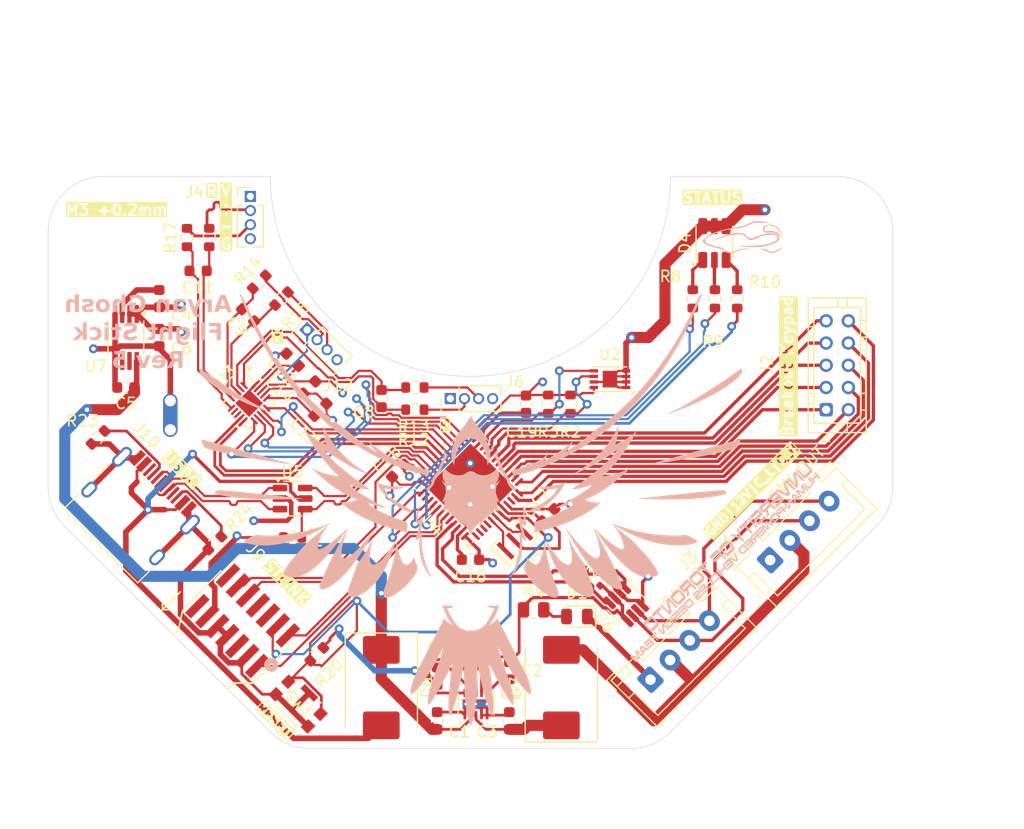
<source format=kicad_pcb>
(kicad_pcb (version 20241229) (generator "pcbnew") (generator_version "9.0")
  (title_block (title "Flight Stick") (date "2025-08-20") (rev "5") (company "University of Toronto Human Powered Vehicles"))
  (layers (0 "F.Cu" signal) (4 "In1.Cu" signal) (6 "In2.Cu" signal) (2 "B.Cu" signal) (13 "F.Paste" user) (15 "B.Paste" user) (5 "F.SilkS" user "F.Silkscreen") (7 "B.SilkS" user "B.Silkscreen") (1 "F.Mask" user) (3 "B.Mask" user) (25 "Edge.Cuts" user))
  (net 0 "")
  (net 1 "+3.3V")
  (net 2 "GND")
  (net 3 "Net-(U3-AIN0P)")
  (net 4 "+5V")
  (net 5 "Net-(U3-AIN0N)")
  (net 6 "Net-(U3-AIN1P)")
  (net 7 "Net-(U3-AIN1N)")
  (net 8 "Net-(U3-AIN2N)")
  (net 9 "Net-(U3-AIN2P)")
  (net 10 "Net-(U3-CAP)")
  (net 11 "+12V")
  (net 12 "Net-(J10-CC1)")
  (net 14 "Net-(J10-CC2)")
  (net 16 "/ADC_CS")
  (net 17 "/ADC_DRDY")
  (net 18 "/ADC_SCK")
  (net 19 "/D-")
  (net 20 "/D+")
  (net 22 "Net-(D1-A)")
  (net 29 "/CAN_IO/CAN_H")
  (net 30 "/CAN_IO/CAN_L")
  (net 31 "/MTX_ROW5")
  (net 32 "/MTX_COL5")
  (net 33 "/MTX_COL1")
  (net 34 "/MTX_ROW1")
  (net 35 "/MTX_COL3")
  (net 36 "/MTX_COL4")
  (net 37 "/MTX_ROW3")
  (net 38 "/MTX_ROW2")
  (net 39 "/MTX_ROW4")
  (net 40 "/MTX_COL2")
  (net 41 "Net-(J4-Pin_3)")
  (net 42 "Net-(J4-Pin_2)")
  (net 43 "Net-(J6-Pin_3)")
  (net 44 "Net-(J6-Pin_2)")
  (net 45 "Net-(D4-GA)")
  (net 46 "Net-(D4-BA)")
  (net 47 "Net-(D4-RA)")
  (net 51 "/RESET")
  (net 52 "/PRG_CLK")
  (net 53 "/COMPRT_TX")
  (net 54 "/PRC_DIO")
  (net 55 "/COMPRT_RX")
  (net 56 "Net-(J12-Pin_2)")
  (net 57 "Net-(J12-Pin_3)")
  (net 58 "+3.3VA")
  (net 59 "/Power/Vin_{pwr}")
  (net 60 "/EEPROM_SCK")
  (net 61 "/EEPROM_SDA")
  (net 62 "/RGB_B")
  (net 63 "/RGB_R")
  (net 64 "/RGB_G")
  (net 65 "/ADC_MCO")
  (net 66 "/ADC_MISO")
  (net 68 "/ADC_MOSI")
  (net 69 "/ADC_RST")
  (net 71 "/CAN_TX")
  (net 73 "/CAN_RX")
  (net 74 "/USBP")
  (net 75 "/USBN")
  (net 76 "GNDA")
  (net 77 "/OSC+")
  (net 78 "/OSC-")
  (net 81 "Net-(U7-BYP)")
  (net 82 "Net-(U1-SW)")
  (net 83 "/Power/PG")
  (footprint "Resistor_SMD:R_0805_2012Metric" (layer "F.Cu") (at 79.5 77.4)
    (property "Reference" "R4")
    (property "Value" "400")
  )
  (footprint "Capacitor_SMD:C_0603_1608Metric" (layer "F.Cu") (at 45.819013 49.383891 90)
    (property "Reference" "C4")
    (property "Value" "10n")
  )
  (footprint "Resistor_SMD:R_0603_1608Metric" (layer "F.Cu") (at 54.819013 47.883891 -135)
    (property "Reference" "R14")
    (property "Value" "1k")
  )
  (footprint "Resistor_SMD:R_0603_1608Metric" (layer "F.Cu") (at 50.819013 71.383891 45)
    (property "Reference" "R24")
    (property "Value" "5.1K")
  )
  (footprint "Package_DFN_QFN:QFN-48-1EP_7x7mm_P0.5mm_EP5.6x5.6mm" (layer "F.Cu") (at 73.819013 66.383891 135)
    (property "Reference" "U4")
    (property "Value" "STM32F103CBU6")
  )
  (footprint "Capacitor_SMD:C_0603_1608Metric" (layer "F.Cu") (at 49.319013 46.883891)
    (property "Reference" "C11")
    (property "Value" "100n")
  )
  (footprint "Connector_PinHeader_1.27mm:PinHeader_1x04_P1.27mm_Vertical" (layer "F.Cu") (at 59.124936 52.189813 45)
    (property "Reference" "J12")
    (property "Value" "Load Cell 2")
  )
  (footprint "Package_SO:MSOP-8_3x3mm_P0.65mm" (layer "F.Cu") (at 42.819013 52.883891 -90)
    (property "Reference" "U7")
    (property "Value" "LT1962-3.3")
  )
  (footprint "Capacitor_SMD:C_0603_1608Metric" (layer "F.Cu") (at 60.319013 59.383891 45)
    (property "Reference" "C13")
    (property "Value" "220n")
  )
  (footprint "Connector_JST:JST_XH_B4B-XH-A_1x04_P2.50mm_Vertical" (layer "F.Cu") (at 100.783479 72.919425 45)
    (property "Reference" "J1")
    (property "Value" "Conn_01x04_Male")
  )
  (footprint "Connector_USB:USB_C_Receptacle_HRO_TYPE-C-31-M-12" (layer "F.Cu") (at 43.319013 68.883891 -45)
    (property "Reference" "J10")
    (property "Value" "USB_C_Receptacle_USB2.0")
  )
  (footprint "Resistor_SMD:R_0603_1608Metric" (layer "F.Cu") (at 80.819013 58.883891 -90)
    (property "Reference" "R3")
    (property "Value" "4.7k")
  )
  (footprint "Resistor_SMD:R_0603_1608Metric" (layer "F.Cu") (at 93.819013 49.408888 90)
    (property "Reference" "R8")
    (property "Value" "200")
  )
  (footprint "Capacitor_SMD:C_0402_1005Metric" (layer "F.Cu") (at 85.819013 74.883891 45)
    (property "Reference" "C23")
    (property "Value" "1u")
  )
  (footprint "Capacitor_SMD:C_0603_1608Metric" (layer "F.Cu") (at 80.819013 68.883891 45)
    (property "Reference" "C17")
    (property "Value" "100n")
  )
  (footprint "MountingHole:MountingHole_3.2mm_M3" (layer "F.Cu") (at 105.819013 44.383891)
    (property "Reference" "H2" (hide yes))
    (property "Value" "MountingHole" (hide yes))
  )
  (footprint "Capacitor_SMD:C_0603_1608Metric" (layer "F.Cu") (at 77.319013 87.383891 90)
    (property "Reference" "C3")
    (property "Value" "2.2u")
  )
  (footprint "NetTie:NetTie-2_THT_Pad1.0mm" (layer "F.Cu") (at 46.819013 58.583891 -90)
    (property "Reference" "NT1" (hide yes))
    (property "Value" "NetTie_2" (hide yes))
  )
  (footprint "Resistor_SMD:R_0603_1608Metric" (layer "F.Cu") (at 68.819013 57.383891 180)
    (property "Reference" "R13")
    (property "Value" "1k")
  )
  (footprint "Package_TO_SOT_SMD:TSOT-23-8" (layer "F.Cu") (at 87.819013 76.883891 -45)
    (property "Reference" "U6")
    (property "Value" "TCAN3403")
  )
  (footprint "Capacitor_SMD:C_0603_1608Metric" (layer "F.Cu") (at 70.819013 87.383891 90)
    (property "Reference" "C1")
    (property "Value" "2.2u")
  )
  (footprint "flight_stick_footprints:QFN_WQFN_RUK_TEX" (layer "F.Cu") (at 53.906755 58.796149 -45)
    (property "Reference" "U3")
    (property "Value" "ADS131M03IRUKx")
  )
  (footprint "Resistor_SMD:R_0603_1608Metric" (layer "F.Cu") (at 40.319013 61.883891 45)
    (property "Reference" "R23")
    (property "Value" "5.1K")
  )
  (footprint "LED_SMD:LED_0805_2012Metric" (layer "F.Cu") (at 83.4 78 180)
    (property "Reference" "D1")
    (property "Value" "GREEN_LED")
  )
  (footprint "Resistor_SMD:R_0603_1608Metric" (layer "F.Cu") (at 50.319013 43.883891 -90)
    (property "Reference" "R16" (hide yes))
    (property "Value" "1k")
  )
  (footprint "Capacitor_SMD:C_0603_1608Metric" (layer "F.Cu") (at 45.819013 52.883891 -90)
    (property "Reference" "C6")
    (property "Value" "4.7u")
  )
  (footprint "Capacitor_SMD:C_0603_1608Metric" (layer "F.Cu") (at 73.819013 72.883891)
    (property "Reference" "C16")
    (property "Value" "100n")
  )
  (footprint "Package_DFN_QFN:DFN-8-1EP_3x2mm_P0.5mm_EP1.3x1.5mm" (layer "F.Cu") (at 86.369014 56.633892 180)
    (property "Reference" "U2")
    (property "Value" "AT24CS01-MAHM")
  )
  (footprint "Capacitor_SMD:C_0603_1608Metric" (layer "F.Cu") (at 77.319013 82.883891 -90)
    (property "Reference" "C2")
    (property "Value" "22u")
  )
  (footprint "Capacitor_SMD:C_0603_1608Metric" (layer "F.Cu") (at 59.319013 57.383891 -135)
    (property "Reference" "C14")
    (property "Value" "100n")
  )
  (footprint "Resistor_SMD:R_0603_1608Metric" (layer "F.Cu") (at 95.819013 49.408888 90)
    (property "Reference" "R9")
    (property "Value" "200")
  )
  (footprint "Capacitor_SMD:C_0603_1608Metric" (layer "F.Cu") (at 67.319013 64.883891 -135)
    (property "Reference" "C18")
    (property "Value" "100n")
  )
  (footprint "MountingHole:MountingHole_3.2mm_M3" (layer "F.Cu") (at 73.819013 77.383891)
    (property "Reference" "H3" (hide yes))
    (property "Value" "MountingHole" (hide yes))
  )
  (footprint "Resistor_SMD:R_0603_1608Metric" (layer "F.Cu") (at 56.819013 49.383891 -135)
    (property "Reference" "R15")
    (property "Value" "1k")
  )
  (footprint "Diode_SMD:D_SMC" (layer "F.Cu") (at 65.8 84.4 -90)
    (property "Reference" "D6")
    (property "Value" "SS34")
  )
  (footprint "LED_SMD:LED_ROHM_SMLVN6" (layer "F.Cu") (at 95.769013 44.383891 90)
    (property "Reference" "D4")
    (property "Value" "SMLVN6RGB")
  )
  (footprint "MountingHole:MountingHole_3.2mm_M3" (layer "F.Cu") (at 41.819013 44.383891)
    (property "Reference" "H1" (hide yes))
    (property "Value" "MountingHole" (hide yes))
  )
  (footprint "Connector_JST:JST_XH_B4B-XH-A_1x04_P2.50mm_Vertical" (layer "F.Cu") (at 90.015712 83.687192 45)
    (property "Reference" "J3")
    (property "Value" "Conn_01x04_Male")
  )
  (footprint "Resistor_SMD:R_0603_1608Metric" (layer "F.Cu") (at 97.819013 49.408888 90)
    (property "Reference" "R10")
    (property "Value" "200")
  )
  (footprint "Capacitor_SMD:C_0603_1608Metric" (layer "F.Cu") (at 42.819013 57.383891 180)
    (property "Reference" "C5")
    (property "Value" "1u")
  )
  (footprint "Resistor_SMD:R_0603_1608Metric" (layer "F.Cu") (at 57.819013 70.883891)
    (property "Reference" "R7")
    (property "Value" "1.5k")
  )
  (footprint "Capacitor_SMD:C_0603_1608Metric" (layer "F.Cu") (at 57.819013 54.883891 135)
    (property "Reference" "C12")
    (property "Value" "100n")
  )
  (footprint "Capacitor_SMD:C_0603_1608Metric" (layer "F.Cu") (at 65.819013 58.383891 -90)
    (property "Reference" "C8")
    (property "Value" "100n")
  )
  (footprint "Crystal:Resonator_SMD_Murata_CSTxExxV-3Pin_3.0x1.1mm" (layer "F.Cu") (at 77.819013 71.232419 45)
    (property "Reference" "Y1")
    (property "Value" "8M")
  )
  (footprint "Capacitor_SMD:C_0603_1608Metric" (layer "F.Cu") (at 53.819013 50.883891 135)
    (property "Reference" "C9")
    (property "Value" "100n")
  )
  (footprint "Resistor_SMD:R_0603_1608Metric" (layer "F.Cu") (at 73.819013 82.383891)
    (property "Reference" "R1")
    (property "Value" "100k")
  )
  (footprint "Resistor_SMD:R_0603_1608Metric" (layer "F.Cu") (at 82.819013 58.883891 -90)
    (property "Reference" "R2")
    (property "Value" "4.7k")
  )
  (footprint "Resistor_SMD:R_0603_1608Metric" (layer "F.Cu") (at 60 81.4 -135)
    (property "Reference" "R20")
    (property "Value" "10k")
  )
  (footprint "Connector_JST:JST_PHD_B10B-PHDSS_2x05_P2.00mm_Vertical" (layer "F.Cu") (at 105.819013 59.383891 90)
    (property "Reference" "J2")
    (property "Value" "Conn_02x05_Odd_Even")
  )
  (footprint "Connector_PinHeader_1.27mm:PinHeader_2x07_P1.27mm_Vertical_SMD" (layer "F.Cu") (at 53.319013 78.383891 45)
    (property "Reference" "J9")
    (property "Value" "Conn_ST_STDC14")
  )
  (footprint "Package_TO_SOT_SMD:SOT-23-6" (layer "F.Cu") (at 57.819013 67.383891)
    (property "Reference" "U5")
    (property "Value" "USBLC6-2SC6")
  )
  (footprint "flight_stick_footprints:KMR2_G_CNK" (layer "F.Cu") (at 58.316118 85.884747 -45)
    (property "Reference" "SW1")
    (property "Value" "KMR223G LFG")
  )
  (footprint "Connector_PinHeader_1.27mm:PinHeader_1x04_P1.27mm_Vertical" (layer "F.Cu") (at 54.019013 40.183891)
    (property "Reference" "J4")
    (property "Value" "Load Cell 3")
  )
  (footprint "Capacitor_SMD:C_0603_1608Metric" (layer "F.Cu") (at 78.819013 58.883891 -90)
    (property "Reference" "C19")
    (property "Value" "100n")
  )
  (footprint "Connector_PinHeader_1.27mm:PinHeader_1x04_P1.27mm_Vertical" (layer "F.Cu") (at 72.009014 58.383891 90)
    (property "Reference" "J6")
    (property "Value" "Load Cell 1")
  )
  (footprint "Inductor_SMD:L_0603_1608Metric" (layer "F.Cu") (at 70.819013 83.383891 -90)
    (property "Reference" "L2")
    (property "Value" "10uH")
  )
  (footprint "Diode_SMD:D_SMC" (layer "F.Cu") (at 82 84.4 90)
    (property "Reference" "D7")
    (property "Value" "SS34")
  )
  (footprint "Resistor_SMD:R_0603_1608Metric" (layer "F.Cu") (at 68.819013 59.383891 180)
    (property "Reference" "R12")
    (property "Value" "1k")
  )
  (footprint "Package_SON:WSON-10-1EP_2x3mm_P0.5mm_EP0.84x2.4mm_ThermalVias" (layer "F.Cu") (at 74.319012 85.88389 90)
    (property "Reference" "U1")
    (property "Value" "TPS62175DQC")
  )
  (footprint "Resistor_SMD:R_0603_1608Metric" (layer "F.Cu") (at 48.319013 43.883891 -90)
    (property "Reference" "R17")
    (property "Value" "1k")
  )
  (gr_line (start 46.119013 76.683891) (end 46.119013 77.383891) (stroke (width 0.15)) (layer "F.SilkS"))
  (gr_line (start 55.319013 82.983891) (end 54.219013 83.983891) (stroke (width 0.15)) (layer "F.SilkS"))
  (gr_line (start 47.719013 75.783891) (end 46.119013 77.383891) (stroke (width 0.15)) (layer "F.SilkS"))
  (gr_line (start 46.119013 77.383891) (end 46.119013 76.683891) (stroke (width 0.15)) (layer "F.SilkS"))
  (gr_line (start 47.919013 77.483891) (end 47.519013 79.283891) (stroke (width 0.15)) (layer "F.SilkS"))
  (gr_line (start 52.619013 83.983891) (end 52.019013 84.483891) (stroke (width 0.15)) (layer "F.SilkS"))
  (gr_line (start 46.119013 77.383891) (end 46.719013 77.383891) (stroke (width 0.15)) (layer "F.SilkS"))
  (gr_line (start 47.519013 79.283891) (end 47.119013 79.583891) (stroke (width 0.15)) (layer "F.SilkS"))
  (gr_line (start 54.219013 83.983891) (end 52.619013 83.983891) (stroke (width 0.15)) (layer "F.SilkS"))
  (gr_poly (pts (xy 82.71114 71.076886) (xy 82.828061 71.328288) (xy 82.967981 71.602788) (xy 83.132874 71.899444) (xy 83.324715 72.217313) (xy 83.545478 72.555452) (xy 83.667322 72.731828) (xy 83.797138 72.912919) (xy 83.935171 73.098605) (xy 84.081669 73.288771) (xy 84.819115 75.377709) (xy 84.840476 75.443035) (xy 84.85849 75.50659) (xy 84.873171 75.568276) (xy 84.884531 75.627996) (xy 84.892584 75.685652) (xy 84.897342 75.741146) (xy 84.898819 75.79438) (xy 84.897028 75.845257) (xy 84.891982 75.893678) (xy 84.883695 75.939546) (xy 84.872178 75.982763) (xy 84.857446 76.023232) (xy 84.839511 76.060853) (xy 84.818387 76.095531) (xy 84.794086 76.127167) (xy 84.766622 76.155662) (xy 84.736008 76.180921) (xy 84.702256 76.202843) (xy 84.665381 76.221333) (xy 84.625395 76.236291) (xy 84.582311 76.247621) (xy 84.536142 76.255224) (xy 84.486901 76.259003) (xy 84.434603 76.25886) (xy 84.379258 76.254697) (xy 84.320882 76.246416) (xy 84.259486 76.23392) (xy 84.195084 76.21711) (xy 84.127689 76.19589) (xy 84.057314 76.17016) (xy 83.983973 76.139824) (xy 83.907677 76.104784) (xy 83.563002 75.920171) (xy 83.368678 75.797518) (xy 83.162554 75.650936) (xy 82.946775 75.47765) (xy 82.723485 75.274887) (xy 82.494828 75.039872) (xy 82.262948 74.769831) (xy 82.029988 74.46199) (xy 81.798094 74.113575) (xy 81.569409 73.721812) (xy 81.346077 73.283927) (xy 81.130242 72.797146) (xy 80.924048 72.258695) (xy 80.72964 71.665799) (xy 80.549162 71.015685) (xy 80.760213 71.385039) (xy 80.993837 71.762329) (xy 81.133869 71.974508) (xy 81.286026 72.193) (xy 81.447792 72.41077) (xy 81.616651 72.620784) (xy 81.790089 72.816009) (xy 81.965588 72.989412) (xy 82.053325 73.065731) (xy 82.140634 73.133958) (xy 82.2272 73.193211) (xy 82.31271 73.242613) (xy 82.396848 73.281284) (xy 82.4793 73.308345) (xy 82.559752 73.322917) (xy 82.63789 73.32412) (xy 82.686658 73.316218) (xy 82.7306 73.300326) (xy 82.769878 73.276796) (xy 82.804655 73.245978) (xy 82.835096 73.208224) (xy 82.861364 73.163885) (xy 82.883622 73.113311) (xy 82.902034 73.056853) (xy 82.927974 72.927693) (xy 82.940492 72.779211) (xy 82.940896 72.614216) (xy 82.930494 72.435516) (xy 82.910594 72.245919) (xy 82.882505 72.048234) (xy 82.847534 71.845269) (xy 82.80699 71.639831) (xy 82.714414 71.232773) (xy 82.615243 70.849525)) (fill yes) (layer "B.SilkS"))
  (gr_poly (pts (xy 75.931652 65.410237) (xy 75.935932 65.42591) (xy 75.939835 65.441676) (xy 75.943362 65.457528) (xy 75.94651 65.47346) (xy 75.949278 65.489465) (xy 75.951665 65.505535) (xy 75.953668 65.521665) (xy 75.933244 65.529819) (xy 75.912976 65.538697) (xy 75.872955 65.558477) (xy 75.833696 65.5807) (xy 75.795291 65.605064) (xy 75.757829 65.631265) (xy 75.721402 65.658999) (xy 75.6861 65.687963) (xy 75.652015 65.717853) (xy 75.619237 65.748365) (xy 75.587858 65.779197) (xy 75.557967 65.810044) (xy 75.529656 65.840603) (xy 75.503015 65.87057) (xy 75.478136 65.899643) (xy 75.434025 65.953888) (xy 75.433338 65.953926) (xy 75.43265 65.953953) (xy 75.431962 65.953969) (xy 75.431273 65.953975) (xy 75.430585 65.953969) (xy 75.429897 65.953953) (xy 75.429209 65.953926) (xy 75.428522 65.953888) (xy 75.433975 65.932637) (xy 75.45167 65.876034) (xy 75.465733 65.837828) (xy 75.483607 65.794805) (xy 75.505543 65.748308) (xy 75.531789 65.699676) (xy 75.562598 65.65025) (xy 75.579791 65.625659) (xy 75.598218 65.601372) (xy 75.617911 65.577556) (xy 75.6389 65.554381) (xy 75.661218 65.532012) (xy 75.684894 65.510618) (xy 75.709962 65.490366) (xy 75.736451 65.471424) (xy 75.764394 65.45396) (xy 75.793821 65.43814) (xy 75.824763 65.424133) (xy 75.857253 65.412107) (xy 75.891321 65.402228) (xy 75.926998 65.394664)) (fill yes) (layer "B.SilkS"))
  (gr_poly (pts (xy 80.548496 71.341948) (xy 80.574452 71.688276) (xy 80.636528 72.156619) (xy 80.685569 72.436138) (xy 80.748989 72.745671) (xy 80.828569 73.085056) (xy 80.926095 73.454129) (xy 81.043347 73.852726) (xy 81.182109 74.280686) (xy 81.344165 74.737845) (xy 81.531295 75.224039) (xy 81.619921 75.46599) (xy 81.679628 75.674408) (xy 81.712155 75.850738) (xy 81.719239 75.996427) (xy 81.702619 76.112918) (xy 81.664032 76.201658) (xy 81.605216 76.264093) (xy 81.527909 76.301667) (xy 81.433849 76.315826) (xy 81.324774 76.308016) (xy 81.202421 76.279681) (xy 81.068529 76.232268) (xy 80.924836 76.167221) (xy 80.773079 76.085986) (xy 80.452325 75.880735) (xy 80.120171 75.628077) (xy 79.790519 75.339575) (xy 79.477274 75.026794) (xy 79.194337 74.701295) (xy 79.068579 74.537391) (xy 78.955612 74.374644) (xy 78.857174 74.214499) (xy 78.775002 74.058402) (xy 78.710835 73.907798) (xy 78.66641 73.764134) (xy 78.643466 73.628853) (xy 78.643739 73.503402) (xy 78.693716 73.401234) (xy 78.741169 73.297924) (xy 78.786077 73.19352) (xy 78.828423 73.088069) (xy 78.868189 72.981618) (xy 78.905357 72.874214) (xy 78.939907 72.765905) (xy 78.971823 72.656737) (xy 78.995849 72.712273) (xy 79.02201 72.76816) (xy 79.05037 72.823929) (xy 79.080989 72.879111) (xy 79.11393 72.93324) (xy 79.149255 72.985846) (xy 79.187025 73.036462) (xy 79.227304 73.084619) (xy 79.270152 73.129849) (xy 79.292559 73.151221) (xy 79.315631 73.171685) (xy 79.339378 73.191183) (xy 79.363805 73.209656) (xy 79.388921 73.227047) (xy 79.414734 73.243297) (xy 79.441252 73.258346) (xy 79.468482 73.272137) (xy 79.496431 73.284611) (xy 79.525109 73.29571) (xy 79.554521 73.305375) (xy 79.584677 73.313547) (xy 79.615584 73.320168) (xy 79.64725 73.325179) (xy 79.704174 73.326036) (xy 79.759068 73.313957) (xy 79.811951 73.289763) (xy 79.862838 73.25428) (xy 79.911749 73.208331) (xy 79.958699 73.152739) (xy 80.003707 73.088328) (xy 80.046788 73.01592) (xy 80.127244 72.850413) (xy 80.200204 72.662804) (xy 80.265806 72.459682) (xy 80.324188 72.247636) (xy 80.375489 72.033254) (xy 80.419845 71.823122) (xy 80.48828 71.441967) (xy 80.547894 71.020553)) (fill yes) (layer "B.SilkS"))
  (gr_poly (pts (xy 98.063346 62.078282) (xy 98.069209 62.08084) (xy 98.074302 62.085075) (xy 98.078597 62.090967) (xy 98.084682 62.107626) (xy 98.087237 62.130639) (xy 98.086036 62.159825) (xy 98.080854 62.195006) (xy 98.071465 62.236002) (xy 98.057644 62.282635) (xy 98.039164 62.334725) (xy 98.0158 62.392092) (xy 97.987326 62.454559) (xy 97.953517 62.521944) (xy 97.914146 62.59407) (xy 97.868988 62.670756) (xy 97.817818 62.751825) (xy 97.760409 62.837096) (xy 97.315945 62.976023) (xy 96.803347 63.113522) (xy 96.235803 63.248574) (xy 95.6265 63.380163) (xy 94.335363 63.62888) (xy 93.03543 63.851534) (xy 91.832195 64.039988) (xy 90.831153 64.186103) (xy 89.857626 64.318762) (xy 93.911942 63.184758) (xy 96.690383 62.422394) (xy 97.639742 62.172065) (xy 98.056742 62.077424)) (fill yes) (layer "B.SilkS"))
  (gr_poly (pts (xy 65.480099 65.969755) (xy 65.653823 66.036992) (xy 65.842809 66.095278) (xy 66.043018 66.145253) (xy 66.250413 66.187556) (xy 66.460957 66.222827) (xy 66.670611 66.251704) (xy 66.875338 66.274826) (xy 67.253861 66.306367) (xy 67.564227 66.322564) (xy 67.851279 66.329383) (xy 67.799369 66.366546) (xy 67.743497 66.399656) (xy 67.684033 66.428902) (xy 67.621344 66.454474) (xy 67.555798 66.476558) (xy 67.487762 66.495344) (xy 67.345694 66.523773) (xy 67.198082 66.541268) (xy 67.047868 66.549337) (xy 66.897996 66.549485) (xy 66.751407 66.54322) (xy 66.611044 66.532049) (xy 66.479849 66.517478) (xy 66.256735 66.484165) (xy 66.049997 66.443049) (xy 66.086621 66.532332) (xy 66.131183 66.620811) (xy 66.183171 66.708395) (xy 66.242072 66.794992) (xy 66.307373 66.880509) (xy 66.378561 66.964857) (xy 66.455124 67.047942) (xy 66.536548 67.129672) (xy 66.711933 67.288705) (xy 66.900612 67.44122) (xy 67.098485 67.586485) (xy 67.301449 67.723764) (xy 67.505402 67.852325) (xy 67.706244 67.971432) (xy 68.082184 68.178354) (xy 68.396455 68.338658) (xy 68.616242 68.446473) (xy 68.592144 68.485956) (xy 68.570624 68.522227) (xy 68.536099 68.582602) (xy 68.506598 68.636974) (xy 68.309819 68.586908) (xy 68.11948 68.527322) (xy 67.935567 68.458938) (xy 67.758062 68.382478) (xy 67.586951 68.298662) (xy 67.422217 68.208214) (xy 67.263845 68.111855) (xy 67.111818 68.010306) (xy 66.966122 67.904289) (xy 66.826739 67.794527) (xy 66.566852 67.566651) (xy 66.33203 67.332454) (xy 66.122148 67.097708) (xy 65.937078 66.868189) (xy 65.776693 66.649671) (xy 65.640866 66.447927) (xy 65.529471 66.268732) (xy 65.37947 66.001086) (xy 65.325673 65.892927)) (fill yes) (layer "B.SilkS"))
  (gr_poly (pts (xy 104.903949 65.273112) (xy 104.567187 65.60987) (xy 104.391326 65.434007) (xy 104.305264 65.520065) (xy 104.795438 66.01024) (xy 104.881498 65.924179) (xy 104.681314 65.723994) (xy 105.018073 65.387234) (xy 105.218258 65.58742) (xy 105.304317 65.501358) (xy 104.814146 65.011185) (xy 104.728084 65.097247)) (fill yes) (layer "B.SilkS"))
  (gr_poly (pts (xy 86.715333 69.790167) (xy 87.163054 70.18193) (xy 87.429328 70.405833) (xy 87.698167 70.622269) (xy 87.827523 70.721559) (xy 87.950288 70.811629) (xy 88.064053 70.890026) (xy 88.166408 70.9543) (xy 88.648511 71.440029) (xy 89.126996 71.944) (xy 89.389388 72.231165) (xy 89.653418 72.530318) (xy 89.908742 72.832859) (xy 90.145015 73.130189) (xy 90.35189 73.413709) (xy 90.519022 73.674819) (xy 90.584452 73.794284) (xy 90.636066 73.904922) (xy 90.672573 74.005658) (xy 90.692677 74.095417) (xy 90.695087 74.173124) (xy 90.678509 74.237705) (xy 90.64165 74.288084) (xy 90.583217 74.323187) (xy 90.371099 74.395807) (xy 90.148059 74.448612) (xy 89.91232 74.476075) (xy 89.66211 74.47267) (xy 89.395653 74.432869) (xy 89.111173 74.351144) (xy 88.961621 74.292834) (xy 88.806897 74.22197) (xy 88.48105 74.039818) (xy 88.131856 73.799162) (xy 87.757542 73.494475) (xy 87.356332 73.120229) (xy 86.926451 72.670897) (xy 86.466125 72.140953) (xy 85.973579 71.524868) (xy 85.447038 70.817117) (xy 84.884728 70.012171) (xy 85.349711 70.443162) (xy 85.80743 70.846997) (xy 86.062685 71.062488) (xy 86.324142 71.27426) (xy 86.583255 71.47274) (xy 86.831477 71.648352) (xy 87.060264 71.791522) (xy 87.164697 71.847948) (xy 87.261067 71.892673) (xy 87.348305 71.924501) (xy 87.425342 71.942233) (xy 87.491111 71.944673) (xy 87.544543 71.930625) (xy 87.566298 71.917043) (xy 87.584569 71.898891) (xy 87.610122 71.848274) (xy 87.620133 71.777578) (xy 87.613534 71.685607) (xy 87.596257 71.583942) (xy 87.574867 71.48316) (xy 87.549665 71.383408) (xy 87.52095 71.284834) (xy 87.489022 71.187586) (xy 87.454183 71.091812) (xy 87.416731 70.997661) (xy 87.376967 70.905279) (xy 87.335191 70.814815) (xy 87.291704 70.726418) (xy 87.246804 70.640234) (xy 87.200793 70.556412) (xy 87.106636 70.396446) (xy 87.011633 70.247704) (xy 86.918186 70.111369) (xy 86.828695 69.988625) (xy 86.745561 69.880656) (xy 86.671184 69.788645) (xy 86.558306 69.657235) (xy 86.509269 69.603866)) (fill yes) (layer "B.SilkS"))
  (gr_poly (pts (xy 73.083842 67.719782) (xy 73.103076 67.720852) (xy 73.119294 67.722635) (xy 73.131822 67.725224) (xy 73.136491 67.72685) (xy 73.139984 67.728712) (xy 73.143049 67.731281) (xy 73.14647 67.734974) (xy 73.154266 67.745447) (xy 73.163143 67.759573) (xy 73.172873 67.77679) (xy 73.183228 67.796539) (xy 73.19398 67.818258) (xy 73.215762 67.865369) (xy 73.236392 67.913641) (xy 73.254047 67.958592) (xy 73.261187 67.978421) (xy 73.266899 67.995738) (xy 73.270954 68.009985) (xy 73.273124 68.020599) (xy 73.273267 68.024743) (xy 73.272577 68.028564) (xy 73.271104 68.032069) (xy 73.268897 68.035263) (xy 73.266005 68.038151) (xy 73.262479 68.040739) (xy 73.258366 68.043033) (xy 73.253716 68.045037) (xy 73.248579 68.046758) (xy 73.243004 68.0482) (xy 73.23704 68.04937) (xy 73.230737 68.050272) (xy 73.217309 68.051297) (xy 73.203114 68.051318) (xy 73.188548 68.050379) (xy 73.174003 68.048524) (xy 73.159876 68.045796) (xy 73.146559 68.042239) (xy 73.140329 68.040164) (xy 73.134449 68.037898) (xy 73.128968 68.035446) (xy 73.123938 68.032814) (xy 73.119405 68.030009) (xy 73.115421 68.027034) (xy 73.112034 68.023896) (xy 73.109293 68.020599) (xy 73.103751 68.013153) (xy 73.096884 68.004465) (xy 73.0801 67.984318) (xy 73.060802 67.962057) (xy 73.040846 67.939583) (xy 72.991605 67.885555) (xy 72.970683 67.883465) (xy 72.948452 67.880242) (xy 72.935538 67.877908) (xy 72.921861 67.875025) (xy 72.907747 67.871542) (xy 72.893523 67.867407) (xy 72.879516 67.86257) (xy 72.866053 67.856981) (xy 72.859628 67.853888) (xy 72.853461 67.850588) (xy 72.847594 67.847074) (xy 72.842066 67.84334) (xy 72.83692 67.83938) (xy 72.832196 67.835187) (xy 72.827934 67.830755) (xy 72.824176 67.826078) (xy 72.821857 67.822796) (xy 72.819774 67.819397) (xy 72.817927 67.815891) (xy 72.816319 67.812292) (xy 72.814952 67.80861) (xy 72.813827 67.80486) (xy 72.812945 67.801052) (xy 72.812308 67.797199) (xy 72.811918 67.793314) (xy 72.811777 67.789408) (xy 72.811886 67.785493) (xy 72.812246 67.781583) (xy 72.81286 67.777688) (xy 72.813728 67.773822) (xy 72.814853 67.769997) (xy 72.816237 67.766224) (xy 72.817864 67.762551) (xy 72.819714 67.759018) (xy 72.821776 67.755635) (xy 72.824042 67.752409) (xy 72.8265 67.749347) (xy 72.829143 67.746458) (xy 72.831959 67.743748) (xy 72.83494 67.741225) (xy 72.838076 67.738898) (xy 72.841357 67.736773) (xy 72.844773 67.734859) (xy 72.848315 67.733163) (xy 72.851973 67.731692) (xy 72.855737 67.730455) (xy 72.859598 67.729459) (xy 72.863546 67.728712) (xy 72.902423 67.725735) (xy 72.94292 67.723131) (xy 72.990255 67.720774) (xy 73.039029 67.71941) (xy 73.062268 67.719333)) (fill yes) (layer "B.SilkS"))
  (gr_poly (pts (xy 96.289979 71.655211) (xy 96.280805 71.664948) (xy 96.271942 71.674876) (xy 96.263438 71.685015) (xy 96.255328 71.695373) (xy 96.247656 71.705969) (xy 96.240464 71.716817) (xy 96.233789 71.727931) (xy 96.22768 71.739327) (xy 96.222175 71.751017) (xy 96.217316 71.763017) (xy 96.213144 71.775345) (xy 96.209703 71.788013) (xy 96.207029 71.801035) (xy 96.205169 71.814426) (xy 96.204165 71.828202) (xy 96.204677 71.840426) (xy 96.205705 71.852436) (xy 96.207232 71.864249) (xy 96.209245 71.87587) (xy 96.211725 71.887313) (xy 96.214652 71.89859) (xy 96.218017 71.909706) (xy 96.221799 71.920678) (xy 96.225981 71.931519) (xy 96.230552 71.942233) (xy 96.235487 71.952834) (xy 96.240777 71.963339) (xy 96.246401 71.973753) (xy 96.252346 71.984083) (xy 96.258594 71.994352) (xy 96.26513 72.004561) (xy 96.269319 72.011006) (xy 96.276147 72.020847) (xy 96.283207 72.03049) (xy 96.290485 72.039954) (xy 96.297962 72.049247) (xy 96.313442 72.06739) (xy 96.329498 72.085038) (xy 96.345994 72.102307) (xy 96.362784 72.119312) (xy 96.396664 72.153003) (xy 96.425987 72.182335) (xy 96.475219 72.231528) (xy 96.531779 72.288102) (xy 96.580691 72.337033) (xy 96.60975 72.366102) (xy 96.66473 72.420939) (xy 96.683216 72.438823) (xy 96.697926 72.452323) (xy 96.710537 72.462908) (xy 96.722723 72.472054) (xy 96.736149 72.481234) (xy 96.752496 72.491926) (xy 96.759625 72.496597) (xy 96.776289 72.506915) (xy 96.784754 72.511815) (xy 96.793309 72.516516) (xy 96.801956 72.521003) (xy 96.810702 72.525255) (xy 96.819543 72.529253) (xy 96.828491 72.53298) (xy 96.837541 72.536421) (xy 96.846698 72.539552) (xy 96.855967 72.542357) (xy 96.865345 72.54482) (xy 96.874838 72.546919) (xy 96.884451 72.548637) (xy 96.894182 72.549959) (xy 96.904037 72.55086) (xy 96.910506 72.551728) (xy 96.915881 72.552255) (xy 96.921244 72.552588) (xy 96.931936 72.552707) (xy 96.942562 72.55212) (xy 96.953114 72.550867) (xy 96.963577 72.548992) (xy 96.973933 72.546533) (xy 96.984174 72.543526) (xy 96.994281 72.540013) (xy 97.00424 72.536037) (xy 97.014041 72.531631) (xy 97.023664 72.526839) (xy 97.033102 72.521704) (xy 97.042337 72.516257) (xy 97.05135 72.510544) (xy 97.060136 72.504604) (xy 97.068676 72.498473) (xy 97.078317 72.490218) (xy 97.087791 72.481793) (xy 97.097121 72.473218) (xy 97.106332 72.464521) (xy 97.124488 72.446837) (xy 97.14245 72.428924) (xy 97.154155 72.41724) (xy 97.185626 72.385771) (xy 97.218739 72.35266) (xy 97.274303 72.297075) (xy 97.33834 72.233044) (xy 97.39356 72.177835) (xy 97.42644 72.144962) (xy 97.457351 72.114032) (xy 97.468627 72.10276) (xy 97.490964 72.080066) (xy 97.512273 72.056981) (xy 97.522368 72.045189) (xy 97.531993 72.03317) (xy 97.541079 72.020888) (xy 97.549556 72.008299) (xy 97.557351 71.995358) (xy 97.564393 71.982026) (xy 97.570615 71.968261) (xy 97.575943 71.954016) (xy 97.580306 71.939254) (xy 97.583635 71.923934) (xy 97.585858 71.908007) (xy 97.586903 71.891439) (xy 97.586911 71.882954) (xy 97.586978 71.87511) (xy 97.586427 71.864619) (xy 97.585304 71.854193) (xy 97.58364 71.843841) (xy 97.581469 71.833571) (xy 97.578828 71.823389) (xy 97.575748 71.8133) (xy 97.572266 71.803311) (xy 97.568418 71.793436) (xy 97.564235 71.783671) (xy 97.559756 71.774032) (xy 97.555016 71.764518) (xy 97.550043 71.755143) (xy 97.544878 71.74591) (xy 97.539552 71.736826) (xy 97.528563 71.719133) (xy 97.525511 71.714327) (xy 97.516788 71.701637) (xy 97.50763 71.689348) (xy 97.498079 71.67741) (xy 97.488183 71.665778) (xy 97.477984 71.6544) (xy 97.467528 71.643231) (xy 97.456867 71.632217) (xy 97.446037 71.621314) (xy 97.434876 71.610098) (xy 97.429243 71.604454) (xy 97.30218 71.731516) (xy 97.31132 71.741082) (xy 97.315751 71.746022) (xy 97.320034 71.751075) (xy 97.324128 71.756255) (xy 97.32799 71.761567) (xy 97.331581 71.767026) (xy 97.334855 71.772633) (xy 97.337772 71.778405) (xy 97.340292 71.784343) (xy 97.342373 71.790461) (xy 97.343976 71.79677) (xy 97.345054 71.803275) (xy 97.345383 71.806606) (xy 97.345566 71.809988) (xy 97.345272 71.81392) (xy 97.344806 71.817768) (xy 97.344176 71.821534) (xy 97.343391 71.825222) (xy 97.34245 71.828831) (xy 97.341368 71.83237) (xy 97.340143 71.835838) (xy 97.338786 71.839237) (xy 97.335702 71.845846) (xy 97.332163 71.852215) (xy 97.328219 71.85837) (xy 97.323921 71.864336) (xy 97.319318 71.870131) (xy 97.314462 71.875779) (xy 97.309405 71.881303) (xy 97.304195 71.886726) (xy 97.282836 71.907846) (xy 97.27047 71.920274) (xy 97.236951 71.953784) (xy 97.2018 71.988952) (xy 97.138958 72.051725) (xy 97.082137 72.10856) (xy 97.016004 72.174738) (xy 96.981052 72.209709) (xy 96.948149 72.242556) (xy 96.936131 72.25459) (xy 96.923368 72.267906) (xy 96.918006 72.273348) (xy 96.913148 72.278092) (xy 96.908661 72.282212) (xy 96.904412 72.28579) (xy 96.900269 72.288907) (xy 96.896103 72.291645) (xy 96.89178 72.294084) (xy 96.887169 72.296302) (xy 96.882136 72.298382) (xy 96.876549 72.300403) (xy 96.870281 72.302448) (xy 96.863192 72.304594) (xy 96.84604 72.309514) (xy 96.842634 72.309353) (xy 96.839313 72.309074) (xy 96.836074 72.308672) (xy 96.832912 72.308157) (xy 96.829822 72.307533) (xy 96.826803 72.306802) (xy 96.820968 72.305028) (xy 96.815377 72.30287) (xy 96.810006 72.300349) (xy 96.804829 72.297496) (xy 96.799821 72.294342) (xy 96.794961 72.290908) (xy 96.790214 72.287226) (xy 96.785563 72.283323) (xy 96.780977 72.279229) (xy 96.771909 72.270567) (xy 96.762807 72.261469) (xy 96.753145 72.251883) (xy 96.727123 72.225907) (xy 96.705336 72.204152) (xy 96.653934 72.152754) (xy 96.601005 72.099937) (xy 96.555432 72.054447) (xy 96.528266 72.027345) (xy 96.515483 72.014593) (xy 96.502744 72.001796) (xy 96.498086 71.997134) (xy 96.493408 71.992494) (xy 96.485124 71.984153) (xy 96.477185 71.975654) (xy 96.4734 71.97131) (xy 96.46977 71.966884) (xy 96.466319 71.962366) (xy 96.463066 71.957734) (xy 96.460036 71.952981) (xy 96.45725 71.948092) (xy 96.454732 71.943053) (xy 96.452505 71.93785) (xy 96.450592 71.932467) (xy 96.449014 71.926891) (xy 96.447795 71.92111) (xy 96.446955 71.915107) (xy 96.447112 71.909506) (xy 96.447612 71.904075) (xy 96.44844 71.898808) (xy 96.449586 71.893697) (xy 96.451032 71.888729) (xy 96.452769 71.8839) (xy 96.454775 71.879194) (xy 96.457043 71.87461) (xy 96.459551 71.870132) (xy 96.462297 71.865755) (xy 96.465257 71.861465) (xy 96.468417 71.857257) (xy 96.471769 71.85312) (xy 96.475294 71.849047) (xy 96.47898 71.845029) (xy 96.48281 71.841051) (xy 96.487584 71.836323) (xy 96.492773 71.83109) (xy 96.509887 71.813968) (xy 96.522199 71.801597) (xy 96.555586 71.768165) (xy 96.583507 71.740212) (xy 96.653194 71.670509) (xy 96.713548 71.610061) (xy 96.775659 71.547859) (xy 96.810473 71.51299) (xy 96.843252 71.480223) (xy 96.855227 71.468216) (xy 96.869055 71.454081) (xy 96.874865 71.448306) (xy 96.880134 71.443288) (xy 96.884999 71.438937) (xy 96.889609 71.435173) (xy 96.8941 71.431915) (xy 96.898622 71.429081) (xy 96.903318 71.426581) (xy 96.908326 71.424343) (xy 96.913797 71.422274) (xy 96.919869 71.420294) (xy 96.926683 71.418322) (xy 96.934386 71.416276) (xy 96.953031 71.411621) (xy 96.958061 71.412402) (xy 96.962957 71.413485) (xy 96.96773 71.414851) (xy 96.972381 71.41649) (xy 96.976914 71.418376) (xy 96.981338 71.420494) (xy 96.985651 71.42283) (xy 96.989867 71.425362) (xy 96.993982 71.428076) (xy 96.998005 71.430954) (xy 97.001939 71.433975) (xy 97.005791 71.437128) (xy 97.009564 71.440394) (xy 97.013263 71.44375) (xy 97.020458 71.450677) (xy 97.024321 71.454507) (xy 97.036991 71.467132) (xy 97.046131 71.476215) (xy 97.070867 71.500864) (xy 97.086347 71.516298) (xy 97.134854 71.564708) (xy 97.190713 71.620375) (xy 97.23399 71.663528) (xy 97.259793 71.689238) (xy 97.271952 71.701345) (xy 97.284076 71.713483) (xy 97.288504 71.717902) (xy 97.292946 71.722303) (xy 97.30218 71.731516) (xy 97.429243 71.604454) (xy 97.404817 71.579993) (xy 97.379563 71.554708) (xy 97.319865 71.494991) (xy 97.258686 71.433707) (xy 97.205831 71.380775) (xy 97.174409 71.3493) (xy 97.143297 71.318328) (xy 97.110939 71.287572) (xy 97.09422 71.272621) (xy 97.077104 71.258145) (xy 97.059563 71.244281) (xy 97.041567 71.231171) (xy 97.023091 71.218953) (xy 97.004101 71.207765) (xy 96.984573 71.19775) (xy 96.964477 71.189046) (xy 96.943783 71.181794) (xy 96.922469 71.176132) (xy 96.900498 71.172202) (xy 96.889258 71.170932) (xy 96.877846 71.170146) (xy 96.870816 71.16975) (xy 96.862817 71.169701) (xy 96.854811 71.170017) (xy 96.846808 71.170689) (xy 96.838819 71.1717) (xy 96.830859 71.173039) (xy 96.822937 71.174692) (xy 96.81507 71.176648) (xy 96.807269 71.178893) (xy 96.799546 71.181411) (xy 96.791917 71.184194) (xy 96.784388 71.187227) (xy 96.776976 71.190498) (xy 96.769697 71.193993) (xy 96.762555 71.197698) (xy 96.755571 71.2016) (xy 96.748755 71.205691) (xy 96.743809 71.208736) (xy 96.739192 71.2119) (xy 96.734677 71.215178) (xy 96.730256 71.218566) (xy 96.725919 71.222051) (xy 96.717473 71.229277) (xy 96.709272 71.236791) (xy 96.701254 71.244516) (xy 96.693353 71.252378) (xy 96.677644 71.268232) (xy 96.664119 71.281681) (xy 96.631362 71.314349) (xy 96.604706 71.340963) (xy 96.528908 71.416664) (xy 96.524794 71.420779) (xy 96.520675 71.4249) (xy 96.454596 71.490806) (xy 96.386526 71.558724) (xy 96.348396 71.596753) (xy 96.312528 71.632605) (xy 96.305987 71.639139) (xy 96.299424 71.645654)) (fill yes) (layer "B.SilkS"))
  (gr_poly (pts (xy 103.802004 64.253652) (xy 103.973829 64.426165) (xy 104.00051 64.452975) (xy 104.005877 64.458365) (xy 104.091926 64.544718) (xy 104.180198 64.633359) (xy 104.234682 64.688033) (xy 104.272027 64.725549) (xy 104.293584 64.747179) (xy 104.305282 64.758911) (xy 104.316946 64.770678) (xy 104.32384 64.777515) (xy 104.330662 64.784475) (xy 104.333453 64.787397) (xy 104.335882 64.790041) (xy 104.337995 64.792475) (xy 104.339834 64.794776) (xy 104.341436 64.79701) (xy 104.342847 64.79925) (xy 104.344106 64.801566) (xy 104.345253 64.804026) (xy 104.346331 64.806707) (xy 104.347386 64.809675) (xy 104.348453 64.813002) (xy 104.349574 64.816763) (xy 104.352153 64.825851) (xy 104.351506 64.827625) (xy 104.350819 64.829334) (xy 104.350091 64.830983) (xy 104.349322 64.832581) (xy 104.348508 64.834127) (xy 104.347654 64.835635) (xy 104.346756 64.837099) (xy 104.345813 64.838533) (xy 104.344824 64.839936) (xy 104.34379 64.841314) (xy 104.342712 64.842676) (xy 104.341586 64.844021) (xy 104.340415 64.845362) (xy 104.339195 64.846695) (xy 104.336611 64.849372) (xy 104.331675 64.85435) (xy 104.326247 64.859768) (xy 104.320485 64.865564) (xy 104.301278 64.884813) (xy 104.287543 64.898606) (xy 104.250153 64.936086) (xy 104.226799 64.959481) (xy 104.162111 65.024266) (xy 104.157928 65.028449) (xy 104.153736 65.032647) (xy 104.145325 65.041062) (xy 104.141111 65.045278) (xy 104.07357 65.112988) (xy 104.004196 65.182499) (xy 103.965257 65.221533) (xy 103.928611 65.258217) (xy 103.915177 65.2717) (xy 103.906005 65.280898) (xy 103.8968 65.290064) (xy 103.891462 65.295492) (xy 103.887619 65.299193) (xy 103.885739 65.300923) (xy 103.88387 65.302569) (xy 103.882001 65.30414) (xy 103.880121 65.305627) (xy 103.878218 65.307034) (xy 103.876281 65.308363) (xy 103.874295 65.30961) (xy 103.872254 65.310781) (xy 103.870139 65.311873) (xy 103.867945 65.312882) (xy 103.865659 65.313814) (xy 103.863266 65.314669) (xy 103.860759 65.315444) (xy 103.858123 65.31614) (xy 103.856438 65.315918) (xy 103.854794 65.315626) (xy 103.853186 65.31526) (xy 103.851614 65.31483) (xy 103.850074 65.314336) (xy 103.848568 65.313782) (xy 103.845647 65.312499) (xy 103.842842 65.311007) (xy 103.840139 65.309325) (xy 103.837529 65.307474) (xy 103.834998 65.305485) (xy 103.832539 65.303371) (xy 103.830136 65.301159) (xy 103.825458 65.296527) (xy 103.81632 65.287054) (xy 103.808798 65.279607) (xy 103.798503 65.269373) (xy 103.788241 65.259103) (xy 103.766033 65.237008) (xy 103.727592 65.198715) (xy 103.672012 65.143345) (xy 103.581831 65.05352) (xy 103.494248 64.96625) (xy 103.48879 64.960818) (xy 103.46169 64.933844) (xy 103.236987 64.709974) (xy 103.107897 64.839064) (xy 103.350428 65.081977) (xy 103.379109 65.110687) (xy 103.384876 65.116461) (xy 103.477129 65.208875) (xy 103.571904 65.303777) (xy 103.630309 65.362287) (xy 103.670446 65.402464) (xy 103.693548 65.425609) (xy 103.737696 65.469709) (xy 103.752637 65.484088) (xy 103.764659 65.494928) (xy 103.77514 65.503421) (xy 103.785458 65.510744) (xy 103.796991 65.51808) (xy 103.811116 65.526615) (xy 103.817245 65.530322) (xy 103.82577 65.535153) (xy 103.83446 65.539696) (xy 103.843302 65.543927) (xy 103.852286 65.547829) (xy 103.8614 65.551372) (xy 103.870631 65.554535) (xy 103.879971 65.557294) (xy 103.889407 65.559628) (xy 103.898923 65.561513) (xy 103.908517 65.56292) (xy 103.918168 65.563834) (xy 103.927872 65.564227) (xy 103.937611 65.564074) (xy 103.947377 65.563355) (xy 103.95716 65.562045) (xy 103.966945 65.560122) (xy 103.972924 65.558474) (xy 103.978795 65.556673) (xy 103.98456 65.554721) (xy 103.990225 65.552616) (xy 103.995794 65.550359) (xy 104.001274 65.547952) (xy 104.006663 65.545392) (xy 104.011972 65.542681) (xy 104.017201 65.539821) (xy 104.022355 65.53681) (xy 104.027442 65.53365) (xy 104.032461 65.530341) (xy 104.037422 65.526882) (xy 104.042325 65.523272) (xy 104.047175 65.519515) (xy 104.051977 65.51561) (xy 104.057595 65.510941) (xy 104.065927 65.503756) (xy 104.074113 65.496425) (xy 104.082174 65.488971) (xy 104.090129 65.481407) (xy 104.105825 65.466039) (xy 104.121373 65.450488) (xy 104.134709 65.43719) (xy 104.170518 65.401379) (xy 104.192962 65.378929) (xy 104.196753 65.375141) (xy 104.204383 65.36752) (xy 104.27551 65.296348) (xy 104.336288 65.235579) (xy 104.407235 65.164664) (xy 104.414825 65.157068) (xy 104.418594 65.153295) (xy 104.444657 65.127255) (xy 104.479836 65.09204) (xy 104.492662 65.079222) (xy 104.50788 65.06389) (xy 104.52282 65.048354) (xy 104.530158 65.040466) (xy 104.537388 65.032476) (xy 104.544508 65.024365) (xy 104.551497 65.016116) (xy 104.555811 65.010953) (xy 104.561886 65.003106) (xy 104.567492 64.995105) (xy 104.572628 64.986954) (xy 104.577296 64.978655) (xy 104.581501 64.970213) (xy 104.585245 64.961622) (xy 104.588531 64.952892) (xy 104.591364 64.944023) (xy 104.593743 64.935012) (xy 104.595675 64.925871) (xy 104.597161 64.916596) (xy 104.598205 64.907191) (xy 104.598807 64.897657) (xy 104.598975 64.888) (xy 104.59871 64.878217) (xy 104.598015 64.868312) (xy 104.595768 64.854868) (xy 104.592624 64.841687) (xy 104.588648 64.828768) (xy 104.583897 64.816111) (xy 104.578431 64.803719) (xy 104.572311 64.791587) (xy 104.565597 64.77972) (xy 104.558342 64.768117) (xy 104.550618 64.756779) (xy 104.542477 64.745705) (xy 104.533979 64.734897) (xy 104.525189 64.724356) (xy 104.516161 64.714079) (xy 104.506958 64.704072) (xy 104.488265 64.684854) (xy 104.4803 64.676878) (xy 104.458538 64.655146) (xy 104.435024 64.63164) (xy 104.394331 64.590975) (xy 104.335493 64.53218) (xy 104.240022 64.436781) (xy 104.147304 64.344138) (xy 104.141527 64.338362) (xy 104.112836 64.309687) (xy 103.874962 64.072001) (xy 103.747741 64.199223)) (fill yes) (layer "B.SilkS"))
  (gr_poly (pts (xy 102.48115 68.324526) (xy 102.526122 68.279425) (xy 102.559946 68.244687) (xy 102.57319 68.230451) (xy 102.584251 68.217903) (xy 102.593342 68.206742) (xy 102.60066 68.196669) (xy 102.606412 68.187378) (xy 102.610799 68.178574) (xy 102.614025 68.16995) (xy 102.616293 68.161209) (xy 102.617809 68.152047) (xy 102.618769 68.142167) (xy 102.619851 68.119045) (xy 102.619664 68.11379) (xy 102.61931 68.108548) (xy 102.61881 68.10332) (xy 102.618173 68.098106) (xy 102.61741 68.092906) (xy 102.616537 68.087715) (xy 102.614509 68.07737) (xy 102.612201 68.06707) (xy 102.609712 68.056812) (xy 102.604628 68.036409) (xy 102.602268 68.026654) (xy 102.587892 67.967852) (xy 102.575398 67.916674) (xy 102.571282 67.899739) (xy 102.569248 67.891366) (xy 102.563081 67.866079) (xy 102.550922 67.815865) (xy 102.538928 67.765614) (xy 102.531277 67.733733) (xy 102.523497 67.701885) (xy 102.513246 67.659893) (xy 102.509275 67.643684) (xy 102.506435 67.631789) (xy 102.505131 67.62584) (xy 102.503951 67.619899) (xy 102.502922 67.613963) (xy 102.502078 67.608037) (xy 102.501455 67.602124) (xy 102.501081 67.596228) (xy 102.500995 67.590349) (xy 102.501225 67.584494) (xy 102.501804 67.57866) (xy 102.502767 67.572858) (xy 102.504141 67.567083) (xy 102.504996 67.564211) (xy 102.505965 67.561345) (xy 102.507053 67.558489) (xy 102.508268 67.555644) (xy 102.509611 67.552806) (xy 102.511085 67.549977) (xy 102.520439 67.536883) (xy 102.894617 67.911061) (xy 102.978807 67.826872) (xy 102.488632 67.336699) (xy 102.444247 67.38121) (xy 102.410885 67.415451) (xy 102.397847 67.429446) (xy 102.38697 67.44175) (xy 102.37806 67.452652) (xy 102.37092 67.462445) (xy 102.365349 67.471419) (xy 102.361154 67.479866) (xy 102.358132 67.488078) (xy 102.356091 67.496347) (xy 102.35483 67.504966) (xy 102.354151 67.514224) (xy 102.353755 67.535831) (xy 102.353955 67.542381) (xy 102.354324 67.54889) (xy 102.354852 67.555356) (xy 102.355524 67.561796) (xy 102.356334 67.568202) (xy 102.357267 67.574584) (xy 102.359452 67.587288) (xy 102.361989 67.59994) (xy 102.364784 67.612573) (xy 102.370767 67.637912) (xy 102.372966 67.647195) (xy 102.384848 67.697114) (xy 102.396959 67.748293) (xy 102.413798 67.819386) (xy 102.436307 67.914576) (xy 102.443729 67.946117) (xy 102.447445 67.961952) (xy 102.452333 67.982639) (xy 102.457291 68.003312) (xy 102.459369 68.011975) (xy 102.463328 68.028316) (xy 102.46495 68.035256) (xy 102.466432 68.042138) (xy 102.4677 68.048985) (xy 102.468234 68.052406) (xy 102.468688 68.05583) (xy 102.469056 68.059262) (xy 102.469323 68.062704) (xy 102.469485 68.066157) (xy 102.469534 68.069631) (xy 102.469459 68.073123) (xy 102.469253 68.076643) (xy 102.468903 68.080188) (xy 102.468403 68.083766) (xy 102.467433 68.090177) (xy 102.466846 68.092852) (xy 102.466211 68.095378) (xy 102.465531 68.097775) (xy 102.464799 68.10006) (xy 102.464012 68.102256) (xy 102.463171 68.104383) (xy 102.462274 68.106461) (xy 102.461316 68.108505) (xy 102.460295 68.110545) (xy 102.45921 68.112593) (xy 102.456837 68.116797) (xy 102.451216 68.126213) (xy 102.075166 67.750166) (xy 101.990978 67.834354)) (fill yes) (layer "B.SilkS"))
  (gr_poly (pts (xy 104.209261 65.68247) (xy 104.317217 65.791277) (xy 104.382704 65.857265) (xy 104.439761 65.914776) (xy 104.469988 65.94523) (xy 104.498411 65.973894) (xy 104.50887 65.984415) (xy 104.515994 65.991587) (xy 104.523097 65.99878) (xy 104.527321 66.002985) (xy 104.530462 66.006204) (xy 104.531748 66.007554) (xy 104.532872 66.008776) (xy 104.533853 66.009902) (xy 104.534714 66.010964) (xy 104.535469 66.011992) (xy 104.536147 66.013022) (xy 104.536758 66.014088) (xy 104.53733 66.015215) (xy 104.537881 66.016443) (xy 104.538428 66.017804) (xy 104.538993 66.019329) (xy 104.539594 66.021048) (xy 104.540998 66.025206) (xy 104.539302 66.028815) (xy 104.537432 66.032305) (xy 104.535406 66.035682) (xy 104.533232 66.038958) (xy 104.530925 66.042143) (xy 104.528501 66.045247) (xy 104.525977 66.048274) (xy 104.523362 66.051236) (xy 104.517922 66.057005) (xy 104.512296 66.062626) (xy 104.500942 66.073714) (xy 104.492061 66.082634) (xy 104.467986 66.106706) (xy 104.44275 66.131951) (xy 104.400357 66.174304) (xy 104.351424 66.223252) (xy 104.309354 66.26534) (xy 104.284254 66.290452) (xy 104.260635 66.314034) (xy 104.251994 66.322684) (xy 104.246079 66.328601) (xy 104.240142 66.334494) (xy 104.233461 66.341167) (xy 104.230663 66.343503) (xy 104.227872 66.345678) (xy 104.225063 66.347712) (xy 104.222209 66.349622) (xy 104.219287 66.351424) (xy 104.216269 66.353135) (xy 104.213132 66.354772) (xy 104.209849 66.356354) (xy 104.207767 66.355883) (xy 104.205822 66.355339) (xy 104.204005 66.354722) (xy 104.202299 66.35403) (xy 104.200694 66.353265) (xy 104.199172 66.352432) (xy 104.197719 66.351531) (xy 104.196321 66.35056) (xy 104.194964 66.34952) (xy 104.193637 66.348415) (xy 104.192322 66.347248) (xy 104.191004 66.346017) (xy 104.188313 66.343367) (xy 104.185449 66.340478) (xy 104.180888 66.335982) (xy 104.165772 66.320952) (xy 104.154928 66.310223) (xy 104.1255 66.281001) (xy 104.094745 66.2505) (xy 104.036501 66.192696) (xy 103.970197 66.126906) (xy 103.833801 65.991531) (xy 103.745869 66.079463) (xy 103.892486 66.226465) (xy 103.960573 66.294731) (xy 104.019965 66.35426) (xy 104.051367 66.385752) (xy 104.081017 66.415457) (xy 104.091813 66.426298) (xy 104.104816 66.439228) (xy 104.111385 66.445589) (xy 104.118022 66.451868) (xy 104.124746 66.45805) (xy 104.131572 66.464129) (xy 104.13852 66.470093) (xy 104.145607 66.475932) (xy 104.150068 66.479539) (xy 104.154402 66.48285) (xy 104.158816 66.486041) (xy 104.163309 66.489108) (xy 104.167882 66.49204) (xy 104.172533 66.494824) (xy 104.177257 66.497457) (xy 104.18206 66.499931) (xy 104.186938 66.502232) (xy 104.191889 66.504354) (xy 104.196915 66.506293) (xy 104.202013 66.508032) (xy 104.207183 66.50957) (xy 104.212423 66.510895) (xy 104.217731 66.511999) (xy 104.223113 66.512873) (xy 104.228559 66.513509) (xy 104.235756 66.514202) (xy 104.242607 66.514314) (xy 104.249362 66.513996) (xy 104.256021 66.513265) (xy 104.262578 66.51214) (xy 104.269033 66.510639) (xy 104.275382 66.508779) (xy 104.281619 66.50658) (xy 104.287744 66.504061) (xy 104.293754 66.501235) (xy 104.299638 66.498126) (xy 104.305404 66.494749) (xy 104.311041 66.49112) (xy 104.316547 66.487258) (xy 104.321918 66.483186) (xy 104.327152 66.478916) (xy 104.332247 66.474468) (xy 104.338948 66.468088) (xy 104.345567 66.461619) (xy 104.358655 66.448534) (xy 104.368681 66.438586) (xy 104.395595 66.411713) (xy 104.41816 66.389179) (xy 104.471416 66.335928) (xy 104.526187 66.281268) (xy 104.573418 66.234122) (xy 104.60154 66.206062) (xy 104.614771 66.192865) (xy 104.62796 66.179616) (xy 104.632773 66.174801) (xy 104.637607 66.170005) (xy 104.649183 66.158132) (xy 104.654782 66.152004) (xy 104.660207 66.145733) (xy 104.665424 66.139317) (xy 104.670399 66.132748) (xy 104.675097 66.126014) (xy 104.679483 66.119113) (xy 104.683523 66.112035) (xy 104.687183 66.10477) (xy 104.690425 66.097317) (xy 104.693219 66.089662) (xy 104.695529 66.081798) (xy 104.697317 66.073722) (xy 104.698553 66.065425) (xy 104.699203 66.056893) (xy 104.698861 66.051537) (xy 104.698322 66.046274) (xy 104.69759 66.041109) (xy 104.696671 66.03604) (xy 104.694305 66.026168) (xy 104.691267 66.016641) (xy 104.687613 66.007429) (xy 104.683387 65.998515) (xy 104.678638 65.989874) (xy 104.673417 65.981478) (xy 104.667774 65.973313) (xy 104.661756 65.965349) (xy 104.655413 65.957568) (xy 104.648793 65.949943) (xy 104.641948 65.94245) (xy 104.634926 65.935071) (xy 104.620542 65.920553) (xy 104.608811 65.908822) (xy 104.577066 65.877168) (xy 104.543852 65.844014) (xy 104.480999 65.781323) (xy 104.409425 65.709915) (xy 104.262234 65.563098) (xy 104.176173 65.649158)) (fill yes) (layer "B.SilkS"))
  (gr_poly (pts (xy 99.852741 68.092654) (xy 99.846419 68.099904) (xy 99.840451 68.107373) (xy 99.834843 68.115056) (xy 99.829605 68.122942) (xy 99.824754 68.13103) (xy 99.820305 68.139314) (xy 99.816262 68.147786) (xy 99.812644 68.15644) (xy 99.809462 68.165272) (xy 99.806723 68.174273) (xy 99.804445 68.183436) (xy 99.802639 68.192763) (xy 99.801317 68.20224) (xy 99.800488 68.211862) (xy 99.80017 68.221627) (xy 99.800861 68.230655) (xy 99.801927 68.239535) (xy 99.80336 68.248275) (xy 99.80514 68.256881) (xy 99.809701 68.273694) (xy 99.815502 68.29) (xy 99.822434 68.30582) (xy 99.830389 68.321181) (xy 99.839261 68.336113) (xy 99.848939 68.350635) (xy 99.859316 68.364775) (xy 99.870288 68.378561) (xy 99.881741 68.392016) (xy 99.893572 68.405162) (xy 99.917924 68.430647) (xy 99.942487 68.455211) (xy 99.954126 68.46682) (xy 99.965716 68.478479) (xy 99.990016 68.502702) (xy 100.015438 68.526872) (xy 100.028612 68.538656) (xy 100.042112 68.550086) (xy 100.055959 68.56105) (xy 100.070163 68.571434) (xy 100.084744 68.58113) (xy 100.099719 68.590018) (xy 100.115099 68.597989) (xy 100.130904 68.604931) (xy 100.147147 68.610728) (xy 100.163844 68.615267) (xy 100.181013 68.618439) (xy 100.189779 68.619475) (xy 100.198668 68.620127) (xy 100.2057 68.620712) (xy 100.214846 68.62084) (xy 100.223888 68.620356) (xy 100.232819 68.619292) (xy 100.241632 68.617676) (xy 100.250317 68.615542) (xy 100.258871 68.612918) (xy 100.267281 68.609838) (xy 100.275545 68.606326) (xy 100.283654 68.602422) (xy 100.291598 68.598152) (xy 100.299375 68.593548) (xy 100.306976 68.58864) (xy 100.31439 68.583463) (xy 100.321615 68.578043) (xy 100.328638 68.57241) (xy 100.335456 68.566602) (xy 100.347032 68.55582) (xy 100.358511 68.544939) (xy 100.36651 68.53738) (xy 100.385757 68.519096) (xy 100.387037 68.524922) (xy 100.423643 68.691688) (xy 100.425749 68.701279) (xy 100.429953 68.720434) (xy 100.440547 68.768723) (xy 100.46243 68.867859) (xy 100.482714 68.959946) (xy 100.489656 68.991565) (xy 100.493143 69.007419) (xy 100.496456 69.022491) (xy 100.498477 69.031692) (xy 100.500261 69.039802) (xy 100.501127 69.043857) (xy 100.501974 69.047918) (xy 100.503622 69.056043) (xy 100.509235 69.061657) (xy 100.526796 69.045507) (xy 100.544262 69.02926) (xy 100.56163 69.012913) (xy 100.578897 68.996454) (xy 100.594969 68.981199) (xy 100.603069 68.973644) (xy 100.611233 68.966152) (xy 100.634476 68.9449) (xy 100.652013 68.928608) (xy 100.664732 68.916214) (xy 100.669565 68.911149) (xy 100.67353 68.906658) (xy 100.676736 68.902612) (xy 100.679293 68.898877) (xy 100.681319 68.895323) (xy 100.682918 68.891811) (xy 100.684204 68.888214) (xy 100.68529 68.884398) (xy 100.687304 68.875575) (xy 100.687147 68.872005) (xy 100.686854 68.868505) (xy 100.686434 68.865069) (xy 100.68589 68.86169) (xy 100.68523 68.858362) (xy 100.684455 68.855081) (xy 100.683574 68.851836) (xy 100.682592 68.848626) (xy 100.681511 68.845442) (xy 100.680337 68.842283) (xy 100.679079 68.839135) (xy 100.677738 68.835999) (xy 100.676321 68.832862) (xy 100.674836 68.829724) (xy 100.671669 68.823412) (xy 100.670863 68.821745) (xy 100.670117 68.820094) (xy 100.669423 68.818458) (xy 100.668782 68.816831) (xy 100.668185 68.815207) (xy 100.667631 68.813587) (xy 100.667118 68.811963) (xy 100.666637 68.810334) (xy 100.665766 68.807044) (xy 100.664987 68.803679) (xy 100.664273 68.800214) (xy 100.66359 68.79661) (xy 100.661745 68.78854) (xy 100.659959 68.780672) (xy 100.651107 68.742473) (xy 100.642069 68.704315) (xy 100.631923 68.661431) (xy 100.621969 68.618503) (xy 100.610596 68.569582) (xy 100.599079 68.520693) (xy 100.593542 68.497232) (xy 100.591703 68.489426) (xy 100.583288 68.453336) (xy 100.574987 68.417217) (xy 100.572992 68.408527) (xy 100.571263 68.400964) (xy 100.570545 68.397953) (xy 100.569972 68.395613) (xy 100.569485 68.393762) (xy 100.569031 68.392218) (xy 100.568796 68.391504) (xy 100.568548 68.390802) (xy 100.567979 68.389331) (xy 100.567267 68.387625) (xy 100.566357 68.385502) (xy 100.565263 68.382477) (xy 100.56431 68.379578) (xy 100.563888 68.378157) (xy 100.563502 68.376749) (xy 100.563151 68.375349) (xy 100.562836 68.373946) (xy 100.562559 68.372538) (xy 100.562315 68.371116) (xy 100.562109 68.369672) (xy 100.561939 68.368206) (xy 100.561804 68.366703) (xy 100.561706 68.365164) (xy 100.561646 68.363582) (xy 100.56162 68.361946) (xy 100.562853 68.359727) (xy 100.564155 68.357579) (xy 100.565519 68.355496) (xy 100.566948 68.353472) (xy 100.568428 68.351499) (xy 100.569962 68.349575) (xy 100.571541 68.347691) (xy 100.573169 68.345847) (xy 100.576532 68.342244) (xy 100.580017 68.338724) (xy 100.587219 68.331754) (xy 100.59155 68.327372) (xy 100.595871 68.322976) (xy 100.601671 68.317133) (xy 100.607508 68.311322) (xy 100.619246 68.299774) (xy 100.630209 68.288862) (xy 100.641099 68.277881) (xy 100.673102 68.24596) (xy 100.705211 68.214143) (xy 100.849736 68.070087) (xy 101.175271 68.395621) (xy 101.302492 68.268399) (xy 100.679486 67.645394) (xy 100.552265 67.772615) (xy 100.679486 67.899836) (xy 100.487291 68.092603) (xy 100.464594 68.115345) (xy 100.460028 68.119921) (xy 100.386893 68.193295) (xy 100.31183 68.268549) (xy 100.265525 68.315008) (xy 100.23376 68.346837) (xy 100.215439 68.365222) (xy 100.205509 68.375186) (xy 100.195549 68.385123) (xy 100.18974 68.391029) (xy 100.186051 68.394613) (xy 100.182473 68.397888) (xy 100.18069 68.399407) (xy 100.1789 68.400849) (xy 100.177084 68.402207) (xy 100.175231 68.403483) (xy 100.173327 68.404675) (xy 100.17136 68.405784) (xy 100.169319 68.406805) (xy 100.167189 68.407738) (xy 100.164952 68.408587) (xy 100.162604 68.409345) (xy 100.160128 68.410011) (xy 100.157509 68.410587) (xy 100.154957 68.410162) (xy 100.152511 68.409658) (xy 100.150163 68.409065) (xy 100.147905 68.408393) (xy 100.145724 68.407633) (xy 100.143618 68.406789) (xy 100.141575 68.405853) (xy 100.139588 68.404833) (xy 100.137646 68.403721) (xy 100.135745 68.402518) (xy 100.133875 68.401223) (xy 100.132027 68.399837) (xy 100.130192 68.398355) (xy 100.128365 68.396778) (xy 100.126531 68.395104) (xy 100.124688 68.393337) (xy 100.11977 68.388527) (xy 100.114529 68.383333) (xy 100.109086 68.377957) (xy 100.097721 68.366665) (xy 100.089041 68.358089) (xy 100.080333 68.349545) (xy 100.069277 68.338551) (xy 100.064026 68.333442) (xy 100.060328 68.329591) (xy 100.058622 68.327703) (xy 100.057008 68.325831) (xy 100.055481 68.323956) (xy 100.054038 68.322074) (xy 100.052675 68.320166) (xy 100.051387 68.318229) (xy 100.050172 68.316248) (xy 100.049026 68.31421) (xy 100.047945 68.312104) (xy 100.046926 68.309925) (xy 100.045963 68.307654) (xy 100.045055 68.305286) (xy 100.044197 68.302806) (xy 100.043384 68.300205) (xy 100.04349 68.297537) (xy 100.043671 68.295005) (xy 100.043933 68.292597) (xy 100.044281 68.290303) (xy 100.044723 68.288108) (xy 100.04526 68.286003) (xy 100.045903 68.283972) (xy 100.046654 68.282005) (xy 100.047523 68.28009) (xy 100.048512 68.278214) (xy 100.049628 68.276364) (xy 100.050877 68.274531) (xy 100.052264 68.2727) (xy 100.053795 68.270861) (xy 100.055479 68.268997) (xy 100.057317 68.267104) (xy 100.062652 68.261744) (xy 100.068554 68.255877) (xy 100.074789 68.249629) (xy 100.095621 68.228834) (xy 100.110498 68.213958) (xy 100.142595 68.181889) (xy 100.189008 68.135523) (xy 100.264298 68.0603) (xy 100.337453 67.987222) (xy 100.342006 67.982674) (xy 100.364614 67.960079) (xy 100.552265 67.772615) (xy 100.679486 67.645394) (xy 100.490528 67.456434) (xy 100.166395 67.779629) (xy 100.064013 67.881601) (xy 100.003495 67.942041) (xy 99.963029 67.982351) (xy 99.916346 68.028919) (xy 99.904425 68.040827) (xy 99.892471 68.052703) (xy 99.88164 68.063478) (xy 99.870857 68.074298) (xy 99.865142 68.07998) (xy 99.859399 68.08563)) (fill yes) (layer "B.SilkS"))
  (gr_poly (pts (xy 87.06697 69.81292) (xy 87.610858 69.995455) (xy 88.139953 70.153065) (xy 88.653274 70.287344) (xy 89.149837 70.399887) (xy 89.628662 70.492288) (xy 90.088765 70.566142) (xy 90.529166 70.623042) (xy 90.948883 70.664582) (xy 91.346932 70.692359) (xy 91.722333 70.707965) (xy 92.074103 70.712994) (xy 92.401261 70.709042) (xy 92.702824 70.697703) (xy 93.225238 70.659239) (xy 93.433037 70.752137) (xy 93.624999 70.841285) (xy 93.713951 70.884081) (xy 93.797634 70.925492) (xy 93.875612 70.96537) (xy 93.947448 71.003567) (xy 94.012706 71.039933) (xy 94.07095 71.07432) (xy 94.121741 71.106579) (xy 94.164645 71.13656) (xy 94.199225 71.164116) (xy 94.213257 71.176937) (xy 94.225044 71.189096) (xy 94.234531 71.200575) (xy 94.241664 71.211354) (xy 94.246389 71.221414) (xy 94.248651 71.230738) (xy 94.248804 71.236076) (xy 94.248114 71.241566) (xy 94.244222 71.252979) (xy 94.237011 71.264924) (xy 94.226516 71.277347) (xy 94.212769 71.290192) (xy 94.195806 71.303406) (xy 94.175662 71.316934) (xy 94.15237 71.330723) (xy 94.125965 71.344717) (xy 94.096481 71.358863) (xy 94.063953 71.373107) (xy 94.028415 71.387393) (xy 93.989902 71.401669) (xy 93.948448 71.415879) (xy 93.904087 71.429969) (xy 93.856854 71.443885) (xy 93.643355 71.495893) (xy 93.387733 71.54105) (xy 93.091995 71.576053) (xy 92.758146 71.597598) (xy 92.388191 71.602381) (xy 91.984136 71.587098) (xy 91.547986 71.548447) (xy 91.081746 71.483122) (xy 90.587423 71.387821) (xy 90.067022 71.25924) (xy 89.522547 71.094076) (xy 88.956005 70.889023) (xy 88.369401 70.64078) (xy 87.764741 70.346042) (xy 87.144029 70.001505) (xy 86.509271 69.603866)) (fill yes) (layer "B.SilkS"))
  (gr_poly (pts (xy 94.191009 50.157794) (xy 93.676425 51.324849) (xy 93.137413 52.43144) (xy 92.57638 53.479151) (xy 91.995732 54.469565) (xy 91.397874 55.404264) (xy 90.785213 56.284832) (xy 90.160155 57.112852) (xy 89.525106 57.889908) (xy 88.882472 58.617582) (xy 88.23466 59.297458) (xy 87.584074 59.931119) (xy 86.933122 60.520148) (xy 86.284209 61.066129) (xy 85.639742 61.570644) (xy 85.002127 62.035276) (xy 84.373769 62.46161) (xy 83.757075 62.851228) (xy 82.568303 63.526649) (xy 81.455059 64.074205) (xy 80.436592 64.506561) (xy 79.532152 64.836383) (xy 78.760986 65.076338) (xy 77.695473 65.337303) (xy 77.691453 65.318524) (xy 77.687044 65.299847) (xy 77.68225 65.281279) (xy 77.677073 65.262824) (xy 77.671513 65.24449) (xy 77.665575 65.226282) (xy 77.659259 65.208205) (xy 77.652569 65.190265) (xy 77.645507 65.172469) (xy 77.638074 65.154822) (xy 77.630273 65.13733) (xy 77.622107 65.119999) (xy 77.613577 65.102834) (xy 77.604686 65.085842) (xy 77.595436 65.069028) (xy 77.585829 65.052399) (xy 77.462848 64.861898) (xy 77.870303 64.764293) (xy 78.30522 64.641915) (xy 78.558774 64.562224) (xy 78.828125 64.470156) (xy 79.107074 64.365681) (xy 79.389419 64.248767) (xy 79.668961 64.119384) (xy 79.939498 63.977501) (xy 80.194832 63.823087) (xy 80.428762 63.65611) (xy 80.535762 63.567901) (xy 80.635086 63.47654) (xy 80.725959 63.382023) (xy 80.807606 63.284346) (xy 80.78169 63.358465) (xy 80.748938 63.440917) (xy 80.702672 63.544563) (xy 80.674397 63.602211) (xy 80.642654 63.662607) (xy 80.607414 63.724903) (xy 80.568647 63.788248) (xy 80.526322 63.851793) (xy 80.480411 63.914688) (xy 80.430883 63.976083) (xy 80.377709 64.035128) (xy 80.768995 63.809634) (xy 81.162324 63.574211) (xy 81.620617 63.28813) (xy 82.093753 62.974734) (xy 82.320224 62.815088) (xy 82.531611 62.657366) (xy 82.721649 62.504488) (xy 82.884072 62.359372) (xy 83.012616 62.224934) (xy 83.062225 62.162631) (xy 83.101015 62.104093) (xy 83.034958 62.239887) (xy 82.961775 62.377301) (xy 82.86498 62.543857) (xy 82.808468 62.634032) (xy 82.746942 62.726656) (xy 82.680698 62.820114) (xy 82.610031 62.912795) (xy 82.535238 63.003087) (xy 82.456614 63.089375) (xy 82.374457 63.170049) (xy 82.289061 63.243495) (xy 82.536513 63.088608) (xy 82.807429 62.913721) (xy 83.142342 62.690516) (xy 83.515652 62.431472) (xy 83.901762 62.149073) (xy 84.091617 62.003015) (xy 84.275073 61.855799) (xy 84.448929 61.708984) (xy 84.609987 61.564132) (xy 85.93461 60.540688) (xy 87.031584 59.631491) (xy 87.660143 59.060041) (xy 88.331192 58.404029) (xy 89.036561 57.658459) (xy 89.768079 56.818337) (xy 90.517579 55.878667) (xy 91.27689 54.834453) (xy 92.037844 53.6807) (xy 92.792269 52.412414) (xy 93.531998 51.024597) (xy 94.248861 49.512256) (xy 94.294453 49.421074) (xy 94.344421 49.327613) (xy 94.374151 49.274898) (xy 94.406264 49.220474) (xy 94.440175 49.16605) (xy 94.475299 49.113335) (xy 94.511052 49.06404) (xy 94.546848 49.019873) (xy 94.564579 49.000248) (xy 94.582101 48.982546) (xy 94.599342 48.966981) (xy 94.616228 48.953766) (xy 94.632685 48.943117) (xy 94.648642 48.935245) (xy 94.664024 48.930365) (xy 94.678759 48.928691)) (fill yes) (layer "B.SilkS"))
  (gr_poly (pts (xy 97.978481 71.846124) (xy 97.963031 71.862727) (xy 97.955686 71.871223) (xy 97.948666 71.879887) (xy 97.942018 71.888745) (xy 97.9358 71.897832) (xy 97.930062 71.907175) (xy 97.924859 71.916796) (xy 97.92024 71.926734) (xy 97.916259 71.937011) (xy 97.912972 71.947659) (xy 97.910422 71.958706) (xy 97.908672 71.970179) (xy 97.907768 71.982109) (xy 97.908653 71.994291) (xy 97.910396 72.006202) (xy 97.912942 72.017846) (xy 97.91624 72.029226) (xy 97.920237 72.040346) (xy 97.924887 72.051206) (xy 97.930132 72.061815) (xy 97.935922 72.07217) (xy 97.942207 72.082282) (xy 97.948934 72.092146) (xy 97.956052 72.101772) (xy 97.963511 72.11116) (xy 97.971252 72.120313) (xy 97.979231 72.129236) (xy 97.987393 72.137932) (xy 97.995691 72.146405) (xy 98.001947 72.15272) (xy 98.022316 72.173188) (xy 98.029412 72.180315) (xy 98.062827 72.213833) (xy 98.100974 72.252172) (xy 98.134345 72.28567) (xy 98.148365 72.299777) (xy 98.168202 72.319486) (xy 98.188663 72.338634) (xy 98.199194 72.347811) (xy 98.209953 72.35662) (xy 98.220973 72.364986) (xy 98.232274 72.372833) (xy 98.243881 72.380087) (xy 98.255822 72.386672) (xy 98.26812 72.392509) (xy 98.280801 72.397524) (xy 98.293888 72.401644) (xy 98.307409 72.404787) (xy 98.321389 72.406882) (xy 98.33585 72.407854) (xy 98.344714 72.40731) (xy 98.353386 72.40628) (xy 98.361866 72.404783) (xy 98.37016 72.402831) (xy 98.378269 72.400441) (xy 98.386197 72.397629) (xy 98.393949 72.394413) (xy 98.401525 72.39081) (xy 98.40893 72.386833) (xy 98.416166 72.382497) (xy 98.423239 72.377821) (xy 98.430146 72.372821) (xy 98.436899 72.367511) (xy 98.443493 72.361911) (xy 98.449936 72.356034) (xy 98.456228 72.349898) (xy 98.461557 72.34458) (xy 98.479191 72.326908) (xy 98.492066 72.314037) (xy 98.526497 72.279559) (xy 98.558821 72.247209) (xy 98.653316 72.152593) (xy 98.866597 71.93908) (xy 98.49242 71.564903) (xy 98.406359 71.650962) (xy 98.666412 71.911016) (xy 98.553969 72.023822) (xy 98.485151 72.092842) (xy 98.435025 72.143107) (xy 98.408509 72.169709) (xy 98.383492 72.194782) (xy 98.374367 72.203953) (xy 98.363608 72.215255) (xy 98.359091 72.219892) (xy 98.355006 72.223955) (xy 98.35124 72.227518) (xy 98.347685 72.230659) (xy 98.344232 72.233451) (xy 98.340774 72.235966) (xy 98.337199 72.238284) (xy 98.333396 72.24048) (xy 98.329261 72.242626) (xy 98.324679 72.244799) (xy 98.319541 72.247073) (xy 98.313744 72.249525) (xy 98.299718 72.25526) (xy 98.297024 72.254892) (xy 98.29444 72.254484) (xy 98.291955 72.254026) (xy 98.289565 72.25351) (xy 98.287258 72.252923) (xy 98.285025 72.252263) (xy 98.28286 72.251521) (xy 98.280751 72.250688) (xy 98.278692 72.249754) (xy 98.276674 72.248713) (xy 98.274687 72.247554) (xy 98.272725 72.246272) (xy 98.270778 72.244855) (xy 98.268836 72.243301) (xy 98.266891 72.241596) (xy 98.264936 72.239734) (xy 98.259735 72.234621) (xy 98.254076 72.228986) (xy 98.24808 72.223066) (xy 98.228449 72.20359) (xy 98.221682 72.196866) (xy 98.186246 72.161599) (xy 98.149591 72.125267) (xy 98.121444 72.097261) (xy 98.114694 72.090558) (xy 98.107928 72.083875) (xy 98.098467 72.07449) (xy 98.089049 72.065058) (xy 98.08339 72.059542) (xy 98.081085 72.057148) (xy 98.078891 72.054752) (xy 98.076819 72.052346) (xy 98.074864 72.049921) (xy 98.07303 72.047467) (xy 98.071324 72.044976) (xy 98.069745 72.042439) (xy 98.068296 72.039846) (xy 98.066982 72.037191) (xy 98.065805 72.034461) (xy 98.064767 72.03165) (xy 98.063871 72.028747) (xy 98.063124 72.025742) (xy 98.06252 72.022629) (xy 98.062073 72.019397) (xy 98.061777 72.016036) (xy 98.06205 72.012371) (xy 98.062551 72.008856) (xy 98.063263 72.005474) (xy 98.064177 72.002222) (xy 98.065285 71.999086) (xy 98.066577 71.996059) (xy 98.068034 71.993126) (xy 98.069657 71.990277) (xy 98.071427 71.987507) (xy 98.073334 71.984797) (xy 98.075374 71.982143) (xy 98.077528 71.97953) (xy 98.079789 71.976954) (xy 98.082147 71.974398) (xy 98.08711 71.969315) (xy 98.091254 71.965148) (xy 98.098104 71.958315) (xy 98.104974 71.951501) (xy 98.11482 71.941649) (xy 98.141535 71.915029) (xy 98.16946 71.887162) (xy 98.222336 71.834447) (xy 98.29379 71.763178) (xy 98.406359 71.650962) (xy 98.49242 71.564903) (xy 98.376426 71.448906) (xy 98.169459 71.655405) (xy 98.104178 71.720479) (xy 98.065459 71.759159) (xy 98.039649 71.784892) (xy 98.006663 71.817824) (xy 97.994596 71.829843)) (fill yes) (layer "B.SilkS"))
  (gr_poly (pts (xy 71.811891 65.402229) (xy 71.845961 65.412108) (xy 71.878453 65.424134) (xy 71.9094 65.438141) (xy 71.938832 65.45396) (xy 71.96678 65.471425) (xy 71.993276 65.490367) (xy 72.01835 65.510618) (xy 72.042035 65.532012) (xy 72.064361 65.554381) (xy 72.085359 65.577557) (xy 72.10506 65.601372) (xy 72.123497 65.625659) (xy 72.140699 65.65025) (xy 72.171527 65.699676) (xy 72.197793 65.748308) (xy 72.219748 65.794805) (xy 72.237639 65.837828) (xy 72.251718 65.876034) (xy 72.269437 65.932637) (xy 72.274899 65.953888) (xy 72.269396 65.953888) (xy 72.225216 65.899643) (xy 72.200308 65.87057) (xy 72.173644 65.840603) (xy 72.145312 65.810044) (xy 72.115404 65.779197) (xy 72.08401 65.748365) (xy 72.051221 65.717853) (xy 72.017127 65.687963) (xy 71.981819 65.658999) (xy 71.945387 65.631265) (xy 71.907922 65.605064) (xy 71.869515 65.5807) (xy 71.830255 65.558477) (xy 71.790234 65.538697) (xy 71.769967 65.529819) (xy 71.749542 65.521665) (xy 71.751586 65.505542) (xy 71.754001 65.489477) (xy 71.756786 65.473477) (xy 71.759939 65.457548) (xy 71.76346 65.441696) (xy 71.767347 65.425927) (xy 71.771598 65.410248) (xy 71.776212 65.394665)) (fill yes) (layer "B.SilkS"))
  (gr_poly (pts (xy 93.11064 76.713601) (xy 93.102742 76.722048) (xy 93.095133 76.730592) (xy 93.087857 76.739261) (xy 93.080954 76.748088) (xy 93.074469 76.757103) (xy 93.06844 76.766343) (xy 93.062912 76.775836) (xy 93.057924 76.785619) (xy 93.053519 76.79572) (xy 93.049742 76.806171) (xy 93.046627 76.817007) (xy 93.044225 76.828259) (xy 93.042571 76.839962) (xy 93.041707 76.852146) (xy 93.04182 76.85493) (xy 93.042001 76.85769) (xy 93.042249 76.860429) (xy 93.042562 76.863148) (xy 93.042934 76.865847) (xy 93.043363 76.868533) (xy 93.043846 76.871203) (xy 93.044378 76.873866) (xy 93.045581 76.879165) (xy 93.046938 76.884451) (xy 93.048425 76.889743) (xy 93.05001 76.895059) (xy 93.052085 76.902163) (xy 93.054866 76.909934) (xy 93.058001 76.917543) (xy 93.061461 76.924994) (xy 93.065229 76.932285) (xy 93.069281 76.939427) (xy 93.073598 76.946428) (xy 93.078155 76.953285) (xy 93.082934 76.960006) (xy 93.087911 76.966592) (xy 93.093059 76.973057) (xy 93.098366 76.979395) (xy 93.103799 76.985619) (xy 93.11498 76.997731) (xy 93.126423 77.009434) (xy 93.132959 77.016004) (xy 93.154248 77.037341) (xy 93.165384 77.048508) (xy 93.200406 77.083565) (xy 93.236261 77.119517) (xy 93.267259 77.150578) (xy 93.285672 77.169043) (xy 93.322903 77.206204) (xy 93.335511 77.218238) (xy 93.345661 77.22719) (xy 93.350182 77.230814) (xy 93.354525 77.234033) (xy 93.358836 77.236965) (xy 93.363261 77.239734) (xy 93.373037 77.245259) (xy 93.385017 77.251578) (xy 93.39024 77.25435) (xy 93.397673 77.25798) (xy 93.405168 77.261254) (xy 93.412723 77.264164) (xy 93.420333 77.266704) (xy 93.427995 77.268875) (xy 93.435704 77.270665) (xy 93.443457 77.272074) (xy 93.451251 77.273098) (xy 93.459085 77.273725) (xy 93.466947 77.273959) (xy 93.474843 77.273785) (xy 93.482763 77.273208) (xy 93.490706 77.272218) (xy 93.498669 77.270809) (xy 93.506645 77.268978) (xy 93.514633 77.266722) (xy 93.522226 77.26365) (xy 93.529551 77.260287) (xy 93.536623 77.256652) (xy 93.543468 77.252759) (xy 93.550105 77.248628) (xy 93.556551 77.24427) (xy 93.56283 77.2397) (xy 93.568962 77.234939) (xy 93.574964 77.230001) (xy 93.580864 77.224901) (xy 93.592416 77.214281) (xy 93.603787 77.20321) (xy 93.61514 77.191811) (xy 93.62802 77.178934) (xy 93.662217 77.144599) (xy 93.694414 77.112325) (xy 93.788311 77.018069) (xy 94.000421 76.805257) (xy 93.626244 76.431079) (xy 93.540182 76.517139) (xy 93.800236 76.777192) (xy 93.687884 76.889909) (xy 93.619119 76.958873) (xy 93.569026 77.009108) (xy 93.542529 77.03569) (xy 93.517529 77.060746) (xy 93.508416 77.069907) (xy 93.497477 77.08167) (xy 93.492882 77.086493) (xy 93.488724 77.090711) (xy 93.484888 77.094399) (xy 93.481264 77.097632) (xy 93.477737 77.100485) (xy 93.474196 77.103038) (xy 93.470533 77.105363) (xy 93.46663 77.107535) (xy 93.46238 77.109636) (xy 93.457667 77.111735) (xy 93.45238 77.113909) (xy 93.446408 77.116238) (xy 93.431964 77.121655) (xy 93.429728 77.12152) (xy 93.427541 77.121295) (xy 93.425398 77.120974) (xy 93.423301 77.120567) (xy 93.421246 77.120074) (xy 93.419232 77.1195) (xy 93.417258 77.118846) (xy 93.415321 77.11812) (xy 93.411558 77.116456) (xy 93.407928 77.114529) (xy 93.404416 77.112373) (xy 93.401012 77.110013) (xy 93.397705 77.107473) (xy 93.394477 77.104786) (xy 93.391322 77.101975) (xy 93.388222 77.099066) (xy 93.382142 77.093072) (xy 93.376132 77.087018) (xy 93.370837 77.08176) (xy 93.353623 77.064593) (xy 93.341587 77.052596) (xy 93.316411 77.027449) (xy 93.284218 76.995366) (xy 93.25938 76.970578) (xy 93.24751 76.958761) (xy 93.230898 76.942151) (xy 93.225991 76.937308) (xy 93.220798 76.932009) (xy 93.215572 76.926435) (xy 93.213015 76.923537) (xy 93.210528 76.920569) (xy 93.208135 76.917527) (xy 93.205866 76.914409) (xy 93.203743 76.911217) (xy 93.201798 76.907944) (xy 93.200051 76.904597) (xy 93.198532 76.901168) (xy 93.197265 76.89766) (xy 93.196275 76.894068) (xy 93.195591 76.890397) (xy 93.195372 76.888527) (xy 93.195239 76.886638) (xy 93.194729 76.880147) (xy 93.195189 76.877622) (xy 93.195743 76.87515) (xy 93.197125 76.870366) (xy 93.198843 76.865781) (xy 93.200872 76.861378) (xy 93.203183 76.85714) (xy 93.205745 76.853056) (xy 93.208532 76.849107) (xy 93.211515 76.845275) (xy 93.214666 76.841547) (xy 93.217954 76.837909) (xy 93.224835 76.830832) (xy 93.239009 76.817039) (xy 93.248858 76.807183) (xy 93.275548 76.780635) (xy 93.303458 76.752816) (xy 93.356293 76.700219) (xy 93.427702 76.629085) (xy 93.540182 76.517139) (xy 93.626244 76.431079) (xy 93.510248 76.315083) (xy 93.302581 76.522049) (xy 93.237108 76.587212) (xy 93.198234 76.626027) (xy 93.172346 76.6518) (xy 93.139238 76.684827) (xy 93.127141 76.696851)) (fill yes) (layer "B.SilkS"))
  (gr_poly (pts (xy 76.207547 64.71725) (xy 76.257014 64.784126) (xy 76.286802 64.833523) (xy 76.31688 64.893239) (xy 76.344938 64.963035) (xy 76.368669 65.04267) (xy 76.385761 65.131904) (xy 76.391096 65.180046) (xy 76.393906 65.230498) (xy 76.393902 65.28323) (xy 76.390795 65.338212) (xy 76.384297 65.395413) (xy 76.374119 65.454805) (xy 76.359972 65.516356) (xy 76.341567 65.580037) (xy 76.318616 65.645818) (xy 76.290831 65.713669) (xy 76.257922 65.78356) (xy 76.219601 65.85546) (xy 76.17558 65.929341) (xy 76.125569 66.005171) (xy 76.135811 66.001776) (xy 76.163851 65.990394) (xy 76.183285 65.981147) (xy 76.205657 65.969229) (xy 76.230463 65.954417) (xy 76.257199 65.936485) (xy 76.285362 65.91521) (xy 76.314447 65.890367) (xy 76.34395 65.861731) (xy 76.358702 65.845921) (xy 76.373369 65.829078) (xy 76.387888 65.811175) (xy 76.402198 65.792183) (xy 76.416234 65.772075) (xy 76.429934 65.750823) (xy 76.443235 65.728397) (xy 76.456073 65.704771) (xy 76.468387 65.679917) (xy 76.480112 65.653805) (xy 76.481094 65.661574) (xy 76.480311 65.686071) (xy 76.477508 65.705151) (xy 76.472165 65.729082) (xy 76.463582 65.758089) (xy 76.451061 65.792394) (xy 76.433901 65.83222) (xy 76.411404 65.877791) (xy 76.382868 65.92933) (xy 76.347596 65.987061) (xy 76.304888 66.051205) (xy 76.254043 66.121988) (xy 76.194363 66.199632) (xy 76.125149 66.284359) (xy 76.119404 66.358711) (xy 76.114377 66.43881) (xy 76.109829 66.536111) (xy 76.107196 66.642054) (xy 76.107914 66.748078) (xy 76.109979 66.798446) (xy 76.11342 66.845625) (xy 76.118416 66.888544) (xy 76.125149 66.926133) (xy 76.134842 66.964362) (xy 76.148303 67.009205) (xy 76.184735 67.1145) (xy 76.230856 67.233542) (xy 76.283077 67.357854) (xy 76.337808 67.478962) (xy 76.39146 67.588389) (xy 76.416759 67.636074) (xy 76.440443 67.67766) (xy 76.462063 67.712088) (xy 76.481169 67.738299) (xy 76.450127 67.726362) (xy 76.416987 67.712257) (xy 76.377135 67.693451) (xy 76.355872 67.682456) (xy 76.334347 67.670488) (xy 76.313031 67.657618) (xy 76.292398 67.643911) (xy 76.272917 67.629437) (xy 76.255063 67.614263) (xy 76.246893 67.606435) (xy 76.239306 67.598457) (xy 76.232361 67.590339) (xy 76.226118 67.582088) (xy 76.232306 67.692247) (xy 76.241242 67.811357) (xy 76.255143 67.956631) (xy 76.274807 68.115677) (xy 76.301038 68.276102) (xy 76.316866 68.352959) (xy 76.334635 68.425513) (xy 76.354447 68.492216) (xy 76.376401 68.551519) (xy 76.329699 68.536332) (xy 76.279012 68.516157) (xy 76.249077 68.502577) (xy 76.216937 68.486537) (xy 76.183231 68.467937) (xy 76.148601 68.446678) (xy 76.113688 68.42266) (xy 76.079132 68.395785) (xy 76.045574 68.365954) (xy 76.02937 68.349898) (xy 76.013655 68.333067) (xy 75.998511 68.315446) (xy 75.984017 68.297024) (xy 75.970253 68.277789) (xy 75.957299 68.257727) (xy 75.958888 68.384223) (xy 75.959086 68.482664) (xy 75.958516 68.523276) (xy 75.957299 68.551519) (xy 75.435806 68.94559) (xy 75.330449 69.040407) (xy 75.224135 69.145745) (xy 75.119253 69.261727) (xy 75.018194 69.38847) (xy 74.969845 69.455915) (xy 74.923349 69.526096) (xy 74.879003 69.599026) (xy 74.837107 69.674722) (xy 74.79796 69.753199) (xy 74.761861 69.83447) (xy 74.729108 69.918552) (xy 74.7 70.005459) (xy 74.696576 69.942822) (xy 74.690871 69.796306) (xy 74.689302 69.710997) (xy 74.68973 69.628002) (xy 74.693011 69.555082) (xy 74.695988 69.524826) (xy 74.7 69.5) (xy 74.673233 69.516338) (xy 74.600645 69.566645) (xy 74.550782 69.605145) (xy 74.493802 69.652865) (xy 74.431149 69.710049) (xy 74.364269 69.776939) (xy 74.294609 69.853778) (xy 74.223615 69.94081) (xy 74.152731 70.038276) (xy 74.083404 70.14642) (xy 74.01708 70.265484) (xy 73.955204 70.395711) (xy 73.926386 70.465086) (xy 73.899222 70.537344) (xy 73.873894 70.612513) (xy 73.850581 70.690625) (xy 73.850581 70.692529) (xy 73.827287 70.614417) (xy 73.801974 70.539248) (xy 73.774825 70.46699) (xy 73.746019 70.397615) (xy 73.715737 70.331091) (xy 73.684161 70.267388) (xy 73.65147 70.206476) (xy 73.617847 70.148324) (xy 73.583472 70.092902) (xy 73.548525 70.04018) (xy 73.513187 69.990128) (xy 73.47764 69.942714) (xy 73.442064 69.897909) (xy 73.40664 69.855683) (xy 73.371549 69.816004) (xy 73.336972 69.778843) (xy 73.270081 69.711953) (xy 73.207416 69.654769) (xy 73.150422 69.607049) (xy 73.100546 69.568549) (xy 73.059236 69.539028) (xy 73.027937 69.518242) (xy 73.001162 69.501904) (xy 73.005173 69.526693) (xy 73.008151 69.556916) (xy 73.010201 69.591603) (xy 73.011432 69.629783) (xy 73.01186 69.71274) (xy 73.010291 69.798024) (xy 73.00758 69.877871) (xy 73.004585 69.944518) (xy 73.001162 70.007151) (xy 72.972053 69.920245) (xy 72.939298 69.836165) (xy 72.903196 69.754896) (xy 72.864045 69.676424) (xy 72.822145 69.600732) (xy 72.777795 69.527807) (xy 72.731292 69.457632) (xy 72.682938 69.390193) (xy 72.633029 69.325475) (xy 72.581866 69.263463) (xy 72.529747 69.204141) (xy 72.476971 69.147495) (xy 72.370644 69.042168) (xy 72.265276 68.947363) (xy 72.16326 68.862959) (xy 72.066986 68.788835) (xy 71.978847 68.72487) (xy 71.901233 68.670944) (xy 71.787147 68.592726) (xy 71.755459 68.568192) (xy 71.747 68.559517) (xy 71.743862 68.553216) (xy 71.742708 68.524922) (xy 71.742166 68.484305) (xy 71.742354 68.385946) (xy 71.743862 68.259634) (xy 71.730909 68.279695) (xy 71.717147 68.298928) (xy 71.702656 68.317347) (xy 71.687516 68.334964) (xy 71.671807 68.351791) (xy 71.655608 68.367841) (xy 71.639001 68.383126) (xy 71.622064 68.397659) (xy 71.604879 68.411453) (xy 71.587524 68.424518) (xy 71.570081 68.436869) (xy 71.552629 68.448518) (xy 71.518018 68.469758) (xy 71.484332 68.488339) (xy 71.452211 68.50436) (xy 71.422295 68.51792) (xy 71.395226 68.529121) (xy 71.371642 68.538061) (xy 71.337494 68.54956) (xy 71.324973 68.553216) (xy 71.346889 68.493948) (xy 71.366668 68.42727) (xy 71.38441 68.354733) (xy 71.400213 68.277887) (xy 71.414179 68.198281) (xy 71.426406 68.117465) (xy 71.446046 67.958406) (xy 71.45993 67.813108) (xy 71.468859 67.693971) (xy 71.475044 67.583782) (xy 71.468877 67.592035) (xy 71.462006 67.600161) (xy 71.454488 67.60815) (xy 71.446384 67.615994) (xy 71.437753 67.623683) (xy 71.428652 67.631209) (xy 71.409282 67.645738) (xy 71.388745 67.659508) (xy 71.367516 67.67245) (xy 71.346065 67.684493) (xy 71.324867 67.695568) (xy 71.304392 67.705603) (xy 71.285115 67.714529) (xy 71.25204 67.72877) (xy 71.221045 67.740838) (xy 71.240116 67.714588) (xy 71.261709 67.680121) (xy 71.285375 67.638497) (xy 71.310664 67.590777) (xy 71.364312 67.481286) (xy 71.419057 67.36013) (xy 71.471301 67.235789) (xy 71.517449 67.116743) (xy 71.553903 67.011474) (xy 71.567371 66.966656) (xy 71.577068 66.928462) (xy 71.5838 66.89091) (xy 71.588797 66.848023) (xy 71.592237 66.800873) (xy 71.594302 66.750529) (xy 71.59517 66.698062) (xy 71.59502 66.644542) (xy 71.592387 66.538624) (xy 71.587839 66.441338) (xy 71.582812 66.361247) (xy 71.577068 66.2869) (xy 71.541205 66.243617) (xy 71.507815 66.202135) (xy 71.47681 66.162424) (xy 71.448102 66.124459) (xy 71.421604 66.088209) (xy 71.397229 66.053648) (xy 71.374889 66.020747) (xy 71.354496 65.989479) (xy 71.335963 65.959815) (xy 71.319203 65.931728) (xy 71.304128 65.905189) (xy 71.29065 65.880171) (xy 71.278683 65.856646) (xy 71.268138 65.834586) (xy 71.258929 65.813963) (xy 71.250967 65.794749) (xy 71.244166 65.776915) (xy 71.238437 65.760435) (xy 71.233694 65.74528) (xy 71.229848 65.731422) (xy 71.226813 65.718833) (xy 71.2245 65.707485) (xy 71.222823 65.697351) (xy 71.221694 65.688402) (xy 71.22073 65.673949) (xy 71.220907 65.663902) (xy 71.221889 65.656133) (xy 71.233672 65.682113) (xy 71.24604 65.70685) (xy 71.258929 65.730373) (xy 71.272277 65.752707) (xy 71.286021 65.773881) (xy 71.300098 65.793922) (xy 71.314445 65.812858) (xy 71.329 65.830715) (xy 71.343699 65.847522) (xy 71.358479 65.863305) (xy 71.373279 65.878092) (xy 71.388034 65.89191) (xy 71.402683 65.904788) (xy 71.417161 65.916751) (xy 71.431407 65.927829) (xy 71.445357 65.938047) (xy 71.47212 65.956016) (xy 71.496946 65.970878) (xy 71.519332 65.982852) (xy 71.538776 65.992157) (xy 71.554774 65.999013) (xy 71.566824 66.003639) (xy 71.577068 66.007077) (xy 71.551295 65.96891) (xy 71.527057 65.931227) (xy 71.483035 65.857328) (xy 71.444714 65.785411) (xy 71.411805 65.715505) (xy 71.38402 65.647639) (xy 71.361069 65.581845) (xy 71.342665 65.518151) (xy 71.328517 65.456588) (xy 71.318339 65.397186) (xy 71.311841 65.339975) (xy 71.308734 65.284984) (xy 71.30873 65.232244) (xy 71.31154 65.181785) (xy 71.316875 65.133636) (xy 71.324447 65.087828) (xy 71.333968 65.044391) (xy 71.345147 65.003353) (xy 71.357698 64.964747) (xy 71.37133 64.9286) (xy 71.385756 64.894945) (xy 71.400687 64.863809) (xy 71.415834 64.835224) (xy 71.430908 64.809218) (xy 71.445622 64.785823) (xy 71.47281 64.746984) (xy 71.495089 64.718945) (xy 71.515683 64.696226) (xy 71.595963 64.77939) (xy 71.67652 64.855008) (xy 71.757197 64.923373) (xy 71.837835 64.984781) (xy 71.918279 65.039524) (xy 71.99837 65.087895) (xy 72.077952 65.13019) (xy 72.156867 65.166701) (xy 72.234958 65.197722) (xy 72.312067 65.223547) (xy 72.388038 65.244469) (xy 72.462713 65.260783) (xy 72.535934 65.272781) (xy 72.607546 65.280758) (xy 72.677389 65.285008) (xy 72.745307 65.285823) (xy 72.811143 65.283498) (xy 72.874739 65.278327) (xy 72.935938 65.270602) (xy 72.994584 65.260619) (xy 73.050517 65.24867) (xy 73.103582 65.235049) (xy 73.200477 65.203967) (xy 73.284009 65.169723) (xy 73.352921 65.134666) (xy 73.405954 65.101145) (xy 73.44185 65.07151) (xy 73.454302 65.059764) (xy 73.46733 65.048642) (xy 73.48088 65.03813) (xy 73.494895 65.028208) (xy 73.509322 65.018862) (xy 73.524103 65.010073) (xy 73.539184 65.001824) (xy 73.554509 64.994099) (xy 73.585669 64.980153) (xy 73.617139 64.968096) (xy 73.648475 64.957795) (xy 73.679233 64.949113) (xy 73.708969 64.941915) (xy 73.737239 64.936063) (xy 73.7636 64.931424) (xy 73.787606 64.927861) (xy 73.82678 64.923418) (xy 73.851211 64.921649) (xy 73.851211 64.919956) (xy 73.875946 64.921568) (xy 73.915266 64.92587) (xy 73.965659 64.933961) (xy 73.993911 64.939772) (xy 74.023613 64.946944) (xy 74.054328 64.955613) (xy 74.085615 64.965919) (xy 74.117037 64.977998) (xy 74.148153 64.991989) (xy 74.178525 65.008028) (xy 74.207714 65.026254) (xy 74.221727 65.03623) (xy 74.235281 65.046804) (xy 74.248318 65.057994) (xy 74.260786 65.069816) (xy 74.29683 65.099448) (xy 74.349992 65.132963) (xy 74.419013 65.168011) (xy 74.502634 65.202243) (xy 74.599598 65.233312) (xy 74.708646 65.258869) (xy 74.828521 65.276564) (xy 74.957963 65.284049) (xy 75.095714 65.278976) (xy 75.167313 65.270996) (xy 75.240517 65.258995) (xy 75.31517 65.242681) (xy 75.391113 65.221759) (xy 75.468191 65.195935) (xy 75.546244 65.164917) (xy 75.625117 65.128411) (xy 75.704652 65.086123) (xy 75.784691 65.037759) (xy 75.865078 64.983026) (xy 75.945655 64.92163) (xy 76.026264 64.853278) (xy 76.10675 64.777677) (xy 76.186953 64.694531)) (fill yes) (layer "B.SilkS"))
  (gr_poly (pts (xy 99.05457 70.769905) (xy 99.041046 70.784159) (xy 99.034645 70.791384) (xy 99.028542 70.798723) (xy 99.022782 70.806212) (xy 99.017409 70.813886) (xy 99.012467 70.821781) (xy 99.008 70.829936) (xy 99.004051 70.838384) (xy 99.00067 70.847158) (xy 98.997891 70.856298) (xy 98.995766 70.865839) (xy 98.994332 70.875818) (xy 98.99364 70.886267) (xy 98.993857 70.890669) (xy 98.994238 70.895015) (xy 98.995466 70.903559) (xy 98.997286 70.911904) (xy 98.999656 70.920051) (xy 99.002543 70.928004) (xy 99.005903 70.93577) (xy 99.009694 70.943349) (xy 99.013884 70.950748) (xy 99.018428 70.957965) (xy 99.023287 70.965012) (xy 99.028422 70.971885) (xy 99.033795 70.978595) (xy 99.039365 70.985139) (xy 99.045093 70.991524) (xy 99.056866 71.003834) (xy 99.062706 71.009737) (xy 99.074948 71.022054) (xy 99.084131 71.031345) (xy 99.093285 71.040662) (xy 99.107206 71.054498) (xy 99.121697 71.068101) (xy 99.129186 71.074673) (xy 99.136853 71.081019) (xy 99.144706 71.087081) (xy 99.152761 71.092805) (xy 99.16103 71.098131) (xy 99.169524 71.103007) (xy 99.178248 71.107375) (xy 99.187221 71.11118) (xy 99.196451 71.114361) (xy 99.205952 71.116869) (xy 99.215734 71.118645) (xy 99.225807 71.11963) (xy 99.232063 71.120215) (xy 99.236851 71.120356) (xy 99.24165 71.12025) (xy 99.246452 71.119911) (xy 99.251245 71.119343) (xy 99.256018 71.118554) (xy 99.260764 71.117547) (xy 99.265471 71.11633) (xy 99.270126 71.114916) (xy 99.274725 71.113307) (xy 99.279252 71.111508) (xy 99.283702 71.109531) (xy 99.288057 71.107381) (xy 99.292316 71.105064) (xy 99.296462 71.102587) (xy 99.300491 71.099956) (xy 99.304384 71.09718) (xy 99.307796 71.094043) (xy 99.311168 71.090864) (xy 99.317801 71.084408) (xy 99.324332 71.077851) (xy 99.330809 71.071221) (xy 99.337856 71.064075) (xy 99.34639 71.055383) (xy 99.354899 71.046667) (xy 99.359051 71.068117) (xy 99.363021 71.089589) (xy 99.364896 71.100343) (xy 99.366672 71.111114) (xy 99.368336 71.121907) (xy 99.369865 71.132728) (xy 99.370991 71.140744) (xy 99.372197 71.14874) (xy 99.374825 71.164682) (xy 99.377677 71.180587) (xy 99.380697 71.196484) (xy 99.382921 71.208576) (xy 99.384971 71.220678) (xy 99.386852 71.232809) (xy 99.388572 71.244981) (xy 99.389696 71.252984) (xy 99.390901 71.260964) (xy 99.393521 71.276878) (xy 99.396368 71.292753) (xy 99.399389 71.308621) (xy 99.400754 71.315916) (xy 99.402049 71.323215) (xy 99.404454 71.337831) (xy 99.406631 71.352486) (xy 99.408606 71.367186) (xy 99.409039 71.370395) (xy 99.409495 71.373469) (xy 99.410014 71.376443) (xy 99.410304 71.3779) (xy 99.410626 71.379346) (xy 99.410981 71.380782) (xy 99.411372 71.382213) (xy 99.411808 71.383642) (xy 99.412285 71.385074) (xy 99.412818 71.386512) (xy 99.413405 71.387962) (xy 99.414054 71.389426) (xy 99.414768 71.390909) (xy 99.426668 71.379929) (xy 99.438507 71.368887) (xy 99.450281 71.357778) (xy 99.461991 71.346595) (xy 99.472887 71.336231) (xy 99.478379 71.331094) (xy 99.483911 71.325999) (xy 99.500996 71.310316) (xy 99.513849 71.29827) (xy 99.518881 71.293364) (xy 99.52309 71.289064) (xy 99.526547 71.285278) (xy 99.529335 71.281897) (xy 99.531526 71.278827) (xy 99.533205 71.275965) (xy 99.534444 71.273208) (xy 99.535322 71.270463) (xy 99.535915 71.267622) (xy 99.5363 71.264592) (xy 99.536766 71.25755) (xy 99.536561 71.255584) (xy 99.536316 71.25364) (xy 99.536025 71.25172) (xy 99.535694 71.249816) (xy 99.535319 71.247928) (xy 99.534907 71.246057) (xy 99.534456 71.244196) (xy 99.533973 71.242349) (xy 99.532898 71.238672) (xy 99.531698 71.23502) (xy 99.530389 71.231365) (xy 99.528975 71.227697) (xy 99.528474 71.226322) (xy 99.528006 71.22494) (xy 99.527576 71.223557) (xy 99.527176 71.222171) (xy 99.526459 71.219393) (xy 99.525836 71.2166) (xy 99.525287 71.213785) (xy 99.524793 71.210949) (xy 99.523884 71.205202) (xy 99.520822 71.189439) (xy 99.513856 71.152571) (xy 99.507142 71.115656) (xy 99.501707 71.085361) (xy 99.496151 71.055086) (xy 99.490254 71.023054) (xy 99.484459 70.991008) (xy 99.482721 70.981386) (xy 99.481097 70.972327) (xy 99.479643 70.964247) (xy 99.478378 70.956862) (xy 99.476272 70.951075) (xy 99.476332 70.949941) (xy 99.476442 70.948839) (xy 99.476598 70.947771) (xy 99.476801 70.946734) (xy 99.477046 70.945728) (xy 99.47733 70.944749) (xy 99.47766 70.943798) (xy 99.478024 70.94287) (xy 99.478423 70.941968) (xy 99.478863 70.941085) (xy 99.479834 70.939381) (xy 99.480927 70.937749) (xy 99.482123 70.936172) (xy 99.483416 70.934645) (xy 99.484791 70.933151) (xy 99.48623 70.931683) (xy 99.487727 70.93022) (xy 99.493985 70.924248) (xy 99.49977 70.918343) (xy 99.509105 70.90891) (xy 99.518476 70.899518) (xy 99.529962 70.887856) (xy 99.572742 70.844728) (xy 99.669207 70.747326) (xy 99.863779 70.941896) (xy 99.949841 70.855836) (xy 99.575662 70.481659) (xy 99.489604 70.56772) (xy 99.564438 70.642555) (xy 99.431198 70.776378) (xy 99.369331 70.838508) (xy 99.315408 70.89264) (xy 99.286857 70.921322) (xy 99.259974 70.948287) (xy 99.25504 70.953243) (xy 99.250118 70.958214) (xy 99.243395 70.964976) (xy 99.236639 70.971702) (xy 99.232717 70.975724) (xy 99.230643 70.977718) (xy 99.228648 70.979521) (xy 99.22766 70.980352) (xy 99.226672 70.981141) (xy 99.225674 70.981885) (xy 99.224661 70.982591) (xy 99.223624 70.983254) (xy 99.222553 70.983883) (xy 99.221445 70.984474) (xy 99.22029 70.985028) (xy 99.219087 70.985549) (xy 99.217819 70.986038) (xy 99.216483 70.986496) (xy 99.215073 70.986923) (xy 99.21352 70.986839) (xy 99.211989 70.986658) (xy 99.210483 70.986383) (xy 99.209003 70.986017) (xy 99.207546 70.985563) (xy 99.206108 70.985032) (xy 99.204699 70.984423) (xy 99.203305 70.983744) (xy 99.200586 70.982186) (xy 99.197945 70.980396) (xy 99.195382 70.978409) (xy 99.192889 70.976264) (xy 99.190462 70.973993) (xy 99.188098 70.971636) (xy 99.183532 70.966803) (xy 99.17916 70.962057) (xy 99.174944 70.957684) (xy 99.167522 70.95059) (xy 99.160481 70.943643) (xy 99.154005 70.937334) (xy 99.152946 70.935842) (xy 99.152007 70.934403) (xy 99.151175 70.933006) (xy 99.150447 70.931641) (xy 99.149815 70.930296) (xy 99.149275 70.928961) (xy 99.148816 70.927624) (xy 99.14843 70.926278) (xy 99.148114 70.92491) (xy 99.14786 70.923507) (xy 99.147657 70.922064) (xy 99.147505 70.920568) (xy 99.147395 70.919007) (xy 99.147315 70.917369) (xy 99.14723 70.913832) (xy 99.147787 70.912321) (xy 99.14842 70.910881) (xy 99.14912 70.909507) (xy 99.149889 70.908188) (xy 99.150716 70.906925) (xy 99.151595 70.905707) (xy 99.152526 70.904527) (xy 99.153502 70.903381) (xy 99.154514 70.902262) (xy 99.155561 70.901161) (xy 99.157734 70.898996) (xy 99.162254 70.894619) (xy 99.166469 70.890393) (xy 99.180569 70.876326) (xy 99.190636 70.866261) (xy 99.218049 70.838894) (xy 99.246663 70.810308) (xy 99.300889 70.756164) (xy 99.362607 70.694527) (xy 99.489604 70.56772) (xy 99.575662 70.481659) (xy 99.459667 70.365662) (xy 99.24779 70.577074) (xy 99.180926 70.643732) (xy 99.141316 70.683302) (xy 99.114883 70.709659) (xy 99.081125 70.743361) (xy 99.068763 70.755678)) (fill yes) (layer "B.SilkS"))
  (gr_poly (pts (xy 95.71758 74.107327) (xy 95.70557 74.119334) (xy 95.673117 74.151835) (xy 95.639146 74.185836) (xy 95.574883 74.250181) (xy 95.501695 74.323448) (xy 95.351203 74.474131) (xy 95.467197 74.590125) (xy 95.504225 74.553202) (xy 95.625223 74.432788) (xy 95.698595 74.359739) (xy 95.762546 74.296101) (xy 95.79641 74.262379) (xy 95.812326 74.246507) (xy 95.828287 74.230685) (xy 95.834144 74.224857) (xy 95.839983 74.219009) (xy 95.847952 74.211059) (xy 95.855966 74.203157) (xy 95.860622 74.198412) (xy 95.863098 74.196043) (xy 95.86427 74.194963) (xy 95.865416 74.193953) (xy 95.866545 74.19301) (xy 95.867672 74.192134) (xy 95.868807 74.191323) (xy 95.869961 74.190577) (xy 95.871148 74.189895) (xy 95.872381 74.189271) (xy 95.873672 74.188715) (xy 95.875028 74.188217) (xy 95.876469 74.18778) (xy 95.877998 74.1874) (xy 95.879635 74.187077) (xy 95.881387 74.186814) (xy 95.883276 74.187139) (xy 95.885029 74.187496) (xy 95.886654 74.187891) (xy 95.888171 74.188329) (xy 95.889591 74.188813) (xy 95.890933 74.189349) (xy 95.892212 74.189942) (xy 95.893436 74.190598) (xy 95.894628 74.19132) (xy 95.895798 74.192117) (xy 95.896961 74.192989) (xy 95.898135 74.193943) (xy 95.899333 74.194986) (xy 95.900569 74.19612) (xy 95.903217 74.198688) (xy 95.909138 74.204544) (xy 95.915631 74.211029) (xy 95.922473 74.217813) (xy 95.941051 74.236299) (xy 95.952649 74.247854) (xy 95.988924 74.284026) (xy 96.030834 74.325745) (xy 96.063211 74.358001) (xy 96.082563 74.377257) (xy 96.093357 74.387999) (xy 96.104115 74.398781) (xy 96.110622 74.405182) (xy 96.116529 74.411151) (xy 96.12168 74.41629) (xy 96.122607 74.417567) (xy 96.123461 74.418805) (xy 96.124242 74.42001) (xy 96.124949 74.421195) (xy 96.125598 74.422365) (xy 96.126179 74.423528) (xy 96.126706 74.424694) (xy 96.127177 74.42587) (xy 96.127601 74.427069) (xy 96.127978 74.428293) (xy 96.128313 74.429556) (xy 96.128608 74.430863) (xy 96.128871 74.432222) (xy 96.129104 74.433645) (xy 96.129309 74.435139) (xy 96.129492 74.436712) (xy 96.128582 74.43917) (xy 96.127575 74.441527) (xy 96.126476 74.443792) (xy 96.125289 74.445973) (xy 96.124019 74.448078) (xy 96.122672 74.450115) (xy 96.121255 74.452092) (xy 96.119768 74.454019) (xy 96.118222 74.455904) (xy 96.116621 74.457756) (xy 96.113267 74.46139) (xy 96.109754 74.464981) (xy 96.10612 74.468609) (xy 96.101216 74.473578) (xy 96.08492 74.489959) (xy 96.073251 74.501745) (xy 96.041533 74.533666) (xy 96.008403 74.567054) (xy 95.945651 74.630243) (xy 95.874213 74.702197) (xy 95.727252 74.850179) (xy 95.841374 74.964302) (xy 96.002766 74.803492) (xy 96.077705 74.728817) (xy 96.143035 74.6637) (xy 96.177617 74.629249) (xy 96.21019 74.596757) (xy 96.222121 74.584893) (xy 96.234704 74.572235) (xy 96.246799 74.559296) (xy 96.252557 74.552666) (xy 96.25806 74.545902) (xy 96.263268 74.538979) (xy 96.268135 74.531881) (xy 96.272619 74.524581) (xy 96.276674 74.51706) (xy 96.280259 74.509294) (xy 96.283327 74.501265) (xy 96.285836 74.492948) (xy 96.287741 74.484323) (xy 96.289001 74.47537) (xy 96.28957 74.466062) (xy 96.289112 74.459198) (xy 96.288339 74.452467) (xy 96.287258 74.445872) (xy 96.285885 74.439405) (xy 96.284231 74.433062) (xy 96.282304 74.426839) (xy 96.280127 74.420731) (xy 96.2777 74.414735) (xy 96.272165 74.40306) (xy 96.2658 74.391781) (xy 96.258703 74.380865) (xy 96.250968 74.370281) (xy 96.242699 74.359988) (xy 96.233989 74.349956) (xy 96.224938 74.340154) (xy 96.215644 74.330545) (xy 96.177994 74.29338) (xy 96.155916 74.271293) (xy 96.118853 74.234267) (xy 96.076289 74.191693) (xy 96.039458 74.154841) (xy 96.017587 74.132961) (xy 95.983241 74.098636) (xy 95.956617 74.072815) (xy 95.94558 74.062703) (xy 95.935728 74.05425) (xy 95.92681 74.047299) (xy 95.918577 74.041696) (xy 95.910783 74.037285) (xy 95.903176 74.033913) (xy 95.895508 74.031418) (xy 95.88753 74.029649) (xy 95.878992 74.02845) (xy 95.869643 74.027664) (xy 95.847527 74.026711) (xy 95.839344 74.027295) (xy 95.831393 74.028448) (xy 95.823659 74.030136) (xy 95.816139 74.03233) (xy 95.808824 74.034989) (xy 95.801701 74.038085) (xy 95.794764 74.041584) (xy 95.788007 74.045449) (xy 95.781417 74.049649) (xy 95.774987 74.054151) (xy 95.768709 74.058919) (xy 95.762574 74.063918) (xy 95.756576 74.069119) (xy 95.750699 74.074489) (xy 95.739295 74.085586) (xy 95.734219 74.090655)) (fill yes) (layer "B.SilkS"))
  (gr_poly (pts (xy 92.707649 75.237617) (xy 92.690841 75.255536) (xy 92.682899 75.26465) (xy 92.675332 75.273924) (xy 92.668196 75.283393) (xy 92.661548 75.293098) (xy 92.655434 75.303083) (xy 92.649914 75.313383) (xy 92.645037 75.32404) (xy 92.640856 75.335096) (xy 92.637428 75.346584) (xy 92.634805 75.358551) (xy 92.633037 75.371035) (xy 92.63218 75.384075) (xy 92.632371 75.391731) (xy 92.632871 75.399309) (xy 92.633669 75.406804) (xy 92.63476 75.414223) (xy 92.63777 75.428817) (xy 92.641821 75.443093) (xy 92.646828 75.45705) (xy 92.652717 75.470692) (xy 92.659409 75.484014) (xy 92.666822 75.497023) (xy 92.674877 75.509709) (xy 92.683495 75.522085) (xy 92.6926 75.534142) (xy 92.702107 75.545883) (xy 92.711936 75.557312) (xy 92.722013 75.568423) (xy 92.742585 75.589706) (xy 92.752595 75.599765) (xy 92.773491 75.620668) (xy 92.784077 75.631259) (xy 92.79463 75.64188) (xy 92.81886 75.666165) (xy 92.843643 75.690027) (xy 92.856332 75.701589) (xy 92.869267 75.712804) (xy 92.882485 75.723582) (xy 92.896023 75.733841) (xy 92.90991 75.743505) (xy 92.924193 75.752486) (xy 92.938898 75.760707) (xy 92.954066 75.768083) (xy 92.969733 75.774528) (xy 92.985933 75.779968) (xy 93.002703 75.784317) (xy 93.020078 75.787493) (xy 93.026574 75.788537) (xy 93.035064 75.789286) (xy 93.043492 75.789458) (xy 93.05185 75.789084) (xy 93.060136 75.788197) (xy 93.068341 75.786825) (xy 93.076454 75.784998) (xy 93.084473 75.782749) (xy 93.092392 75.780105) (xy 93.100198 75.777101) (xy 93.107891 75.773758) (xy 93.11546 75.770116) (xy 93.122902 75.766202) (xy 93.130202 75.762043) (xy 93.137361 75.757672) (xy 93.144372 75.753121) (xy 93.151222 75.748417) (xy 93.156326 75.744202) (xy 93.161292 75.739828) (xy 93.166142 75.735319) (xy 93.170899 75.730709) (xy 93.180243 75.721302) (xy 93.189509 75.711838) (xy 93.197392 75.703905) (xy 93.216521 75.684596) (xy 93.22248 75.709039) (xy 93.228185 75.733529) (xy 93.233643 75.758076) (xy 93.238876 75.782684) (xy 93.245301 75.813002) (xy 93.25195 75.843269) (xy 93.25381 75.851586) (xy 93.257602 75.868533) (xy 93.26785 75.915063) (xy 93.269978 75.92476) (xy 93.274253 75.944262) (xy 93.284806 75.992355) (xy 93.289014 76.011533) (xy 93.299543 76.059483) (xy 93.303734 76.078576) (xy 93.314538 76.127775) (xy 93.316763 76.137907) (xy 93.321085 76.157563) (xy 93.325545 76.177954) (xy 93.329906 76.198363) (xy 93.331213 76.204552) (xy 93.334435 76.22007) (xy 93.335043 76.222414) (xy 93.335304 76.223379) (xy 93.335547 76.224223) (xy 93.335779 76.224963) (xy 93.33601 76.22562) (xy 93.336244 76.226206) (xy 93.336499 76.226735) (xy 93.336769 76.227223) (xy 93.337074 76.227693) (xy 93.337416 76.228153) (xy 93.337806 76.228619) (xy 93.338251 76.229113) (xy 93.33876 76.229645) (xy 93.339997 76.230896) (xy 93.374621 76.197411) (xy 93.409077 76.163751) (xy 93.425069 76.148115) (xy 93.441148 76.132567) (xy 93.456655 76.11754) (xy 93.472047 76.102395) (xy 93.47794 76.096655) (xy 93.483884 76.090962) (xy 93.494176 76.081148) (xy 93.501932 76.073583) (xy 93.504981 76.070482) (xy 93.507547 76.067743) (xy 93.509668 76.065303) (xy 93.511403 76.063092) (xy 93.512796 76.06105) (xy 93.513892 76.059109) (xy 93.514749 76.057201) (xy 93.515406 76.05526) (xy 93.515916 76.053223) (xy 93.516327 76.051019) (xy 93.517049 76.045854) (xy 93.516493 76.042833) (xy 93.515857 76.039922) (xy 93.515144 76.037097) (xy 93.514344 76.034328) (xy 93.513458 76.031586) (xy 93.512483 76.028842) (xy 93.511413 76.026066) (xy 93.510247 76.023227) (xy 93.509399 76.019826) (xy 93.508577 76.016418) (xy 93.507784 76.013005) (xy 93.507018 76.009587) (xy 93.503467 75.995862) (xy 93.49921 75.978946) (xy 93.495068 75.962006) (xy 93.491031 75.945036) (xy 93.487096 75.928043) (xy 93.478188 75.889552) (xy 93.469088 75.851104) (xy 93.460116 75.813238) (xy 93.451318 75.775332) (xy 93.442517 75.737426) (xy 93.433543 75.69956) (xy 93.424405 75.661051) (xy 93.415419 75.622504) (xy 93.413538 75.614351) (xy 93.412609 75.610238) (xy 93.41172 75.606113) (xy 93.410867 75.601982) (xy 93.410051 75.597844) (xy 93.409706 75.596334) (xy 93.409329 75.594851) (xy 93.408512 75.591941) (xy 93.407604 75.589103) (xy 93.40661 75.586313) (xy 93.405539 75.583544) (xy 93.404394 75.580786) (xy 93.40318 75.578015) (xy 93.401907 75.575209) (xy 93.399673 75.56953) (xy 93.398648 75.56672) (xy 93.397699 75.563922) (xy 93.396823 75.56113) (xy 93.396034 75.558338) (xy 93.395337 75.555546) (xy 93.394739 75.55274) (xy 93.394243 75.549921) (xy 93.393858 75.547083) (xy 93.393592 75.544217) (xy 93.393449 75.54132) (xy 93.393437 75.538387) (xy 93.393563 75.535412) (xy 93.393833 75.532387) (xy 93.394253 75.529311) (xy 93.396775 75.52461) (xy 93.399523 75.520035) (xy 93.402475 75.515581) (xy 93.405615 75.511237) (xy 93.408921 75.506999) (xy 93.412377 75.502853) (xy 93.41596 75.498795) (xy 93.419647 75.494818) (xy 93.427276 75.487066) (xy 93.435101 75.479532) (xy 93.450728 75.464872) (xy 93.456831 75.458956) (xy 93.462882 75.452985) (xy 93.474898 75.440957) (xy 93.497757 75.418376) (xy 93.520799 75.395979) (xy 93.546983 75.370393) (xy 93.573002 75.344641) (xy 93.626593 75.291822) (xy 93.6805 75.239322) (xy 93.685545 75.244378) (xy 93.806906 75.365926) (xy 93.865598 75.424702) (xy 93.916737 75.475908) (xy 93.943828 75.503046) (xy 93.969302 75.528547) (xy 93.978673 75.537945) (xy 93.991426 75.550699) (xy 93.998648 75.557933) (xy 94.000476 75.559599) (xy 94.001894 75.560856) (xy 94.002483 75.561346) (xy 94.003015 75.561753) (xy 94.003494 75.562089) (xy 94.00394 75.562355) (xy 94.004367 75.562563) (xy 94.004787 75.56272) (xy 94.005209 75.562833) (xy 94.005655 75.562909) (xy 94.006132 75.562954) (xy 94.006657 75.562978) (xy 94.007903 75.562986) (xy 94.135124 75.435767) (xy 93.512119 74.812761) (xy 93.383028 74.941851) (xy 93.510248 75.069074) (xy 93.318148 75.261935) (xy 93.295456 75.284687) (xy 93.290895 75.289259) (xy 93.2178 75.362677) (xy 93.142768 75.437962) (xy 93.09649 75.484446) (xy 93.064733 75.516286) (xy 93.055563 75.525469) (xy 93.046425 75.534681) (xy 93.036502 75.544654) (xy 93.026537 75.554586) (xy 93.020747 75.560508) (xy 93.016709 75.564374) (xy 93.014778 75.566114) (xy 93.012888 75.567728) (xy 93.011015 75.569221) (xy 93.009141 75.570591) (xy 93.00725 75.571839) (xy 93.005321 75.572969) (xy 93.003338 75.57398) (xy 93.001285 75.574879) (xy 92.999138 75.575663) (xy 92.996883 75.576338) (xy 92.994498 75.576902) (xy 92.991968 75.577359) (xy 92.989276 75.577708) (xy 92.986402 75.577954) (xy 92.98336 75.577345) (xy 92.980478 75.576571) (xy 92.977741 75.57564) (xy 92.975131 75.574558) (xy 92.97264 75.573337) (xy 92.970252 75.571986) (xy 92.967949 75.570515) (xy 92.965724 75.568932) (xy 92.963557 75.567246) (xy 92.961439 75.565464) (xy 92.959356 75.563602) (xy 92.957289 75.561664) (xy 92.953161 75.557599) (xy 92.948948 75.553347) (xy 92.943158 75.547617) (xy 92.937136 75.541611) (xy 92.931134 75.535584) (xy 92.921959 75.526447) (xy 92.912723 75.517365) (xy 92.901005 75.50564) (xy 92.895453 75.500215) (xy 92.891509 75.496105) (xy 92.887721 75.491889) (xy 92.885919 75.489726) (xy 92.884195 75.487523) (xy 92.882564 75.485268) (xy 92.881038 75.482963) (xy 92.879626 75.480597) (xy 92.878347 75.478168) (xy 92.877209 75.475672) (xy 92.876232 75.473099) (xy 92.875424 75.470448) (xy 92.874798 75.467709) (xy 92.874369 75.464881) (xy 92.874147 75.461957) (xy 92.875163 75.458775) (xy 92.876281 75.455751) (xy 92.877496 75.452871) (xy 92.878803 75.450123) (xy 92.880212 75.447491) (xy 92.881711 75.44496) (xy 92.883304 75.442517) (xy 92.884989 75.440143) (xy 92.886761 75.437827) (xy 92.888623 75.435552) (xy 92.890572 75.433308) (xy 92.892605 75.431072) (xy 92.896922 75.426582) (xy 92.901566 75.421967) (xy 92.90779 75.415714) (xy 92.918134 75.405391) (xy 92.928508 75.395097) (xy 92.943328 75.380273) (xy 92.975282 75.348413) (xy 93.021471 75.302356) (xy 93.096415 75.227617) (xy 93.16922 75.155044) (xy 93.173753 75.150522) (xy 93.19626 75.128056) (xy 93.383028 74.941851) (xy 93.512119 74.812761) (xy 93.323159 74.623802) (xy 92.999146 74.946881) (xy 92.896816 75.048798) (xy 92.836308 75.109225) (xy 92.795859 75.149523) (xy 92.749192 75.196072) (xy 92.737276 75.207978) (xy 92.725329 75.219848)) (fill yes) (layer "B.SilkS"))
  (gr_poly (pts (xy 90.054721 80.002601) (xy 90.254908 79.802415) (xy 90.629084 80.176592) (xy 90.715144 80.090531) (xy 90.340968 79.716354) (xy 90.544894 79.51243) (xy 90.428897 79.396434) (xy 89.938725 79.886604)) (fill yes) (layer "B.SilkS"))
  (gr_poly (pts (xy 95.85218 72.093914) (xy 95.830469 72.11564) (xy 95.792924 72.153246) (xy 95.738643 72.207616) (xy 95.650563 72.295835) (xy 95.565036 72.381515) (xy 95.559703 72.386853) (xy 95.53322 72.413365) (xy 95.313783 72.633178) (xy 95.502742 72.822138) (xy 95.554856 72.770191) (xy 95.719964 72.605773) (xy 95.745615 72.580249) (xy 95.750773 72.575117) (xy 95.833432 72.492758) (xy 95.918263 72.408298) (xy 95.970601 72.356147) (xy 96.0065 72.320423) (xy 96.027205 72.299788) (xy 96.038421 72.288604) (xy 96.049675 72.277457) (xy 96.056254 72.270819) (xy 96.060785 72.266444) (xy 96.063003 72.264388) (xy 96.065212 72.262432) (xy 96.067429 72.260584) (xy 96.069663 72.258851) (xy 96.071942 72.25724) (xy 96.074266 72.25576) (xy 96.076661 72.254415) (xy 96.07914 72.253219) (xy 96.081716 72.252175) (xy 96.084409 72.251292) (xy 96.087232 72.250579) (xy 96.090199 72.250042) (xy 96.093326 72.24969) (xy 96.096631 72.249531) (xy 96.101157 72.251079) (xy 96.105825 72.253058) (xy 96.115513 72.258176) (xy 96.125559 72.264643) (xy 96.135822 72.272219) (xy 96.146161 72.280664) (xy 96.15644 72.289732) (xy 96.166514 72.299187) (xy 96.176243 72.308788) (xy 96.194113 72.32746) (xy 96.208929 72.34382) (xy 96.224908 72.3619) (xy 95.637447 72.949357) (xy 95.826405 73.138318) (xy 96.413865 72.550858) (xy 96.71695 72.853943) (xy 96.844168 72.726723) (xy 96.596109 72.478089) (xy 96.566768 72.448706) (xy 96.560867 72.442796) (xy 96.466516 72.348202) (xy 96.369573 72.251071) (xy 96.30984 72.191183) (xy 96.268781 72.15006) (xy 96.245153 72.126369) (xy 96.220793 72.102333) (xy 96.208359 72.090619) (xy 96.195712 72.079222) (xy 96.18282 72.06823) (xy 96.169648 72.057729) (xy 96.156164 72.047808) (xy 96.142338 72.03855) (xy 96.12813 72.030049) (xy 96.113513 72.022385) (xy 96.098455 72.015648) (xy 96.082916 72.009924) (xy 96.06687 72.005304) (xy 96.050281 72.001869) (xy 96.033116 71.999709) (xy 96.015343 71.998911) (xy 96.005266 71.999601) (xy 95.995424 72.000874) (xy 95.985817 72.002699) (xy 95.976434 72.005058) (xy 95.967272 72.007928) (xy 95.958326 72.011282) (xy 95.949591 72.015099) (xy 95.94106 72.019354) (xy 95.932732 72.02403) (xy 95.924601 72.029094) (xy 95.916657 72.03453) (xy 95.908898 72.040312) (xy 95.90132 72.046418) (xy 95.893918 72.052826) (xy 95.886686 72.059508) (xy 95.879615 72.066446) (xy 95.872236 72.073806)) (fill yes) (layer "B.SilkS"))
  (gr_poly (pts (xy 82.323805 66.001086) (xy 82.173832 66.268732) (xy 82.062442 66.447927) (xy 81.926615 66.649671) (xy 81.766225 66.868189) (xy 81.581146 67.097708) (xy 81.371252 67.332454) (xy 81.136419 67.566651) (xy 80.876518 67.794527) (xy 80.737129 67.904289) (xy 80.591426 68.010306) (xy 80.439393 68.111855) (xy 80.281015 68.208214) (xy 80.116276 68.298662) (xy 79.94516 68.382478) (xy 79.767652 68.458938) (xy 79.583736 68.527322) (xy 79.393395 68.586908) (xy 79.196615 68.636974) (xy 79.167113 68.582602) (xy 79.132587 68.522227) (xy 79.111067 68.485956) (xy 79.086969 68.446473) (xy 79.306767 68.338659) (xy 79.621071 68.178358) (xy 79.997069 67.971444) (xy 80.19795 67.852342) (xy 80.40195 67.72379) (xy 80.604967 67.586522) (xy 80.802901 67.441272) (xy 80.99165 67.288774) (xy 81.167112 67.129761) (xy 81.248579 67.048042) (xy 81.325186 66.96497) (xy 81.396421 66.880636) (xy 81.461771 66.795133) (xy 81.520723 66.708552) (xy 81.572765 66.620985) (xy 81.617384 66.532524) (xy 81.654066 66.44326) (xy 81.447344 66.484373) (xy 81.224225 66.517678) (xy 81.093017 66.532242) (xy 80.95263 66.543405) (xy 80.806004 66.549659) (xy 80.656081 66.549496) (xy 80.505799 66.541411) (xy 80.358101 66.523895) (xy 80.215924 66.495442) (xy 80.147826 66.476642) (xy 80.082211 66.454543) (xy 80.019447 66.428956) (xy 79.959901 66.399693) (xy 79.903941 66.366565) (xy 79.851935 66.329383) (xy 80.139018 66.322564) (xy 80.449409 66.306367) (xy 80.827956 66.274826) (xy 81.032692 66.251704) (xy 81.242351 66.222827) (xy 81.452895 66.187556) (xy 81.660285 66.145253) (xy 81.860484 66.095278) (xy 82.049451 66.036992) (xy 82.22315 65.969755) (xy 82.37754 65.892927)) (fill yes) (layer "B.SilkS"))
  (gr_poly (pts (xy 56.52161 59.924774) (xy 56.524574 59.924774) (xy 56.524997 59.926044) (xy 56.509336 59.922488) (xy 56.493792 59.91849) (xy 56.478374 59.914054) (xy 56.463091 59.909183) (xy 56.447954 59.903879) (xy 56.43297 59.898146) (xy 56.418149 59.891987) (xy 56.403501 59.885404)) (fill yes) (layer "B.SilkS"))
  (gr_poly (pts (xy 78.57619 68.08565) (xy 78.625493 68.30261) (xy 78.681205 68.573235) (xy 78.735647 68.878417) (xy 78.781139 69.199051) (xy 78.798129 69.359191) (xy 78.810002 69.516029) (xy 78.815798 69.667175) (xy 78.814557 69.810243) (xy 78.786914 69.807887) (xy 78.759552 69.804149) (xy 78.732518 69.799052) (xy 78.705857 69.79262) (xy 78.679617 69.784876) (xy 78.653844 69.775844) (xy 78.628586 69.765545) (xy 78.603887 69.754005) (xy 78.579796 69.741245) (xy 78.556358 69.727289) (xy 78.533621 69.71216) (xy 78.511631 69.695882) (xy 78.490435 69.678478) (xy 78.470079 69.659971) (xy 78.45061 69.640384) (xy 78.432074 69.61974) (xy 78.619848 70.288633) (xy 78.690796 70.558256) (xy 78.754702 70.817657) (xy 78.803245 71.041245) (xy 78.819154 71.131612) (xy 78.828102 71.203429) (xy 78.783731 71.177391) (xy 78.735947 71.147251) (xy 78.677924 71.107836) (xy 78.646672 71.085152) (xy 78.614781 71.060752) (xy 78.582889 71.034835) (xy 78.551638 71.007603) (xy 78.521666 70.979256) (xy 78.493615 70.949994) (xy 78.468123 70.920019) (xy 78.456537 70.904826) (xy 78.445831 70.88953) (xy 78.458312 70.98454) (xy 78.479119 71.247693) (xy 78.484848 71.432069) (xy 78.483302 71.646175) (xy 78.471362 71.885911) (xy 78.44591 72.147173) (xy 78.403826 72.425861) (xy 78.341991 72.717872) (xy 78.257288 73.019105) (xy 78.146596 73.325457) (xy 78.006797 73.632828) (xy 77.925008 73.785614) (xy 77.834772 73.937116) (xy 77.7357 74.086821) (xy 77.627402 74.234218) (xy 77.509488 74.378793) (xy 77.381569 74.520033) (xy 77.492601 74.301655) (xy 77.594294 74.086537) (xy 77.68703 73.874922) (xy 77.77119 73.667048) (xy 77.847156 73.463158) (xy 77.915308 73.263492) (xy 77.976028 73.06829) (xy 78.029696 72.877794) (xy 78.076696 72.692245) (xy 78.117406 72.511882) (xy 78.15221 72.336948) (xy 78.181487 72.167682) (xy 78.20562 72.004326) (xy 78.22499 71.84712) (xy 78.250964 71.552123) (xy 78.262459 71.284617) (xy 78.262526 71.046528) (xy 78.254215 70.839783) (xy 78.240575 70.666308) (xy 78.224656 70.52803) (xy 78.20951 70.426875) (xy 78.193732 70.343639) (xy 78.203511 70.357996) (xy 78.214124 70.37158) (xy 78.225523 70.384366) (xy 78.237662 70.39633) (xy 78.250495 70.407446) (xy 78.263974 70.417689) (xy 78.278053 70.427034) (xy 78.292685 70.435457) (xy 78.307823 70.442932) (xy 78.32342 70.449434) (xy 78.339429 70.454939) (xy 78.355805 70.45942) (xy 78.372499 70.462854) (xy 78.389465 70.465215) (xy 78.406657 70.466479) (xy 78.424027 70.46662) (xy 78.404017 70.41907) (xy 78.385199 70.368798) (xy 78.35099 70.2612) (xy 78.321109 70.146046) (xy 78.295264 70.025556) (xy 78.273164 69.901949) (xy 78.254516 69.777445) (xy 78.239028 69.654263) (xy 78.22641 69.534624) (xy 78.208613 69.314852) (xy 78.198791 69.135887) (xy 78.193734 68.971405) (xy 78.205802 68.992366) (xy 78.219036 69.013005) (xy 78.233336 69.0333) (xy 78.248599 69.053229) (xy 78.264725 69.072768) (xy 78.281611 69.091896) (xy 78.299156 69.110589) (xy 78.317258 69.128826) (xy 78.354727 69.163839) (xy 78.393205 69.196754) (xy 78.431878 69.227391) (xy 78.469933 69.255569) (xy 78.506557 69.281107) (xy 78.540936 69.303826) (xy 78.599708 69.340083) (xy 78.654533 69.370821) (xy 78.635945 69.282849) (xy 78.619176 69.182878) (xy 78.604141 69.073349) (xy 78.590755 68.956699) (xy 78.568584 68.711791) (xy 78.55198 68.467666) (xy 78.540258 68.24383) (xy 78.532732 68.059794) (xy 78.527533 67.889154)) (fill yes) (layer "B.SilkS"))
  (gr_poly (pts (xy 97.922413 43.457293) (xy 97.874886 43.459467) (xy 97.827703 43.462705) (xy 97.781041 43.466892) (xy 97.760067 43.468938) (xy 97.699113 43.475502) (xy 97.638335 43.483235) (xy 97.577725 43.492054) (xy 97.517274 43.501879) (xy 97.456975 43.512626) (xy 97.39682 43.524213) (xy 97.3368 43.53656) (xy 97.276907 43.549583) (xy 97.269416 43.551248) (xy 97.179471 43.572068) (xy 97.088663 43.594697) (xy 96.995949 43.61948) (xy 96.900285 43.646759) (xy 96.800629 43.676878) (xy 96.695938 43.71018) (xy 96.58517 43.747009) (xy 96.467282 43.787708) (xy 96.455559 43.792236) (xy 96.378092 43.822782) (xy 96.301013 43.85428) (xy 96.224308 43.886682) (xy 96.147968 43.919939) (xy 96.129635 43.928027) (xy 96.044208 43.96616) (xy 95.959086 44.004969) (xy 95.936058 44.015539) (xy 95.885875 44.038753) (xy 95.835814 44.062226) (xy 95.785876 44.085959) (xy 95.73606 44.109951) (xy 95.720017 44.117689) (xy 95.703938 44.125351) (xy 95.680122 44.136714) (xy 95.656375 44.148218) (xy 95.609037 44.171545) (xy 95.59457 44.178709) (xy 95.574127 44.188872) (xy 95.567904 44.191934) (xy 95.563918 44.193984) (xy 95.560055 44.19608) (xy 95.556299 44.198248) (xy 95.552636 44.200512) (xy 95.54905 44.202899) (xy 95.545524 44.205432) (xy 95.543779 44.206762) (xy 95.542044 44.208138) (xy 95.540316 44.209563) (xy 95.538594 44.211041) (xy 95.54267 44.210411) (xy 95.546649 44.209685) (xy 95.550555 44.208858) (xy 95.554409 44.207925) (xy 95.558234 44.20688) (xy 95.562052 44.205718) (xy 95.565886 44.204433) (xy 95.569758 44.203021) (xy 95.578776 44.19963) (xy 95.588503 44.19592) (xy 95.598751 44.192055) (xy 95.620607 44.183785) (xy 95.655269 44.170693) (xy 95.661123 44.168488) (xy 95.672843 44.164075) (xy 95.690481 44.157429) (xy 95.809393 44.113134) (xy 95.928672 44.069775) (xy 96.04831 44.027422) (xy 96.168302 43.986145) (xy 96.173864 43.984261) (xy 96.260127 43.95527) (xy 96.346551 43.926828) (xy 96.433215 43.89913) (xy 96.520198 43.872374) (xy 96.529625 43.869537) (xy 96.670133 43.828444) (xy 96.811357 43.789644) (xy 96.953279 43.753489) (xy 97.024495 43.736513) (xy 97.095879 43.720331) (xy 97.116071 43.715846) (xy 97.218121 43.694205) (xy 97.32053 43.674511) (xy 97.42327 43.656763) (xy 97.526316 43.640961) (xy 97.629639 43.627105) (xy 97.733214 43.615194) (xy 97.837013 43.605228) (xy 97.941011 43.597208) (xy 97.94728 43.596765) (xy 97.961989 43.595866) (xy 97.976702 43.595184) (xy 98.006143 43.594347) (xy 98.035598 43.59401) (xy 98.065063 43.593926) (xy 98.076409 43.59389) (xy 98.087754 43.593818) (xy 98.111567 43.593967) (xy 98.134982 43.594809) (xy 98.158018 43.596378) (xy 98.180689 43.598705) (xy 98.203014 43.601824) (xy 98.225009 43.605768) (xy 98.24669 43.610569) (xy 98.268075 43.616259) (xy 98.28918 43.622873) (xy 98.310022 43.630441) (xy 98.330618 43.638998) (xy 98.350984 43.648576) (xy 98.371138 43.659207) (xy 98.391095 43.670924) (xy 98.410874 43.683761) (xy 98.43049 43.697749) (xy 98.435049 43.701116) (xy 98.44686 43.710043) (xy 98.458509 43.719168) (xy 98.470009 43.728474) (xy 98.481374 43.737944) (xy 98.492616 43.747561) (xy 98.503748 43.757308) (xy 98.514785 43.767168) (xy 98.52574 43.777124) (xy 98.529834 43.780857) (xy 98.547285 43.796898) (xy 98.55591 43.805003) (xy 98.564433 43.813206) (xy 98.572827 43.821536) (xy 98.581066 43.830025) (xy 98.589122 43.838703) (xy 98.59697 43.847601) (xy 98.60361 43.855032) (xy 98.610341 43.862378) (xy 98.623948 43.876939) (xy 98.629543 43.88297) (xy 98.635085 43.889042) (xy 98.640571 43.895164) (xy 98.646001 43.901344) (xy 98.653023 43.909304) (xy 98.660134 43.917175) (xy 98.66732 43.924978) (xy 98.674568 43.932732) (xy 98.679783 43.938282) (xy 98.695551 43.954868) (xy 98.703522 43.963069) (xy 98.711588 43.971171) (xy 98.719775 43.979146) (xy 98.728112 43.986964) (xy 98.736626 43.994599) (xy 98.745344 44.00202) (xy 98.749474 44.005459) (xy 98.767584 44.020029) (xy 98.776748 44.027039) (xy 98.786 44.03385) (xy 98.795352 44.04045) (xy 98.804814 44.046828) (xy 98.814399 44.052971) (xy 98.824118 44.058869) (xy 98.833982 44.064509) (xy 98.844003 44.069879) (xy 98.854192 44.074968) (xy 98.86456 44.079764) (xy 98.87512 44.084255) (xy 98.885883 44.088429) (xy 98.89686 44.092275) (xy 98.908063 44.095782) (xy 98.914027 44.097567) (xy 98.922585 44.099762) (xy 98.931169 44.101725) (xy 98.939777 44.103469) (xy 98.948407 44.105004) (xy 98.95706 44.106342) (xy 98.965732 44.107496) (xy 98.983131 44.109298) (xy 99.000594 44.110504) (xy 99.01811 44.111208) (xy 99.035666 44.111506) (xy 99.053253 44.111491) (xy 99.061605 44.111457) (xy 99.084802 44.111043) (xy 99.107676 44.110029) (xy 99.130254 44.108417) (xy 99.152563 44.106208) (xy 99.174633 44.103404) (xy 99.196489 44.100007) (xy 99.218161 44.096018) (xy 99.239675 44.091439) (xy 99.26106 44.086272) (xy 99.282343 44.080518) (xy 99.303551 44.074179) (xy 99.324713 44.067257) (xy 99.345856 44.059754) (xy 99.367007 44.05167) (xy 99.388196 44.043008) (xy 99.409448 44.03377) (xy 99.419307 44.02938) (xy 99.468975 44.006876) (xy 99.518419 43.983891) (xy 99.616914 43.937074) (xy 99.677952 43.908181) (xy 99.739249 43.879917) (xy 99.800868 43.852435) (xy 99.862867 43.825889) (xy 99.925308 43.800434) (xy 99.988251 43.776222) (xy 100.051757 43.753408) (xy 100.115886 43.732145) (xy 100.121085 43.73049) (xy 100.190525 43.70988) (xy 100.260482 43.691948) (xy 100.330914 43.676541) (xy 100.40178 43.663505) (xy 100.473038 43.652686) (xy 100.544648 43.643931) (xy 100.616568 43.637085) (xy 100.688756 43.631995) (xy 100.701451 43.63121) (xy 100.71863 43.630249) (xy 100.735815 43.629534) (xy 100.770199 43.62869) (xy 100.804597 43.628384) (xy 100.839003 43.628322) (xy 100.852637 43.628286) (xy 100.86627 43.628213) (xy 100.902967 43.628193) (xy 100.939585 43.628763) (xy 100.957881 43.629342) (xy 100.976177 43.630154) (xy 100.994478 43.631229) (xy 101.012792 43.632596) (xy 101.018769 43.63309) (xy 101.061204 43.63725) (xy 101.104237 43.642947) (xy 101.125801 43.646529) (xy 101.147305 43.650682) (xy 101.168677 43.65547) (xy 101.189848 43.660955) (xy 101.210748 43.667199) (xy 101.231306 43.674266) (xy 101.251452 43.682218) (xy 101.271116 43.691117) (xy 101.290229 43.701025) (xy 101.308719 43.712007) (xy 101.326517 43.724123) (xy 101.343552 43.737437) (xy 101.350332 43.743008) (xy 101.35756 43.749375) (xy 101.364745 43.756061) (xy 101.371835 43.763052) (xy 101.378779 43.770335) (xy 101.385526 43.777898) (xy 101.392023 43.785728) (xy 101.39822 43.793811) (xy 101.404064 43.802134) (xy 101.409504 43.810686) (xy 101.414489 43.819451) (xy 101.418968 43.828419) (xy 101.422887 43.837575) (xy 101.424622 43.84222) (xy 101.426197 43.846907) (xy 101.427607 43.851634) (xy 101.428845 43.856401) (xy 101.429905 43.861205) (xy 101.43078 43.866045) (xy 101.431464 43.87092) (xy 101.43195 43.875826) (xy 101.432177 43.887132) (xy 101.43182 43.898557) (xy 101.430895 43.910064) (xy 101.429421 43.921613) (xy 101.427415 43.933167) (xy 101.424895 43.944687) (xy 101.421879 43.956136) (xy 101.418384 43.967475) (xy 101.414427 43.978666) (xy 101.410028 43.98967) (xy 101.405202 44.00045) (xy 101.399968 44.010967) (xy 101.394343 44.021184) (xy 101.388346 44.031061) (xy 101.381993 44.040561) (xy 101.375302 44.049645) (xy 101.369794 44.056911) (xy 101.365006 44.062864) (xy 101.360128 44.068684) (xy 101.355159 44.074377) (xy 101.3501 44.079948) (xy 101.344953 44.085404) (xy 101.339717 44.090752) (xy 101.334394 44.095996) (xy 101.328985 44.101144) (xy 101.32349 44.106202) (xy 101.31791 44.111176) (xy 101.3065 44.120897) (xy 101.294761 44.130356) (xy 101.282698 44.139603) (xy 101.273293 44.146776) (xy 101.241657 44.169731) (xy 101.209135 44.191559) (xy 101.175805 44.212318) (xy 101.141741 44.232066) (xy 101.107021 44.25086) (xy 101.071719 44.268759) (xy 101.035913 44.285821) (xy 100.999678 44.302103) (xy 100.926224 44.332559) (xy 100.851967 44.360593) (xy 100.777513 44.386666) (xy 100.703472 44.411243) (xy 100.689115 44.415966) (xy 100.674777 44.420744) (xy 100.628534 44.435665) (xy 100.580503 44.450062) (xy 100.529171 44.464023) (xy 100.473027 44.477634) (xy 100.410558 44.490983) (xy 100.340251 44.504156) (xy 100.260597 44.517242) (xy 100.17008 44.530328) (xy 100.067191 44.5435) (xy 99.950417 44.556846) (xy 99.818245 44.570452) (xy 99.669163 44.584407) (xy 99.501661 44.598798) (xy 99.314224 44.613711) (xy 98.873501 44.645454) (xy 98.865267 44.645458) (xy 98.782342 44.645179) (xy 98.69943 44.644123) (xy 98.616539 44.642081) (xy 98.533677 44.638839) (xy 98.528178 44.638583) (xy 98.488761 44.636526) (xy 98.449422 44.634049) (xy 98.370915 44.6279) (xy 98.292538 44.620268) (xy 98.214173 44.611284) (xy 98.176675 44.606784) (xy 98.139163 44.602499) (xy 98.101622 44.598457) (xy 98.064042 44.594687) (xy 98.055282 44.593839) (xy 98.031217 44.591545) (xy 98.024104 44.590872) (xy 98.01788 44.590316) (xy 98.011677 44.589845) (xy 98.008574 44.589659) (xy 98.005465 44.589518) (xy 98.002348 44.589427) (xy 97.999219 44.589395) (xy 97.999219 44.594687) (xy 98.017891 44.601542) (xy 98.0366 44.60819) (xy 98.055356 44.614628) (xy 98.074172 44.620853) (xy 98.093057 44.626862) (xy 98.112024 44.632654) (xy 98.131083 44.638225) (xy 98.150244 44.643572) (xy 98.164975 44.64762) (xy 98.21617 44.660888) (xy 98.268091 44.67294) (xy 98.321048 44.683847) (xy 98.375352 44.693681) (xy 98.431316 44.702513) (xy 98.489249 44.710416) (xy 98.612274 44.72372) (xy 98.746915 44.734168) (xy 98.895665 44.742334) (xy 99.061013 44.748792) (xy 99.245451 44.754117) (xy 99.283876 44.754127) (xy 99.385971 44.753668) (xy 99.488013 44.751859) (xy 99.590019 44.748569) (xy 99.692006 44.743668) (xy 99.709777 44.742684) (xy 99.770851 44.739043) (xy 99.831879 44.734875) (xy 99.892871 44.730212) (xy 99.953839 44.725085) (xy 99.97776 44.723012) (xy 100.07774 44.712474) (xy 100.128649 44.705584) (xy 100.180722 44.697431) (xy 100.234373 44.687881) (xy 100.290018 44.676798) (xy 100.34807 44.664047) (xy 100.408943 44.649491) (xy 100.473053 44.632994) (xy 100.540812 44.614423) (xy 100.688938 44.57051) (xy 100.856636 44.516668) (xy 101.047219 44.451812) (xy 101.056243 44.447923) (xy 101.09769 44.42967) (xy 101.138868 44.410742) (xy 101.179688 44.391036) (xy 101.220061 44.370447) (xy 101.259898 44.348872) (xy 101.299109 44.326206) (xy 101.337607 44.302346) (xy 101.375302 44.277187) (xy 101.379953 44.273969) (xy 101.401898 44.258543) (xy 101.423983 44.242529) (xy 101.445942 44.225885) (xy 101.467513 44.208566) (xy 101.478071 44.19964) (xy 101.488432 44.190528) (xy 101.498564 44.181226) (xy 101.508435 44.171728) (xy 101.51801 44.162029) (xy 101.527257 44.152122) (xy 101.536143 44.142003) (xy 101.544636 44.131666) (xy 101.550765 44.124142) (xy 101.561187 44.110536) (xy 101.570839 44.096682) (xy 101.579723 44.08258) (xy 101.587841 44.068234) (xy 101.595198 44.053645) (xy 101.601795 44.038814) (xy 101.607636 44.023744) (xy 101.612723 44.008437) (xy 101.61706 43.992895) (xy 101.62065 43.977119) (xy 101.623495 43.961111) (xy 101.625599 43.944874) (xy 101.626964 43.928409) (xy 101.627593 43.911718) (xy 101.62749 43.894803) (xy 101.626656 43.877666) (xy 101.624246 43.862243) (xy 101.620748 43.847098) (xy 101.616228 43.832244) (xy 101.610752 43.817696) (xy 101.604387 43.80347) (xy 101.597199 43.78958) (xy 101.589254 43.77604) (xy 101.580619 43.762866) (xy 101.571358 43.750071) (xy 101.56154 43.737671) (xy 101.55123 43.72568) (xy 101.540493 43.714113) (xy 101.529397 43.702984) (xy 101.518008 43.692309) (xy 101.506391 43.682101) (xy 101.494613 43.672376) (xy 101.456006 43.644166) (xy 101.416577 43.618922) (xy 101.376366 43.596494) (xy 101.335414 43.576726) (xy 101.293763 43.559466) (xy 101.251453 43.544562) (xy 101.208526 43.531859) (xy 101.165022 43.521206) (xy 101.120983 43.512449) (xy 101.076449 43.505434) (xy 101.031462 43.500009) (xy 100.986062 43.496021) (xy 100.94029 43.493316) (xy 100.894188 43.491742) (xy 100.801157 43.491374) (xy 100.795655 43.491443) (xy 100.707445 43.494214) (xy 100.661889 43.497094) (xy 100.61457 43.501234) (xy 100.564894 43.506834) (xy 100.512266 43.514092) (xy 100.456089 43.523207) (xy 100.395768 43.534377) (xy 100.330707 43.547801) (xy 100.260312 43.563678) (xy 100.183985 43.582206) (xy 100.101133 43.603583) (xy 100.011159 43.628009) (xy 99.913468 43.655681) (xy 99.807464 43.686799) (xy 99.692552 43.721562) (xy 99.686798 43.723813) (xy 99.602425 43.757674) (xy 99.518617 43.792863) (xy 99.435307 43.829222) (xy 99.352428 43.866597) (xy 99.289124 43.897196) (xy 99.262727 43.909544) (xy 99.239062 43.920088) (xy 99.217552 43.928953) (xy 99.197619 43.936261) (xy 99.178684 43.942136) (xy 99.16017 43.946703) (xy 99.141498 43.950083) (xy 99.122091 43.952401) (xy 99.101371 43.953781) (xy 99.078759 43.954345) (xy 99.053678 43.954218) (xy 99.025549 43.953523) (xy 98.957837 43.950922) (xy 98.947603 43.946537) (xy 98.937546 43.941888) (xy 98.927659 43.936984) (xy 98.917938 43.931831) (xy 98.908375 43.92644) (xy 98.898965 43.920818) (xy 98.889703 43.914972) (xy 98.880581 43.908912) (xy 98.871595 43.902646) (xy 98.862739 43.896181) (xy 98.854005 43.889526) (xy 98.84539 43.88269) (xy 98.828488 43.868503) (xy 98.811986 43.853688) (xy 98.807288 43.84935) (xy 98.803977 43.846183) (xy 98.800717 43.842983) (xy 98.797504 43.839747) (xy 98.794332 43.836477) (xy 98.791197 43.833171) (xy 98.788094 43.829828) (xy 98.785019 43.826448) (xy 98.781966 43.823031) (xy 98.777472 43.818068) (xy 98.772938 43.813152) (xy 98.763755 43.803442) (xy 98.754437 43.793861) (xy 98.745003 43.784369) (xy 98.738316 43.777675) (xy 98.724436 43.763809) (xy 98.703346 43.742703) (xy 98.689771 43.729138) (xy 98.683489 43.722839) (xy 98.675149 43.714656) (xy 98.67094 43.710623) (xy 98.666697 43.70663) (xy 98.662419 43.702676) (xy 98.658099 43.698761) (xy 98.653734 43.694887) (xy 98.649319 43.691053) (xy 98.646956 43.689) (xy 98.64461 43.686929) (xy 98.639959 43.682742) (xy 98.630746 43.674268) (xy 98.621843 43.666285) (xy 98.612833 43.658457) (xy 98.603702 43.65077) (xy 98.594438 43.64321) (xy 98.590343 43.639896) (xy 98.586269 43.636565) (xy 98.582212 43.633213) (xy 98.578171 43.629836) (xy 98.555777 43.612039) (xy 98.532868 43.595432) (xy 98.509463 43.579979) (xy 98.48558 43.565643) (xy 98.461239 43.552388) (xy 98.436457 43.540178) (xy 98.411254 43.528977) (xy 98.385648 43.518748) (xy 98.359659 43.509454) (xy 98.333304 43.501061) (xy 98.306602 43.493531) (xy 98.279573 43.486828) (xy 98.252235 43.480915) (xy 98.224606 43.475758) (xy 98.196705 43.471319) (xy 98.168552 43.467562) (xy 98.159119 43.466351) (xy 98.112484 43.461504) (xy 98.065322 43.458288) (xy 98.017806 43.45659) (xy 97.970112 43.456296)) (fill yes) (layer "B.SilkS"))
  (gr_poly (pts (xy 99.54573 70.025163) (xy 99.67295 69.897942) (xy 98.860986 69.085977) (xy 98.733763 69.213199)) (fill yes) (layer "B.SilkS"))
  (gr_poly (pts (xy 91.596016 78.228891) (xy 91.584009 78.240899) (xy 91.551555 78.2734) (xy 91.517581 78.307399) (xy 91.453319 78.371742) (xy 91.38013 78.445011) (xy 91.229636 78.595695) (xy 91.345631 78.711689) (xy 91.382633 78.674795) (xy 91.503562 78.55445) (xy 91.576892 78.481443) (xy 91.640807 78.417839) (xy 91.674651 78.384138) (xy 91.690559 78.368276) (xy 91.706514 78.352459) (xy 91.712365 78.346637) (xy 91.718197 78.340793) (xy 91.726166 78.332848) (xy 91.734179 78.32494) (xy 91.738814 78.320219) (xy 91.741446 78.317712) (xy 91.742683 78.316583) (xy 91.743888 78.31553) (xy 91.74507 78.314547) (xy 91.746246 78.313633) (xy 91.747428 78.312782) (xy 91.748628 78.311988) (xy 91.749862 78.311249) (xy 91.751142 78.310559) (xy 91.752483 78.309913) (xy 91.753895 78.309307) (xy 91.755393 78.308735) (xy 91.756991 78.308197) (xy 91.758703 78.307685) (xy 91.760541 78.307193) (xy 91.762846 78.307368) (xy 91.764993 78.307658) (xy 91.766997 78.308065) (xy 91.76888 78.308581) (xy 91.770648 78.309205) (xy 91.772325 78.309933) (xy 91.773923 78.310763) (xy 91.775459 78.31169) (xy 91.77695 78.312711) (xy 91.77841 78.313826) (xy 91.779853 78.315028) (xy 91.781299 78.316315) (xy 91.782761 78.317687) (xy 91.784257 78.319136) (xy 91.787408 78.32226) (xy 91.793139 78.327925) (xy 91.799361 78.334138) (xy 91.805965 78.340683) (xy 91.827568 78.362191) (xy 91.838784 78.373357) (xy 91.870004 78.404493) (xy 91.910367 78.444663) (xy 91.941591 78.475765) (xy 91.960232 78.494312) (xy 91.970635 78.504665) (xy 91.981003 78.515051) (xy 91.987242 78.521183) (xy 91.991195 78.525213) (xy 91.994901 78.52915) (xy 91.996648 78.531117) (xy 91.998319 78.533094) (xy 91.999911 78.535099) (xy 92.001415 78.537142) (xy 92.002829 78.539237) (xy 92.004147 78.541396) (xy 92.005368 78.543632) (xy 92.00648 78.545958) (xy 92.007486 78.548386) (xy 92.008379 78.550928) (xy 92.009149 78.553597) (xy 92.009797 78.556406) (xy 92.008735 78.558621) (xy 92.007642 78.560767) (xy 92.006519 78.562849) (xy 92.005357 78.564874) (xy 92.004159 78.566846) (xy 92.002922 78.568769) (xy 92.001649 78.570649) (xy 92.000329 78.572492) (xy 91.998971 78.574306) (xy 91.997563 78.576093) (xy 91.99611 78.577859) (xy 91.994608 78.579609) (xy 91.991446 78.583089) (xy 91.988071 78.586567) (xy 91.984377 78.590296) (xy 91.978282 78.5964) (xy 91.972171 78.602485) (xy 91.963403 78.611292) (xy 91.939605 78.635089) (xy 91.91467 78.660033) (xy 91.872769 78.701892) (xy 91.824413 78.750266) (xy 91.782841 78.791854) (xy 91.758036 78.816672) (xy 91.734687 78.839983) (xy 91.726143 78.848536) (xy 91.720299 78.854382) (xy 91.714428 78.860207) (xy 91.707822 78.866805) (xy 91.703495 78.870537) (xy 91.701684 78.872061) (xy 91.700044 78.873387) (xy 91.698543 78.874532) (xy 91.697134 78.875524) (xy 91.69577 78.876381) (xy 91.694416 78.877126) (xy 91.693026 78.877782) (xy 91.691555 78.878367) (xy 91.689962 78.878906) (xy 91.688204 78.879418) (xy 91.686239 78.87993) (xy 91.684025 78.880457) (xy 91.678677 78.881655) (xy 91.677063 78.880633) (xy 91.675489 78.879575) (xy 91.673946 78.878483) (xy 91.672437 78.877359) (xy 91.669505 78.875022) (xy 91.66667 78.872584) (xy 91.663902 78.870058) (xy 91.661183 78.867465) (xy 91.655794 78.862143) (xy 91.650646 78.857109) (xy 91.633881 78.840591) (xy 91.622226 78.829154) (xy 91.591612 78.799017) (xy 91.554847 78.762881) (xy 91.499045 78.707948) (xy 91.411115 78.795878) (xy 91.480446 78.865759) (xy 91.522948 78.908558) (xy 91.557267 78.943094) (xy 91.57027 78.95622) (xy 91.585645 78.971565) (xy 91.601477 78.986471) (xy 91.609617 78.993621) (xy 91.617934 79.000492) (xy 91.626451 79.007024) (xy 91.635188 79.013161) (xy 91.644164 79.018849) (xy 91.653404 79.024029) (xy 91.662924 79.028647) (xy 91.672751 79.032641) (xy 91.682904 79.035958) (xy 91.693402 79.038538) (xy 91.704265 79.040324) (xy 91.715522 79.041263) (xy 91.720061 79.041053) (xy 91.724527 79.040664) (xy 91.728919 79.040102) (xy 91.733241 79.039372) (xy 91.741674 79.037436) (xy 91.749849 79.0349) (xy 91.757772 79.031814) (xy 91.765461 79.028219) (xy 91.772931 79.024164) (xy 91.780193 79.019695) (xy 91.787262 79.014856) (xy 91.794156 79.009696) (xy 91.800886 79.004259) (xy 91.807466 78.998593) (xy 91.813913 78.992742) (xy 91.820237 78.986753) (xy 91.832584 78.974544) (xy 91.842455 78.964735) (xy 91.868937 78.938246) (xy 91.896802 78.910397) (xy 91.943537 78.863604) (xy 91.997431 78.809727) (xy 92.043905 78.763283) (xy 92.071577 78.735629) (xy 92.084593 78.722623) (xy 92.097571 78.709582) (xy 92.102311 78.704832) (xy 92.107066 78.7001) (xy 92.118705 78.688175) (xy 92.124352 78.682035) (xy 92.129831 78.675766) (xy 92.135108 78.669357) (xy 92.140142 78.6628) (xy 92.144901 78.65608) (xy 92.149345 78.649189) (xy 92.153437 78.642119) (xy 92.157143 78.634855) (xy 92.16042 78.627391) (xy 92.163236 78.619716) (xy 92.165551 78.611818) (xy 92.167329 78.603691) (xy 92.168531 78.595321) (xy 92.169122 78.586697) (xy 92.168246 78.576604) (xy 92.166665 78.566783) (xy 92.164426 78.557228) (xy 92.161574 78.54793) (xy 92.158144 78.538875) (xy 92.154185 78.530058) (xy 92.149738 78.521468) (xy 92.144844 78.513097) (xy 92.139548 78.504929) (xy 92.13389 78.496965) (xy 92.127915 78.489186) (xy 92.121663 78.481591) (xy 92.115178 78.474166) (xy 92.108503 78.4669) (xy 92.094752 78.452817) (xy 92.086296 78.4443) (xy 92.074948 78.432921) (xy 92.063565 78.421575) (xy 92.039586 78.397581) (xy 91.999308 78.357361) (xy 91.953034 78.311069) (xy 91.913039 78.271044) (xy 91.889271 78.247257) (xy 91.87809 78.236066) (xy 91.866871 78.224914) (xy 91.862804 78.220856) (xy 91.858754 78.216784) (xy 91.845016 78.203473) (xy 91.837953 78.197094) (xy 91.83074 78.190953) (xy 91.823375 78.185076) (xy 91.815843 78.179508) (xy 91.808135 78.174276) (xy 91.800235 78.169423) (xy 91.79214 78.164979) (xy 91.783834 78.160983) (xy 91.775308 78.15747) (xy 91.766552 78.154473) (xy 91.757555 78.152028) (xy 91.748304 78.150174) (xy 91.73879 78.148945) (xy 91.729003 78.148378) (xy 91.720438 78.148856) (xy 91.712163 78.149896) (xy 91.704162 78.151468) (xy 91.696418 78.153542) (xy 91.688917 78.156093) (xy 91.681642 78.159084) (xy 91.674576 78.162495) (xy 91.667702 78.166289) (xy 91.661007 78.170448) (xy 91.654471 78.174931) (xy 91.648084 78.179717) (xy 91.641821 78.184774) (xy 91.635673 78.190074) (xy 91.629617 78.19559) (xy 91.623646 78.20129) (xy 91.617733 78.207146) (xy 91.612658 78.212213)) (fill yes) (layer "B.SilkS"))
  (gr_poly (pts (xy 93.578403 74.367301) (xy 93.569162 74.377134) (xy 93.560298 74.387103) (xy 93.55185 74.397231) (xy 93.543852 74.407544) (xy 93.536335 74.418071) (xy 93.529338 74.428834) (xy 93.522892 74.43986) (xy 93.517029 74.451169) (xy 93.511791 74.462791) (xy 93.507204 74.474752) (xy 93.503307 74.487069) (xy 93.500132 74.499779) (xy 93.497712 74.512898) (xy 93.496084 74.526457) (xy 93.495282 74.540474) (xy 93.495688 74.555011) (xy 93.496889 74.569263) (xy 93.498848 74.583246) (xy 93.501524 74.596967) (xy 93.504885 74.610445) (xy 93.508898 74.623684) (xy 93.513524 74.636698) (xy 93.518729 74.649501) (xy 93.524476 74.662101) (xy 93.530729 74.674512) (xy 93.537454 74.686744) (xy 93.544614 74.698811) (xy 93.552174 74.710722) (xy 93.5601 74.722489) (xy 93.568353 74.734126) (xy 93.5769 74.745642) (xy 93.580909 74.750963) (xy 93.594805 74.768126) (xy 93.60927 74.784841) (xy 93.624202 74.801182) (xy 93.639494 74.817216) (xy 93.670728 74.848671) (xy 93.702121 74.879788) (xy 93.727167 74.904836) (xy 93.769196 74.94685) (xy 93.817409 74.995068) (xy 93.859197 75.036864) (xy 93.883982 75.061657) (xy 93.938063 75.115665) (xy 93.95588 75.133169) (xy 93.969572 75.146217) (xy 93.98065 75.156229) (xy 93.99064 75.164614) (xy 94.013401 75.182145) (xy 94.019438 75.186729) (xy 94.029553 75.194114) (xy 94.039822 75.201263) (xy 94.050244 75.208155) (xy 94.060821 75.214756) (xy 94.071554 75.221047) (xy 94.082446 75.22699) (xy 94.093501 75.23257) (xy 94.104721 75.237752) (xy 94.116103 75.242513) (xy 94.127654 75.246825) (xy 94.139375 75.250664) (xy 94.151268 75.253997) (xy 94.163336 75.256803) (xy 94.175583 75.259051) (xy 94.188002 75.260718) (xy 94.200608 75.261775) (xy 94.208667 75.262307) (xy 94.219675 75.262366) (xy 94.230574 75.261792) (xy 94.241356 75.26061) (xy 94.25201 75.258837) (xy 94.262525 75.256509) (xy 94.272898 75.253642) (xy 94.283114 75.250264) (xy 94.293169 75.246398) (xy 94.303051 75.242072) (xy 94.312747 75.237307) (xy 94.322259 75.23213) (xy 94.331566 75.226561) (xy 94.340667 75.220629) (xy 94.349546 75.214358) (xy 94.358201 75.207771) (xy 94.366619 75.200894) (xy 94.372804 75.195673) (xy 94.38064 75.188871) (xy 94.388359 75.181961) (xy 94.395973 75.17495) (xy 94.4035 75.167855) (xy 94.418357 75.153446) (xy 94.433048 75.138811) (xy 94.444765 75.127133) (xy 94.47611 75.095788) (xy 94.509186 75.062721) (xy 94.564663 75.007205) (xy 94.628495 74.943387) (xy 94.683668 74.888233) (xy 94.71646 74.855452) (xy 94.747288 74.824586) (xy 94.758498 74.813386) (xy 94.77667 74.794989) (xy 94.794093 74.776439) (xy 94.802452 74.767031) (xy 94.810538 74.75749) (xy 94.818328 74.747786) (xy 94.825791 74.737894) (xy 94.832894 74.727777) (xy 94.83962 74.717404) (xy 94.845933 74.706746) (xy 94.851809 74.695778) (xy 94.857221 74.68446) (xy 94.862138 74.672766) (xy 94.866536 74.660665) (xy 94.870383 74.648123) (xy 94.87254 74.640749) (xy 94.873981 74.634405) (xy 94.875178 74.628047) (xy 94.876137 74.621682) (xy 94.876863 74.615311) (xy 94.877367 74.608938) (xy 94.877653 74.602563) (xy 94.877592 74.589823) (xy 94.876734 74.577113) (xy 94.875128 74.564456) (xy 94.872821 74.551874) (xy 94.869868 74.53939) (xy 94.86632 74.527024) (xy 94.862225 74.514797) (xy 94.857633 74.502735) (xy 94.852594 74.490858) (xy 94.847162 74.47919) (xy 94.841384 74.46775) (xy 94.835312 74.456561) (xy 94.828995 74.445645) (xy 94.823187 74.436451) (xy 94.817191 74.427413) (xy 94.804692 74.409768) (xy 94.79156 74.392649) (xy 94.77787 74.375993) (xy 94.763688 74.359737) (xy 94.749086 74.343821) (xy 94.734136 74.328179) (xy 94.718907 74.312756) (xy 94.717791 74.311637) (xy 94.589121 74.440306) (xy 94.597861 74.449095) (xy 94.602054 74.453485) (xy 94.606096 74.457906) (xy 94.609967 74.462373) (xy 94.613641 74.466912) (xy 94.617098 74.471544) (xy 94.620316 74.476288) (xy 94.623269 74.481166) (xy 94.625938 74.4862) (xy 94.628295 74.491413) (xy 94.630322 74.496827) (xy 94.631993 74.502461) (xy 94.633289 74.508337) (xy 94.63418 74.514481) (xy 94.634652 74.520902) (xy 94.634467 74.525963) (xy 94.633925 74.530919) (xy 94.633046 74.535774) (xy 94.631848 74.540524) (xy 94.630354 74.545176) (xy 94.628585 74.549723) (xy 94.62656 74.554171) (xy 94.624297 74.558515) (xy 94.621819 74.562762) (xy 94.619143 74.566905) (xy 94.616294 74.570947) (xy 94.613287 74.574891) (xy 94.610146 74.578732) (xy 94.606888 74.582475) (xy 94.603537 74.586116) (xy 94.600107 74.589658) (xy 94.595285 74.59447) (xy 94.590111 74.599678) (xy 94.572941 74.616891) (xy 94.560633 74.629256) (xy 94.527174 74.662806) (xy 94.50625 74.683771) (xy 94.440726 74.749398) (xy 94.433187 74.75694) (xy 94.42941 74.760722) (xy 94.368948 74.821352) (xy 94.306759 74.883678) (xy 94.27189 74.918642) (xy 94.239043 74.951524) (xy 94.22704 74.963579) (xy 94.213981 74.977034) (xy 94.208494 74.982542) (xy 94.203525 74.987344) (xy 94.198936 74.991525) (xy 94.194592 74.995173) (xy 94.190364 74.998367) (xy 94.18611 75.001189) (xy 94.181702 75.003722) (xy 94.176999 75.006055) (xy 94.171871 75.008266) (xy 94.166185 75.010441) (xy 94.159799 75.012662) (xy 94.152584 75.015009) (xy 94.135124 75.020429) (xy 94.131626 75.020182) (xy 94.128198 75.019799) (xy 94.124836 75.019284) (xy 94.12154 75.018641) (xy 94.118306 75.017874) (xy 94.115132 75.016989) (xy 94.108957 75.01488) (xy 94.102998 75.012351) (xy 94.097238 75.009441) (xy 94.091663 75.006182) (xy 94.086249 75.002611) (xy 94.080985 74.998768) (xy 94.075852 74.994683) (xy 94.070835 74.9904) (xy 94.065913 74.98595) (xy 94.056292 74.976701) (xy 94.046854 74.967228) (xy 94.037513 74.957928) (xy 94.012423 74.932788) (xy 93.986045 74.906392) (xy 93.94182 74.862055) (xy 93.890763 74.810936) (xy 93.84148 74.761609) (xy 93.820573 74.740688) (xy 93.795966 74.716002) (xy 93.786963 74.706989) (xy 93.778018 74.697974) (xy 93.769326 74.688785) (xy 93.765151 74.684086) (xy 93.761131 74.6793) (xy 93.757299 74.674409) (xy 93.753677 74.669395) (xy 93.750299 74.664248) (xy 93.747205 74.65895) (xy 93.744411 74.653486) (xy 93.74195 74.647841) (xy 93.739862 74.641998) (xy 93.738165 74.635947) (xy 93.736897 74.629668) (xy 93.736084 74.623145) (xy 93.736465 74.617443) (xy 93.737222 74.61192) (xy 93.738338 74.606563) (xy 93.739792 74.601365) (xy 93.74156 74.596318) (xy 93.743625 74.591414) (xy 93.745965 74.586646) (xy 93.748557 74.582) (xy 93.751386 74.577473) (xy 93.754429 74.573056) (xy 93.757661 74.56874) (xy 93.761067 74.564512) (xy 93.764623 74.560372) (xy 93.768311 74.556304) (xy 93.772106 74.552304) (xy 93.775994 74.548362) (xy 93.781168 74.543154) (xy 93.798336 74.525945) (xy 93.810645 74.513575) (xy 93.844102 74.480028) (xy 93.865027 74.459064) (xy 93.930553 74.393434) (xy 93.938091 74.385891) (xy 93.941867 74.382112) (xy 94.002326 74.321484) (xy 94.064515 74.259158) (xy 94.099388 74.224193) (xy 94.132232 74.19131) (xy 94.144236 74.179258) (xy 94.155203 74.168288) (xy 94.166138 74.157881) (xy 94.171668 74.152975) (xy 94.177282 74.14831) (xy 94.183008 74.143918) (xy 94.18888 74.139838) (xy 94.194923 74.136098) (xy 94.201174 74.13273) (xy 94.207659 74.129773) (xy 94.214411 74.127257) (xy 94.221458 74.12522) (xy 94.228836 74.123689) (xy 94.236567 74.1227) (xy 94.244689 74.122288) (xy 94.249086 74.123417) (xy 94.253361 74.124671) (xy 94.257521 74.12605) (xy 94.261572 74.127559) (xy 94.265521 74.129194) (xy 94.269375 74.130958) (xy 94.273138 74.132856) (xy 94.276817 74.134887) (xy 94.280418 74.137051) (xy 94.28395 74.139347) (xy 94.287417 74.141786) (xy 94.290829 74.144358) (xy 94.294187 74.147072) (xy 94.297499 74.149928) (xy 94.300774 74.152924) (xy 94.304017 74.156065) (xy 94.308041 74.160056) (xy 94.321327 74.173301) (xy 94.330881 74.182799) (xy 94.356789 74.208614) (xy 94.372984 74.224769) (xy 94.423689 74.275373) (xy 94.482166 74.333657) (xy 94.527412 74.378779) (xy 94.554418 74.405689) (xy 94.567134 74.418355) (xy 94.579818 74.431056) (xy 94.584463 74.435691) (xy 94.589121 74.440306) (xy 94.717791 74.311637) (xy 94.709085 74.302895) (xy 94.682638 74.276409) (xy 94.666029 74.259772) (xy 94.607801 74.201499) (xy 94.553969 74.147572) (xy 94.50741 74.100947) (xy 94.479758 74.073242) (xy 94.445276 74.038901) (xy 94.409744 74.005093) (xy 94.391467 73.988764) (xy 94.372789 73.973016) (xy 94.353666 73.957993) (xy 94.334049 73.943847) (xy 94.313892 73.93073) (xy 94.29315 73.918789) (xy 94.271777 73.908167) (xy 94.249726 73.89902) (xy 94.226954 73.891494) (xy 94.203414 73.885738) (xy 94.179053 73.881895) (xy 94.166554 73.880744) (xy 94.153834 73.880124) (xy 94.1424 73.880648) (xy 94.13107 73.881833) (xy 94.119858 73.883653) (xy 94.10878 73.886084) (xy 94.097854 73.889104) (xy 94.087098 73.89268) (xy 94.076527 73.896798) (xy 94.066157 73.901426) (xy 94.056005 73.906542) (xy 94.046091 73.912123) (xy 94.036428 73.918144) (xy 94.027032 73.924579) (xy 94.017923 73.931401) (xy 94.009113 73.938591) (xy 94.000622 73.946122) (xy 93.992468 73.953969) (xy 93.986761 73.959641) (xy 93.967911 73.978448) (xy 93.954365 73.991937) (xy 93.917617 74.028596) (xy 93.894639 74.051531) (xy 93.830924 74.115151) (xy 93.82681 74.119262) (xy 93.822689 74.123379) (xy 93.814421 74.131645) (xy 93.810276 74.135784) (xy 93.743855 74.202037) (xy 93.675539 74.270214) (xy 93.637231 74.308431) (xy 93.601183 74.344441) (xy 93.587992 74.357581)) (fill yes) (layer "B.SilkS"))
  (gr_poly (pts (xy 100.416667 69.408241) (xy 100.412296 69.412609) (xy 100.397961 69.427004) (xy 100.388036 69.436944) (xy 100.361887 69.463186) (xy 100.335214 69.489936) (xy 100.282856 69.542474) (xy 100.330894 69.62729) (xy 100.37931 69.711892) (xy 100.401689 69.750854) (xy 100.465609 69.862026) (xy 100.492627 69.908955) (xy 100.511388 69.94149) (xy 100.522891 69.961476) (xy 100.530692 69.974964) (xy 100.535114 69.982238) (xy 100.53849 69.988005) (xy 100.539848 69.990495) (xy 100.541021 69.992811) (xy 100.542033 69.995026) (xy 100.542911 69.997201) (xy 100.543681 69.999415) (xy 100.544367 70.001726) (xy 100.544995 70.004206) (xy 100.545593 70.006925) (xy 100.546793 70.013346) (xy 100.548174 70.021538) (xy 100.547258 70.023425) (xy 100.546286 70.02524) (xy 100.545254 70.026983) (xy 100.544163 70.028658) (xy 100.54301 70.030263) (xy 100.541794 70.0318) (xy 100.540518 70.033273) (xy 100.539178 70.03468) (xy 100.537773 70.03603) (xy 100.536306 70.037316) (xy 100.534769 70.038546) (xy 100.533169 70.039718) (xy 100.531498 70.040836) (xy 100.52976 70.041898) (xy 100.527953 70.042909) (xy 100.526075 70.043871) (xy 100.52392 70.043758) (xy 100.521866 70.043548) (xy 100.519901 70.04325) (xy 100.518018 70.042862) (xy 100.516205 70.042389) (xy 100.514448 70.041833) (xy 100.512739 70.041197) (xy 100.511067 70.040489) (xy 100.509419 70.039705) (xy 100.507788 70.038852) (xy 100.506161 70.037932) (xy 100.504526 70.036948) (xy 100.501195 70.034799) (xy 100.497709 70.032431) (xy 100.49329 70.029406) (xy 100.480068 70.020085) (xy 100.466997 70.010556) (xy 100.454028 70.000891) (xy 100.441107 69.991156) (xy 100.430022 69.982826) (xy 100.406384 69.965028) (xy 100.368999 69.936892) (xy 100.30992 69.892427) (xy 100.203934 69.812665) (xy 100.166766 69.784684) (xy 100.143707 69.767329) (xy 100.133012 69.759272) (xy 100.118428 69.748294) (xy 100.110183 69.742085) (xy 100.10603 69.739086) (xy 100.104451 69.737981) (xy 100.102951 69.736975) (xy 100.101335 69.735941) (xy 100.099416 69.734757) (xy 100.093899 69.731432) (xy 99.998483 69.82685) (xy 100.021111 69.84443) (xy 100.034409 69.85465) (xy 100.043562 69.86144) (xy 100.053752 69.868721) (xy 100.059558 69.872872) (xy 100.078414 69.886318) (xy 100.092098 69.896088) (xy 100.128973 69.922388) (xy 100.152066 69.938852) (xy 100.232786 69.996372) (xy 100.307797 70.049873) (xy 100.372425 70.095946) (xy 100.410929 70.123408) (xy 100.447135 70.1492) (xy 100.460352 70.158634) (xy 100.486439 70.177222) (xy 100.497194 70.184712) (xy 100.506682 70.191089) (xy 100.515092 70.196427) (xy 100.522621 70.200796) (xy 100.529454 70.204267) (xy 100.535789 70.206906) (xy 100.541818 70.20879) (xy 100.547733 70.209984) (xy 100.553723 70.21056) (xy 100.559982 70.210591) (xy 100.566705 70.210143) (xy 100.574076 70.209288) (xy 100.591554 70.206639) (xy 100.594152 70.205785) (xy 100.596631 70.2048) (xy 100.599007 70.203694) (xy 100.601289 70.202472) (xy 100.603485 70.201149) (xy 100.605603 70.199729) (xy 100.607656 70.198221) (xy 100.609653 70.196634) (xy 100.611602 70.194978) (xy 100.613515 70.193262) (xy 100.617271 70.189681) (xy 100.624773 70.182164) (xy 100.630548 70.176461) (xy 100.642589 70.164471) (xy 100.651762 70.155402) (xy 100.660979 70.14638) (xy 100.672712 70.13469) (xy 100.678241 70.129324) (xy 100.681786 70.125575) (xy 100.685061 70.121784) (xy 100.68807 70.117945) (xy 100.690822 70.114054) (xy 100.693322 70.110097) (xy 100.695581 70.106074) (xy 100.697601 70.101972) (xy 100.699388 70.097784) (xy 100.700955 70.093502) (xy 100.702302 70.089123) (xy 100.703442 70.084635) (xy 100.704373 70.08003) (xy 100.70511 70.075307) (xy 100.705656 70.070446) (xy 100.70602 70.065455) (xy 100.706205 70.060314) (xy 100.705393 70.051978) (xy 100.703983 70.043693) (xy 100.702018 70.035463) (xy 100.699562 70.027292) (xy 100.696667 70.019184) (xy 100.693384 70.011142) (xy 100.689775 70.00317) (xy 100.685886 69.995272) (xy 100.681776 69.98745) (xy 100.677503 69.979709) (xy 100.668668 69.964485) (xy 100.651395 69.93517) (xy 100.643739 69.921597) (xy 100.623355 69.885504) (xy 100.589456 69.825448) (xy 100.576696 69.80284) (xy 100.52826 69.716595) (xy 100.518987 69.699995) (xy 100.493723 69.654698) (xy 100.481355 69.632546) (xy 100.476974 69.624637) (xy 100.472966 69.617483) (xy 100.469528 69.61131) (xy 100.468416 69.609569) (xy 100.467489 69.608172) (xy 100.467059 69.607555) (xy 100.466621 69.606966) (xy 100.466171 69.606387) (xy 100.465685 69.605801) (xy 100.465152 69.60519) (xy 100.464553 69.604533) (xy 100.463876 69.603811) (xy 100.463099 69.603008) (xy 100.461198 69.60108) (xy 100.45872 69.5986) (xy 100.486785 69.570537) (xy 100.493793 69.574959) (xy 100.512914 69.586721) (xy 100.532194 69.598173) (xy 100.551618 69.609378) (xy 100.571172 69.620402) (xy 100.584103 69.627651) (xy 100.618488 69.6469) (xy 100.654262 69.66693) (xy 100.697624 69.691212) (xy 100.781082 69.738104) (xy 100.812942 69.756059) (xy 100.837399 69.769863) (xy 100.864149 69.784944) (xy 100.871855 69.789323) (xy 100.878383 69.792903) (xy 100.884885 69.796298) (xy 100.891376 69.799484) (xy 100.897868 69.802446) (xy 100.904375 69.805166) (xy 100.91091 69.807623) (xy 100.917489 69.8098) (xy 100.92412 69.811677) (xy 100.930819 69.81324) (xy 100.937596 69.814464) (xy 100.94447 69.815337) (xy 100.951449 69.815841) (xy 100.958549 69.815949) (xy 100.965781 69.815651) (xy 100.973159 69.814925) (xy 100.980699 69.813752) (xy 100.983917 69.812486) (xy 100.986999 69.81116) (xy 100.989956 69.809766) (xy 100.992799 69.808306) (xy 100.995543 69.806779) (xy 100.998199 69.805179) (xy 101.000779 69.803507) (xy 101.003296 69.801756) (xy 101.005759 69.799932) (xy 101.008185 69.798031) (xy 101.010585 69.796044) (xy 101.012968 69.793973) (xy 101.017742 69.78958) (xy 101.022604 69.784827) (xy 101.028489 69.779029) (xy 101.034597 69.772956) (xy 101.040686 69.766865) (xy 101.049982 69.757664) (xy 101.059342 69.748527) (xy 101.071247 69.736653) (xy 101.076857 69.731228) (xy 101.079522 69.728416) (xy 101.082039 69.725568) (xy 101.084406 69.722679) (xy 101.086618 69.719742) (xy 101.088681 69.716753) (xy 101.090587 69.713706) (xy 101.092336 69.710598) (xy 101.093929 69.70742) (xy 101.095361 69.704169) (xy 101.096632 69.700843) (xy 101.097742 69.697431) (xy 101.098688 69.693933) (xy 101.099465 69.690338) (xy 101.100077 69.686644) (xy 101.100523 69.68285) (xy 101.100797 69.678944) (xy 101.100578 69.674154) (xy 101.100115 69.669468) (xy 101.099422 69.66488) (xy 101.098504 69.660381) (xy 101.097381 69.655968) (xy 101.09606 69.651633) (xy 101.094552 69.647372) (xy 101.09287 69.643171) (xy 101.091026 69.639029) (xy 101.089032 69.634941) (xy 101.086899 69.630896) (xy 101.084642 69.626891) (xy 101.082266 69.622916) (xy 101.07979 69.618966) (xy 101.074571 69.611125) (xy 101.069757 69.604008) (xy 101.048285 69.572925) (xy 101.026525 69.542034) (xy 100.982634 69.480519) (xy 100.961149 69.450385) (xy 100.910503 69.379367) (xy 100.858344 69.306194) (xy 100.813372 69.243108) (xy 100.78659 69.205537) (xy 100.761481 69.17034) (xy 100.752284 69.157428) (xy 100.739715 69.139827) (xy 100.736054 69.134661) (xy 100.733604 69.131334) (xy 100.731142 69.128145) (xy 100.728646 69.12507) (xy 100.726097 69.122072) (xy 100.72348 69.119128) (xy 100.720775 69.116204) (xy 100.717966 69.113269) (xy 100.715034 69.110299) (xy 100.619618 69.205716) (xy 100.647466 69.242656) (xy 100.738418 69.363448) (xy 100.793578 69.43669) (xy 100.841651 69.500537) (xy 100.867107 69.534333) (xy 100.891067 69.566172) (xy 100.899861 69.577829) (xy 100.905878 69.585811) (xy 100.91187 69.593809) (xy 100.915384 69.598414) (xy 100.918265 69.602437) (xy 100.920945 69.60648) (xy 100.923446 69.610563) (xy 100.925787 69.614704) (xy 100.927986 69.618924) (xy 100.930063 69.623244) (xy 100.932036 69.627689) (xy 100.933926 69.632277) (xy 100.933606 69.634032) (xy 100.933196 69.635701) (xy 100.932703 69.63729) (xy 100.932127 69.638812) (xy 100.931474 69.640265) (xy 100.930749 69.641665) (xy 100.929955 69.643017) (xy 100.929096 69.644327) (xy 100.928176 69.645605) (xy 100.927199 69.646857) (xy 100.926167 69.648091) (xy 100.925088 69.649314) (xy 100.922799 69.651762) (xy 100.920364 69.654259) (xy 100.918235 69.655761) (xy 100.917246 69.656426) (xy 100.916298 69.657039) (xy 100.915373 69.65759) (xy 100.914465 69.658086) (xy 100.913561 69.658524) (xy 100.91265 69.658901) (xy 100.911726 69.659217) (xy 100.910773 69.659475) (xy 100.909779 69.659668) (xy 100.908737 69.659801) (xy 100.907636 69.65987) (xy 100.906463 69.659875) (xy 100.905208 69.659814) (xy 100.903863 69.659689) (xy 100.899646 69.658171) (xy 100.895483 69.656568) (xy 100.887298 69.653127) (xy 100.879275 69.649412) (xy 100.871381 69.645461) (xy 100.863577 69.641319) (xy 100.855835 69.637023) (xy 100.840397 69.628153) (xy 100.82815 69.621133) (xy 100.795109 69.6021) (xy 100.760383 69.582135) (xy 100.702014 69.548541) (xy 100.619448 69.501036) (xy 100.484942 69.423651) (xy 100.469686 69.414876) (xy 100.452347 69.404843) (xy 100.445138 69.400667) (xy 100.439039 69.397108) (xy 100.437501 69.396304) (xy 100.436298 69.395701) (xy 100.435793 69.395464) (xy 100.435336 69.395268) (xy 100.434913 69.395106) (xy 100.434515 69.394978) (xy 100.434122 69.394878) (xy 100.433733 69.394801) (xy 100.433328 69.394747) (xy 100.432896 69.394711) (xy 100.432424 69.394688) (xy 100.431902 69.394678) (xy 100.430658 69.394674) (xy 100.427099 69.398012) (xy 100.423589 69.401382) (xy 100.420115 69.404789)) (fill yes) (layer "B.SilkS"))
  (gr_poly (pts (xy 62.81871 70.011881) (xy 62.818721 70.012014) (xy 62.818728 70.012146) (xy 62.818731 70.012279) (xy 62.818728 70.012411) (xy 62.818721 70.012543) (xy 62.81871 70.012675) (xy 62.818694 70.012806) (xy 62.818694 70.011749)) (fill yes) (layer "B.SilkS"))
  (gr_poly (pts (xy 49.52748 55.680114) (xy 49.532942 55.681504) (xy 49.538459 55.683937) (xy 49.544019 55.687419) (xy 50.9454 56.666095) (xy 52.17991 57.488769) (xy 53.251513 58.167714) (xy 54.164172 58.715205) (xy 54.921852 59.143514) (xy 55.528516 59.464915) (xy 55.988128 59.691681) (xy 56.304652 59.836085) (xy 56.304763 59.836091) (xy 56.304875 59.836093) (xy 56.304986 59.836091) (xy 56.305096 59.836084) (xy 56.305207 59.836072) (xy 56.305316 59.836056) (xy 56.305425 59.836036) (xy 56.305533 59.836012) (xy 56.305639 59.835983) (xy 56.305745 59.835949) (xy 56.305849 59.835912) (xy 56.305952 59.83587) (xy 56.306053 59.835824) (xy 56.306152 59.835774) (xy 56.30625 59.83572) (xy 56.306345 59.835661) (xy 56.318725 59.842679) (xy 56.330991 59.849446) (xy 56.343146 59.855962) (xy 56.355187 59.862226) (xy 56.367117 59.868239) (xy 56.378934 59.874) (xy 56.390638 59.87951) (xy 56.40223 59.884769) (xy 55.918746 59.715141) (xy 55.151227 59.428373) (xy 54.186581 59.039027) (xy 53.657493 58.810438) (xy 53.111713 58.561667) (xy 52.560104 58.294532) (xy 52.013529 58.010855) (xy 51.482851 57.712456) (xy 50.978933 57.401155) (xy 50.51264 57.078772) (xy 50.094833 56.747128) (xy 49.907507 56.578403) (xy 49.736377 56.408044) (xy 49.5828 56.23628) (xy 49.448134 56.063339) (xy 49.445592 56.01229) (xy 49.444649 55.964667) (xy 49.445205 55.920524) (xy 49.447161 55.879913) (xy 49.45042 55.842888) (xy 49.454883 55.809502) (xy 49.460451 55.779806) (xy 49.467025 55.753856) (xy 49.474507 55.731703) (xy 49.482798 55.713401) (xy 49.4918 55.699002) (xy 49.501414 55.68856) (xy 49.50642 55.684839) (xy 49.511542 55.682128) (xy 49.516767 55.680432) (xy 49.522084 55.679758)) (fill yes) (layer "B.SilkS"))
  (gr_poly (pts (xy 89.073135 80.751136) (xy 89.069993 80.754666) (xy 89.066971 80.758266) (xy 89.064082 80.76194) (xy 89.061348 80.765697) (xy 89.058786 80.76954) (xy 89.056409 80.773476) (xy 89.054244 80.777508) (xy 89.052298 80.781645) (xy 89.050596 80.78589) (xy 89.04915 80.790251) (xy 89.047983 80.794731) (xy 89.047108 80.799339) (xy 89.046548 80.804077) (xy 89.046313 80.808951) (xy 89.046587 80.812199) (xy 89.046974 80.815414) (xy 89.047462 80.8186) (xy 89.048045 80.82176) (xy 89.048717 80.824894) (xy 89.049472 80.828005) (xy 89.0503 80.831095) (xy 89.051194 80.834171) (xy 89.053155 80.840273) (xy 89.055297 80.846339) (xy 89.057563 80.852376) (xy 89.059893 80.858412) (xy 89.062362 80.8648) (xy 89.06986 80.883598) (xy 89.077583 80.902304) (xy 89.093408 80.939558) (xy 89.112604 80.984575) (xy 89.116615 80.993981) (xy 89.158919 81.094145) (xy 89.215043 81.226979) (xy 89.279587 81.379919) (xy 89.285835 81.394789) (xy 89.293917 81.414108) (xy 89.301932 81.433452) (xy 89.305288 81.44156) (xy 89.311612 81.456953) (xy 89.314487 81.463879) (xy 89.316997 81.469985) (xy 89.317821 81.471647) (xy 89.318178 81.472342) (xy 89.318511 81.472967) (xy 89.318833 81.473535) (xy 89.319156 81.474062) (xy 89.319496 81.474567) (xy 89.319856 81.475064) (xy 89.320256 81.475568) (xy 89.320703 81.476095) (xy 89.321212 81.476659) (xy 89.321794 81.477276) (xy 89.323216 81.478739) (xy 89.325078 81.480601) (xy 89.424235 81.381444) (xy 89.417919 81.364655) (xy 89.411401 81.347949) (xy 89.397893 81.314716) (xy 89.369978 81.248611) (xy 89.648738 80.966107) (xy 89.673062 80.979204) (xy 89.679331 80.982041) (xy 89.685605 80.984835) (xy 89.691902 80.987591) (xy 89.698224 80.990303) (xy 89.705138 80.993268) (xy 89.719452 80.999375) (xy 89.741447 81.008782) (xy 89.755402 81.014744) (xy 89.762056 81.017594) (xy 89.770991 81.021359) (xy 89.773871 81.022515) (xy 89.776002 81.023291) (xy 89.776856 81.023561) (xy 89.777607 81.023764) (xy 89.778285 81.023906) (xy 89.778919 81.024003) (xy 89.780165 81.024092) (xy 89.781573 81.024103) (xy 89.784006 81.021886) (xy 89.7864 81.019624) (xy 89.788763 81.017325) (xy 89.791098 81.015005) (xy 89.797113 81.008986) (xy 89.803628 81.002413) (xy 89.810282 80.995745) (xy 89.831384 80.974526) (xy 89.845666 80.960196) (xy 89.88073 80.924946) (xy 89.878865 80.923536) (xy 89.877004 80.922188) (xy 89.875141 80.920899) (xy 89.873271 80.919667) (xy 89.871394 80.918488) (xy 89.869507 80.917352) (xy 89.865686 80.915208) (xy 89.861784 80.913208) (xy 89.857779 80.911314) (xy 89.853647 80.9095) (xy 89.849362 80.907728) (xy 89.843921 80.905515) (xy 89.832195 80.900778) (xy 89.816002 80.894219) (xy 89.799828 80.887616) (xy 89.792959 80.884817) (xy 89.774454 80.877191) (xy 89.75599 80.869468) (xy 89.719131 80.853853) (xy 89.691075 80.841935) (xy 89.683885 80.83888) (xy 89.599277 80.803222) (xy 89.595984 80.801839) (xy 89.497197 80.900626) (xy 89.302625 81.095199) (xy 89.300523 81.091987) (xy 89.298571 81.088878) (xy 89.296751 81.085825) (xy 89.295037 81.082784) (xy 89.293408 81.079706) (xy 89.291844 81.076544) (xy 89.290318 81.073256) (xy 89.28881 81.069793) (xy 89.285172 81.061223) (xy 89.281286 81.051976) (xy 89.275101 81.03738) (xy 89.26645 81.016873) (xy 89.253641 80.986579) (xy 89.243254 80.961955) (xy 89.234047 80.940296) (xy 89.229347 80.929512) (xy 89.224546 80.918767) (xy 89.221359 80.911651) (xy 89.21849 80.905346) (xy 89.215562 80.899067) (xy 89.214299 80.896155) (xy 89.213092 80.893163) (xy 89.211949 80.8901) (xy 89.210887 80.886979) (xy 89.209919 80.883809) (xy 89.209055 80.880597) (xy 89.208309 80.877351) (xy 89.207696 80.874082) (xy 89.207227 80.870802) (xy 89.206915 80.867516) (xy 89.206774 80.864236) (xy 89.206817 80.860971) (xy 89.207056 80.857729) (xy 89.207505 80.854521) (xy 89.208175 80.851355) (xy 89.20908 80.848241) (xy 89.211444 80.845553) (xy 89.213853 80.84291) (xy 89.216301 80.840303) (xy 89.218782 80.837723) (xy 89.228843 80.827545) (xy 89.234384 80.821768) (xy 89.238738 80.817182) (xy 89.240566 80.815308) (xy 89.242226 80.813681) (xy 89.243759 80.812269) (xy 89.24521 80.811046) (xy 89.246626 80.809987) (xy 89.24805 80.809063) (xy 89.249528 80.80825) (xy 89.251111 80.807519) (xy 89.252833 80.806843) (xy 89.254748 80.806193) (xy 89.256896 80.805544) (xy 89.259327 80.804873) (xy 89.265207 80.80334) (xy 89.269735 80.804317) (xy 89.274226 80.805427) (xy 89.278685 80.806659) (xy 89.283113 80.808002) (xy 89.287516 80.809444) (xy 89.291891 80.810975) (xy 89.300571 80.814264) (xy 89.309174 80.817778) (xy 89.317721 80.821435) (xy 89.334701 80.828825) (xy 89.347177 80.834135) (xy 89.373181 80.845246) (xy 89.406423 80.859423) (xy 89.432128 80.870388) (xy 89.444384 80.875616) (xy 89.461519 80.882942) (xy 89.466564 80.885084) (xy 89.470535 80.886843) (xy 89.474423 80.888657) (xy 89.478251 80.890522) (xy 89.482038 80.892441) (xy 89.485802 80.894411) (xy 89.489571 80.896431) (xy 89.497197 80.900626) (xy 89.595984 80.801839) (xy 89.566545 80.789474) (xy 89.558208 80.785977) (xy 89.470609 80.749117) (xy 89.417247 80.726647) (xy 89.372321 80.707728) (xy 89.327878 80.689016) (xy 89.311317 80.682045) (xy 89.261465 80.661151) (xy 89.255603 80.658701) (xy 89.247848 80.655485) (xy 89.240083 80.652294) (xy 89.231678 80.648834) (xy 89.228809 80.64788) (xy 89.225943 80.647015) (xy 89.223077 80.646245) (xy 89.220209 80.645575) (xy 89.21734 80.64501) (xy 89.214471 80.644554) (xy 89.211602 80.644218) (xy 89.208731 80.644003) (xy 89.205858 80.643916) (xy 89.202984 80.643962) (xy 89.200109 80.644146) (xy 89.197231 80.644476) (xy 89.194352 80.644955) (xy 89.191468 80.645591) (xy 89.188584 80.646388) (xy 89.185695 80.647354) (xy 89.182459 80.649132) (xy 89.179322 80.650989) (xy 89.176278 80.652923) (xy 89.173318 80.654929) (xy 89.17043 80.657003) (xy 89.16761 80.659145) (xy 89.164848 80.661347) (xy 89.162138 80.663607) (xy 89.156834 80.668284) (xy 89.151631 80.673147) (xy 89.141261 80.683311) (xy 89.134615 80.689892) (xy 89.120746 80.703687) (xy 89.110177 80.714151) (xy 89.099576 80.724588) (xy 89.08607 80.738033) (xy 89.079703 80.744263)) (fill yes) (layer "B.SilkS"))
  (gr_poly (pts (xy 101.408778 68.415747) (xy 101.395807 68.429551) (xy 101.389604 68.436627) (xy 101.383657 68.443852) (xy 101.378013 68.451242) (xy 101.372722 68.458818) (xy 101.367833 68.466608) (xy 101.363397 68.474627) (xy 101.359463 68.4829) (xy 101.356079 68.491448) (xy 101.353294 68.500295) (xy 101.351159 68.509455) (xy 101.349722 68.518956) (xy 101.349031 68.528818) (xy 101.34927 68.533836) (xy 101.349695 68.53878) (xy 101.351074 68.548457) (xy 101.353123 68.557864) (xy 101.355798 68.567011) (xy 101.359057 68.575908) (xy 101.362852 68.584563) (xy 101.367145 68.592998) (xy 101.371889 68.601215) (xy 101.37704 68.609234) (xy 101.382556 68.617058) (xy 101.38839 68.624704) (xy 101.394502 68.632184) (xy 101.400848 68.639507) (xy 101.40738 68.646687) (xy 101.420839 68.660657) (xy 101.427526 68.667409) (xy 101.441537 68.681495) (xy 101.452059 68.69212) (xy 101.462547 68.702775) (xy 101.47875 68.718943) (xy 101.495341 68.73467) (xy 101.503845 68.742202) (xy 101.512526 68.749426) (xy 101.521411 68.75628) (xy 101.530523 68.762693) (xy 101.539888 68.768605) (xy 101.549532 68.773949) (xy 101.559486 68.778655) (xy 101.56977 68.782665) (xy 101.580415 68.785912) (xy 101.591444 68.788328) (xy 101.602882 68.78985) (xy 101.608767 68.790256) (xy 101.61476 68.790413) (xy 101.619251 68.790161) (xy 101.623651 68.789751) (xy 101.627962 68.789187) (xy 101.632192 68.788472) (xy 101.640404 68.786611) (xy 101.648318 68.784208) (xy 101.655953 68.781295) (xy 101.663333 68.777911) (xy 101.670481 68.774093) (xy 101.677418 68.769878) (xy 101.684169 68.7653) (xy 101.690758 68.760398) (xy 101.697207 68.755206) (xy 101.70354 68.749765) (xy 101.709778 68.744108) (xy 101.715947 68.738271) (xy 101.728166 68.726207) (xy 101.736913 68.717465) (xy 101.760518 68.693811) (xy 101.785237 68.669062) (xy 101.831989 68.622232) (xy 101.895203 68.558926) (xy 101.994719 68.45923) (xy 102.170583 68.635094) (xy 102.256645 68.549034) (xy 101.882467 68.174855) (xy 101.796406 68.260917) (xy 101.878725 68.343236) (xy 101.766266 68.456664) (xy 101.714046 68.509326) (xy 101.668512 68.555206) (xy 101.656447 68.567342) (xy 101.644421 68.579518) (xy 101.633092 68.590971) (xy 101.621709 68.60237) (xy 101.617545 68.606564) (xy 101.613406 68.610785) (xy 101.610575 68.613664) (xy 101.607725 68.616525) (xy 101.601997 68.622213) (xy 101.595568 68.628694) (xy 101.593909 68.629746) (xy 101.59231 68.63066) (xy 101.590764 68.631444) (xy 101.589259 68.632105) (xy 101.587781 68.632649) (xy 101.586319 68.633087) (xy 101.584864 68.633424) (xy 101.583397 68.633668) (xy 101.581917 68.633828) (xy 101.580406 68.633911) (xy 101.578849 68.633926) (xy 101.577239 68.633878) (xy 101.575565 68.633774) (xy 101.573814 68.633627) (xy 101.570028 68.633223) (xy 101.5678 68.631611) (xy 101.565705 68.630032) (xy 101.563715 68.628461) (xy 101.561802 68.626866) (xy 101.559934 68.625226) (xy 101.558091 68.623514) (xy 101.556241 68.621703) (xy 101.554352 68.619769) (xy 101.550166 68.615585) (xy 101.545837 68.611191) (xy 101.541542 68.606766) (xy 101.538255 68.603388) (xy 101.534945 68.600036) (xy 101.52828 68.593378) (xy 101.519857 68.584806) (xy 101.515848 68.580796) (xy 101.513214 68.577957) (xy 101.512018 68.576595) (xy 101.510903 68.575251) (xy 101.509875 68.573914) (xy 101.508931 68.572577) (xy 101.508076 68.571225) (xy 101.507309 68.56985) (xy 101.506631 68.568434) (xy 101.506049 68.566969) (xy 101.505556 68.565447) (xy 101.50516 68.563851) (xy 101.504857 68.562171) (xy 101.504656 68.560396) (xy 101.504552 68.558516) (xy 101.504548 68.556514) (xy 101.505324 68.555014) (xy 101.506112 68.553587) (xy 101.506916 68.552233) (xy 101.507734 68.550935) (xy 101.50857 68.549693) (xy 101.509426 68.548497) (xy 101.510308 68.547336) (xy 101.511215 68.546203) (xy 101.512149 68.545093) (xy 101.513114 68.543993) (xy 101.515144 68.5418) (xy 101.517326 68.539555) (xy 101.519677 68.537195) (xy 101.527039 68.529818) (xy 101.535164 68.521735) (xy 101.54368 68.513215) (xy 101.566848 68.490094) (xy 101.591044 68.46593) (xy 101.636881 68.420172) (xy 101.689057 68.368076) (xy 101.796406 68.260917) (xy 101.882467 68.174855) (xy 101.766472 68.058859) (xy 101.579852 68.245014) (xy 101.520978 68.30368) (xy 101.486075 68.338545) (xy 101.462798 68.361745) (xy 101.433058 68.391428) (xy 101.422174 68.402267)) (fill yes) (layer "B.SilkS"))
  (gr_poly (pts (xy 76.256197 62.924655) (xy 76.264584 62.992614) (xy 76.272171 63.07681) (xy 76.274917 63.123024) (xy 76.276564 63.170928) (xy 76.276814 63.219734) (xy 76.275366 63.268653) (xy 76.271922 63.316894) (xy 76.266181 63.363669) (xy 76.257845 63.408187) (xy 76.246613 63.449661) (xy 76.326454 63.65892) (xy 76.527204 64.156151) (xy 76.654744 64.451563) (xy 76.7907 64.745537) (xy 76.859562 64.884335) (xy 76.927801 65.013594) (xy 76.99451 65.130255) (xy 77.058778 65.231258) (xy 77.117015 65.318291) (xy 77.166755 65.395706) (xy 77.208775 65.464443) (xy 77.243857 65.525442) (xy 77.272778 65.579642) (xy 77.296318 65.627982) (xy 77.315256 65.671402) (xy 77.330372 65.710842) (xy 77.342444 65.747241) (xy 77.352252 65.781538) (xy 77.360574 65.814673) (xy 77.368191 65.847585) (xy 77.384423 65.9165) (xy 77.394597 65.954382) (xy 77.407182 65.995798) (xy 77.415106 66.017658) (xy 77.424743 66.0397) (xy 77.435964 66.061868) (xy 77.44864 66.084104) (xy 77.462643 66.106351) (xy 77.477843 66.128551) (xy 77.494112 66.150646) (xy 77.511321 66.172579) (xy 77.548044 66.21573) (xy 77.58698 66.257542) (xy 77.6271 66.297556) (xy 77.667372 66.335311) (xy 77.706766 66.370348) (xy 77.744252 66.402206) (xy 77.809374 66.454546) (xy 77.871366 66.500835) (xy 77.869818 66.504041) (xy 77.864735 66.513151) (xy 77.860663 66.519681) (xy 77.85546 66.5274) (xy 77.849046 66.536214) (xy 77.841336 66.546025) (xy 77.83225 66.55674) (xy 77.821705 66.568262) (xy 77.80962 66.580496) (xy 77.795911 66.593346) (xy 77.780496 66.606717) (xy 77.763295 66.620514) (xy 77.744223 66.63464) (xy 77.7232 66.649001) (xy 77.706115 66.643375) (xy 77.689039 66.636687) (xy 77.671987 66.628986) (xy 77.654971 66.620318) (xy 77.6211 66.600274) (xy 77.587535 66.576935) (xy 77.554382 66.550682) (xy 77.521747 66.521894) (xy 77.489737 66.490953) (xy 77.458458 66.458237) (xy 77.428019 66.424127) (xy 77.398524 66.389003) (xy 77.370081 66.353245) (xy 77.342796 66.317234) (xy 77.292128 66.245971) (xy 77.247374 66.178255) (xy 77.237614 66.163008) (xy 77.228221 66.147551) (xy 77.219199 66.131893) (xy 77.210549 66.116039) (xy 77.202275 66.099997) (xy 77.194381 66.083773) (xy 77.186867 66.067375) (xy 77.179738 66.050808) (xy 77.172997 66.03408) (xy 77.166645 66.017197) (xy 77.160686 66.000167) (xy 77.155123 65.982995) (xy 77.149958 65.96569) (xy 77.145195 65.948257) (xy 77.140836 65.930703) (xy 77.136884 65.913036) (xy 77.129096 65.880397) (xy 77.118624 65.846921) (xy 77.105754 65.812826) (xy 77.090774 65.77833) (xy 77.073971 65.743654) (xy 77.055632 65.709015) (xy 77.036044 65.674633) (xy 77.015494 65.640727) (xy 76.994269 65.607515) (xy 76.972657 65.575217) (xy 76.929418 65.514236) (xy 76.888074 65.459536) (xy 76.850922 65.412867) (xy 76.834503 65.391896) (xy 76.818762 65.370435) (xy 76.803711 65.3485) (xy 76.78936 65.326109) (xy 76.775719 65.303278) (xy 76.762798 65.280024) (xy 76.750609 65.256365) (xy 76.739162 65.232316) (xy 75.960228 63.534751) (xy 76.012426 63.444981) (xy 76.061501 63.35539) (xy 76.106672 63.266712) (xy 76.127549 63.222944) (xy 76.147157 63.17968) (xy 76.165398 63.137012) (xy 76.182175 63.09503) (xy 76.19739 63.053828) (xy 76.210945 63.013496) (xy 76.222742 62.974126) (xy 76.232684 62.935811) (xy 76.240674 62.898641) (xy 76.246613 62.86271)) (fill yes) (layer "B.SilkS"))
  (gr_poly (pts (xy 94.126829 75.698078) (xy 94.115265 75.709641) (xy 94.084015 75.740937) (xy 94.051304 75.773679) (xy 93.989428 75.835637) (xy 93.918952 75.906192) (xy 93.774044 76.051286) (xy 93.89004 76.167283) (xy 93.925927 76.13162) (xy 94.043137 76.015263) (xy 94.11422 75.944681) (xy 94.176171 75.883183) (xy 94.208978 75.850599) (xy 94.239853 75.819967) (xy 94.251186 75.808695) (xy 94.258913 75.801016) (xy 94.266661 75.793361) (xy 94.271193 75.788806) (xy 94.27452 75.785539) (xy 94.275915 75.784196) (xy 94.277179 75.783026) (xy 94.27834 75.782) (xy 94.279438 75.781103) (xy 94.280499 75.780306) (xy 94.281566 75.779599) (xy 94.282664 75.778949) (xy 94.283829 75.778345) (xy 94.285101 75.777757) (xy 94.286504 75.777172) (xy 94.288079 75.776562) (xy 94.289854 75.775912) (xy 94.294152 75.774397) (xy 94.296519 75.775307) (xy 94.298819 75.776424) (xy 94.30106 75.777724) (xy 94.303239 75.779192) (xy 94.305367 75.7808) (xy 94.307443 75.782534) (xy 94.309472 75.784367) (xy 94.311455 75.786281) (xy 94.326189 75.801992) (xy 94.333637 75.809299) (xy 94.340702 75.816347) (xy 94.347216 75.82281) (xy 94.349104 75.824747) (xy 94.349868 75.825564) (xy 94.350531 75.826315) (xy 94.351102 75.827017) (xy 94.351588 75.827694) (xy 94.351999 75.828371) (xy 94.352181 75.828714) (xy 94.352348 75.829067) (xy 94.3525 75.829429) (xy 94.352641 75.829803) (xy 94.35289 75.830604) (xy 94.353104 75.831493) (xy 94.353297 75.832489) (xy 94.353472 75.833617) (xy 94.353646 75.834896) (xy 94.354019 75.838007) (xy 94.353209 75.839564) (xy 94.352386 75.841044) (xy 94.351544 75.842458) (xy 94.350681 75.843806) (xy 94.349795 75.8451) (xy 94.348884 75.846354) (xy 94.34795 75.84757) (xy 94.346988 75.848756) (xy 94.344976 75.851074) (xy 94.342831 75.853376) (xy 94.340546 75.855721) (xy 94.338105 75.858179) (xy 94.334272 75.862045) (xy 94.321499 75.874858) (xy 94.312363 75.884053) (xy 94.292649 75.903863) (xy 94.261439 75.935274) (xy 94.172674 76.024594) (xy 94.12368 76.073919) (xy 94.097765 76.09998) (xy 94.085537 76.112256) (xy 94.073342 76.124567) (xy 94.068886 76.129048) (xy 94.064415 76.133516) (xy 94.052749 76.145587) (xy 94.047136 76.151799) (xy 94.041714 76.158139) (xy 94.036505 76.16462) (xy 94.031553 76.17125) (xy 94.026878 76.178033) (xy 94.022512 76.184988) (xy 94.018493 76.192115) (xy 94.014845 76.199428) (xy 94.011601 76.206938) (xy 94.008793 76.214651) (xy 94.006452 76.222577) (xy 94.004606 76.230727) (xy 94.003287 76.239107) (xy 94.002526 76.247731) (xy 94.003318 76.256844) (xy 94.004729 76.26572) (xy 94.006724 76.274366) (xy 94.009262 76.282789) (xy 94.012311 76.290997) (xy 94.015829 76.298996) (xy 94.019781 76.306797) (xy 94.024127 76.314402) (xy 94.028836 76.321822) (xy 94.033865 76.329065) (xy 94.03918 76.336135) (xy 94.044744 76.343046) (xy 94.050519 76.349798) (xy 94.056468 76.356399) (xy 94.068738 76.369192) (xy 94.07246 76.372942) (xy 94.092006 76.392601) (xy 94.101967 76.402634) (xy 94.111889 76.412702) (xy 94.119651 76.420534) (xy 94.127438 76.428342) (xy 94.132846 76.433808) (xy 94.138233 76.439297) (xy 94.1447 76.445554) (xy 94.151302 76.451564) (xy 94.158037 76.457312) (xy 94.164919 76.462773) (xy 94.171949 76.467927) (xy 94.179138 76.472754) (xy 94.186492 76.477231) (xy 94.194018 76.481342) (xy 94.201717 76.485065) (xy 94.209604 76.488379) (xy 94.217679 76.491263) (xy 94.225952 76.493702) (xy 94.234432 76.495665) (xy 94.243121 76.497142) (xy 94.252024 76.498107) (xy 94.261155 76.498539) (xy 94.265859 76.498263) (xy 94.27047 76.497796) (xy 94.274991 76.497142) (xy 94.279425 76.496315) (xy 94.283774 76.495316) (xy 94.288043 76.494153) (xy 94.296344 76.49136) (xy 94.304352 76.487986) (xy 94.312092 76.484083) (xy 94.319584 76.479704) (xy 94.32685 76.4749) (xy 94.333914 76.469721) (xy 94.3408 76.464224) (xy 94.347525 76.458455) (xy 94.354118 76.452467) (xy 94.366988 76.440043) (xy 94.37959 76.427363) (xy 94.39149 76.415466) (xy 94.423502 76.383312) (xy 94.457068 76.349658) (xy 94.520493 76.285991) (xy 94.592759 76.21348) (xy 94.741294 76.064384) (xy 94.627168 75.950262) (xy 94.592056 75.985147) (xy 94.477289 76.099062) (xy 94.4077 76.16815) (xy 94.347036 76.228361) (xy 94.31492 76.260251) (xy 94.284677 76.290255) (xy 94.273594 76.301276) (xy 94.266018 76.3088) (xy 94.258424 76.316307) (xy 94.254028 76.320724) (xy 94.250661 76.32393) (xy 94.247301 76.326931) (xy 94.243907 76.329736) (xy 94.242181 76.331069) (xy 94.240434 76.332359) (xy 94.238655 76.333606) (xy 94.236843 76.334813) (xy 94.234987 76.335981) (xy 94.233087 76.337109) (xy 94.231137 76.3382) (xy 94.22913 76.339259) (xy 94.227063 76.340283) (xy 94.224926 76.341275) (xy 94.222978 76.340859) (xy 94.221206 76.340418) (xy 94.219589 76.339953) (xy 94.21811 76.339454) (xy 94.216744 76.338914) (xy 94.215478 76.338328) (xy 94.214287 76.33769) (xy 94.213152 76.336995) (xy 94.212054 76.336234) (xy 94.210974 76.3354) (xy 94.209891 76.334491) (xy 94.208785 76.333497) (xy 94.207636 76.332416) (xy 94.206427 76.331237) (xy 94.203742 76.328566) (xy 94.196978 76.321832) (xy 94.189966 76.314733) (xy 94.182886 76.307742) (xy 94.176145 76.300972) (xy 94.169972 76.294775) (xy 94.168267 76.292668) (xy 94.167498 76.291663) (xy 94.16678 76.29068) (xy 94.166112 76.28971) (xy 94.165494 76.288746) (xy 94.164918 76.28778) (xy 94.164386 76.286804) (xy 94.163892 76.285809) (xy 94.163435 76.284786) (xy 94.163011 76.283732) (xy 94.162621 76.282634) (xy 94.162259 76.281489) (xy 94.161923 76.280283) (xy 94.161608 76.27901) (xy 94.161316 76.277665) (xy 94.161845 76.276213) (xy 94.162424 76.274845) (xy 94.163058 76.273553) (xy 94.16374 76.272331) (xy 94.16447 76.271163) (xy 94.165245 76.270053) (xy 94.166061 76.268979) (xy 94.166921 76.267937) (xy 94.167817 76.266919) (xy 94.16875 76.265915) (xy 94.170715 76.263922) (xy 94.174981 76.259719) (xy 94.178759 76.2559) (xy 94.191381 76.243212) (xy 94.200396 76.23412) (xy 94.219869 76.21451) (xy 94.250704 76.183436) (xy 94.338405 76.095053) (xy 94.386798 76.046261) (xy 94.417398 76.01545) (xy 94.436535 75.99614) (xy 94.445347 75.987284) (xy 94.45806 75.974235) (xy 94.464245 75.967563) (xy 94.470261 75.960768) (xy 94.476073 75.953845) (xy 94.48164 75.946774) (xy 94.486927 75.939538) (xy 94.491892 75.932131) (xy 94.496494 75.92453) (xy 94.500702 75.916726) (xy 94.504471 75.908704) (xy 94.507764 75.900446) (xy 94.510544 75.891944) (xy 94.512769 75.883179) (xy 94.514404 75.874136) (xy 94.515405 75.864806) (xy 94.515159 75.85928) (xy 94.51466 75.853859) (xy 94.513913 75.848535) (xy 94.512929 75.843311) (xy 94.511718 75.838181) (xy 94.510292 75.833143) (xy 94.508657 75.828193) (xy 94.506826 75.823329) (xy 94.502604 75.813843) (xy 94.497712 75.80467) (xy 94.492219 75.795782) (xy 94.486208 75.787157) (xy 94.479755 75.77877) (xy 94.472934 75.770603) (xy 94.465829 75.76263) (xy 94.458512 75.75483) (xy 94.443558 75.739653) (xy 94.42869 75.724892) (xy 94.420968 75.717125) (xy 94.413273 75.709334) (xy 94.400161 75.696366) (xy 94.393524 75.689994) (xy 94.386824 75.683702) (xy 94.380048 75.677489) (xy 94.373188 75.67136) (xy 94.366238 75.665316) (xy 94.359187 75.65936) (xy 94.353942 75.654977) (xy 94.348544 75.650722) (xy 94.34301 75.646655) (xy 94.337346 75.642789) (xy 94.331561 75.639137) (xy 94.325654 75.635715) (xy 94.319631 75.632537) (xy 94.313497 75.629612) (xy 94.307253 75.626958) (xy 94.300906 75.624585) (xy 94.294461 75.622509) (xy 94.28792 75.620742) (xy 94.281288 75.619296) (xy 94.274569 75.618187) (xy 94.267765 75.617428) (xy 94.260884 75.617031) (xy 94.253926 75.617009) (xy 94.245782 75.618132) (xy 94.237915 75.619704) (xy 94.230306 75.621711) (xy 94.222941 75.624121) (xy 94.215802 75.626923) (xy 94.208876 75.630092) (xy 94.202145 75.633604) (xy 94.195593 75.637436) (xy 94.189206 75.641572) (xy 94.182967 75.645986) (xy 94.17686 75.650659) (xy 94.170866 75.655568) (xy 94.164974 75.660692) (xy 94.159168 75.666011) (xy 94.147742 75.677141) (xy 94.142849 75.682024)) (fill yes) (layer "B.SilkS"))
  (gr_poly (pts (xy 71.811891 65.402229) (xy 71.845961 65.412108) (xy 71.878453 65.424134) (xy 71.9094 65.438141) (xy 71.938832 65.45396) (xy 71.96678 65.471425) (xy 71.993276 65.490367) (xy 72.01835 65.510618) (xy 72.042035 65.532012) (xy 72.064361 65.554381) (xy 72.085359 65.577557) (xy 72.10506 65.601372) (xy 72.123497 65.625659) (xy 72.140699 65.65025) (xy 72.171527 65.699676) (xy 72.197793 65.748308) (xy 72.219748 65.794805) (xy 72.237639 65.837828) (xy 72.251718 65.876034) (xy 72.269437 65.932637) (xy 72.274899 65.953888) (xy 72.269396 65.953888) (xy 72.223373 65.958457) (xy 72.180026 65.960954) (xy 72.13928 65.961469) (xy 72.10106 65.960093) (xy 72.065289 65.956917) (xy 72.031893 65.95203) (xy 72.000796 65.945525) (xy 71.971922 65.93749) (xy 71.945196 65.928018) (xy 71.920542 65.917198) (xy 71.897885 65.905121) (xy 71.877149 65.891878) (xy 71.858259 65.87756) (xy 71.841138 65.862257) (xy 71.825712 65.846059) (xy 71.811906 65.829057) (xy 71.799642 65.811342) (xy 71.788847 65.793005) (xy 71.779444 65.774136) (xy 71.771358 65.754826) (xy 71.764513 65.735165) (xy 71.758834 65.715244) (xy 71.750671 65.674984) (xy 71.746265 65.634771) (xy 71.745011 65.59533) (xy 71.746305 65.557387) (xy 71.749542 65.521665) (xy 71.751586 65.505542) (xy 71.754001 65.489477) (xy 71.756786 65.473477) (xy 71.759939 65.457548) (xy 71.76346 65.441696) (xy 71.767347 65.425927) (xy 71.771598 65.410248) (xy 71.776212 65.394665)) (fill yes) (layer "B.SilkS"))
  (gr_poly (pts (xy 103.135431 66.687183) (xy 103.119137 66.704512) (xy 103.102611 66.722181) (xy 103.085446 66.739886) (xy 103.575619 67.230058) (xy 103.657937 67.147739) (xy 103.283761 66.77356) (xy 103.287898 66.771718) (xy 103.291731 66.770099) (xy 103.295307 66.768704) (xy 103.298669 66.767533) (xy 103.301855 66.766584) (xy 103.304911 66.765853) (xy 103.307879 66.765342) (xy 103.310801 66.76505) (xy 103.313718 66.764978) (xy 103.316675 66.765123) (xy 103.319712 66.765485) (xy 103.322875 66.766062) (xy 103.326202 66.766858) (xy 103.32974 66.767862) (xy 103.333528 66.769083) (xy 103.337609 66.770517) (xy 103.343699 66.773129) (xy 103.349738 66.775826) (xy 103.355751 66.778587) (xy 103.361754 66.781396) (xy 103.371342 66.785812) (xy 103.382208 66.790837) (xy 103.39306 66.795889) (xy 103.433738 66.814719) (xy 103.506013 66.848167) (xy 103.592105 66.888037) (xy 103.599713 66.891556) (xy 103.726162 66.950005) (xy 103.745817 66.959083) (xy 103.773201 66.97173) (xy 103.781464 66.975548) (xy 103.789103 66.979072) (xy 103.795725 66.98213) (xy 103.800547 66.984288) (xy 103.805389 66.986406) (xy 103.815094 66.990586) (xy 103.95354 66.852139) (xy 103.947459 66.837465) (xy 103.941291 66.822883) (xy 103.934958 66.808383) (xy 103.928383 66.793951) (xy 103.924987 66.786632) (xy 103.917774 66.771111) (xy 103.902282 66.737752) (xy 103.894262 66.720475) (xy 103.855082 66.635586) (xy 103.848382 66.621022) (xy 103.838324 66.599152) (xy 103.810669 66.539077) (xy 103.793467 66.501679) (xy 103.779077 66.470424) (xy 103.764535 66.439239) (xy 103.752911 66.414411) (xy 103.750235 66.408726) (xy 103.747537 66.403054) (xy 103.742329 66.392189) (xy 103.740218 66.387656) (xy 103.738399 66.383592) (xy 103.73685 66.379889) (xy 103.735543 66.376454) (xy 103.734455 66.373186) (xy 103.73356 66.369984) (xy 103.732834 66.366747) (xy 103.732246 66.363375) (xy 103.73178 66.359771) (xy 103.731404 66.355828) (xy 103.731094 66.351457) (xy 103.73083 66.346545) (xy 103.730316 66.334721) (xy 103.731159 66.332346) (xy 103.731856 66.330455) (xy 103.732184 66.329634) (xy 103.732511 66.328865) (xy 103.732849 66.328122) (xy 103.73321 66.32739) (xy 103.733609 66.326638) (xy 103.734055 66.325844) (xy 103.734561 66.324985) (xy 103.735137 66.324042) (xy 103.736548 66.321801) (xy 103.738387 66.318936) (xy 104.112564 66.693112) (xy 104.194882 66.610795) (xy 103.70471 66.120623) (xy 103.661562 66.163868) (xy 103.629121 66.197009) (xy 103.616432 66.210463) (xy 103.605838 66.222195) (xy 103.597146 66.232475) (xy 103.590161 66.241571) (xy 103.584694 66.249753) (xy 103.580548 66.257289) (xy 103.577528 66.264447) (xy 103.575444 66.271494) (xy 103.574101 66.278704) (xy 103.573304 66.286338) (xy 103.572577 66.30397) (xy 103.573319 66.315331) (xy 103.574682 66.32658) (xy 103.576618 66.33772) (xy 103.57908 66.348754) (xy 103.582016 66.359688) (xy 103.585373 66.370527) (xy 103.589109 66.381275) (xy 103.593168 66.391937) (xy 103.597504 66.402514) (xy 103.602069 66.413016) (xy 103.611675 66.433801) (xy 103.631428 66.47463) (xy 103.644323 66.501773) (xy 103.662531 66.540114) (xy 103.681927 66.581097) (xy 103.701199 66.622139) (xy 103.711301 66.643694) (xy 103.728214 66.679895) (xy 103.74503 66.716142) (xy 103.748493 66.723626) (xy 103.764783 66.758923) (xy 103.770511 66.771324) (xy 103.773137 66.777055) (xy 103.775121 66.781329) (xy 103.776663 66.78459) (xy 103.777879 66.78704) (xy 103.778406 66.788026) (xy 103.778893 66.78888) (xy 103.779362 66.789633) (xy 103.779825 66.790311) (xy 103.780292 66.790934) (xy 103.780786 66.791529) (xy 103.781899 66.792742) (xy 103.783286 66.79414) (xy 103.757096 66.820333) (xy 103.745719 66.813668) (xy 103.74053 66.810759) (xy 103.735307 66.807935) (xy 103.73006 66.805188) (xy 103.724782 66.802506) (xy 103.714139 66.797311) (xy 103.703373 66.792278) (xy 103.695387 66.788569) (xy 103.678261 66.780634) (xy 103.636309 66.761171) (xy 103.62643 66.756581) (xy 103.573882 66.732006) (xy 103.52141 66.707258) (xy 103.436223 66.667134) (xy 103.413399 66.656372) (xy 103.371084 66.636506) (xy 103.338579 66.621825) (xy 103.325323 66.616282) (xy 103.313707 66.611859) (xy 103.303452 66.608501) (xy 103.294288 66.606143) (xy 103.285942 66.604733) (xy 103.278149 66.60421) (xy 103.270627 66.604515) (xy 103.263111 66.605588) (xy 103.255325 66.607372) (xy 103.246999 66.609811) (xy 103.227634 66.616408) (xy 103.216771 66.621662) (xy 103.206407 66.627424) (xy 103.196493 66.633656) (xy 103.186979 66.640318) (xy 103.177813 66.64737) (xy 103.168945 66.65478) (xy 103.160324 66.662506) (xy 103.151899 66.670505)) (fill yes) (layer "B.SilkS"))
  (gr_poly (pts (xy 98.13508 70.189801) (xy 98.43068 69.894201) (xy 99.053686 70.517207) (xy 99.180905 70.389986) (xy 98.557899 69.766981) (xy 98.860984 69.463896) (xy 98.672025 69.274937) (xy 97.946121 70.00084)) (fill yes) (layer "B.SilkS"))
  (gr_poly (pts (xy 96.623403 73.553654) (xy 96.286644 73.890413) (xy 96.110783 73.71455) (xy 96.022849 73.802483) (xy 96.513022 74.292655) (xy 96.600955 74.204722) (xy 96.400769 74.004538) (xy 96.73753 73.667779) (xy 96.937713 73.867963) (xy 97.023774 73.781903) (xy 96.5336 73.29173) (xy 96.447541 73.377789)) (fill yes) (layer "B.SilkS"))
  (gr_poly (pts (xy 97.515293 72.342778) (xy 97.520683 72.357042) (xy 97.524847 72.367323) (xy 97.529984 72.379289) (xy 97.532893 72.386076) (xy 97.542368 72.40808) (xy 97.549163 72.423904) (xy 97.563622 72.457526) (xy 97.586265 72.510239) (xy 97.616954 72.581745) (xy 97.620744 72.590571) (xy 97.638749 72.63249) (xy 97.673065 72.712501) (xy 97.689799 72.75148) (xy 97.700061 72.775454) (xy 97.70476 72.786377) (xy 97.709763 72.79665) (xy 97.711795 72.800934) (xy 97.713542 72.804771) (xy 97.715036 72.808262) (xy 97.716295 72.811495) (xy 97.717347 72.814563) (xy 97.718214 72.817565) (xy 97.718926 72.820589) (xy 97.719498 72.823732) (xy 97.719963 72.827088) (xy 97.720344 72.830748) (xy 97.720661 72.834806) (xy 97.720944 72.839359) (xy 97.721498 72.850318) (xy 97.717626 72.855387) (xy 97.713647 72.8603) (xy 97.709518 72.865027) (xy 97.707386 72.867309) (xy 97.705201 72.869533) (xy 97.70296 72.871694) (xy 97.700655 72.873785) (xy 97.698285 72.875807) (xy 97.695841 72.877751) (xy 97.693323 72.879618) (xy 97.690721 72.881401) (xy 97.688032 72.883094) (xy 97.685247 72.884696) (xy 97.683007 72.884924) (xy 97.680767 72.885063) (xy 97.67853 72.885118) (xy 97.676299 72.885087) (xy 97.671846 72.884793) (xy 97.66741 72.884209) (xy 97.662994 72.883362) (xy 97.658601 72.882287) (xy 97.654231 72.881009) (xy 97.64989 72.879559) (xy 97.645574 72.877964) (xy 97.641293 72.876257) (xy 97.632831 72.872613) (xy 97.616378 72.865232) (xy 97.590789 72.854245) (xy 97.57691 72.8483) (xy 97.539188 72.832268) (xy 97.501405 72.816389) (xy 97.460398 72.799169) (xy 97.451959 72.795623) (xy 97.352933 72.753968) (xy 97.343879 72.750156) (xy 97.216689 72.696431) (xy 97.211156 72.694085) (xy 97.196825 72.688008) (xy 97.175794 72.679267) (xy 97.154737 72.670596) (xy 97.055578 72.769751) (xy 97.059476 72.772479) (xy 97.063206 72.774958) (xy 97.066842 72.777233) (xy 97.070463 72.779343) (xy 97.074138 72.781323) (xy 97.077943 72.783222) (xy 97.08195 72.785075) (xy 97.086238 72.786919) (xy 97.091542 72.78915) (xy 97.10925 72.796531) (xy 97.122051 72.801895) (xy 97.150372 72.813748) (xy 97.227102 72.846003) (xy 97.254656 72.857602) (xy 97.366146 72.90469) (xy 97.372953 72.907576) (xy 97.405949 72.921571) (xy 97.574771 72.992897) (xy 97.591496 72.999939) (xy 97.632233 73.017035) (xy 97.673039 73.033964) (xy 97.679221 73.036531) (xy 97.684057 73.038456) (xy 97.688874 73.04026) (xy 97.693676 73.041922) (xy 97.698467 73.043428) (xy 97.703255 73.044758) (xy 97.708043 73.045904) (xy 97.712836 73.046841) (xy 97.717636 73.04756) (xy 97.72245 73.04804) (xy 97.72728 73.048264) (xy 97.732136 73.048219) (xy 97.737017 73.047886) (xy 97.741931 73.047253) (xy 97.74688 73.046297) (xy 97.751866 73.045008) (xy 97.756903 73.043366) (xy 97.759652 73.042016) (xy 97.762305 73.040564) (xy 97.764869 73.039018) (xy 97.767353 73.037384) (xy 97.769768 73.035669) (xy 97.772121 73.033877) (xy 97.774414 73.032022) (xy 97.77666 73.030101) (xy 97.781038 73.026108) (xy 97.785311 73.021952) (xy 97.793805 73.013363) (xy 97.80095 73.006251) (xy 97.808379 72.998813) (xy 97.815787 72.991355) (xy 97.825245 72.981867) (xy 97.834753 72.972428) (xy 97.843877 72.963327) (xy 97.852971 72.954195) (xy 97.859823 72.947414) (xy 97.864917 72.942146) (xy 97.869646 72.936954) (xy 97.871857 72.934348) (xy 97.873955 72.931716) (xy 97.875934 72.92904) (xy 97.877788 72.926308) (xy 97.879512 72.923502) (xy 97.881091 72.920607) (xy 97.882525 72.91761) (xy 97.88381 72.914493) (xy 97.88493 72.911243) (xy 97.885883 72.907843) (xy 97.886664 72.904278) (xy 97.887264 72.900534) (xy 97.886932 72.896391) (xy 97.886476 72.89233) (xy 97.885901 72.88834) (xy 97.88521 72.884415) (xy 97.884412 72.880547) (xy 97.883512 72.876722) (xy 97.882514 72.872942) (xy 97.881423 72.86919) (xy 97.880247 72.865462) (xy 97.878987 72.861749) (xy 97.87624 72.854334) (xy 97.873231 72.846881) (xy 97.870001 72.839326) (xy 97.865435 72.82852) (xy 97.860581 72.817094) (xy 97.855692 72.805681) (xy 97.848422 72.788659) (xy 97.841222 72.771609) (xy 97.820919 72.723624) (xy 97.783237 72.63423) (xy 97.776293 72.617704) (xy 97.762257 72.584288) (xy 97.728515 72.50397) (xy 97.725179 72.496032) (xy 97.662325 72.346657) (xy 97.658782 72.33824) (xy 97.651824 72.321744) (xy 97.643396 72.301705) (xy 97.635027 72.281641) (xy 97.628805 72.266688) (xy 97.620924 72.247664) (xy 97.61733 72.23905) (xy 97.614166 72.231417) (xy 97.613185 72.229395) (xy 97.612768 72.228556) (xy 97.612381 72.227808) (xy 97.612015 72.227134) (xy 97.611653 72.226517) (xy 97.611286 72.22594) (xy 97.610898 72.225386) (xy 97.61048 72.224836) (xy 97.610017 72.224276) (xy 97.609499 72.223688) (xy 97.608909 72.223052) (xy 97.607478 72.221577) (xy 97.605618 72.219711) (xy 97.506461 72.318868)) (fill yes) (layer "B.SilkS"))
  (gr_poly (pts (xy 99.495798 68.449792) (xy 99.485651 68.460008) (xy 99.463612 68.482072) (xy 99.425534 68.520242) (xy 99.370479 68.575431) (xy 99.281132 68.664982) (xy 99.1944 68.751946) (xy 99.188988 68.757364) (xy 99.162114 68.784283) (xy 98.939562 69.007399) (xy 99.128522 69.19636) (xy 99.181465 69.143582) (xy 99.349222 68.976516) (xy 99.375285 68.950578) (xy 99.380525 68.945362) (xy 99.464511 68.861682) (xy 99.550704 68.775859) (xy 99.603877 68.722872) (xy 99.640354 68.68657) (xy 99.661391 68.665604) (xy 99.672792 68.654235) (xy 99.684229 68.642902) (xy 99.690901 68.636175) (xy 99.695121 68.632095) (xy 99.699225 68.628338) (xy 99.701264 68.626583) (xy 99.703312 68.624906) (xy 99.705383 68.623313) (xy 99.707491 68.6218) (xy 99.709648 68.620367) (xy 99.711865 68.619019) (xy 99.714158 68.617751) (xy 99.716541 68.616563) (xy 99.719023 68.61546) (xy 99.721618 68.614438) (xy 99.724342 68.613499) (xy 99.727206 68.612642) (xy 99.728661 68.61272) (xy 99.73008 68.612861) (xy 99.731462 68.613061) (xy 99.732807 68.613317) (xy 99.734119 68.613627) (xy 99.7354 68.61399) (xy 99.73665 68.614405) (xy 99.737868 68.614869) (xy 99.740226 68.615932) (xy 99.742486 68.617164) (xy 99.744658 68.618549) (xy 99.746757 68.620067) (xy 99.748792 68.621706) (xy 99.750777 68.623444) (xy 99.752724 68.625266) (xy 99.754646 68.627157) (xy 99.762327 68.63505) (xy 99.768024 68.640714) (xy 99.773957 68.646654) (xy 99.779864 68.652614) (xy 99.788929 68.661691) (xy 99.798042 68.670721) (xy 99.809569 68.682289) (xy 99.81507 68.687725) (xy 99.819249 68.691952) (xy 99.820956 68.693727) (xy 99.822442 68.695335) (xy 99.823733 68.696818) (xy 99.824847 68.698223) (xy 99.825816 68.699589) (xy 99.826661 68.700964) (xy 99.827407 68.702388) (xy 99.82808 68.703905) (xy 99.828709 68.705558) (xy 99.829309 68.707394) (xy 99.829913 68.709457) (xy 99.830542 68.711783) (xy 99.831976 68.717412) (xy 99.831253 68.720382) (xy 99.830419 68.723181) (xy 99.829476 68.725827) (xy 99.828425 68.728342) (xy 99.827271 68.730735) (xy 99.826015 68.733023) (xy 99.824663 68.735222) (xy 99.823213 68.737348) (xy 99.821672 68.739413) (xy 99.820039 68.741437) (xy 99.818322 68.743433) (xy 99.816517 68.745417) (xy 99.812663 68.749412) (xy 99.808509 68.753547) (xy 99.802894 68.759219) (xy 99.793548 68.768595) (xy 99.784176 68.777936) (xy 99.770791 68.791401) (xy 99.738141 68.824121) (xy 99.700088 68.862305) (xy 99.632134 68.93051) (xy 99.628026 68.934631) (xy 99.611546 68.951144) (xy 99.566287 68.99652) (xy 99.562199 69.000622) (xy 99.494563 69.068537) (xy 99.456609 69.106605) (xy 99.420875 69.142441) (xy 99.407789 69.155535) (xy 99.390463 69.173262) (xy 99.382121 69.182254) (xy 99.374065 69.191366) (xy 99.366335 69.200633) (xy 99.358988 69.21008) (xy 99.352074 69.219738) (xy 99.345641 69.229636) (xy 99.339736 69.239804) (xy 99.334414 69.250269) (xy 99.329724 69.26106) (xy 99.325715 69.272207) (xy 99.322437 69.283741) (xy 99.319942 69.295688) (xy 99.318275 69.308079) (xy 99.317489 69.320942) (xy 99.317481 69.329192) (xy 99.317414 69.335397) (xy 99.318048 69.345158) (xy 99.319279 69.354835) (xy 99.321074 69.364424) (xy 99.323395 69.373918) (xy 99.32621 69.383302) (xy 99.329478 69.392575) (xy 99.333167 69.40172) (xy 99.337236 69.410734) (xy 99.341652 69.419604) (xy 99.346378 69.428326) (xy 99.351378 69.436889) (xy 99.356617 69.445279) (xy 99.362058 69.453497) (xy 99.367663 69.461526) (xy 99.373394 69.469361) (xy 99.37922 69.476991) (xy 99.382693 69.481454) (xy 99.388745 69.488743) (xy 99.394969 69.495868) (xy 99.401336 69.502855) (xy 99.407821 69.509734) (xy 99.421038 69.523268) (xy 99.434405 69.536677) (xy 99.439727 69.542036) (xy 99.467707 69.570119) (xy 99.490515 69.593081) (xy 99.538862 69.641793) (xy 99.576323 69.678493) (xy 99.591846 69.692907) (xy 99.605696 69.705) (xy 99.618223 69.714998) (xy 99.629776 69.723129) (xy 99.640706 69.729621) (xy 99.651358 69.734704) (xy 99.662087 69.738599) (xy 99.673238 69.74154) (xy 99.685166 69.743748) (xy 99.698214 69.745455) (xy 99.729078 69.74827) (xy 99.738782 69.749791) (xy 99.743748 69.750082) (xy 99.748675 69.750182) (xy 99.753564 69.750094) (xy 99.758413 69.749831) (xy 99.767993 69.748783) (xy 99.777413 69.747087) (xy 99.786672 69.744783) (xy 99.795768 69.741913) (xy 99.804701 69.738529) (xy 99.813463 69.734668) (xy 99.822057 69.730377) (xy 99.830481 69.725699) (xy 99.838733 69.72068) (xy 99.846809 69.715363) (xy 99.854709 69.709791) (xy 99.862431 69.70401) (xy 99.869976 69.698066) (xy 99.877335 69.692) (xy 99.885938 69.68442) (xy 99.894396 69.676684) (xy 99.902726 69.668812) (xy 99.910957 69.660833) (xy 99.927216 69.644666) (xy 99.943368 69.628392) (xy 99.96435 69.607393) (xy 100.000545 69.571139) (xy 100.052873 69.518718) (xy 100.137812 69.433643) (xy 100.220232 69.351069) (xy 100.225381 69.345916) (xy 100.250949 69.320318) (xy 100.462463 69.108429) (xy 100.271635 68.917598) (xy 100.218689 68.970377) (xy 100.050933 69.13744) (xy 100.024869 69.163379) (xy 100.019628 69.168595) (xy 99.935644 69.252275) (xy 99.849453 69.338102) (xy 99.796278 69.391085) (xy 99.759802 69.427388) (xy 99.738764 69.448353) (xy 99.727362 69.459721) (xy 99.715925 69.471056) (xy 99.709252 69.477784) (xy 99.704471 69.482432) (xy 99.699724 69.486807) (xy 99.697332 69.488857) (xy 99.694905 69.490798) (xy 99.692435 69.492617) (xy 99.689906 69.494301) (xy 99.687306 69.495837) (xy 99.684616 69.497209) (xy 99.681832 69.498409) (xy 99.678931 69.499421) (xy 99.675906 69.500228) (xy 99.672739 69.500823) (xy 99.669419 69.50119) (xy 99.665933 69.501315) (xy 99.663322 69.500421) (xy 99.660814 69.499386) (xy 99.658396 69.49822) (xy 99.656065 69.496929) (xy 99.653812 69.495534) (xy 99.651627 69.494037) (xy 99.649505 69.492449) (xy 99.647434 69.490784) (xy 99.645412 69.489048) (xy 99.643429 69.487256) (xy 99.639545 69.483538) (xy 99.6319 69.475861) (xy 99.627107 69.471106) (xy 99.617122 69.461147) (xy 99.609509 69.453583) (xy 99.601874 69.446044) (xy 99.592144 69.436336) (xy 99.587558 69.431836) (xy 99.584275 69.428409) (xy 99.581223 69.424978) (xy 99.578376 69.421498) (xy 99.577019 69.419731) (xy 99.575704 69.417941) (xy 99.574429 69.416116) (xy 99.573187 69.414262) (xy 99.571978 69.412367) (xy 99.570801 69.410429) (xy 99.568516 69.406406) (xy 99.566309 69.402158) (xy 99.562566 69.394674) (xy 99.563567 69.392051) (xy 99.564677 69.389539) (xy 99.565889 69.387122) (xy 99.567201 69.384799) (xy 99.568603 69.382555) (xy 99.570088 69.380382) (xy 99.571648 69.378275) (xy 99.573282 69.376221) (xy 99.574978 69.374211) (xy 99.576735 69.37224) (xy 99.58039 69.368367) (xy 99.588105 69.360661) (xy 99.593715 69.354999) (xy 99.61239 69.336294) (xy 99.625759 69.322847) (xy 99.658347 69.29015) (xy 99.696343 69.251986) (xy 99.764211 69.183793) (xy 99.768316 69.179674) (xy 99.79713 69.150757) (xy 99.829946 69.117822) (xy 99.834028 69.113727) (xy 99.901574 69.045847) (xy 99.939466 69.007805) (xy 99.97515 68.971973) (xy 99.988204 68.958893) (xy 100.008079 68.938996) (xy 100.023217 68.923609) (xy 100.034527 68.911607) (xy 100.039025 68.906524) (xy 100.042901 68.901871) (xy 100.046275 68.897498) (xy 100.049252 68.893273) (xy 100.051948 68.889054) (xy 100.054472 68.884697) (xy 100.059464 68.875016) (xy 100.065133 68.86311) (xy 100.067918 68.857332) (xy 100.071495 68.849164) (xy 100.074628 68.840919) (xy 100.077316 68.832605) (xy 100.079568 68.824226) (xy 100.081381 68.815796) (xy 100.082768 68.807318) (xy 100.083727 68.798803) (xy 100.084267 68.790261) (xy 100.084392 68.781693) (xy 100.084104 68.773115) (xy 100.08341 68.76453) (xy 100.082313 68.755947) (xy 100.080817 68.747375) (xy 100.078926 68.738822) (xy 100.076648 68.730293) (xy 100.073984 68.7218) (xy 100.072064 68.716803) (xy 100.07002 68.711886) (xy 100.067856 68.707045) (xy 100.065584 68.702263) (xy 100.063207 68.697531) (xy 100.060739 68.692834) (xy 100.058181 68.688162) (xy 100.055545 68.683503) (xy 100.052631 68.678381) (xy 100.048631 68.67192) (xy 100.044471 68.665589) (xy 100.040156 68.65938) (xy 100.035701 68.653287) (xy 100.026407 68.641406) (xy 100.016673 68.629885) (xy 100.006578 68.618661) (xy 99.996207 68.607671) (xy 99.974966 68.586128) (xy 99.963898 68.575014) (xy 99.940775 68.551882) (xy 99.929082 68.540183) (xy 99.917418 68.52845) (xy 99.864462 68.475218) (xy 99.823477 68.435192) (xy 99.806532 68.419533) (xy 99.791452 68.406457) (xy 99.777856 68.395729) (xy 99.765371 68.387103) (xy 99.753619 68.380345) (xy 99.742221 68.375216) (xy 99.730805 68.371476) (xy 99.71899 68.368883) (xy 99.706402 68.367201) (xy 99.692661 68.366191) (xy 99.660222 68.365226) (xy 99.649287 68.365588) (xy 99.638632 68.366516) (xy 99.628241 68.367999) (xy 99.618114 68.370023) (xy 99.608236 68.372578) (xy 99.598596 68.37565) (xy 99.58919 68.379225) (xy 99.58001 68.383295) (xy 99.57104 68.387846) (xy 99.562276 68.392864) (xy 99.553709 68.398338) (xy 99.545329 68.404256) (xy 99.537125 68.410605) (xy 99.52909 68.417374) (xy 99.521216 68.42455) (xy 99.513492 68.43212) (xy 99.505978 68.439604)) (fill yes) (layer "B.SilkS"))
  (gr_poly (pts (xy 94.65442 75.170488) (xy 94.642856 75.182052) (xy 94.611606 75.213346) (xy 94.578894 75.246091) (xy 94.517016 75.308047) (xy 94.446544 75.378602) (xy 94.301632 75.523697) (xy 94.417629 75.639695) (xy 94.453345 75.604201) (xy 94.569994 75.488404) (xy 94.640739 75.418163) (xy 94.702393 75.356959) (xy 94.735043 75.324535) (xy 94.765771 75.294049) (xy 94.777053 75.282829) (xy 94.784739 75.275191) (xy 94.79245 75.267573) (xy 94.796962 75.263038) (xy 94.800265 75.259696) (xy 94.801652 75.25833) (xy 94.802906 75.257133) (xy 94.804062 75.25609) (xy 94.805153 75.255182) (xy 94.806213 75.254381) (xy 94.807275 75.253671) (xy 94.808372 75.253027) (xy 94.809538 75.252432) (xy 94.810806 75.251863) (xy 94.812212 75.2513) (xy 94.813789 75.25072) (xy 94.815567 75.250105) (xy 94.819869 75.248677) (xy 94.825112 75.251126) (xy 94.830173 75.253886) (xy 94.835067 75.25692) (xy 94.839809 75.260205) (xy 94.84442 75.263708) (xy 94.848912 75.267404) (xy 94.853305 75.271258) (xy 94.857612 75.275251) (xy 94.890965 75.308546) (xy 94.492465 75.707045) (xy 94.60846 75.82304) (xy 95.006958 75.42454) (xy 95.02498 75.440592) (xy 95.038589 75.452977) (xy 95.043956 75.458068) (xy 95.048483 75.462571) (xy 95.05226 75.466596) (xy 95.055368 75.470251) (xy 95.0579 75.473647) (xy 95.059944 75.476894) (xy 95.061584 75.480101) (xy 95.062909 75.48338) (xy 95.06401 75.486836) (xy 95.064971 75.49058) (xy 95.066827 75.499376) (xy 95.065933 75.501774) (xy 95.064947 75.504079) (xy 95.063871 75.5063) (xy 95.062708 75.508443) (xy 95.061466 75.510516) (xy 95.060146 75.512526) (xy 95.058759 75.514481) (xy 95.057305 75.516386) (xy 95.055794 75.518249) (xy 95.054224 75.520083) (xy 95.050946 75.523672) (xy 95.04751 75.527217) (xy 95.043955 75.530774) (xy 95.039211 75.535581) (xy 95.02346 75.551418) (xy 95.012175 75.562818) (xy 94.981516 75.593686) (xy 94.949486 75.625972) (xy 94.88882 75.687073) (xy 94.819758 75.756651) (xy 94.67768 75.899746) (xy 94.791805 76.013872) (xy 94.948075 75.858182) (xy 95.020637 75.785885) (xy 95.083896 75.722837) (xy 95.117378 75.689486) (xy 95.148919 75.658028) (xy 95.160471 75.646545) (xy 95.173486 75.633342) (xy 95.179673 75.626724) (xy 95.185605 75.620056) (xy 95.191253 75.613309) (xy 95.196588 75.606446) (xy 95.201581 75.599444) (xy 95.206203 75.592269) (xy 95.210421 75.584892) (xy 95.214208 75.57728) (xy 95.217534 75.569406) (xy 95.220367 75.56124) (xy 95.222682 75.552746) (xy 95.224448 75.543899) (xy 95.225634 75.534668) (xy 95.22621 75.525021) (xy 95.225856 75.519406) (xy 95.225262 75.513883) (xy 95.224432 75.508444) (xy 95.223381 75.503089) (xy 95.222114 75.497818) (xy 95.220641 75.492628) (xy 95.217108 75.482482) (xy 95.212857 75.472634) (xy 95.207951 75.463072) (xy 95.202465 75.453778) (xy 95.19647 75.444737) (xy 95.190031 75.435933) (xy 95.183219 75.427351) (xy 95.176109 75.418975) (xy 95.168762 75.410789) (xy 95.15366 75.394928) (xy 95.138464 75.379642) (xy 95.131142 75.372281) (xy 95.111498 75.352586) (xy 95.099139 75.340211) (xy 95.055794 75.296816) (xy 95.015775 75.256705) (xy 94.981109 75.221972) (xy 94.960544 75.201355) (xy 94.924798 75.165536) (xy 94.897154 75.138577) (xy 94.885739 75.128005) (xy 94.875592 75.119156) (xy 94.866459 75.11187) (xy 94.858091 75.10597) (xy 94.850237 75.101302) (xy 94.842639 75.0977) (xy 94.835053 75.094999) (xy 94.827219 75.093032) (xy 94.818888 75.09164) (xy 94.809809 75.090654) (xy 94.788393 75.08925) (xy 94.779755 75.089769) (xy 94.771388 75.090871) (xy 94.763277 75.092526) (xy 94.755407 75.0947) (xy 94.747767 75.097361) (xy 94.740344 75.10048) (xy 94.733129 75.104019) (xy 94.726106 75.107949) (xy 94.719262 75.112238) (xy 94.712585 75.116851) (xy 94.706062 75.121758) (xy 94.699681 75.126924) (xy 94.693431 75.132319) (xy 94.687298 75.137913) (xy 94.681269 75.143663) (xy 94.675329 75.14955) (xy 94.67044 75.154434)) (fill yes) (layer "B.SilkS"))
  (gr_poly (pts (xy 96.924402 72.900082) (xy 96.912828 72.911651) (xy 96.881724 72.942849) (xy 96.8491 72.975532) (xy 96.787462 73.037331) (xy 96.717232 73.107724) (xy 96.572891 73.252442) (xy 96.688885 73.368437) (xy 96.724631 73.332974) (xy 96.841347 73.217245) (xy 96.912135 73.147046) (xy 96.973824 73.085881) (xy 97.006497 73.053478) (xy 97.037237 73.023004) (xy 97.048531 73.011799) (xy 97.063931 72.996541) (xy 97.068457 72.992023) (xy 97.070911 72.98964) (xy 97.073353 72.987353) (xy 97.075811 72.985162) (xy 97.078312 72.983058) (xy 97.08088 72.981046) (xy 97.083543 72.979126) (xy 97.084918 72.978202) (xy 97.086326 72.977293) (xy 97.087771 72.976412) (xy 97.089255 72.975551) (xy 97.094408 72.978555) (xy 97.099433 72.981754) (xy 97.104335 72.985131) (xy 97.10913 72.988669) (xy 97.113827 72.992348) (xy 97.118439 72.996151) (xy 97.127447 73.004071) (xy 97.136242 73.012282) (xy 97.14491 73.020648) (xy 97.16222 73.037291) (xy 96.761848 73.437658) (xy 96.877845 73.553653) (xy 97.278214 73.153284) (xy 97.294713 73.168754) (xy 97.307233 73.180724) (xy 97.316474 73.190068) (xy 97.320084 73.19403) (xy 97.323141 73.197664) (xy 97.325728 73.201083) (xy 97.327935 73.204392) (xy 97.329847 73.207702) (xy 97.331555 73.211125) (xy 97.333144 73.214769) (xy 97.334704 73.218742) (xy 97.338083 73.22812) (xy 97.337057 73.23065) (xy 97.335937 73.233091) (xy 97.334722 73.235446) (xy 97.333425 73.237724) (xy 97.33205 73.239931) (xy 97.330597 73.242078) (xy 97.329076 73.244163) (xy 97.327491 73.246202) (xy 97.325845 73.2482) (xy 97.324147 73.250161) (xy 97.320609 73.254013) (xy 97.316916 73.257811) (xy 97.313113 73.261614) (xy 97.308366 73.266426) (xy 97.292632 73.282249) (xy 97.281346 73.293648) (xy 97.25071 73.324492) (xy 97.218698 73.356759) (xy 97.15807 73.417823) (xy 97.08905 73.487361) (xy 96.947068 73.63036) (xy 97.061192 73.744486) (xy 97.218096 73.588355) (xy 97.290956 73.515852) (xy 97.354471 73.452613) (xy 97.38809 73.41917) (xy 97.40395 73.403409) (xy 97.419765 73.387604) (xy 97.425552 73.381844) (xy 97.431359 73.376102) (xy 97.443673 73.363652) (xy 97.449666 73.357277) (xy 97.455492 73.350783) (xy 97.46112 73.344158) (xy 97.466502 73.337383) (xy 97.471602 73.330444) (xy 97.47638 73.323331) (xy 97.480798 73.316024) (xy 97.484814 73.30851) (xy 97.488389 73.300777) (xy 97.491484 73.29281) (xy 97.494063 73.28459) (xy 97.496079 73.276107) (xy 97.497498 73.267343) (xy 97.498276 73.258288) (xy 97.497685 73.250323) (xy 97.496653 73.242473) (xy 97.495196 73.234743) (xy 97.493335 73.227142) (xy 97.491081 73.219673) (xy 97.488453 73.21234) (xy 97.485469 73.205148) (xy 97.482144 73.198105) (xy 97.478489 73.191211) (xy 97.474529 73.184475) (xy 97.470276 73.177898) (xy 97.465744 73.171491) (xy 97.460955 73.165252) (xy 97.455921 73.15919) (xy 97.45066 73.153308) (xy 97.445189 73.147614) (xy 97.441483 73.143872) (xy 97.429258 73.131602) (xy 97.420459 73.122749) (xy 97.396587 73.09879) (xy 97.381632 73.083792) (xy 97.33472 73.036778) (xy 97.280801 72.982665) (xy 97.238987 72.940728) (xy 97.214083 72.915729) (xy 97.202353 72.903946) (xy 97.190587 72.892199) (xy 97.18631 72.887913) (xy 97.182049 72.883613) (xy 97.175562 72.877179) (xy 97.168977 72.870942) (xy 97.162278 72.864924) (xy 97.155458 72.859154) (xy 97.148499 72.853658) (xy 97.141391 72.848456) (xy 97.134122 72.843576) (xy 97.126679 72.83905) (xy 97.119047 72.834892) (xy 97.111215 72.831135) (xy 97.103173 72.827803) (xy 97.094904 72.824919) (xy 97.086396 72.822511) (xy 97.077639 72.820605) (xy 97.068616 72.819226) (xy 97.059321 72.818396) (xy 97.053904 72.818777) (xy 97.048601 72.819367) (xy 97.043416 72.820157) (xy 97.038338 72.821144) (xy 97.033367 72.822319) (xy 97.028496 72.823674) (xy 97.019044 72.826901) (xy 97.009949 72.830766) (xy 97.001179 72.835224) (xy 96.992706 72.840213) (xy 96.984492 72.845681) (xy 96.97651 72.851572) (xy 96.968725 72.857833) (xy 96.961111 72.864408) (xy 96.953626 72.871243) (xy 96.938936 72.885471)) (fill yes) (layer "B.SilkS"))
  (gr_poly (pts (xy 102.928293 66.642597) (xy 103.057384 66.513508) (xy 102.24542 65.701542) (xy 102.116328 65.830632)) (fill yes) (layer "B.SilkS"))
  (gr_poly (pts (xy 50.063467 62.172065) (xy 51.01283 62.422394) (xy 53.791295 63.184758) (xy 57.845796 64.318762) (xy 56.872146 64.186103) (xy 55.871067 64.039988) (xy 54.667807 63.851534) (xy 53.367858 63.62888) (xy 52.076712 63.380163) (xy 51.467407 63.248574) (xy 50.899862 63.113522) (xy 50.387264 62.976023) (xy 49.942798 62.837096) (xy 49.885392 62.751825) (xy 49.834229 62.670756) (xy 49.789081 62.59407) (xy 49.749722 62.521944) (xy 49.715926 62.454559) (xy 49.687465 62.392092) (xy 49.664114 62.334725) (xy 49.645645 62.282635) (xy 49.631832 62.236002) (xy 49.622448 62.195006) (xy 49.617267 62.159825) (xy 49.616061 62.130639) (xy 49.618605 62.107626) (xy 49.624671 62.090967) (xy 49.628955 62.085075) (xy 49.634034 62.08084) (xy 49.63988 62.078282) (xy 49.646465 62.077424)) (fill yes) (layer "B.SilkS"))
  (gr_poly (pts (xy 94.406402 73.918479) (xy 94.703874 73.621005) (xy 95.32688 74.244013) (xy 95.4541 74.116793) (xy 94.831093 73.493785) (xy 95.132307 73.192574) (xy 94.943347 73.003614) (xy 94.217442 73.729519)) (fill yes) (layer "B.SilkS"))
  (gr_poly (pts (xy 91.900221 76.045483) (xy 91.890979 76.055313) (xy 91.882115 76.065281) (xy 91.873666 76.075409) (xy 91.865664 76.085726) (xy 91.858146 76.096254) (xy 91.851145 76.107017) (xy 91.844696 76.118045) (xy 91.838829 76.129356) (xy 91.833587 76.140982) (xy 91.829001 76.152943) (xy 91.825103 76.165265) (xy 91.821928 76.177974) (xy 91.819514 76.191094) (xy 91.817896 76.20465) (xy 91.817103 76.218666) (xy 91.817097 76.227149) (xy 91.817029 76.234995) (xy 91.817663 76.24741) (xy 91.818949 76.259662) (xy 91.820864 76.271758) (xy 91.823375 76.283698) (xy 91.826465 76.295478) (xy 91.830095 76.307106) (xy 91.834243 76.31858) (xy 91.838884 76.329904) (xy 91.849527 76.352101) (xy 91.861804 76.373718) (xy 91.875496 76.394759) (xy 91.89039 76.415243) (xy 91.906264 76.435179) (xy 91.922899 76.454582) (xy 91.940075 76.473466) (xy 91.957581 76.491839) (xy 92.026483 76.560521) (xy 92.050851 76.584893) (xy 92.091735 76.625758) (xy 92.138593 76.672626) (xy 92.17926 76.713299) (xy 92.203358 76.737403) (xy 92.236721 76.770775) (xy 92.256712 76.790551) (xy 92.271317 76.804509) (xy 92.288519 76.820446) (xy 92.293872 76.825379) (xy 92.306722 76.836809) (xy 92.319894 76.84797) (xy 92.333393 76.858803) (xy 92.347213 76.869238) (xy 92.36135 76.87921) (xy 92.375806 76.888659) (xy 92.390575 76.897517) (xy 92.405659 76.90572) (xy 92.421056 76.9132) (xy 92.436762 76.919896) (xy 92.452777 76.925744) (xy 92.469094 76.930675) (xy 92.485719 76.934629) (xy 92.502642 76.937536) (xy 92.519865 76.939335) (xy 92.537387 76.939962) (xy 92.545215 76.940024) (xy 92.553326 76.939657) (xy 92.561295 76.938953) (xy 92.569127 76.937922) (xy 92.576829 76.936575) (xy 92.584403 76.934925) (xy 92.591848 76.932983) (xy 92.606383 76.928268) (xy 92.620458 76.922529) (xy 92.634104 76.915855) (xy 92.647348 76.908339) (xy 92.660217 76.900079) (xy 92.672746 76.891161) (xy 92.684954 76.881685) (xy 92.696875 76.871741) (xy 92.708539 76.861422) (xy 92.7312 76.840036) (xy 92.753162 76.818273) (xy 92.764874 76.806599) (xy 92.796405 76.775112) (xy 92.816177 76.755359) (xy 92.88535 76.686236) (xy 92.949509 76.62217) (xy 93.004872 76.566875) (xy 93.037817 76.533978) (xy 93.068831 76.502977) (xy 93.080114 76.49172) (xy 93.100851 76.470672) (xy 93.120613 76.449298) (xy 93.130013 76.438402) (xy 93.13903 76.427313) (xy 93.147616 76.416002) (xy 93.155725 76.40443) (xy 93.163311 76.392566) (xy 93.170324 76.380369) (xy 93.176722 76.367805) (xy 93.182455 76.35484) (xy 93.187475 76.341437) (xy 93.191742 76.32756) (xy 93.195203 76.313175) (xy 93.19781 76.298246) (xy 93.19874 76.292785) (xy 93.1995 76.285623) (xy 93.199957 76.278455) (xy 93.200119 76.271284) (xy 93.199997 76.264116) (xy 93.198934 76.2498) (xy 93.196848 76.235538) (xy 93.19382 76.221364) (xy 93.189923 76.207302) (xy 93.185237 76.19339) (xy 93.179841 76.179656) (xy 93.173818 76.166132) (xy 93.167235 76.152846) (xy 93.160182 76.139835) (xy 93.15273 76.127126) (xy 93.144957 76.114751) (xy 93.13695 76.102739) (xy 93.128775 76.091124) (xy 93.120517 76.079937) (xy 93.116362 76.074421) (xy 93.107573 76.063322) (xy 93.098529 76.052462) (xy 93.089262 76.041817) (xy 93.079798 76.031355) (xy 93.070165 76.021047) (xy 93.060389 76.010859) (xy 93.04052 75.990739) (xy 93.039162 75.989374) (xy 92.910713 76.117824) (xy 92.918993 76.126132) (xy 92.926919 76.134602) (xy 92.930694 76.138933) (xy 92.934315 76.143343) (xy 92.937758 76.147851) (xy 92.941002 76.15247) (xy 92.944019 76.157207) (xy 92.946796 76.162083) (xy 92.949302 76.16711) (xy 92.951524 76.172304) (xy 92.95343 76.177674) (xy 92.955 76.183237) (xy 92.956214 76.189005) (xy 92.957052 76.194995) (xy 92.956895 76.2006) (xy 92.956396 76.20603) (xy 92.955567 76.211297) (xy 92.954421 76.216408) (xy 92.952975 76.221374) (xy 92.951239 76.226205) (xy 92.949233 76.230909) (xy 92.946964 76.235495) (xy 92.944453 76.239973) (xy 92.941711 76.24435) (xy 92.938754 76.248641) (xy 92.935589 76.252847) (xy 92.932239 76.256983) (xy 92.928713 76.261055) (xy 92.925028 76.265076) (xy 92.921195 76.269053) (xy 92.916423 76.273783) (xy 92.911233 76.279014) (xy 92.89412 76.296138) (xy 92.881808 76.308506) (xy 92.84842 76.341938) (xy 92.820499 76.369894) (xy 92.750812 76.439596) (xy 92.690462 76.500039) (xy 92.628347 76.562243) (xy 92.593534 76.59711) (xy 92.560756 76.629881) (xy 92.548779 76.641888) (xy 92.535726 76.655317) (xy 92.530241 76.660811) (xy 92.525275 76.665603) (xy 92.520687 76.669775) (xy 92.516349 76.673413) (xy 92.512121 76.676599) (xy 92.507871 76.679417) (xy 92.503466 76.681946) (xy 92.498769 76.68427) (xy 92.493647 76.686478) (xy 92.487964 76.688646) (xy 92.481586 76.690862) (xy 92.47438 76.693207) (xy 92.45694 76.698614) (xy 92.453449 76.698368) (xy 92.450022 76.697985) (xy 92.446666 76.69747) (xy 92.443374 76.69683) (xy 92.440145 76.696062) (xy 92.436974 76.69518) (xy 92.430805 76.693075) (xy 92.424851 76.690552) (xy 92.419095 76.687649) (xy 92.413522 76.684398) (xy 92.408113 76.680836) (xy 92.40285 76.676999) (xy 92.397719 76.672924) (xy 92.392702 76.668651) (xy 92.387779 76.664212) (xy 92.378162 76.654984) (xy 92.368728 76.645533) (xy 92.359407 76.636269) (xy 92.346866 76.623761) (xy 92.33436 76.611218) (xy 92.308019 76.584893) (xy 92.263837 76.540652) (xy 92.212873 76.48971) (xy 92.168948 76.44581) (xy 92.142784 76.419665) (xy 92.130476 76.407368) (xy 92.118205 76.395033) (xy 92.113724 76.390541) (xy 92.109223 76.386064) (xy 92.100152 76.376949) (xy 92.091284 76.367554) (xy 92.087017 76.362722) (xy 92.082907 76.357788) (xy 92.078992 76.352736) (xy 92.075308 76.347557) (xy 92.07189 76.342237) (xy 92.068776 76.336766) (xy 92.065996 76.331134) (xy 92.063595 76.325324) (xy 92.061599 76.319331) (xy 92.060054 76.313138) (xy 92.058988 76.306738) (xy 92.058442 76.300116) (xy 92.058732 76.296192) (xy 92.059194 76.292352) (xy 92.059818 76.288595) (xy 92.0606 76.284913) (xy 92.061534 76.281309) (xy 92.062611 76.277778) (xy 92.063833 76.274316) (xy 92.065182 76.270921) (xy 92.068256 76.264326) (xy 92.071787 76.257965) (xy 92.075719 76.251819) (xy 92.080007 76.245862) (xy 92.084599 76.240077) (xy 92.089445 76.234436) (xy 92.09449 76.22892) (xy 92.099689 76.223506) (xy 92.121001 76.202428) (xy 92.133312 76.190056) (xy 92.166677 76.156697) (xy 92.201671 76.121685) (xy 92.264235 76.059194) (xy 92.320798 76.002619) (xy 92.386636 75.936732) (xy 92.421431 75.901922) (xy 92.454184 75.86922) (xy 92.46615 75.857243) (xy 92.480106 75.84319) (xy 92.485965 75.837451) (xy 92.491277 75.832454) (xy 92.496182 75.828125) (xy 92.500822 75.824373) (xy 92.505342 75.82112) (xy 92.509887 75.81828) (xy 92.5146 75.815771) (xy 92.519629 75.813508) (xy 92.52511 75.811409) (xy 92.531192 75.809393) (xy 92.538018 75.807375) (xy 92.54573 75.805268) (xy 92.564399 75.800471) (xy 92.568919 75.801194) (xy 92.573338 75.802155) (xy 92.577662 75.803332) (xy 92.581888 75.804726) (xy 92.586021 75.806321) (xy 92.590061 75.808107) (xy 92.594012 75.810075) (xy 92.597873 75.812216) (xy 92.60165 75.814516) (xy 92.60534 75.816964) (xy 92.608951 75.819553) (xy 92.612477 75.822269) (xy 92.615928 75.825104) (xy 92.619298 75.828046) (xy 92.622597 75.831087) (xy 92.62582 75.834212) (xy 92.629838 75.838194) (xy 92.643114 75.851397) (xy 92.652659 75.860865) (xy 92.683936 75.891992) (xy 92.694729 75.902733) (xy 92.745404 75.953259) (xy 92.803832 76.011401) (xy 92.849049 76.056435) (xy 92.876032 76.083281) (xy 92.888749 76.095922) (xy 92.901419 76.108604) (xy 92.906056 76.113225) (xy 92.910713 76.117824) (xy 93.039162 75.989374) (xy 93.030635 75.980815) (xy 93.004016 75.954153) (xy 92.987296 75.937413) (xy 92.928715 75.878782) (xy 92.874529 75.824506) (xy 92.82768 75.777589) (xy 92.799849 75.749707) (xy 92.742724 75.69262) (xy 92.723548 75.674005) (xy 92.708328 75.659964) (xy 92.695335 75.648965) (xy 92.682842 75.639473) (xy 92.669122 75.629956) (xy 92.652447 75.618881) (xy 92.645185 75.614037) (xy 92.628107 75.603375) (xy 92.619401 75.598321) (xy 92.610582 75.593477) (xy 92.601652 75.588865) (xy 92.592612 75.584506) (xy 92.583464 75.580419) (xy 92.574201 75.576625) (xy 92.564833 75.573141) (xy 92.555354 75.569995) (xy 92.545768 75.5672) (xy 92.536073 75.56478) (xy 92.526272 75.562753) (xy 92.516363 75.561142) (xy 92.50635 75.559966) (xy 92.49623 75.559243) (xy 92.486377 75.558718) (xy 92.474148 75.558736) (xy 92.462041 75.559468) (xy 92.450076 75.560887) (xy 92.438264 75.562978) (xy 92.426626 75.565712) (xy 92.415174 75.569073) (xy 92.403922 75.573036) (xy 92.392888 75.577578) (xy 92.382088 75.582679) (xy 92.371533 75.588316) (xy 92.361244 75.594466) (xy 92.351232 75.60111) (xy 92.341514 75.60822) (xy 92.332107 75.615781) (xy 92.323025 75.623767) (xy 92.314281 75.632155) (xy 92.308578 75.637827) (xy 92.289726 75.656633) (xy 92.276183 75.670121) (xy 92.239431 75.70678) (xy 92.216452 75.729716) (xy 92.152738 75.793334) (xy 92.148625 75.797448) (xy 92.144501 75.801566) (xy 92.136234 75.809831) (xy 92.132091 75.813968) (xy 92.065668 75.880223) (xy 91.997354 75.9484) (xy 91.959048 75.986612) (xy 91.922997 76.022627) (xy 91.909808 76.035766)) (fill yes) (layer "B.SilkS"))
  (gr_poly (pts (xy 102.135036 68.345106) (xy 102.277223 68.202917) (xy 102.18555 68.111244) (xy 102.043362 68.253432)) (fill yes) (layer "B.SilkS"))
  (gr_poly (pts (xy 91.717941 77.852952) (xy 91.783071 77.787641) (xy 91.832026 77.73742) (xy 91.851167 77.716899) (xy 91.867137 77.698876) (xy 91.880226 77.68292) (xy 91.890726 77.668604) (xy 91.898927 77.655502) (xy 91.90512 77.64319) (xy 91.909593 77.631242) (xy 91.912643 77.619227) (xy 91.914553 77.606726) (xy 91.91562 77.593309) (xy 91.916378 77.562021) (xy 91.916159 77.554384) (xy 91.915729 77.546789) (xy 91.915093 77.539233) (xy 91.914269 77.53171) (xy 91.913265 77.524222) (xy 91.912097 77.516764) (xy 91.910781 77.509333) (xy 91.909321 77.501928) (xy 91.906032 77.487177) (xy 91.902338 77.472493) (xy 91.898332 77.457856) (xy 91.894122 77.443239) (xy 91.89028 77.429977) (xy 91.886472 77.416707) (xy 91.87005 77.360174) (xy 91.853216 77.303764) (xy 91.848771 77.288798) (xy 91.844435 77.273809) (xy 91.840193 77.258791) (xy 91.836039 77.243745) (xy 91.830213 77.222916) (xy 91.82417 77.202159) (xy 91.817964 77.181451) (xy 91.81164 77.160771) (xy 91.806251 77.143041) (xy 91.800985 77.125283) (xy 91.795863 77.107486) (xy 91.790904 77.08963) (xy 91.785143 77.068982) (xy 91.779164 77.04841) (xy 91.773013 77.027886) (xy 91.766748 77.007384) (xy 91.760602 76.987089) (xy 91.754626 76.966751) (xy 91.748812 76.946366) (xy 91.743152 76.925929) (xy 91.739126 76.911601) (xy 91.734941 76.897331) (xy 91.730611 76.883107) (xy 91.726166 76.868903) (xy 91.721329 76.853055) (xy 91.716708 76.83715) (xy 91.712236 76.8212) (xy 91.707851 76.805219) (xy 91.70488 76.79452) (xy 91.701823 76.783855) (xy 91.698646 76.773226) (xy 91.695325 76.762633) (xy 91.693842 76.757863) (xy 91.692459 76.753105) (xy 91.691179 76.748354) (xy 91.69 76.743605) (xy 91.688926 76.738855) (xy 91.687958 76.734103) (xy 91.687091 76.729343) (xy 91.686335 76.724567) (xy 91.685687 76.719779) (xy 91.685148 76.714973) (xy 91.684721 76.710143) (xy 91.684402 76.705285) (xy 91.684196 76.700398) (xy 91.684105 76.695476) (xy 91.684127 76.690518) (xy 91.684263 76.685519) (xy 91.684235 76.679147) (xy 91.684436 76.67454) (xy 91.68484 76.670091) (xy 91.685443 76.665784) (xy 91.686237 76.661604) (xy 91.687218 76.657537) (xy 91.68838 76.653569) (xy 91.689717 76.64969) (xy 91.691218 76.64588) (xy 91.692885 76.642129) (xy 91.69471 76.638422) (xy 91.69668 76.634744) (xy 91.698797 76.631079) (xy 91.701051 76.627416) (xy 91.703439 76.62374) (xy 91.705953 76.620039) (xy 91.708583 76.616294) (xy 92.33159 77.239302) (xy 92.456942 77.113953) (xy 91.644977 76.301988) (xy 91.582508 76.364578) (xy 91.535499 76.412457) (xy 91.501671 76.448645) (xy 91.488987 76.463301) (xy 91.47874 76.476172) (xy 91.47065 76.487632) (xy 91.464429 76.498062) (xy 91.459791 76.507838) (xy 91.456455 76.517344) (xy 91.454132 76.526949) (xy 91.452539 76.537037) (xy 91.4504 76.560168) (xy 91.449518 76.567965) (xy 91.448741 76.58038) (xy 91.448616 76.592802) (xy 91.449087 76.605228) (xy 91.450109 76.617652) (xy 91.451626 76.630061) (xy 91.453587 76.642448) (xy 91.455943 76.654812) (xy 91.45864 76.667137) (xy 91.461627 76.679417) (xy 91.464853 76.691645) (xy 91.47182 76.715916) (xy 91.48636 76.763481) (xy 91.490065 76.775997) (xy 91.49367 76.788534) (xy 91.500684 76.813674) (xy 91.511255 76.851538) (xy 91.52208 76.889329) (xy 91.523627 76.894672) (xy 91.531455 76.921656) (xy 91.546872 76.974922) (xy 91.548396 76.980206) (xy 91.572909 77.065666) (xy 91.595065 77.142655) (xy 91.619678 77.228422) (xy 91.63732 77.289765) (xy 91.643465 77.311051) (xy 91.646488 77.321555) (xy 91.647987 77.32677) (xy 91.653141 77.344438) (xy 91.658371 77.362084) (xy 91.665904 77.386947) (xy 91.668904 77.397295) (xy 91.671417 77.406551) (xy 91.673458 77.414932) (xy 91.67504 77.422661) (xy 91.676183 77.429955) (xy 91.676902 77.437035) (xy 91.677213 77.444127) (xy 91.677132 77.451443) (xy 91.676675 77.459206) (xy 91.675854 77.467638) (xy 91.674693 77.476958) (xy 91.673202 77.487385) (xy 91.669296 77.512451) (xy 91.652459 77.536773) (xy 91.031324 76.915638) (xy 90.905974 77.040986)) (fill yes) (layer "B.SilkS"))
  (gr_poly (pts (xy 92.794759 77.030149) (xy 92.783194 77.041713) (xy 92.751944 77.073009) (xy 92.719231 77.10575) (xy 92.657355 77.167708) (xy 92.586882 77.238262) (xy 92.441972 77.38336) (xy 92.557966 77.499354) (xy 92.593654 77.463832) (xy 92.710236 77.34797) (xy 92.780936 77.277683) (xy 92.842555 77.216445) (xy 92.875187 77.183999) (xy 92.905897 77.1535) (xy 92.917168 77.142269) (xy 92.924851 77.134622) (xy 92.932566 77.127006) (xy 92.937059 77.122456) (xy 92.939291 77.120313) (xy 92.941448 77.118342) (xy 92.942516 77.117419) (xy 92.943586 77.116539) (xy 92.944669 77.115702) (xy 92.94577 77.114903) (xy 92.946894 77.114147) (xy 92.948054 77.113431) (xy 92.949249 77.112756) (xy 92.950494 77.112122) (xy 92.951792 77.111528) (xy 92.953153 77.110973) (xy 92.954582 77.110457) (xy 92.95609 77.10998) (xy 92.958879 77.110241) (xy 92.961716 77.110793) (xy 92.964597 77.111627) (xy 92.967511 77.112714) (xy 92.970449 77.114042) (xy 92.973409 77.115587) (xy 92.97934 77.119257) (xy 92.985244 77.123573) (xy 92.991051 77.128385) (xy 92.996699 77.133538) (xy 93.002121 77.138879) (xy 93.00725 77.144253) (xy 93.01202 77.149513) (xy 93.020221 77.159073) (xy 93.029431 77.170078) (xy 92.630932 77.568578) (xy 92.746927 77.684574) (xy 93.145425 77.286072) (xy 93.164695 77.302556) (xy 93.179196 77.315294) (xy 93.184875 77.320546) (xy 93.189625 77.325209) (xy 93.193535 77.329396) (xy 93.196688 77.33322) (xy 93.199178 77.3368) (xy 93.201085 77.340249) (xy 93.202504 77.343681) (xy 93.203518 77.347216) (xy 93.204217 77.350965) (xy 93.204687 77.355042) (xy 93.205294 77.364651) (xy 93.204293 77.366647) (xy 93.203197 77.368578) (xy 93.202014 77.370457) (xy 93.200754 77.372283) (xy 93.199422 77.374062) (xy 93.198031 77.375798) (xy 93.196585 77.377495) (xy 93.19509 77.379163) (xy 93.191997 77.382414) (xy 93.18881 77.385588) (xy 93.182422 77.391858) (xy 93.177678 77.396657) (xy 93.161926 77.41253) (xy 93.150642 77.423926) (xy 93.119983 77.454837) (xy 93.087955 77.487152) (xy 93.027287 77.548333) (xy 92.958225 77.617994) (xy 92.816149 77.761278) (xy 92.930274 77.875404) (xy 93.086547 77.719714) (xy 93.159105 77.647418) (xy 93.222362 77.584369) (xy 93.255847 77.551016) (xy 93.287387 77.51956) (xy 93.298939 77.508077) (xy 93.311571 77.495311) (xy 93.317668 77.488852) (xy 93.32357 77.482312) (xy 93.329242 77.475671) (xy 93.33464 77.468899) (xy 93.339736 77.461976) (xy 93.34449 77.454877) (xy 93.348861 77.447579) (xy 93.352818 77.440061) (xy 93.356317 77.432297) (xy 93.359327 77.424264) (xy 93.361812 77.415938) (xy 93.36373 77.407298) (xy 93.365045 77.398316) (xy 93.365725 77.388971) (xy 93.365427 77.383789) (xy 93.364932 77.378679) (xy 93.364242 77.373644) (xy 93.363366 77.368678) (xy 93.361076 77.358964) (xy 93.358114 77.349516) (xy 93.354532 77.340328) (xy 93.350381 77.331387) (xy 93.345711 77.322679) (xy 93.340577 77.314198) (xy 93.335025 77.30593) (xy 93.329109 77.297865) (xy 93.322883 77.289986) (xy 93.316396 77.282288) (xy 93.309701 77.274756) (xy 93.302845 77.267382) (xy 93.288868 77.253054) (xy 93.280769 77.244894) (xy 93.258849 77.222881) (xy 93.245092 77.209079) (xy 93.201869 77.165758) (xy 93.152315 77.116014) (xy 93.113807 77.077382) (xy 93.09091 77.054393) (xy 93.057717 77.021043) (xy 93.031985 76.995949) (xy 93.021316 76.986122) (xy 93.011786 76.977902) (xy 93.003159 76.971143) (xy 92.995191 76.96569) (xy 92.987641 76.961389) (xy 92.980269 76.958092) (xy 92.972832 76.955647) (xy 92.965091 76.953902) (xy 92.956801 76.952705) (xy 92.947725 76.951903) (xy 92.926247 76.950887) (xy 92.917765 76.951369) (xy 92.909561 76.952409) (xy 92.901621 76.953975) (xy 92.89393 76.956042) (xy 92.886473 76.958574) (xy 92.879234 76.961552) (xy 92.8722 76.964938) (xy 92.865355 76.968709) (xy 92.858684 76.972834) (xy 92.852176 76.977284) (xy 92.845811 76.982032) (xy 92.839579 76.987047) (xy 92.833463 76.992301) (xy 92.827452 76.997765) (xy 92.821523 77.003414) (xy 92.81567 77.009211) (xy 92.810777 77.014093)) (fill yes) (layer "B.SilkS"))
  (gr_poly (pts (xy 101.903058 44.715811) (xy 101.89909 44.71796) (xy 101.895204 44.720193) (xy 101.891392 44.722504) (xy 101.887647 44.724889) (xy 101.883962 44.727342) (xy 101.876738 44.732435) (xy 101.869662 44.737743) (xy 101.862673 44.743228) (xy 101.848718 44.754575) (xy 101.842809 44.759342) (xy 101.836869 44.764068) (xy 101.824928 44.773446) (xy 101.81574 44.78065) (xy 101.81116 44.784237) (xy 101.792691 44.798739) (xy 101.783392 44.806041) (xy 101.772048 44.814967) (xy 101.760736 44.823934) (xy 101.729079 44.848455) (xy 101.6971 44.87184) (xy 101.664651 44.894029) (xy 101.648204 44.904657) (xy 101.631586 44.914963) (xy 101.614777 44.92494) (xy 101.597759 44.934581) (xy 101.580514 44.943878) (xy 101.563023 44.952824) (xy 101.545269 44.961412) (xy 101.527232 44.969633) (xy 101.508896 44.977481) (xy 101.49024 44.984948) (xy 101.468978 44.993344) (xy 101.447808 45.00196) (xy 101.405705 45.019766) (xy 101.363865 45.038187) (xy 101.32222 45.057046) (xy 101.292397 45.070562) (xy 101.26243 45.083774) (xy 101.232259 45.096473) (xy 101.201828 45.108452) (xy 101.171077 45.119504) (xy 101.155563 45.124617) (xy 101.139948 45.129421) (xy 101.124223 45.133889) (xy 101.108383 45.137995) (xy 101.092418 45.141714) (xy 101.076323 45.14502) (xy 101.068602 45.146569) (xy 101.053249 45.149347) (xy 101.037742 45.151753) (xy 101.022102 45.153785) (xy 101.006353 45.15544) (xy 100.990516 45.156717) (xy 100.974615 45.157611) (xy 100.958673 45.158121) (xy 100.942711 45.158245) (xy 100.926752 45.157979) (xy 100.91082 45.157322) (xy 100.894935 45.156271) (xy 100.879122 45.154824) (xy 100.863402 45.152977) (xy 100.847799 45.15073) (xy 100.832334 45.148078) (xy 100.817031 45.14502) (xy 100.808896 45.143302) (xy 100.786939 45.138151) (xy 100.765248 45.13232) (xy 100.743805 45.125828) (xy 100.722595 45.118697) (xy 100.701602 45.110945) (xy 100.680809 45.102592) (xy 100.660201 45.093659) (xy 100.63976 45.084166) (xy 100.634134 45.08148) (xy 100.621582 45.075359) (xy 100.609097 45.069086) (xy 100.596686 45.062658) (xy 100.584356 45.056073) (xy 100.572114 45.049327) (xy 100.559967 45.042417) (xy 100.547921 45.035339) (xy 100.535983 45.028091) (xy 100.514835 45.015398) (xy 100.493427 45.003247) (xy 100.471762 44.991683) (xy 100.449841 44.980751) (xy 100.427665 44.970496) (xy 100.405238 44.960963) (xy 100.38256 44.952195) (xy 100.359633 44.944239) (xy 100.336459 44.937139) (xy 100.313041 44.930939) (xy 100.289378 44.925685) (xy 100.265475 44.921421) (xy 100.241331 44.918192) (xy 100.216949 44.916043) (xy 100.192332 44.915018) (xy 100.167479 44.915163) (xy 100.160276 44.915335) (xy 100.150563 44.915906) (xy 100.140857 44.916704) (xy 100.121471 44.918916) (xy 100.10213 44.921832) (xy 100.082844 44.925314) (xy 100.063626 44.929224) (xy 100.044487 44.933422) (xy 100.006494 44.942134) (xy 99.977889 44.948577) (xy 99.959637 44.952722) (xy 99.951028 44.954643) (xy 99.943143 44.956464) (xy 99.93621 44.958041) (xy 99.934373 44.958636) (xy 99.93361 44.958897) (xy 99.932929 44.959147) (xy 99.932313 44.959398) (xy 99.931749 44.959658) (xy 99.931219 44.95994) (xy 99.930707 44.960252) (xy 99.930199 44.960605) (xy 99.929677 44.96101) (xy 99.929126 44.961477) (xy 99.928531 44.962016) (xy 99.927875 44.962638) (xy 99.927143 44.963353) (xy 99.925385 44.965103) (xy 99.93472 44.966752) (xy 100.019992 44.981916) (xy 100.065402 44.989917) (xy 100.094724 44.99538) (xy 100.12372 45.001499) (xy 100.152412 45.008254) (xy 100.180821 45.015626) (xy 100.208969 45.023595) (xy 100.236877 45.032141) (xy 100.292059 45.050887) (xy 100.346538 45.071705) (xy 100.400485 45.094438) (xy 100.454072 45.118929) (xy 100.507469 45.14502) (xy 100.536594 45.15925) (xy 100.565303 45.172424) (xy 100.593687 45.184562) (xy 100.621837 45.195681) (xy 100.649842 45.205802) (xy 100.677793 45.214943) (xy 100.705781 45.223123) (xy 100.733895 45.230361) (xy 100.762227 45.236676) (xy 100.790867 45.242087) (xy 100.819904 45.246613) (xy 100.84943 45.250274) (xy 100.879535 45.253087) (xy 100.910309 45.255073) (xy 100.941843 45.256249) (xy 100.974227 45.256635) (xy 101.00163 45.256739) (xy 101.040697 45.256096) (xy 101.059883 45.255173) (xy 101.078859 45.253812) (xy 101.097639 45.251984) (xy 101.11624 45.249659) (xy 101.134676 45.246811) (xy 101.152963 45.243409) (xy 101.171116 45.239426) (xy 101.189152 45.234832) (xy 101.207085 45.229599) (xy 101.224932 45.223699) (xy 101.242706 45.217102) (xy 101.260425 45.209781) (xy 101.278103 45.201706) (xy 101.295756 45.192849) (xy 101.304489 45.188348) (xy 101.313249 45.183901) (xy 101.322118 45.179301) (xy 101.330896 45.174602) (xy 101.339593 45.169802) (xy 101.348219 45.164896) (xy 101.356782 45.159881) (xy 101.365291 45.154755) (xy 101.373756 45.149514) (xy 101.382186 45.144155) (xy 101.395775 45.135621) (xy 101.409501 45.12732) (xy 101.423347 45.119226) (xy 101.4373 45.111316) (xy 101.451344 45.103565) (xy 101.465463 45.095949) (xy 101.493868 45.081024) (xy 101.511344 45.07173) (xy 101.528536 45.062128) (xy 101.545458 45.052222) (xy 101.562122 45.042016) (xy 101.57854 45.031517) (xy 101.594724 45.020727) (xy 101.626444 44.998296) (xy 101.657381 44.97476) (xy 101.687634 44.950155) (xy 101.717304 44.924518) (xy 101.746491 44.897885) (xy 101.753672 44.891208) (xy 101.76087 44.88455) (xy 101.791864 44.85578) (xy 101.802118 44.846083) (xy 101.810054 44.838331) (xy 101.816557 44.831642) (xy 101.822511 44.82513) (xy 101.8288 44.817911) (xy 101.836307 44.809102) (xy 101.838433 44.806666) (xy 101.840579 44.80425) (xy 101.844917 44.799464) (xy 101.853702 44.789982) (xy 101.871332 44.770598) (xy 101.884581 44.755815) (xy 101.889758 44.749871) (xy 101.894074 44.744742) (xy 101.897608 44.740318) (xy 101.900438 44.736485) (xy 101.902642 44.733134) (xy 101.904298 44.730151) (xy 101.905484 44.727426) (xy 101.90628 44.724846) (xy 101.906762 44.7223) (xy 101.90701 44.719676) (xy 101.907115 44.713749)) (fill yes) (layer "B.SilkS"))
  (gr_poly (pts (xy 88.195059 81.63027) (xy 88.685232 82.120446) (xy 88.767551 82.038126) (xy 88.393373 81.663947) (xy 88.3975 81.662111) (xy 88.401325 81.660496) (xy 88.404893 81.659103) (xy 88.408247 81.657932) (xy 88.411426 81.656983) (xy 88.414474 81.656249) (xy 88.417436 81.655737) (xy 88.420352 81.655444) (xy 88.423265 81.655368) (xy 88.426215 81.655507) (xy 88.429247 81.655862) (xy 88.432401 81.656433) (xy 88.435722 81.657215) (xy 88.439252 81.658212) (xy 88.443032 81.65942) (xy 88.447106 81.660841) (xy 88.453106 81.663412) (xy 88.45906 81.666063) (xy 88.464987 81.668782) (xy 88.470899 81.671549) (xy 88.480414 81.675926) (xy 88.494435 81.682421) (xy 88.508437 81.688954) (xy 88.545282 81.706071) (xy 88.604796 81.733744) (xy 88.655975 81.757492) (xy 88.707215 81.781111) (xy 88.799716 81.823754) (xy 88.808323 81.827741) (xy 88.849498 81.846828) (xy 88.864464 81.853764) (xy 88.871109 81.856849) (xy 88.884469 81.862975) (xy 88.897861 81.869012) (xy 88.924705 81.880973) (xy 89.063151 81.742527) (xy 89.056935 81.727547) (xy 89.050619 81.71267) (xy 89.044124 81.697878) (xy 89.037375 81.683162) (xy 89.033775 81.675445) (xy 89.026111 81.659048) (xy 89.00535 81.614551) (xy 89.001044 81.605305) (xy 88.979505 81.558664) (xy 88.958148 81.511938) (xy 88.929843 81.450108) (xy 88.901331 81.388375) (xy 88.879859 81.341936) (xy 88.865058 81.309994) (xy 88.858492 81.295803) (xy 88.851976 81.281586) (xy 88.848368 81.273922) (xy 88.846026 81.268621) (xy 88.843844 81.263297) (xy 88.842838 81.260621) (xy 88.841901 81.25793) (xy 88.841043 81.255227) (xy 88.840278 81.252505) (xy 88.839613 81.249767) (xy 88.839058 81.247008) (xy 88.838625 81.244226) (xy 88.838324 81.24142) (xy 88.838166 81.238587) (xy 88.838161 81.235721) (xy 88.838316 81.23283) (xy 88.838645 81.229902) (xy 88.848 81.209324) (xy 89.222176 81.583501) (xy 89.304497 81.50118) (xy 88.814325 81.011008) (xy 88.771255 81.054176) (xy 88.738868 81.087279) (xy 88.726194 81.100729) (xy 88.715609 81.112475) (xy 88.706919 81.122781) (xy 88.699926 81.131924) (xy 88.694443 81.14017) (xy 88.690271 81.147791) (xy 88.687222 81.155058) (xy 88.685093 81.162241) (xy 88.683698 81.169605) (xy 88.682839 81.177428) (xy 88.681959 81.195525) (xy 88.682206 81.202026) (xy 88.682685 81.208429) (xy 88.683384 81.21474) (xy 88.684296 81.220966) (xy 88.685408 81.227117) (xy 88.686706 81.233201) (xy 88.688184 81.23923) (xy 88.689833 81.245207) (xy 88.691641 81.251143) (xy 88.693599 81.257053) (xy 88.695691 81.262938) (xy 88.697914 81.268807) (xy 88.702702 81.28054) (xy 88.707882 81.292321) (xy 88.711854 81.301191) (xy 88.722826 81.325298) (xy 88.733952 81.349335) (xy 88.756488 81.397281) (xy 88.7756 81.437843) (xy 88.782938 81.453422) (xy 88.833151 81.5607) (xy 88.837176 81.569326) (xy 88.844915 81.585927) (xy 88.852281 81.601727) (xy 88.870508 81.640974) (xy 88.87417 81.648883) (xy 88.881036 81.663759) (xy 88.884113 81.670391) (xy 88.886802 81.676223) (xy 88.887589 81.677737) (xy 88.888224 81.678919) (xy 88.888507 81.679417) (xy 88.88878 81.679869) (xy 88.889053 81.680287) (xy 88.889332 81.680683) (xy 88.889627 81.68107) (xy 88.889949 81.68146) (xy 88.890304 81.681863) (xy 88.890702 81.682293) (xy 88.891661 81.683283) (xy 88.8929 81.684528) (xy 88.866707 81.71072) (xy 88.856051 81.704899) (xy 88.846713 81.699974) (xy 88.837315 81.695196) (xy 88.827856 81.690532) (xy 88.818344 81.685962) (xy 88.811428 81.682655) (xy 88.788831 81.671898) (xy 88.780879 81.668108) (xy 88.706207 81.632829) (xy 88.63138 81.597887) (xy 88.591175 81.579129) (xy 88.551055 81.5602) (xy 88.54418 81.556935) (xy 88.513203 81.542152) (xy 88.499582 81.535759) (xy 88.485893 81.529577) (xy 88.472093 81.52364) (xy 88.465144 81.520771) (xy 88.458153 81.517975) (xy 88.452881 81.515894) (xy 88.445195 81.513078) (xy 88.437467 81.510534) (xy 88.429703 81.508275) (xy 88.421904 81.506316) (xy 88.414077 81.504673) (xy 88.406231 81.503362) (xy 88.398368 81.502393) (xy 88.390495 81.501786) (xy 88.382619 81.50155) (xy 88.374739 81.501704) (xy 88.366868 81.502259) (xy 88.359006 81.503233) (xy 88.35116 81.504639) (xy 88.343337 81.506489) (xy 88.335538 81.508801) (xy 88.327776 81.511588) (xy 88.31784 81.516872) (xy 88.308279 81.522654) (xy 88.299056 81.528888) (xy 88.290139 81.53553) (xy 88.281499 81.542531) (xy 88.273095 81.549845) (xy 88.264902 81.557431) (xy 88.256883 81.565241)) (fill yes) (layer "B.SilkS"))
  (gr_poly (pts (xy 60.559217 70.001505) (xy 59.93837 70.346041) (xy 59.33361 70.640777) (xy 58.746941 70.889017) (xy 58.180363 71.094063) (xy 57.635879 71.259218) (xy 57.115491 71.387786) (xy 56.621199 71.483069) (xy 56.155006 71.548371) (xy 55.718913 71.586994) (xy 55.314923 71.602243) (xy 54.945037 71.597418) (xy 54.611256 71.575825) (xy 54.315583 71.540766) (xy 54.060019 71.495543) (xy 53.846566 71.443461) (xy 53.799336 71.429544) (xy 53.754983 71.415454) (xy 53.71354 71.401244) (xy 53.67504 71.386969) (xy 53.639519 71.372683) (xy 53.607009 71.358439) (xy 53.577544 71.344293) (xy 53.551159 71.330299) (xy 53.527887 71.31651) (xy 53.507761 71.302982) (xy 53.490816 71.289768) (xy 53.477086 71.276923) (xy 53.466603 71.264501) (xy 53.459403 71.252555) (xy 53.455518 71.241142) (xy 53.45483 71.235651) (xy 53.454983 71.230314) (xy 53.457245 71.22099) (xy 53.46197 71.210929) (xy 53.469103 71.20015) (xy 53.47859 71.188672) (xy 53.490377 71.176512) (xy 53.504408 71.163691) (xy 53.538985 71.136136) (xy 53.581886 71.106154) (xy 53.632673 71.073896) (xy 53.690909 71.039509) (xy 53.756159 71.003143) (xy 53.827983 70.964947) (xy 53.905947 70.925068) (xy 53.989613 70.883657) (xy 54.078543 70.840861) (xy 54.270452 70.751713) (xy 54.478179 70.658815) (xy 55.000588 70.697418) (xy 55.302142 70.708815) (xy 55.629289 70.712815) (xy 55.981047 70.707827) (xy 56.356435 70.692255) (xy 56.754473 70.664507) (xy 57.174178 70.622988) (xy 57.614571 70.566106) (xy 58.074669 70.492266) (xy 58.553493 70.399874) (xy 59.050061 70.287338) (xy 59.563392 70.153062) (xy 60.092504 69.995454) (xy 60.636418 69.81292) (xy 61.194152 69.603866)) (fill yes) (layer "B.SilkS"))
  (gr_poly (pts (xy 75.934772 65.420029) (xy 75.94222 65.451602) (xy 75.949718 65.492285) (xy 75.955577 65.540048) (xy 75.958106 65.592863) (xy 75.957594 65.620529) (xy 75.955616 65.648697) (xy 75.951961 65.677113) (xy 75.946417 65.705523) (xy 75.938774 65.733672) (xy 75.928819 65.761309) (xy 75.916343 65.788178) (xy 75.901133 65.814025) (xy 75.882978 65.838598) (xy 75.861668 65.861643) (xy 75.83699 65.882905) (xy 75.808734 65.902131) (xy 75.776689 65.919068) (xy 75.740643 65.93346) (xy 75.700385 65.945056) (xy 75.655703 65.9536) (xy 75.606388 65.95884) (xy 75.552226 65.960521) (xy 75.493008 65.95839) (xy 75.428522 65.952193) (xy 75.433975 65.930941) (xy 75.451667 65.87433) (xy 75.465727 65.836114) (xy 75.483596 65.793078) (xy 75.505525 65.746561) (xy 75.531763 65.697903) (xy 75.56256 65.648443) (xy 75.579746 65.623832) (xy 75.598166 65.599523) (xy 75.617851 65.575683) (xy 75.638831 65.55248) (xy 75.661139 65.530082) (xy 75.684805 65.508656) (xy 75.709861 65.488369) (xy 75.736337 65.46939) (xy 75.764266 65.451884) (xy 75.793678 65.436021) (xy 75.824605 65.421967) (xy 75.857078 65.409889) (xy 75.891128 65.399956) (xy 75.926786 65.392335)) (fill yes) (layer "B.SilkS"))
  (gr_poly (pts (xy 89.476646 78.469078) (xy 89.466935 78.479561) (xy 89.457743 78.490154) (xy 89.449083 78.500879) (xy 89.440979 78.511779) (xy 89.433446 78.522878) (xy 89.426507 78.534211) (xy 89.420176 78.545809) (xy 89.414473 78.557704) (xy 89.40942 78.569925) (xy 89.405029 78.582509) (xy 89.401324 78.595484) (xy 89.398323 78.608882) (xy 89.39604 78.622736) (xy 89.394496 78.637076) (xy 89.393713 78.651938) (xy 89.394111 78.66143) (xy 89.394893 78.670852) (xy 89.397579 78.68947) (xy 89.401667 78.707778) (xy 89.40705 78.725766) (xy 89.41363 78.743415) (xy 89.421301 78.760718) (xy 89.429956 78.777655) (xy 89.439494 78.794218) (xy 89.449813 78.810388) (xy 89.460806 78.826159) (xy 89.472369 78.841508) (xy 89.484403 78.856432) (xy 89.496799 78.870908) (xy 89.509455 78.884931) (xy 89.522269 78.898481) (xy 89.535133 78.911547) (xy 89.546344 78.922819) (xy 89.57658 78.953098) (xy 89.601972 78.978523) (xy 89.662001 79.03857) (xy 89.723528 79.1002) (xy 89.77667 79.153415) (xy 89.808266 79.185069) (xy 89.839199 79.215878) (xy 89.871358 79.246487) (xy 89.887972 79.26136) (xy 89.904984 79.275761) (xy 89.922417 79.289549) (xy 89.940309 79.302579) (xy 89.958684 79.314718) (xy 89.977572 79.325817) (xy 89.997007 79.335739) (xy 90.017012 79.344343) (xy 90.037622 79.351487) (xy 90.058865 79.357033) (xy 90.080767 79.360836) (xy 90.091978 79.362041) (xy 90.103364 79.362758) (xy 90.110812 79.363276) (xy 90.11774 79.363409) (xy 90.12462 79.363235) (xy 90.131445 79.362768) (xy 90.138221 79.362026) (xy 90.144948 79.361017) (xy 90.151623 79.359761) (xy 90.158247 79.358267) (xy 90.164823 79.356554) (xy 90.171346 79.35463) (xy 90.17782 79.352515) (xy 90.184244 79.350221) (xy 90.190617 79.347762) (xy 90.19694 79.345156) (xy 90.203218 79.342409) (xy 90.20944 79.339543) (xy 90.215617 79.336565) (xy 90.222663 79.333115) (xy 90.230387 79.328678) (xy 90.237959 79.323926) (xy 90.245384 79.318888) (xy 90.252676 79.313588) (xy 90.259835 79.308052) (xy 90.266874 79.302313) (xy 90.280612 79.290323) (xy 90.293956 79.277834) (xy 90.306963 79.26507) (xy 90.332213 79.239588) (xy 90.343974 79.227847) (xy 90.375432 79.19634) (xy 90.408597 79.163152) (xy 90.464192 79.107469) (xy 90.528248 79.043338) (xy 90.596855 78.974674) (xy 90.616463 78.955049) (xy 90.647366 78.924088) (xy 90.658631 78.912809) (xy 90.693964 78.877326) (xy 90.705414 78.865492) (xy 90.713955 78.856203) (xy 90.720506 78.848414) (xy 90.725996 78.841081) (xy 90.731344 78.833156) (xy 90.737477 78.82359) (xy 90.740948 78.818189) (xy 90.746612 78.808576) (xy 90.751803 78.798771) (xy 90.756516 78.78878) (xy 90.760739 78.778628) (xy 90.764469 78.768322) (xy 90.767698 78.757879) (xy 90.77042 78.747318) (xy 90.772629 78.736651) (xy 90.774314 78.725894) (xy 90.77547 78.715061) (xy 90.776092 78.704171) (xy 90.776169 78.693233) (xy 90.775695 78.682267) (xy 90.774667 78.671288) (xy 90.773076 78.660307) (xy 90.770913 78.649344) (xy 90.765097 78.628817) (xy 90.758152 78.609002) (xy 90.750153 78.589861) (xy 90.741181 78.571335) (xy 90.731305 78.553387) (xy 90.720608 78.535963) (xy 90.709159 78.51902) (xy 90.69704 78.502509) (xy 90.684321 78.486384) (xy 90.671085 78.470596) (xy 90.657404 78.455098) (xy 90.643352 78.439846) (xy 90.614452 78.409887) (xy 90.584985 78.38034) (xy 90.555837 78.351181) (xy 90.506892 78.302275) (xy 90.450686 78.246052) (xy 90.402061 78.197412) (xy 90.373182 78.168522) (xy 90.372395 78.167737) (xy 90.243823 78.296307) (xy 90.256775 78.309309) (xy 90.284067 78.336575) (xy 90.329814 78.382405) (xy 90.38262 78.435184) (xy 90.428131 78.480653) (xy 90.455239 78.50774) (xy 90.467986 78.520476) (xy 90.480685 78.533259) (xy 90.48533 78.537916) (xy 90.489995 78.542554) (xy 90.498841 78.551552) (xy 90.503049 78.556075) (xy 90.50708 78.560638) (xy 90.510919 78.565266) (xy 90.51454 78.569972) (xy 90.517928 78.574778) (xy 90.521054 78.579701) (xy 90.523903 78.584763) (xy 90.52645 78.589983) (xy 90.528675 78.59538) (xy 90.530556 78.60097) (xy 90.532073 78.606776) (xy 90.533206 78.612815) (xy 90.533928 78.619107) (xy 90.534224 78.625673) (xy 90.533656 78.630906) (xy 90.532759 78.635979) (xy 90.531549 78.640898) (xy 90.53005 78.645677) (xy 90.528272 78.650313) (xy 90.526236 78.654825) (xy 90.523961 78.659214) (xy 90.521464 78.663489) (xy 90.518763 78.667659) (xy 90.515879 78.671731) (xy 90.512822 78.675715) (xy 90.509617 78.679615) (xy 90.50628 78.683441) (xy 90.502825 78.687202) (xy 90.495652 78.694554) (xy 90.490444 78.699804) (xy 90.473233 78.717027) (xy 90.460867 78.729451) (xy 90.427306 78.763054) (xy 90.399246 78.791147) (xy 90.329206 78.8612) (xy 90.268545 78.921955) (xy 90.206131 78.984463) (xy 90.171139 79.019507) (xy 90.138192 79.052445) (xy 90.126153 79.064519) (xy 90.113073 79.077971) (xy 90.107577 79.083479) (xy 90.1026 79.088281) (xy 90.098006 79.092463) (xy 90.093659 79.09611) (xy 90.089421 79.099306) (xy 90.085165 79.10213) (xy 90.080753 79.104666) (xy 90.076045 79.107001) (xy 90.070913 79.109217) (xy 90.065221 79.111394) (xy 90.058833 79.11362) (xy 90.051613 79.115976) (xy 90.03414 79.121413) (xy 90.030566 79.121214) (xy 90.027055 79.120855) (xy 90.023598 79.12034) (xy 90.020198 79.119673) (xy 90.016854 79.11886) (xy 90.013564 79.117913) (xy 90.007137 79.115628) (xy 90.00091 79.11286) (xy 89.99487 79.109663) (xy 89.989004 79.106084) (xy 89.983303 79.102168) (xy 89.977756 79.097965) (xy 89.972349 79.093523) (xy 89.967074 79.088895) (xy 89.961915 79.084123) (xy 89.951913 79.074349) (xy 89.942249 79.064588) (xy 89.933081 79.055467) (xy 89.908513 79.030847) (xy 89.882656 79.004967) (xy 89.839312 78.961517) (xy 89.789301 78.91144) (xy 89.740984 78.863082) (xy 89.720505 78.842588) (xy 89.696402 78.818399) (xy 89.687589 78.809581) (xy 89.678141 78.800051) (xy 89.669011 78.790359) (xy 89.664643 78.785408) (xy 89.660453 78.780364) (xy 89.656469 78.77521) (xy 89.652725 78.769927) (xy 89.649251 78.7645) (xy 89.646079 78.758913) (xy 89.643245 78.753144) (xy 89.640779 78.747181) (xy 89.63871 78.741) (xy 89.637075 78.734591) (xy 89.635903 78.727931) (xy 89.635226 78.721007) (xy 89.635818 78.715578) (xy 89.636759 78.710286) (xy 89.638033 78.705123) (xy 89.639614 78.700096) (xy 89.641484 78.695191) (xy 89.643624 78.690409) (xy 89.646014 78.685743) (xy 89.648633 78.681192) (xy 89.65146 78.676751) (xy 89.654482 78.672419) (xy 89.657669 78.668187) (xy 89.661007 78.664058) (xy 89.664476 78.66002) (xy 89.668052 78.656076) (xy 89.671722 78.652219) (xy 89.675459 78.648447) (xy 89.680643 78.643218) (xy 89.697777 78.626078) (xy 89.710087 78.613709) (xy 89.743498 78.580255) (xy 89.771436 78.552286) (xy 89.841158 78.482544) (xy 89.90155 78.42206) (xy 89.963685 78.359836) (xy 89.998517 78.324947) (xy 90.031318 78.292156) (xy 90.043302 78.28014) (xy 90.057458 78.265878) (xy 90.063408 78.260053) (xy 90.068798 78.254986) (xy 90.073775 78.250596) (xy 90.078486 78.2468) (xy 90.083077 78.243508) (xy 90.087693 78.240643) (xy 90.092482 78.238115) (xy 90.09759 78.235847) (xy 90.103163 78.233749) (xy 90.109349 78.231742) (xy 90.116289 78.229739) (xy 90.124135 78.227656) (xy 90.143122 78.222919) (xy 90.146161 78.223381) (xy 90.149145 78.223955) (xy 90.154962 78.225424) (xy 90.160579 78.227294) (xy 90.166011 78.229538) (xy 90.171268 78.232122) (xy 90.176365 78.235009) (xy 90.181313 78.238174) (xy 90.186123 78.24158) (xy 90.190812 78.2452) (xy 90.195388 78.248999) (xy 90.199859 78.252943) (xy 90.204244 78.257002) (xy 90.212802 78.265342) (xy 90.221153 78.27376) (xy 90.230829 78.283352) (xy 90.243823 78.296307) (xy 90.372395 78.167737) (xy 90.316946 78.112427) (xy 90.298085 78.094165) (xy 90.283137 78.080431) (xy 90.270409 78.06973) (xy 90.258208 78.060563) (xy 90.244834 78.05144) (xy 90.228596 78.040859) (xy 90.221491 78.036214) (xy 90.211963 78.030222) (xy 90.202328 78.024459) (xy 90.192583 78.018948) (xy 90.182727 78.013717) (xy 90.172755 78.00879) (xy 90.162669 78.004192) (xy 90.15246 77.99995) (xy 90.14213 77.99609) (xy 90.131671 77.992636) (xy 90.121085 77.989617) (xy 90.110369 77.987056) (xy 90.099517 77.98498) (xy 90.088531 77.983415) (xy 90.077405 77.982387) (xy 90.066134 77.981921) (xy 90.05472 77.982042) (xy 90.047208 77.982015) (xy 90.039732 77.982294) (xy 90.032341 77.982874) (xy 90.025031 77.983743) (xy 90.017805 77.984897) (xy 90.010659 77.986325) (xy 90.003589 77.988019) (xy 89.996597 77.989969) (xy 89.989681 77.992166) (xy 89.982836 77.994602) (xy 89.976067 77.997266) (xy 89.969366 78.000152) (xy 89.962731 78.003252) (xy 89.956164 78.006552) (xy 89.949667 78.010048) (xy 89.94323 78.013732) (xy 89.936855 78.01759) (xy 89.931768 78.020708) (xy 89.927152 78.023873) (xy 89.922639 78.027157) (xy 89.918221 78.030546) (xy 89.913891 78.034034) (xy 89.90545 78.041275) (xy 89.897255 78.0488) (xy 89.889246 78.056536) (xy 89.88135 78.064409) (xy 89.865655 78.080278) (xy 89.852103 78.093771) (xy 89.819288 78.126545) (xy 89.792589 78.153225) (xy 89.788735 78.157072) (xy 89.780983 78.164812) (xy 89.708466 78.237318) (xy 89.642262 78.303428) (xy 89.574101 78.371502) (xy 89.535904 78.40964) (xy 89.499994 78.445561) (xy 89.486857 78.458667)) (fill yes) (layer "B.SilkS"))
  (gr_poly (pts (xy 64.796005 70.994884) (xy 64.26602 71.871271) (xy 63.755101 72.638801) (xy 63.266335 73.302984) (xy 62.802807 73.869328) (xy 62.367604 74.343343) (xy 61.963813 74.730539) (xy 61.594519 75.036424) (xy 61.262809 75.266509) (xy 60.97177 75.426303) (xy 60.724487 75.521315) (xy 60.524048 75.557055) (xy 60.442358 75.554419) (xy 60.373537 75.539032) (xy 60.31797 75.511581) (xy 60.276043 75.472755) (xy 60.248141 75.423244) (xy 60.23465 75.363734) (xy 60.235956 75.294917) (xy 60.252445 75.217479) (xy 60.351431 74.922329) (xy 60.483953 74.583625) (xy 60.827875 73.809443) (xy 61.240754 72.962707) (xy 61.679132 72.111192) (xy 62.458555 70.664916) (xy 62.81848 70.012806) (xy 62.658903 70.433878) (xy 62.518926 70.846021) (xy 62.447319 71.078738) (xy 62.379748 71.320166) (xy 62.32005 71.56352) (xy 62.272062 71.80201) (xy 62.23962 72.02885) (xy 62.226561 72.237251) (xy 62.228499 72.332416) (xy 62.236721 72.420426) (xy 62.251708 72.500432) (xy 62.273938 72.571586) (xy 62.303892 72.63304) (xy 62.342048 72.683945) (xy 62.388887 72.723452) (xy 62.444888 72.750714) (xy 62.51011 72.762531) (xy 62.583836 72.757006) (xy 62.665377 72.735244) (xy 62.754048 72.698348) (xy 62.84916 72.647423) (xy 62.950028 72.583572) (xy 63.055964 72.507901) (xy 63.166281 72.421514) (xy 63.39731 72.221005) (xy 63.637619 71.990881) (xy 63.881712 71.739973) (xy 64.124093 71.477117) (xy 64.581734 70.950892) (xy 64.966573 70.482873) (xy 65.34197 70.00413)) (fill yes) (layer "B.SilkS"))
  (gr_poly (pts (xy 103.119122 66.451769) (xy 103.184057 66.386655) (xy 103.232876 66.336575) (xy 103.251969 66.316113) (xy 103.267903 66.298131) (xy 103.280975 66.282203) (xy 103.291471 66.267908) (xy 103.299682 66.254818) (xy 103.305901 66.242506) (xy 103.310417 66.230549) (xy 103.313517 66.21852) (xy 103.3155 66.205992) (xy 103.316652 66.192541) (xy 103.317626 66.161169) (xy 103.317315 66.152088) (xy 103.316727 66.143067) (xy 103.315879 66.134095) (xy 103.314789 66.125175) (xy 103.313475 66.116299) (xy 103.311951 66.107463) (xy 103.310238 66.098664) (xy 103.308352 66.089897) (xy 103.304131 66.072447) (xy 103.299424 66.055077) (xy 103.294379 66.037757) (xy 103.289125 66.020456) (xy 103.285219 66.007423) (xy 103.281448 65.994359) (xy 103.277779 65.981263) (xy 103.274173 65.968146) (xy 103.269505 65.951447) (xy 103.264681 65.934807) (xy 103.259694 65.918218) (xy 103.254539 65.901664) (xy 103.250587 65.888757) (xy 103.246801 65.87581) (xy 103.243138 65.862828) (xy 103.239561 65.84981) (xy 103.233756 65.829029) (xy 103.227742 65.808317) (xy 103.221554 65.787654) (xy 103.215239 65.767025) (xy 103.203271 65.727857) (xy 103.197451 65.708223) (xy 103.191807 65.688535) (xy 103.188055 65.675388) (xy 103.184225 65.662266) (xy 103.176419 65.636061) (xy 103.171236 65.618564) (xy 103.166159 65.601042) (xy 103.161184 65.583488) (xy 103.156306 65.565907) (xy 103.151642 65.549214) (xy 103.14682 65.532586) (xy 103.141833 65.516006) (xy 103.136684 65.49946) (xy 103.132024 65.484185) (xy 103.127571 65.468855) (xy 103.123266 65.453482) (xy 103.119046 65.438079) (xy 103.115818 65.426471) (xy 103.112506 65.414892) (xy 103.109103 65.403342) (xy 103.105595 65.391817) (xy 103.102514 65.381819) (xy 103.09955 65.372337) (xy 103.096548 65.362867) (xy 103.093737 65.3532) (xy 103.09247 65.348364) (xy 103.0913 65.343525) (xy 103.090226 65.338681) (xy 103.089251 65.333824) (xy 103.088379 65.328959) (xy 103.087609 65.324081) (xy 103.086948 65.319185) (xy 103.086392 65.314276) (xy 103.085947 65.309344) (xy 103.085615 65.304394) (xy 103.085396 65.299418) (xy 103.085292 65.294418) (xy 103.08531 65.289393) (xy 103.085446 65.284337) (xy 103.085417 65.277963) (xy 103.085617 65.273359) (xy 103.086023 65.268909) (xy 103.086626 65.264601) (xy 103.087421 65.260421) (xy 103.088402 65.256354) (xy 103.089564 65.252388) (xy 103.0909 65.248506) (xy 103.092404 65.244697) (xy 103.094069 65.240946) (xy 103.095892 65.237237) (xy 103.097866 65.233559) (xy 103.099981 65.229896) (xy 103.102237 65.226233) (xy 103.104621 65.222555) (xy 103.107135 65.218854) (xy 103.109768 65.215114) (xy 103.732772 65.838119) (xy 103.858121 65.712768) (xy 103.046158 64.900803) (xy 102.983722 64.963364) (xy 102.936736 65.011219) (xy 102.902919 65.047397) (xy 102.890236 65.062052) (xy 102.879993 65.074922) (xy 102.871899 65.086382) (xy 102.865678 65.096813) (xy 102.861035 65.106598) (xy 102.857691 65.116105) (xy 102.855357 65.125724) (xy 102.853754 65.135823) (xy 102.851585 65.158988) (xy 102.850765 65.166281) (xy 102.850407 65.170801) (xy 102.850166 65.175302) (xy 102.850037 65.179788) (xy 102.850011 65.184259) (xy 102.850081 65.188717) (xy 102.850243 65.193166) (xy 102.850489 65.197604) (xy 102.85081 65.20204) (xy 102.851659 65.210898) (xy 102.852731 65.219759) (xy 102.85397 65.228644) (xy 102.855328 65.237562) (xy 102.856189 65.243113) (xy 102.858297 65.254913) (xy 102.860741 65.26661) (xy 102.863478 65.278218) (xy 102.866453 65.289762) (xy 102.869629 65.30126) (xy 102.872951 65.312725) (xy 102.879859 65.335644) (xy 102.883633 65.348272) (xy 102.887296 65.360923) (xy 102.890871 65.3736) (xy 102.894381 65.386299) (xy 102.904956 65.424162) (xy 102.91578 65.461952) (xy 102.917327 65.467297) (xy 102.925153 65.494281) (xy 102.940569 65.547545) (xy 102.942097 65.552831) (xy 102.966609 65.638292) (xy 102.988764 65.715281) (xy 103.010612 65.791346) (xy 103.032464 65.867424) (xy 103.041584 65.898999) (xy 103.049294 65.925638) (xy 103.056977 65.95222) (xy 103.061207 65.966785) (xy 103.06639 65.98508) (xy 103.0712 66.003536) (xy 103.07333 66.012808) (xy 103.075204 66.022101) (xy 103.076772 66.031402) (xy 103.077981 66.040709) (xy 103.078777 66.050015) (xy 103.079105 66.059311) (xy 103.078912 66.068588) (xy 103.078146 66.077844) (xy 103.076753 66.087069) (xy 103.074684 66.096255) (xy 103.073375 66.100832) (xy 103.071878 66.105396) (xy 103.070185 66.109947) (xy 103.068287 66.114483) (xy 103.066672 66.117258) (xy 103.064962 66.119975) (xy 103.063176 66.122642) (xy 103.061328 66.125273) (xy 103.059435 66.127871) (xy 103.05751 66.130453) (xy 103.05364 66.13559) (xy 102.432507 65.514455) (xy 102.307158 65.639803)) (fill yes) (layer "B.SilkS"))
  (gr_poly (pts (xy 90.307291 78.017592) (xy 90.60289 77.721988) (xy 91.225898 78.344995) (xy 91.353118 78.217776) (xy 90.730112 77.594769) (xy 91.033195 77.291687) (xy 90.844235 77.102727) (xy 90.118332 77.82863)) (fill yes) (layer "B.SilkS"))
  (gr_poly (pts (xy 87.12908 60.930442) (xy 87.122302 61.108308) (xy 87.105221 61.336855) (xy 87.073456 61.604276) (xy 87.050698 61.748875) (xy 87.022625 61.898764) (xy 86.988692 62.052468) (xy 86.948349 62.208512) (xy 86.90105 62.365419) (xy 86.846247 62.521713) (xy 87.094601 62.409939) (xy 87.358465 62.280477) (xy 87.674049 62.111079) (xy 87.841532 62.01354) (xy 88.0103 61.908582) (xy 88.176472 61.797057) (xy 88.336166 61.679821) (xy 88.4855 61.557729) (xy 88.620593 61.431634) (xy 88.681586 61.367353) (xy 88.737563 61.302391) (xy 88.788039 61.236857) (xy 88.832528 61.170856) (xy 88.636065 61.573204) (xy 88.397588 62.009074) (xy 88.06251 62.563384) (xy 87.858017 62.876042) (xy 87.628501 63.207616) (xy 87.373669 63.554541) (xy 87.093231 63.913252) (xy 86.786896 64.280184) (xy 86.454373 64.651773) (xy 86.09537 65.024455) (xy 85.709596 65.394663) (xy 86.008539 65.344637) (xy 86.329863 65.281055) (xy 86.71922 65.190828) (xy 86.928503 65.135504) (xy 87.141705 65.073257) (xy 87.354464 65.003998) (xy 87.562417 64.927641) (xy 87.761201 64.844098) (xy 87.946453 64.753281) (xy 88.11381 64.655104) (xy 88.189415 64.603228) (xy 88.25891 64.549479) (xy 87.876134 64.93113) (xy 87.455629 65.320806) (xy 86.917393 65.783257) (xy 86.612333 66.027759) (xy 86.287688 66.273638) (xy 85.94674 66.515288) (xy 85.592773 66.747104) (xy 85.229069 66.963481) (xy 84.85891 67.158812) (xy 84.48558 67.327493) (xy 84.11236 67.463917) (xy 84.225615 67.522211) (xy 84.358551 67.579221) (xy 84.441579 67.610067) (xy 84.534688 67.640711) (xy 84.637157 67.669832) (xy 84.748269 67.696109) (xy 84.867303 67.71822) (xy 84.993541 67.734843) (xy 85.126262 67.744657) (xy 85.264748 67.746342) (xy 85.40828 67.738574) (xy 85.556137 67.720033) (xy 85.232958 68.01469) (xy 84.810006 68.33597) (xy 84.527653 68.526377) (xy 84.19594 68.731403) (xy 83.813287 68.947128) (xy 83.37811 69.16963) (xy 82.888828 69.394991) (xy 82.34386 69.619289) (xy 81.741625 69.838606) (xy 81.08054 70.04902) (xy 80.359023 70.246612) (xy 79.575495 70.427462) (xy 79.580564 70.386743) (xy 79.58475 70.345958) (xy 79.588054 70.305121) (xy 79.590476 70.264245) (xy 79.592016 70.223346) (xy 79.592675 70.182437) (xy 79.592455 70.141533) (xy 79.591354 70.100647) (xy 79.589374 70.059795) (xy 79.586515 70.01899) (xy 79.582779 69.978246) (xy 79.578164 69.937579) (xy 79.572673 69.897001) (xy 79.566305 69.856528) (xy 79.559061 69.816173) (xy 79.550941 69.775951) (xy 79.550941 69.775953) (xy 79.548449 69.761929) (xy 79.546642 69.747932) (xy 79.545507 69.733981) (xy 79.545034 69.720095) (xy 79.545213 69.706293) (xy 79.54603 69.692593) (xy 79.547477 69.679015) (xy 79.54954 69.665576) (xy 79.55221 69.652296) (xy 79.555474 69.639194) (xy 79.559323 69.626287) (xy 79.563744 69.613595) (xy 79.568726 69.601136) (xy 79.574259 69.58893) (xy 79.58033 69.576995) (xy 79.58693 69.565349) (xy 79.594046 69.554012) (xy 79.601668 69.543001) (xy 79.609784 69.532337) (xy 79.618383 69.522037) (xy 79.627455 69.51212) (xy 79.636987 69.502605) (xy 79.646969 69.493511) (xy 79.65739 69.484857) (xy 79.668237 69.47666) (xy 79.679501 69.468941) (xy 79.69117 69.461717) (xy 79.703233 69.455007) (xy 79.715679 69.44883) (xy 79.728496 69.443205) (xy 79.741673 69.438151) (xy 79.755199 69.433685) (xy 80.065133 69.334081) (xy 80.460876 69.196923) (xy 80.91501 69.025614) (xy 81.400114 68.823557) (xy 81.645712 68.712061) (xy 81.888771 68.594155) (xy 82.125863 68.470263) (xy 82.353561 68.340812) (xy 82.568437 68.206226) (xy 82.767064 68.06693) (xy 82.946015 67.923351) (xy 83.101862 67.775914) (xy 82.897732 67.848225) (xy 82.680726 67.922048) (xy 82.421009 68.00626) (xy 82.144018 68.089817) (xy 81.87519 68.161676) (xy 81.751787 68.189768) (xy 81.639963 68.210795) (xy 81.542899 68.223375) (xy 81.463773 68.226129) (xy 81.920077 67.988335) (xy 82.396133 67.731647) (xy 82.953616 67.41915) (xy 83.529642 67.077878) (xy 83.804959 66.904902) (xy 84.061331 66.734871) (xy 84.290897 66.571165) (xy 84.485798 66.417164) (xy 84.638173 66.276248) (xy 84.695957 66.211752) (xy 84.740163 66.151796) (xy 84.54533 66.220954) (xy 84.333259 66.29015) (xy 84.072725 66.367087) (xy 83.784707 66.440263) (xy 83.636949 66.471847) (xy 83.490187 66.498177) (xy 83.347044 66.517817) (xy 83.210143 66.529328) (xy 83.082106 66.531272) (xy 82.965556 66.522212) (xy 83.513891 66.137594) (xy 84.087749 65.719455) (xy 84.762234 65.206439) (xy 85.462973 64.640301) (xy 85.799946 64.35036) (xy 86.115591 64.062797) (xy 86.400613 63.782832) (xy 86.645713 63.515685) (xy 86.841597 63.266574) (xy 86.918177 63.150413) (xy 86.978966 63.040719) (xy 86.577209 63.322282) (xy 86.144441 63.61044) (xy 85.601015 63.953055) (xy 84.979881 64.317279) (xy 84.65047 64.497231) (xy 84.313989 64.670267) (xy 83.974556 64.832283) (xy 83.63629 64.979173) (xy 83.30331 65.10683) (xy 82.979735 65.211149) (xy 83.393409 64.97853) (xy 83.829199 64.697598) (xy 84.087251 64.515375) (xy 84.365567 64.305083) (xy 84.659268 64.066551) (xy 84.963471 63.799607) (xy 85.273298 63.504078) (xy 85.583868 63.179794) (xy 85.890301 62.82658) (xy 86.187716 62.444267) (xy 86.331516 62.242143) (xy 86.471232 62.03268) (xy 86.606254 61.815856) (xy 86.735971 61.591649) (xy 86.798238 61.492852) (xy 86.857485 61.392778) (xy 86.913349 61.291578) (xy 86.965468 61.189403) (xy 87.013479 61.086404) (xy 87.035831 61.034643) (xy 87.05702 60.982734) (xy 87.077001 60.930693) (xy 87.095729 60.878542) (xy 87.113159 60.826298) (xy 87.129245 60.773981)) (fill yes) (layer "B.SilkS"))
  (gr_poly (pts (xy 53.039843 48.930365) (xy 53.055243 48.935245) (xy 53.071216 48.943117) (xy 53.08769 48.953766) (xy 53.10459 48.966981) (xy 53.121845 48.982546) (xy 53.13938 49.000248) (xy 53.157122 49.019873) (xy 53.192938 49.06404) (xy 53.228708 49.113335) (xy 53.263846 49.16605) (xy 53.297768 49.220474) (xy 53.32989 49.274898) (xy 53.359625 49.327613) (xy 53.409601 49.421074) (xy 53.455195 49.512256) (xy 54.171944 51.024672) (xy 54.911569 52.412553) (xy 55.665901 53.680896) (xy 56.42677 54.834697) (xy 57.186007 55.878952) (xy 57.935442 56.818656) (xy 58.666906 57.658807) (xy 59.37223 58.404399) (xy 60.043244 59.060429) (xy 60.671779 59.631892) (xy 61.768733 60.541104) (xy 63.093436 61.564557) (xy 63.254535 61.709409) (xy 63.428437 61.856224) (xy 63.611942 62.00344) (xy 63.801848 62.149498) (xy 64.188064 62.431897) (xy 64.561477 62.69094) (xy 64.896483 62.914146) (xy 65.167475 63.089032) (xy 65.414997 63.243918) (xy 65.329603 63.170472) (xy 65.247452 63.089799) (xy 65.168838 63.00351) (xy 65.094057 62.913219) (xy 65.023402 62.820538) (xy 64.957171 62.727079) (xy 64.895658 62.634456) (xy 64.839157 62.544281) (xy 64.742376 62.377724) (xy 64.669189 62.240311) (xy 64.603043 62.104516) (xy 64.641833 62.163055) (xy 64.691442 62.225357) (xy 64.819986 62.359795) (xy 64.982409 62.504912) (xy 65.172446 62.65779) (xy 65.383833 62.815511) (xy 65.610305 62.975157) (xy 66.08344 63.288553) (xy 66.541732 63.574635) (xy 66.935061 63.810057) (xy 67.326347 64.035552) (xy 67.273036 63.976507) (xy 67.223411 63.915112) (xy 67.17744 63.852218) (xy 67.135086 63.788673) (xy 67.096317 63.725327) (xy 67.061098 63.663032) (xy 67.029395 63.602635) (xy 67.001174 63.544988) (xy 66.955041 63.441341) (xy 66.922427 63.35889) (xy 66.896663 63.28477) (xy 66.978234 63.382409) (xy 67.069039 63.47689) (xy 67.168301 63.568217) (xy 67.275246 63.656395) (xy 67.509084 63.823315) (xy 67.764347 63.977681) (xy 68.034835 64.119523) (xy 68.314344 64.248871) (xy 68.596671 64.365756) (xy 68.875613 64.470209) (xy 69.144969 64.562259) (xy 69.398535 64.641938) (xy 69.833487 64.7643) (xy 70.240995 64.861898) (xy 70.118229 65.052399) (xy 70.108609 65.069026) (xy 70.099346 65.085838) (xy 70.090442 65.102828) (xy 70.081899 65.119991) (xy 70.073719 65.137321) (xy 70.065905 65.154813) (xy 70.058459 65.172459) (xy 70.051384 65.190255) (xy 70.044681 65.208195) (xy 70.038352 65.226272) (xy 70.032401 65.244482) (xy 70.026828 65.262817) (xy 70.021637 65.281273) (xy 70.01683 65.299842) (xy 70.012409 65.318521) (xy 70.008375 65.337302) (xy 68.942862 65.076337) (xy 68.171696 64.836383) (xy 67.267256 64.50656) (xy 66.248789 64.074204) (xy 65.135545 63.526648) (xy 63.946773 62.851228) (xy 63.330079 62.46161) (xy 62.701721 62.035276) (xy 62.064106 61.570643) (xy 61.419639 61.066129) (xy 60.770726 60.520148) (xy 60.119774 59.931119) (xy 59.469188 59.297458) (xy 58.821375 58.617582) (xy 58.178741 57.889908) (xy 57.543692 57.112852) (xy 56.918634 56.284832) (xy 56.305973 55.404264) (xy 55.708116 54.469565) (xy 55.127467 53.479151) (xy 54.566434 52.43144) (xy 54.027423 51.324849) (xy 53.512839 50.157794) (xy 53.025089 48.928691)) (fill yes) (layer "B.SilkS"))
  (gr_poly (pts (xy 73.961423 60.118069) (xy 74.167966 60.433171) (xy 74.292391 60.615054) (xy 74.42281 60.797922) (xy 74.553145 60.970347) (xy 74.616381 61.049073) (xy 74.677316 61.120902) (xy 74.815915 61.281873) (xy 74.969416 61.467682) (xy 75.128712 61.67058) (xy 75.207687 61.776018) (xy 75.284694 61.882823) (xy 75.358596 61.990027) (xy 75.428254 62.096663) (xy 75.492529 62.201761) (xy 75.550283 62.304354) (xy 75.600377 62.403473) (xy 75.641673 62.498149) (xy 75.673033 62.587415) (xy 75.68463 62.629717) (xy 75.693317 62.670303) (xy 75.625534 62.572926) (xy 75.552015 62.471092) (xy 75.462044 62.351506) (xy 75.363094 62.227425) (xy 75.312587 62.167842) (xy 75.262638 62.112108) (xy 75.214181 62.061878) (xy 75.16815 62.018812) (xy 75.125479 61.984565) (xy 75.105696 61.971267) (xy 75.087103 61.960796) (xy 75.124382 62.008554) (xy 75.208048 62.129861) (xy 75.260769 62.21576) (xy 75.317277 62.317243) (xy 75.374971 62.433376) (xy 75.431247 62.563226) (xy 75.483502 62.705857) (xy 75.529133 62.860336) (xy 75.565537 63.025728) (xy 75.590112 63.2011) (xy 75.59715 63.292236) (xy 75.600254 63.385516) (xy 75.5991 63.480824) (xy 75.593361 63.578044) (xy 75.582712 63.677057) (xy 75.566829 63.777747) (xy 75.545385 63.879999) (xy 75.518056 63.983694) (xy 75.501338 64.038007) (xy 75.483253 64.091851) (xy 75.463811 64.145201) (xy 75.443022 64.198031) (xy 75.420896 64.250315) (xy 75.397445 64.302029) (xy 75.372678 64.353146) (xy 75.346605 64.403641) (xy 75.340413 64.302732) (xy 75.312025 64.035824) (xy 75.284909 63.856912) (xy 75.246727 63.656651) (xy 75.195639 63.441755) (xy 75.129806 63.218943) (xy 75.047389 62.99493) (xy 74.999386 62.884573) (xy 74.946548 62.776433) (xy 74.888644 62.671352) (xy 74.825444 62.570169) (xy 74.756719 62.473723) (xy 74.682238 62.382853) (xy 74.601772 62.2984) (xy 74.51509 62.221203) (xy 74.421963 62.152101) (xy 74.322162 62.091935) (xy 74.215455 62.041543) (xy 74.101613 62.001765) (xy 73.980407 61.97344) (xy 73.851605 61.95741) (xy 73.722804 61.97344) (xy 73.601598 62.001765) (xy 73.487756 62.041543) (xy 73.381049 62.091935) (xy 73.281247 62.152101) (xy 73.188121 62.221203) (xy 73.101439 62.2984) (xy 73.020973 62.382853) (xy 72.946492 62.473723) (xy 72.877766 62.570169) (xy 72.814566 62.671352) (xy 72.756662 62.776433) (xy 72.703824 62.884573) (xy 72.655821 62.99493) (xy 72.573403 63.218943) (xy 72.50757 63.441755) (xy 72.456482 63.65665) (xy 72.4183 63.856912) (xy 72.391184 64.035824) (xy 72.362796 64.302731) (xy 72.356603 64.40364) (xy 72.330561 64.353131) (xy 72.305815 64.302006) (xy 72.282377 64.250287) (xy 72.260257 64.198002) (xy 72.239464 64.145175) (xy 72.220009 64.091831) (xy 72.201902 64.037996) (xy 72.185153 63.983694) (xy 72.157805 63.880054) (xy 72.136344 63.777852) (xy 72.120447 63.677203) (xy 72.109787 63.578225) (xy 72.104038 63.481036) (xy 72.102875 63.385751) (xy 72.105974 63.292489) (xy 72.113007 63.201367) (xy 72.12365 63.112501) (xy 72.137577 63.026009) (xy 72.154464 62.942008) (xy 72.173983 62.860614) (xy 72.19581 62.781946) (xy 72.219619 62.70612) (xy 72.245086 62.633253) (xy 72.271883 62.563463) (xy 72.299686 62.496867) (xy 72.32817 62.433581) (xy 72.385877 62.31741) (xy 72.442399 62.215887) (xy 72.495133 62.12995) (xy 72.541474 62.060535) (xy 72.57882 62.00858) (xy 72.616107 61.960796) (xy 72.597553 61.971249) (xy 72.577806 61.98453) (xy 72.556983 62.000434) (xy 72.535201 62.018751) (xy 72.489226 62.0618) (xy 72.440817 62.112019) (xy 72.390909 62.167749) (xy 72.340436 62.227332) (xy 72.290334 62.289111) (xy 72.241536 62.351427) (xy 72.151595 62.471037) (xy 72.078093 62.572896) (xy 72.010316 62.670303) (xy 72.019022 62.629754) (xy 72.030638 62.587485) (xy 72.062029 62.498271) (xy 72.103353 62.40363) (xy 72.15347 62.304533) (xy 72.211241 62.201949) (xy 72.275529 62.096849) (xy 72.345194 61.990203) (xy 72.419098 61.882982) (xy 72.496103 61.776155) (xy 72.57507 61.670692) (xy 72.734336 61.467741) (xy 72.887788 61.281891) (xy 73.026317 61.120902) (xy 73.087245 61.049073) (xy 73.150462 60.970347) (xy 73.215211 60.886154) (xy 73.280734 60.797922) (xy 73.411075 60.615054) (xy 73.535428 60.433171) (xy 73.647736 60.2637) (xy 73.741942 60.118069) (xy 73.851815 59.944037)) (fill yes) (layer "B.SilkS"))
  (gr_poly (pts (xy 102.747036 67.077602) (xy 102.743786 67.081171) (xy 102.740723 67.084729) (xy 102.737852 67.088296) (xy 102.735172 67.091895) (xy 102.732702 67.095549) (xy 102.730438 67.099279) (xy 102.728388 67.103112) (xy 102.726563 67.107064) (xy 102.724965 67.111165) (xy 102.723603 67.115434) (xy 102.72248 67.119891) (xy 102.721607 67.124565) (xy 102.720985 67.129474) (xy 102.720624 67.134643) (xy 102.720846 67.139426) (xy 102.72126 67.144119) (xy 102.721855 67.148736) (xy 102.722621 67.153281) (xy 102.723541 67.157765) (xy 102.724608 67.162193) (xy 102.725809 67.166575) (xy 102.727132 67.17092) (xy 102.728567 67.175234) (xy 102.730101 67.179526) (xy 102.73342 67.188075) (xy 102.736999 67.196636) (xy 102.740736 67.205267) (xy 102.745779 67.217095) (xy 102.756401 67.241868) (xy 102.764222 67.260153) (xy 102.77197 67.278466) (xy 102.777033 67.290476) (xy 102.779572 67.296497) (xy 102.792574 67.327205) (xy 102.795189 67.333376) (xy 102.800387 67.345633) (xy 102.822704 67.398319) (xy 102.825222 67.40427) (xy 102.873985 67.520092) (xy 102.928507 67.649079) (xy 102.946065 67.690505) (xy 102.963459 67.731996) (xy 102.966522 67.739345) (xy 102.980811 67.77379) (xy 102.985836 67.785888) (xy 102.988127 67.791459) (xy 102.989857 67.795605) (xy 102.991211 67.798772) (xy 102.992294 67.801153) (xy 102.99277 67.802113) (xy 102.993216 67.802948) (xy 102.993653 67.803688) (xy 102.994091 67.804351) (xy 102.994543 67.804966) (xy 102.995024 67.805557) (xy 102.995549 67.806147) (xy 102.996129 67.806763) (xy 102.997516 67.808162) (xy 103.098542 67.707134) (xy 103.072631 67.645964) (xy 103.067664 67.634234) (xy 103.064984 67.627908) (xy 103.060343 67.61686) (xy 103.055761 67.605792) (xy 103.051236 67.5947) (xy 103.046766 67.583585) (xy 103.04594 67.581747) (xy 103.045274 67.580323) (xy 103.044978 67.579729) (xy 103.044695 67.579198) (xy 103.044415 67.578714) (xy 103.044127 67.578267) (xy 103.043829 67.577841) (xy 103.043504 67.577421) (xy 103.043147 67.576995) (xy 103.042748 67.57655) (xy 103.041786 67.575546) (xy 103.040545 67.5743) (xy 103.323049 67.295538) (xy 103.454013 67.351665) (xy 103.55504 67.250638) (xy 103.540294 67.243277) (xy 103.531774 67.239099) (xy 103.526239 67.236562) (xy 103.520447 67.234108) (xy 103.513993 67.231397) (xy 103.507154 67.228552) (xy 103.499749 67.225449) (xy 103.475525 67.215325) (xy 103.458288 67.208105) (xy 103.431216 67.196766) (xy 103.341305 67.158972) (xy 103.296447 67.140079) (xy 103.287525 67.136322) (xy 103.269204 67.128619) (xy 103.171507 67.226316) (xy 102.975063 67.422759) (xy 102.969655 67.411965) (xy 102.966034 67.404551) (xy 102.96257 67.397088) (xy 102.957626 67.386143) (xy 102.954348 67.378428) (xy 102.950911 67.37028) (xy 102.947232 67.361608) (xy 102.935658 67.334242) (xy 102.928048 67.316283) (xy 102.913097 67.280867) (xy 102.905923 67.264032) (xy 102.898622 67.247251) (xy 102.895201 67.239364) (xy 102.892031 67.232126) (xy 102.888815 67.224906) (xy 102.886393 67.219102) (xy 102.885236 67.216133) (xy 102.884136 67.213125) (xy 102.883111 67.21009) (xy 102.882176 67.207018) (xy 102.881352 67.203928) (xy 102.88065 67.200817) (xy 102.88009 67.197694) (xy 102.879687 67.194557) (xy 102.879461 67.191417) (xy 102.879423 67.188275) (xy 102.879594 67.18514) (xy 102.87999 67.182012) (xy 102.880625 67.1789) (xy 102.881039 67.177347) (xy 102.88152 67.175802) (xy 102.883947 67.172977) (xy 102.886426 67.170195) (xy 102.888943 67.167454) (xy 102.891496 67.164746) (xy 102.896662 67.159385) (xy 102.901864 67.154053) (xy 102.907535 67.147957) (xy 102.913194 67.14217) (xy 102.918293 67.136843) (xy 102.919917 67.135837) (xy 102.921527 67.134936) (xy 102.923131 67.134136) (xy 102.924729 67.133433) (xy 102.92633 67.132821) (xy 102.927935 67.132296) (xy 102.929549 67.131858) (xy 102.931173 67.131496) (xy 102.932814 67.131207) (xy 102.934481 67.130992) (xy 102.936169 67.130839) (xy 102.937886 67.130748) (xy 102.939638 67.130712) (xy 102.941425 67.13073) (xy 102.943254 67.130793) (xy 102.945129 67.130901) (xy 102.947922 67.131597) (xy 102.950666 67.13238) (xy 102.953368 67.133241) (xy 102.95604 67.134169) (xy 102.958696 67.13516) (xy 102.96134 67.1362) (xy 102.966638 67.138391) (xy 102.972913 67.140924) (xy 102.983358 67.145232) (xy 102.993773 67.149609) (xy 103.001372 67.152793) (xy 103.030402 67.165104) (xy 103.05937 67.177556) (xy 103.076447 67.184889) (xy 103.12402 67.205501) (xy 103.171507 67.226316) (xy 103.269204 67.128619) (xy 103.188871 67.094844) (xy 103.086413 67.051734) (xy 103.040577 67.032448) (xy 103.004625 67.017318) (xy 102.968767 67.001975) (xy 102.943869 66.991263) (xy 102.938361 66.988871) (xy 102.932863 66.986449) (xy 102.92394 66.982577) (xy 102.914816 66.978933) (xy 102.910188 66.97727) (xy 102.905525 66.975752) (xy 102.900825 66.97441) (xy 102.896101 66.973271) (xy 102.891349 66.972365) (xy 102.886577 66.971721) (xy 102.881792 66.97137) (xy 102.876995 66.971342) (xy 102.87219 66.971664) (xy 102.867385 66.972367) (xy 102.864981 66.97287) (xy 102.862583 66.97348) (xy 102.860181 66.974198) (xy 102.857785 66.975032) (xy 102.853632 66.977333) (xy 102.849657 66.979699) (xy 102.845837 66.98215) (xy 102.842143 66.984718) (xy 102.83855 66.987426) (xy 102.835039 66.990297) (xy 102.831578 66.99336) (xy 102.828149 66.996639) (xy 102.822149 67.002567) (xy 102.815754 67.008951) (xy 102.809099 67.015564) (xy 102.795197 67.029439) (xy 102.773976 67.050515) (xy 102.760445 67.064025) (xy 102.75406 67.070329)) (fill yes) (layer "B.SilkS"))
  (gr_poly (pts (xy 96.385802 74.419876) (xy 96.471863 74.333814) (xy 95.981691 73.843643) (xy 95.895629 73.929705)) (fill yes) (layer "B.SilkS"))
  (gr_poly (pts (xy 99.851742 69.973165) (xy 99.840175 69.984732) (xy 99.808927 70.016026) (xy 99.776217 70.048764) (xy 99.71434 70.110724) (xy 99.643865 70.181279) (xy 99.498958 70.326375) (xy 99.614952 70.442368) (xy 99.650667 70.406879) (xy 99.767317 70.291081) (xy 99.83806 70.220839) (xy 99.899715 70.159638) (xy 99.932365 70.127215) (xy 99.963094 70.096725) (xy 99.974372 70.085509) (xy 99.982062 70.077868) (xy 99.989772 70.07025) (xy 99.994286 70.065716) (xy 99.997587 70.062375) (xy 99.998974 70.061007) (xy 100.000229 70.059813) (xy 100.001383 70.058769) (xy 100.002474 70.05786) (xy 100.003534 70.057059) (xy 100.004594 70.056348) (xy 100.005694 70.055706) (xy 100.00686 70.055111) (xy 100.008127 70.054543) (xy 100.009534 70.053978) (xy 100.01111 70.0534) (xy 100.01289 70.052781) (xy 100.017192 70.051355) (xy 100.022434 70.053807) (xy 100.027495 70.056564) (xy 100.032389 70.059597) (xy 100.037133 70.062881) (xy 100.041742 70.066384) (xy 100.046236 70.070078) (xy 100.050626 70.073938) (xy 100.054934 70.077928) (xy 100.088285 70.111224) (xy 99.689787 70.509723) (xy 99.805781 70.625715) (xy 100.20428 70.22722) (xy 100.222301 70.24327) (xy 100.235912 70.255656) (xy 100.241279 70.260745) (xy 100.245807 70.265249) (xy 100.249582 70.269275) (xy 100.25269 70.27293) (xy 100.255224 70.276327) (xy 100.257265 70.279572) (xy 100.258905 70.28278) (xy 100.260233 70.286056) (xy 100.261333 70.289513) (xy 100.262294 70.293257) (xy 100.264148 70.302056) (xy 100.263258 70.304452) (xy 100.262269 70.306757) (xy 100.261192 70.308977) (xy 100.260031 70.31112) (xy 100.258788 70.313193) (xy 100.257468 70.315204) (xy 100.256081 70.317158) (xy 100.254627 70.319062) (xy 100.253114 70.320929) (xy 100.251549 70.322759) (xy 100.248267 70.326351) (xy 100.244832 70.329896) (xy 100.241275 70.333451) (xy 100.236534 70.338258) (xy 100.22078 70.3541) (xy 100.209496 70.365496) (xy 100.178837 70.396362) (xy 100.146808 70.428646) (xy 100.086142 70.489753) (xy 100.01708 70.559329) (xy 99.875006 70.702423) (xy 99.989129 70.816547) (xy 100.1454 70.660859) (xy 100.217962 70.58856) (xy 100.281218 70.525515) (xy 100.314701 70.492163) (xy 100.346245 70.460704) (xy 100.357793 70.449222) (xy 100.370808 70.436019) (xy 100.376993 70.429401) (xy 100.382927 70.422734) (xy 100.388577 70.415984) (xy 100.393912 70.409125) (xy 100.398902 70.402121) (xy 100.403524 70.394948) (xy 100.407745 70.38757) (xy 100.411529 70.379958) (xy 100.414856 70.372084) (xy 100.417691 70.363916) (xy 100.420007 70.355423) (xy 100.42177 70.346577) (xy 100.422956 70.337344) (xy 100.423533 70.327697) (xy 100.423178 70.322085) (xy 100.422583 70.31656) (xy 100.421755 70.311119) (xy 100.420706 70.305766) (xy 100.419437 70.300496) (xy 100.417965 70.295304) (xy 100.414432 70.285159) (xy 100.410177 70.275311) (xy 100.405275 70.265748) (xy 100.39979 70.256454) (xy 100.393791 70.247414) (xy 100.387353 70.238611) (xy 100.380543 70.230028) (xy 100.373431 70.221651) (xy 100.366087 70.213466) (xy 100.350982 70.197605) (xy 100.335788 70.182318) (xy 100.328466 70.174957) (xy 100.308819 70.155265) (xy 100.296459 70.142888) (xy 100.253116 70.099496) (xy 100.213099 70.059381) (xy 100.178432 70.024649) (xy 100.157865 70.004035) (xy 100.122122 69.968214) (xy 100.094477 69.941251) (xy 100.083062 69.930683) (xy 100.072915 69.921835) (xy 100.063783 69.914544) (xy 100.055415 69.908648) (xy 100.047558 69.90398) (xy 100.039964 69.900375) (xy 100.032375 69.897675) (xy 100.024541 69.89571) (xy 100.016211 69.894315) (xy 100.007131 69.893331) (xy 99.985716 69.891926) (xy 99.977081 69.892446) (xy 99.968712 69.893548) (xy 99.9606 69.895202) (xy 99.95273 69.897378) (xy 99.94509 69.90004) (xy 99.93767 69.903156) (xy 99.93045 69.906698) (xy 99.923427 69.910627) (xy 99.916582 69.914915) (xy 99.909907 69.919529) (xy 99.903385 69.924434) (xy 99.897004 69.929604) (xy 99.890752 69.934998) (xy 99.88462 69.94059) (xy 99.87859 69.946344) (xy 99.872652 69.952229) (xy 99.867761 69.957111)) (fill yes) (layer "B.SilkS"))
  (gr_poly (pts (xy 76.359823 77.130315) (xy 76.298653 77.298026) (xy 76.21698 77.507393) (xy 76.117091 77.743748) (xy 76.001272 77.992421) (xy 75.938103 78.116792) (xy 75.87181 78.238741) (xy 75.802678 78.356436) (xy 75.730993 78.468041) (xy 75.703836 78.508364) (xy 75.675555 78.54787) (xy 75.64617 78.586538) (xy 75.6157 78.624344) (xy 75.584163 78.661265) (xy 75.551579 78.697279) (xy 75.517966 78.732362) (xy 75.483344 78.766493) (xy 75.495409 78.76099) (xy 75.544888 78.736708) (xy 75.624142 78.694688) (xy 75.724649 78.636401) (xy 75.780209 78.601618) (xy 75.837886 78.563319) (xy 75.896615 78.521689) (xy 75.95533 78.476911) (xy 76.012966 78.429171) (xy 76.068457 78.37865) (xy 76.120739 78.325533) (xy 76.168746 78.270005) (xy 76.190813 78.241394) (xy 76.211412 78.212248) (xy 76.230409 78.182592) (xy 76.247672 78.152447) (xy 77.596492 80.78849) (xy 78.541084 82.658367) (xy 78.864675 83.315592) (xy 79.006747 83.629322) (xy 79.108123 83.97459) (xy 79.171144 84.212341) (xy 79.200598 84.335758) (xy 79.226724 84.457732) (xy 79.248052 84.574909) (xy 79.263115 84.683934) (xy 79.270443 84.781455) (xy 79.270748 84.824854) (xy 79.268569 84.864119) (xy 79.263722 84.898831) (xy 79.256024 84.92857) (xy 79.245291 84.952919) (xy 79.231339 84.971457) (xy 79.213985 84.983765) (xy 79.193046 84.989424) (xy 79.168338 84.988016) (xy 79.139677 84.97912) (xy 79.066754 84.937663) (xy 78.971892 84.864546) (xy 78.856764 84.759973) (xy 78.723039 84.624146) (xy 78.572389 84.45727) (xy 78.406485 84.259548) (xy 78.226996 84.031185) (xy 78.035596 83.772383) (xy 77.833953 83.483347) (xy 77.623739 83.16428) (xy 77.406626 82.815387) (xy 77.184283 82.43687) (xy 76.958382 82.028933) (xy 76.730594 81.591781) (xy 76.502589 81.125616) (xy 76.276039 80.630643) (xy 76.373655 81.014637) (xy 76.478553 81.382323) (xy 76.588963 81.7355) (xy 76.703112 82.075969) (xy 77.161677 83.34675) (xy 77.367342 83.952677) (xy 77.45807 84.254573) (xy 77.538367 84.558157) (xy 77.606462 84.865229) (xy 77.660582 85.177588) (xy 77.698957 85.497033) (xy 77.719816 85.825365) (xy 77.716753 85.894392) (xy 77.702286 85.936114) (xy 77.677129 85.952106) (xy 77.641997 85.943943) (xy 77.597604 85.9132) (xy 77.544663 85.861452) (xy 77.415998 85.701242) (xy 77.261716 85.475911) (xy 77.08753 85.198061) (xy 76.702308 84.535203) (xy 76.306042 83.813469) (xy 75.944445 83.13366) (xy 75.508112 82.303021) (xy 75.598249 82.947513) (xy 75.682575 83.619279) (xy 75.767879 84.405083) (xy 75.835264 85.215691) (xy 75.856332 85.602411) (xy 75.865834 85.961871) (xy 75.861408 86.282916) (xy 75.840693 86.554392) (xy 75.801325 86.765144) (xy 75.773909 86.844264) (xy 75.740944 86.90402) (xy 75.715928 86.921898) (xy 75.686957 86.913126) (xy 75.65433 86.879338) (xy 75.618344 86.822171) (xy 75.53749 86.644242) (xy 75.44678 86.392427) (xy 75.245331 85.719488) (xy 75.033077 84.908055) (xy 74.829098 84.062828) (xy 74.652474 83.288508) (xy 74.457609 82.371388) (xy 74.459514 83.075821) (xy 74.446938 83.819002) (xy 74.412048 84.700727) (xy 74.344872 85.629422) (xy 74.296061 86.082767) (xy 74.23544 86.513513) (xy 74.16176 86.910216) (xy 74.073778 87.261427) (xy 73.970245 87.5557) (xy 73.912258 87.677907) (xy 73.849916 87.781588) (xy 73.787574 87.677907) (xy 73.729589 87.5557) (xy 73.675804 87.416396) (xy 73.626063 87.261427) (xy 73.538091 86.910216) (xy 73.464425 86.513513) (xy 73.403819 86.082767) (xy 73.355026 85.629422) (xy 73.316798 85.164927) (xy 73.287889 84.700727) (xy 73.253037 83.819002) (xy 73.240495 83.075821) (xy 73.242433 82.371388) (xy 73.047474 83.288508) (xy 72.870838 84.062828) (xy 72.666857 84.908055) (xy 72.454602 85.719488) (xy 72.253142 86.392427) (xy 72.162419 86.644242) (xy 72.081546 86.822171) (xy 72.045549 86.879338) (xy 72.012907 86.913126) (xy 71.98392 86.921898) (xy 71.958886 86.90402) (xy 71.926032 86.844282) (xy 71.898713 86.765179) (xy 71.859501 86.554453) (xy 71.838893 86.282995) (xy 71.834531 85.961961) (xy 71.84406 85.602505) (xy 71.865124 85.215784) (xy 71.932428 84.405162) (xy 72.017591 83.619335) (xy 72.101762 82.947543) (xy 72.19172 82.303021) (xy 71.755386 83.13366) (xy 71.393789 83.81347) (xy 70.997523 84.535204) (xy 70.6123 85.198062) (xy 70.438114 85.475912) (xy 70.283832 85.701243) (xy 70.155167 85.861453) (xy 70.102226 85.913201) (xy 70.057832 85.943944) (xy 70.0227 85.952107) (xy 69.997543 85.936115) (xy 69.983076 85.894392) (xy 69.980014 85.825365) (xy 70.000874 85.497007) (xy 70.039255 85.177561) (xy 70.093385 84.865223) (xy 70.161491 84.558186) (xy 70.2418 84.254649) (xy 70.332542 83.952806) (xy 70.538231 83.346987) (xy 70.996807 82.076296) (xy 71.110946 81.735796) (xy 71.221338 81.382557) (xy 71.326211 81.014774) (xy 71.423793 80.630643) (xy 71.310804 80.881718) (xy 71.197245 81.125616) (xy 70.969246 81.591781) (xy 70.741466 82.028933) (xy 70.515577 82.43687) (xy 70.293246 82.815387) (xy 70.076145 83.16428) (xy 69.865944 83.483347) (xy 69.664312 83.772383) (xy 69.472919 84.031185) (xy 69.293436 84.259548) (xy 69.127532 84.45727) (xy 68.976878 84.624146) (xy 68.843143 84.759973) (xy 68.727997 84.864546) (xy 68.63311 84.937663) (xy 68.593786 84.962362) (xy 68.560153 84.97912) (xy 68.53148 84.988016) (xy 68.506775 84.989424) (xy 68.485853 84.983765) (xy 68.46853 84.971457) (xy 68.454622 84.952919) (xy 68.443943 84.92857) (xy 68.436309 84.898831) (xy 68.431536 84.864119) (xy 68.429833 84.781455) (xy 68.437358 84.683934) (xy 68.452636 84.574909) (xy 68.47419 84.457732) (xy 68.53022 84.212341) (xy 68.59364 83.97459) (xy 68.695409 83.629322) (xy 68.837481 83.315592) (xy 69.161072 82.658367) (xy 70.105663 80.78849) (xy 71.454481 78.152447) (xy 71.471763 78.182592) (xy 71.490777 78.212248) (xy 71.51139 78.241394) (xy 71.533469 78.270005) (xy 71.556882 78.298059) (xy 71.581494 78.325533) (xy 71.633787 78.37865) (xy 71.689283 78.429171) (xy 71.746919 78.476911) (xy 71.805628 78.521689) (xy 71.864349 78.563319) (xy 71.922015 78.601618) (xy 71.977562 78.636401) (xy 72.029926 78.667486) (xy 72.078043 78.694688) (xy 72.157277 78.736708) (xy 72.206747 78.76099) (xy 72.21881 78.76649) (xy 72.184228 78.732325) (xy 72.150645 78.697218) (xy 72.11808 78.66119) (xy 72.08655 78.624266) (xy 72.056074 78.586467) (xy 72.026672 78.547815) (xy 71.998361 78.508333) (xy 71.971161 78.468043) (xy 71.899479 78.356438) (xy 71.830354 78.238743) (xy 71.764071 78.116793) (xy 71.700917 77.992422) (xy 71.641175 77.867462) (xy 71.585132 77.743749) (xy 71.533072 77.623115) (xy 71.485282 77.507394) (xy 71.403648 77.298026) (xy 71.342512 77.130315) (xy 71.290866 76.978544) (xy 71.364939 76.992641) (xy 71.436817 77.004986) (xy 71.506494 77.015664) (xy 71.573962 77.024757) (xy 71.639216 77.03235) (xy 71.702247 77.038528) (xy 71.763049 77.043376) (xy 71.821616 77.046976) (xy 71.87794 77.049414) (xy 71.932014 77.050774) (xy 71.983832 77.05114) (xy 72.033387 77.050597) (xy 72.125679 77.047118) (xy 72.208836 77.041014) (xy 72.282803 77.032957) (xy 72.347525 77.023622) (xy 72.402947 77.013684) (xy 72.449015 77.003816) (xy 72.485673 76.994694) (xy 72.512866 76.986992) (xy 72.538639 76.978544) (xy 72.460943 77.027678) (xy 72.380419 77.072872) (xy 72.331486 77.098047) (xy 72.277441 77.12396) (xy 72.218782 77.149872) (xy 72.156009 77.175047) (xy 72.089622 77.198749) (xy 72.020121 77.220241) (xy 71.948005 77.238786) (xy 71.873775 77.253648) (xy 71.79793 77.264089) (xy 71.720971 77.269374) (xy 71.764316 77.361055) (xy 71.888029 77.610871) (xy 71.977059 77.783255) (xy 72.082623 77.980981) (xy 72.203537 78.19932) (xy 72.338615 78.433541) (xy 72.405072 78.538175) (xy 72.476963 78.636059) (xy 72.553926 78.727192) (xy 72.635598 78.811575) (xy 72.721617 78.889206) (xy 72.81162 78.960088) (xy 72.905245 79.024218) (xy 73.002129 79.081599) (xy 73.10191 79.132228) (xy 73.204224 79.176107) (xy 73.30871 79.213235) (xy 73.415005 79.243613) (xy 73.522747 79.26724) (xy 73.631572 79.284116) (xy 73.741119 79.294242) (xy 73.851025 79.297618) (xy 73.960927 79.294242) (xy 74.070462 79.284116) (xy 74.179269 79.26724) (xy 74.286985 79.243613) (xy 74.393246 79.213235) (xy 74.497691 79.176107) (xy 74.599958 79.132228) (xy 74.699683 79.081599) (xy 74.796504 79.024218) (xy 74.890058 78.960088) (xy 74.979983 78.889206) (xy 75.065917 78.811575) (xy 75.147496 78.727192) (xy 75.224359 78.636059) (xy 75.296143 78.538175) (xy 75.362484 78.433541) (xy 75.431722 78.314706) (xy 75.497571 78.199259) (xy 75.618508 77.980892) (xy 75.724107 77.783162) (xy 75.813175 77.610793) (xy 75.884523 77.468506) (xy 75.93696 77.361026) (xy 75.980338 77.269374) (xy 75.941749 77.267422) (xy 75.903376 77.264089) (xy 75.86528 77.259467) (xy 75.827524 77.253648) (xy 75.790172 77.246723) (xy 75.753284 77.238786) (xy 75.716925 77.229928) (xy 75.681157 77.220241) (xy 75.646042 77.209817) (xy 75.611643 77.198749) (xy 75.545242 77.175047) (xy 75.482457 77.149872) (xy 75.423786 77.12396) (xy 75.369732 77.098047) (xy 75.320795 77.072872) (xy 75.277476 77.04917) (xy 75.240275 77.027678) (xy 75.186231 76.99427) (xy 75.16267 76.978544) (xy 75.252817 77.003933) (xy 75.354491 77.023768) (xy 75.493319 77.04117) (xy 75.576531 77.047273) (xy 75.668869 77.050744) (xy 75.770278 77.050909) (xy 75.880705 77.047094) (xy 76.000096 77.038624) (xy 76.128395 77.024825) (xy 76.265549 77.005023) (xy 76.411503 76.978544)) (fill yes) (layer "B.SilkS"))
  (gr_poly (pts (xy 97.784852 70.239221) (xy 97.790064 70.255299) (xy 97.796372 70.274223) (xy 97.798678 70.281124) (xy 97.801066 70.288261) (xy 97.806159 70.303547) (xy 97.819816 70.344472) (xy 97.834154 70.387453) (xy 97.861226 70.468589) (xy 97.89208 70.561068) (xy 97.955476 70.751067) (xy 97.952157 70.750595) (xy 97.94891 70.750067) (xy 97.945709 70.749477) (xy 97.942544 70.748817) (xy 97.939397 70.748079) (xy 97.93625 70.747253) (xy 97.933093 70.746328) (xy 97.929903 70.7453) (xy 97.922605 70.742854) (xy 97.914769 70.740191) (xy 97.90653 70.737427) (xy 97.880407 70.728615) (xy 97.846365 70.717155) (xy 97.837864 70.714302) (xy 97.823061 70.709418) (xy 97.808226 70.704643) (xy 97.793361 70.69996) (xy 97.77847 70.695356) (xy 97.76251 70.690352) (xy 97.746601 70.685207) (xy 97.714877 70.674631) (xy 97.670054 70.659694) (xy 97.647573 70.652451) (xy 97.625006 70.645456) (xy 97.605295 70.639263) (xy 97.585658 70.632843) (xy 97.546474 70.619708) (xy 97.51006 70.607616) (xy 97.491805 70.601727) (xy 97.473489 70.596016) (xy 97.450318 70.588715) (xy 97.427217 70.581192) (xy 97.381112 70.565848) (xy 97.233313 70.713647) (xy 97.237706 70.715796) (xy 97.242065 70.717836) (xy 97.246414 70.719773) (xy 97.250773 70.721618) (xy 97.25516 70.723375) (xy 97.259601 70.725058) (xy 97.264107 70.726674) (xy 97.268707 70.728227) (xy 97.274616 70.730198) (xy 97.293533 70.736449) (xy 97.306607 70.740784) (xy 97.343013 70.752651) (xy 97.361263 70.758434) (xy 97.379554 70.764087) (xy 97.392992 70.768282) (xy 97.406384 70.772609) (xy 97.43309 70.781513) (xy 97.444993 70.785453) (xy 97.456922 70.789306) (xy 97.468874 70.793082) (xy 97.480854 70.796786) (xy 97.495493 70.801339) (xy 97.510093 70.806) (xy 97.524659 70.810761) (xy 97.539204 70.815611) (xy 97.555409 70.820999) (xy 97.571645 70.82627) (xy 97.587919 70.83143) (xy 97.604231 70.836483) (xy 97.616314 70.840261) (xy 97.628363 70.84413) (xy 97.640387 70.848079) (xy 97.652391 70.852095) (xy 97.66606 70.856649) (xy 97.67975 70.861112) (xy 97.693474 70.865479) (xy 97.707231 70.869751) (xy 97.721871 70.874303) (xy 97.736471 70.878966) (xy 97.751036 70.883726) (xy 97.76558 70.888577) (xy 97.781786 70.893964) (xy 97.798024 70.899234) (xy 97.814295 70.904392) (xy 97.830609 70.909448) (xy 97.84269 70.913225) (xy 97.854741 70.917094) (xy 97.866762 70.921044) (xy 97.878769 70.925058) (xy 97.894083 70.930147) (xy 97.909427 70.935114) (xy 97.924808 70.939975) (xy 97.940224 70.94474) (xy 97.955808 70.949633) (xy 97.971344 70.95467) (xy 98.002319 70.96504) (xy 98.009768 70.967555) (xy 98.016322 70.969783) (xy 98.020194 70.970988) (xy 98.021615 70.9714) (xy 98.022902 70.97174) (xy 98.02422 70.972045) (xy 98.025724 70.972353) (xy 98.029939 70.973143) (xy 98.031623 70.973693) (xy 98.033198 70.974264) (xy 98.034677 70.974862) (xy 98.036066 70.975489) (xy 98.037383 70.976149) (xy 98.038637 70.976844) (xy 98.039838 70.977579) (xy 98.040998 70.978357) (xy 98.042131 70.979182) (xy 98.043249 70.980057) (xy 98.04436 70.980982) (xy 98.045479 70.981965) (xy 98.047781 70.984114) (xy 98.05025 70.986533) (xy 98.057466 70.993611) (xy 98.065256 71.001414) (xy 98.073556 71.0096) (xy 98.09598 71.031865) (xy 98.119456 71.055116) (xy 98.163861 71.099164) (xy 98.223902 71.158676) (xy 98.318427 71.252463) (xy 98.447519 71.123374) (xy 98.388834 71.065187) (xy 98.352001 71.028352) (xy 98.322831 70.999166) (xy 98.293555 70.970087) (xy 98.272214 70.948908) (xy 98.250984 70.927624) (xy 98.239762 70.916379) (xy 98.228459 70.90522) (xy 98.216456 70.893322) (xy 98.205135 70.881528) (xy 98.199772 70.875592) (xy 98.194629 70.869588) (xy 98.189721 70.863475) (xy 98.185068 70.857227) (xy 98.180683 70.850811) (xy 98.176582 70.844197) (xy 98.172786 70.837344) (xy 98.169312 70.830228) (xy 98.166171 70.822812) (xy 98.163383 70.815066) (xy 98.160962 70.806955) (xy 98.158928 70.798447) (xy 98.157993 70.79451) (xy 98.156974 70.790599) (xy 98.15588 70.786711) (xy 98.154729 70.782841) (xy 98.152307 70.775132) (xy 98.149815 70.767435) (xy 98.145677 70.753989) (xy 98.136015 70.723273) (xy 98.126193 70.6926) (xy 98.118367 70.668185) (xy 98.116415 70.662098) (xy 98.096357 70.599095) (xy 98.076498 70.536033) (xy 98.062784 70.492668) (xy 98.048928 70.449348) (xy 98.035882 70.408445) (xy 98.022972 70.367503) (xy 98.002481 70.302755) (xy 98.000805 70.29749) (xy 97.999126 70.292222) (xy 97.995775 70.281693) (xy 97.994097 70.276428) (xy 97.976992 70.222541) (xy 97.958209 70.163388) (xy 97.95653 70.158112) (xy 97.948211 70.132011) (xy 97.940324 70.107148) (xy 97.932541 70.082252) (xy 97.929671 70.07301) (xy 97.92437 70.055811) (xy 97.922003 70.048182) (xy 97.919957 70.041515) (xy 97.919322 70.039817) (xy 97.919052 70.039113) (xy 97.918802 70.038494) (xy 97.91856 70.037939) (xy 97.918324 70.037443) (xy 97.918084 70.036986) (xy 97.917828 70.036561) (xy 97.917551 70.036149) (xy 97.917244 70.035744) (xy 97.9169 70.035328) (xy 97.916509 70.034889) (xy 97.916061 70.034415) (xy 97.915554 70.033891) (xy 97.914316 70.032646) (xy 97.766517 70.180445)) (fill yes) (layer "B.SilkS"))
  (gr_poly (pts (xy 95.255027 74.6363) (xy 95.362421 74.744414) (xy 95.427565 74.809976) (xy 95.484331 74.867118) (xy 95.514402 74.897373) (xy 95.542677 74.925862) (xy 95.547872 74.931091) (xy 95.553081 74.936306) (xy 95.560173 74.943433) (xy 95.567235 74.950595) (xy 95.571437 74.954742) (xy 95.574309 74.957782) (xy 95.575627 74.95926) (xy 95.57686 74.960725) (xy 95.578012 74.962187) (xy 95.579082 74.963659) (xy 95.580072 74.965147) (xy 95.580972 74.966664) (xy 95.58179 74.968222) (xy 95.582521 74.969829) (xy 95.583166 74.971502) (xy 95.583723 74.973241) (xy 95.584193 74.975066) (xy 95.584572 74.976985) (xy 95.584863 74.979006) (xy 95.58506 74.981142) (xy 95.584172 74.983527) (xy 95.583191 74.98582) (xy 95.582119 74.988033) (xy 95.580963 74.990165) (xy 95.57973 74.992227) (xy 95.578421 74.994228) (xy 95.577042 74.996175) (xy 95.575599 74.99807) (xy 95.574098 74.999927) (xy 95.572541 75.00175) (xy 95.569285 75.005327) (xy 95.565869 75.008859) (xy 95.562332 75.012397) (xy 95.557637 75.017158) (xy 95.542037 75.032844) (xy 95.530864 75.044131) (xy 95.500506 75.074694) (xy 95.468791 75.106664) (xy 95.408722 75.16717) (xy 95.340338 75.236071) (xy 95.199659 75.377768) (xy 95.313784 75.491892) (xy 95.468591 75.337669) (xy 95.540472 75.266051) (xy 95.603137 75.203593) (xy 95.636305 75.170558) (xy 95.667555 75.139392) (xy 95.678995 75.128019) (xy 95.691365 75.115545) (xy 95.69738 75.109209) (xy 95.703228 75.102774) (xy 95.708866 75.096224) (xy 95.714253 75.089541) (xy 95.71935 75.082704) (xy 95.724112 75.075688) (xy 95.7285 75.068477) (xy 95.732471 75.061054) (xy 95.735987 75.053391) (xy 95.739003 75.045474) (xy 95.74148 75.037281) (xy 95.743376 75.028791) (xy 95.744648 75.019984) (xy 95.745256 75.010842) (xy 95.744805 75.003755) (xy 95.744047 74.996848) (xy 95.742986 74.990114) (xy 95.741623 74.983538) (xy 95.739976 74.977116) (xy 95.738045 74.970832) (xy 95.735838 74.964677) (xy 95.733361 74.958639) (xy 95.730624 74.952711) (xy 95.727632 74.946876) (xy 95.72439 74.941132) (xy 95.720907 74.935464) (xy 95.717189 74.929858) (xy 95.713244 74.924308) (xy 95.709076 74.918802) (xy 95.704696 74.913329) (xy 95.700237 74.9079) (xy 95.694014 74.900596) (xy 95.687669 74.893422) (xy 95.68121 74.886366) (xy 95.674653 74.879404) (xy 95.661311 74.865697) (xy 95.647749 74.852144) (xy 95.636618 74.841012) (xy 95.606739 74.811229) (xy 95.575391 74.779942) (xy 95.51618 74.720888) (xy 95.448705 74.653575) (xy 95.310043 74.515289) (xy 95.222109 74.603223)) (fill yes) (layer "B.SilkS"))
  (gr_poly (pts (xy 92.264239 78.541439) (xy 92.350298 78.455379) (xy 91.860125 77.965205) (xy 91.774065 78.051266)) (fill yes) (layer "B.SilkS"))
  (gr_poly (pts (xy 99.49628 42.416627) (xy 99.476118 42.417051) (xy 99.4591 42.417775) (xy 99.442952 42.418871) (xy 99.404156 42.422458) (xy 99.397754 42.423064) (xy 99.389372 42.423931) (xy 99.381007 42.424893) (xy 99.372653 42.425947) (xy 99.364303 42.427088) (xy 99.354534 42.428444) (xy 99.333343 42.431758) (xy 99.312325 42.435533) (xy 99.29147 42.439752) (xy 99.270769 42.444401) (xy 99.229793 42.454929) (xy 99.189325 42.466998) (xy 99.149293 42.480489) (xy 99.109626 42.495281) (xy 99.07025 42.511255) (xy 99.031094 42.528291) (xy 99.022536 42.532122) (xy 98.972087 42.55534) (xy 98.921976 42.579312) (xy 98.872129 42.603833) (xy 98.82247 42.6287) (xy 98.793477 42.643078) (xy 98.764339 42.657124) (xy 98.735063 42.670881) (xy 98.705656 42.684395) (xy 98.696202 42.688714) (xy 98.641653 42.713019) (xy 98.58671 42.736307) (xy 98.559078 42.747554) (xy 98.53133 42.758531) (xy 98.503463 42.769229) (xy 98.475469 42.779645) (xy 98.469945 42.781671) (xy 98.433598 42.794653) (xy 98.39711 42.807056) (xy 98.360477 42.818904) (xy 98.323694 42.830222) (xy 98.286758 42.841032) (xy 98.249664 42.851359) (xy 98.212408 42.861227) (xy 98.174987 42.870659) (xy 98.155995 42.875405) (xy 98.074942 42.894828) (xy 97.992766 42.91272) (xy 97.908832 42.92943) (xy 97.822503 42.945308) (xy 97.640119 42.975968) (xy 97.440526 43.007497) (xy 97.360779 43.020354) (xy 97.272662 43.036066) (xy 97.167712 43.057032) (xy 97.037463 43.085653) (xy 96.873454 43.12433) (xy 96.667219 43.175461) (xy 96.410295 43.241446) (xy 96.094219 43.324687) (xy 96.086563 43.327233) (xy 96.031882 43.345743) (xy 95.977396 43.364823) (xy 95.923113 43.384475) (xy 95.869039 43.404701) (xy 95.815184 43.425502) (xy 95.761556 43.44688) (xy 95.708162 43.468837) (xy 95.65501 43.491374) (xy 95.64995 43.493552) (xy 95.588538 43.520372) (xy 95.527441 43.547856) (xy 95.466686 43.576086) (xy 95.406303 43.605145) (xy 95.394355 43.610954) (xy 95.3763 43.619956) (xy 95.358368 43.629202) (xy 95.340545 43.63866) (xy 95.322817 43.648299) (xy 95.28759 43.667999) (xy 95.252578 43.688053) (xy 95.239854 43.695322) (xy 95.227109 43.702555) (xy 95.192091 43.722645) (xy 95.157337 43.743116) (xy 95.122885 43.764035) (xy 95.088774 43.785468) (xy 95.055042 43.807481) (xy 95.021728 43.830141) (xy 94.988872 43.853514) (xy 94.956511 43.877666) (xy 94.951494 43.881503) (xy 94.938161 43.891879) (xy 94.931571 43.897135) (xy 94.925038 43.902453) (xy 94.918567 43.907845) (xy 94.912161 43.913323) (xy 94.905825 43.9189) (xy 94.899563 43.924588) (xy 94.895535 43.928235) (xy 94.891478 43.931838) (xy 94.887395 43.93541) (xy 94.883285 43.938965) (xy 94.870488 43.950349) (xy 94.857897 43.962016) (xy 94.84557 43.973984) (xy 94.83356 43.986274) (xy 94.821925 43.998907) (xy 94.816265 44.005358) (xy 94.81072 44.011902) (xy 94.805296 44.018542) (xy 94.800001 44.02528) (xy 94.794841 44.032119) (xy 94.789823 44.039062) (xy 94.786422 44.043797) (xy 94.77815 44.055789) (xy 94.770337 44.067956) (xy 94.763011 44.080299) (xy 94.756199 44.092819) (xy 94.749928 44.105517) (xy 94.744226 44.118394) (xy 94.73912 44.131451) (xy 94.734638 44.14469) (xy 94.730807 44.158111) (xy 94.727655 44.171715) (xy 94.725208 44.185505) (xy 94.723495 44.19948) (xy 94.722543 44.213643) (xy 94.722379 44.227993) (xy 94.723031 44.242533) (xy 94.724526 44.257263) (xy 94.727044 44.269353) (xy 94.730124 44.280898) (xy 94.733753 44.291927) (xy 94.73792 44.302471) (xy 94.742613 44.312562) (xy 94.747821 44.322228) (xy 94.753534 44.331502) (xy 94.759738 44.340413) (xy 94.766422 44.348992) (xy 94.773576 44.357269) (xy 94.781188 44.365276) (xy 94.789245 44.373042) (xy 94.797738 44.380599) (xy 94.806653 44.387977) (xy 94.81598 44.395205) (xy 94.825708 44.402316) (xy 94.866134 44.429143) (xy 94.908575 44.454839) (xy 94.953889 44.479731) (xy 95.002938 44.504146) (xy 95.056581 44.52841) (xy 95.115678 44.552852) (xy 95.18109 44.577798) (xy 95.253676 44.603575) (xy 95.334297 44.630511) (xy 95.423813 44.658931) (xy 95.523084 44.689165) (xy 95.63297 44.721537) (xy 95.888027 44.794009) (xy 96.195866 44.878965) (xy 96.242636 44.887838) (xy 96.286835 44.897555) (xy 96.308087 44.902972) (xy 96.328836 44.908891) (xy 96.349128 44.915409) (xy 96.369011 44.922622) (xy 96.388529 44.930627) (xy 96.407731 44.939522) (xy 96.426663 44.949404) (xy 96.445371 44.960368) (xy 96.463902 44.972512) (xy 96.482302 44.985934) (xy 96.500618 45.000729) (xy 96.518897 45.016995) (xy 96.538565 45.034813) (xy 96.558645 45.052073) (xy 96.579128 45.068776) (xy 96.600002 45.084921) (xy 96.621258 45.100507) (xy 96.642886 45.115535) (xy 96.664876 45.130004) (xy 96.687217 45.143912) (xy 96.709899 45.157261) (xy 96.732913 45.170049) (xy 96.756248 45.182276) (xy 96.779894 45.193942) (xy 96.803841 45.205045) (xy 96.828078 45.215586) (xy 96.852597 45.225564) (xy 96.877386 45.234979) (xy 96.884681 45.237682) (xy 96.906892 45.245429) (xy 96.929319 45.252506) (xy 96.951934 45.258962) (xy 96.974711 45.264843) (xy 96.997622 45.270199) (xy 97.020641 45.275078) (xy 97.04374 45.279527) (xy 97.066893 45.283595) (xy 97.072604 45.284569) (xy 97.093222 45.287751) (xy 97.113816 45.290373) (xy 97.134406 45.292474) (xy 97.155012 45.294092) (xy 97.175653 45.295267) (xy 97.196347 45.296037) (xy 97.217115 45.296443) (xy 97.237977 45.296522) (xy 97.252958 45.296516) (xy 97.26794 45.296556) (xy 97.286332 45.296495) (xy 97.304686 45.296213) (xy 97.322997 45.295597) (xy 97.341257 45.294536) (xy 97.359461 45.292917) (xy 97.377601 45.290629) (xy 97.386645 45.289199) (xy 97.39567 45.287559) (xy 97.404677 45.285696) (xy 97.413663 45.283595) (xy 97.422303 45.281521) (xy 97.457137 45.272285) (xy 97.491546 45.261929) (xy 97.525579 45.250576) (xy 97.55929 45.238345) (xy 97.592727 45.22536) (xy 97.625944 45.211741) (xy 97.658992 45.197609) (xy 97.691921 45.183087) (xy 97.782753 45.143278) (xy 97.828408 45.123935) (xy 97.874254 45.105061) (xy 97.920315 45.086729) (xy 97.966615 45.06901) (xy 98.013178 45.051976) (xy 98.060029 45.035699) (xy 98.076171 45.030213) (xy 98.141487 45.009302) (xy 98.207119 44.99088) (xy 98.273115 44.974981) (xy 98.339522 44.961642) (xy 98.406388 44.950898) (xy 98.473762 44.942785) (xy 98.54169 44.937338) (xy 98.61022 44.934594) (xy 98.618062 44.934429) (xy 98.719273 44.932868) (xy 98.820492 44.931962) (xy 98.880302 44.931452) (xy 98.888489 44.931376) (xy 98.920188 44.930965) (xy 98.95187 44.930307) (xy 98.983544 44.929355) (xy 99.015219 44.928062) (xy 99.017864 44.92277) (xy 99.010933 44.919857) (xy 99.004002 44.917103) (xy 98.997053 44.914512) (xy 98.990069 44.912088) (xy 98.983032 44.909836) (xy 98.975922 44.907758) (xy 98.968722 44.90586) (xy 98.961413 44.904146) (xy 98.955173 44.902772) (xy 98.946774 44.901098) (xy 98.938364 44.899609) (xy 98.929941 44.898284) (xy 98.921503 44.8971) (xy 98.913047 44.896035) (xy 98.904572 44.895068) (xy 98.887557 44.893335) (xy 98.874384 44.892009) (xy 98.844808 44.889252) (xy 98.815209 44.886846) (xy 98.785584 44.88479) (xy 98.755927 44.883083) (xy 98.749819 44.882743) (xy 98.716731 44.881283) (xy 98.683642 44.880434) (xy 98.650543 44.88004) (xy 98.617425 44.879946) (xy 98.593953 44.879892) (xy 98.566369 44.87991) (xy 98.538801 44.880235) (xy 98.51125 44.880895) (xy 98.483716 44.881917) (xy 98.456201 44.88333) (xy 98.428705 44.885161) (xy 98.401227 44.88744) (xy 98.37377 44.890193) (xy 98.367686 44.890846) (xy 98.324868 44.896038) (xy 98.282315 44.902259) (xy 98.240019 44.909471) (xy 98.197974 44.91764) (xy 98.156172 44.926729) (xy 98.114606 44.936701) (xy 98.032155 44.959155) (xy 97.950564 44.984713) (xy 97.869776 45.013086) (xy 97.789734 45.043988) (xy 97.710381 45.077129) (xy 97.667839 45.095209) (xy 97.625084 45.112627) (xy 97.582061 45.129212) (xy 97.538713 45.144793) (xy 97.49498 45.159197) (xy 97.450808 45.172254) (xy 97.406137 45.183791) (xy 97.383597 45.188936) (xy 97.360912 45.193637) (xy 97.351194 45.195553) (xy 97.335467 45.198306) (xy 97.319763 45.200661) (xy 97.304063 45.202625) (xy 97.288349 45.204207) (xy 97.272602 45.205414) (xy 97.256805 45.206254) (xy 97.240937 45.206736) (xy 97.224982 45.206866) (xy 97.218375 45.206859) (xy 97.204611 45.206687) (xy 97.190968 45.206239) (xy 97.177422 45.20547) (xy 97.163945 45.204337) (xy 97.150512 45.202796) (xy 97.137097 45.200804) (xy 97.123675 45.198317) (xy 97.110219 45.195291) (xy 97.102657 45.193441) (xy 97.075847 45.186082) (xy 97.049364 45.177756) (xy 97.023183 45.168568) (xy 96.997279 45.158618) (xy 96.971625 45.148011) (xy 96.946195 45.136849) (xy 96.920964 45.125234) (xy 96.895906 45.11327) (xy 96.886878 45.108947) (xy 96.859497 45.095314) (xy 96.832607 45.080923) (xy 96.806209 45.065767) (xy 96.780303 45.049842) (xy 96.754889 45.033142) (xy 96.729966 45.01566) (xy 96.705534 44.997392) (xy 96.681594 44.978332) (xy 96.677204 44.974768) (xy 96.664566 44.964223) (xy 96.652154 44.95339) (xy 96.639975 44.94228) (xy 96.628038 44.930902) (xy 96.616352 44.919266) (xy 96.604924 44.907384) (xy 96.593764 44.895264) (xy 96.58288 44.882918) (xy 96.579499 44.879085) (xy 96.576081 44.875285) (xy 96.569156 44.867767) (xy 96.562149 44.860324) (xy 96.555104 44.852916) (xy 96.551894 44.849476) (xy 96.548758 44.846018) (xy 96.54569 44.842533) (xy 96.542682 44.839011) (xy 96.539727 44.835444) (xy 96.536819 44.831823) (xy 96.53395 44.828137) (xy 96.531112 44.824378) (xy 96.529502 44.822669) (xy 96.527915 44.82111) (xy 96.526343 44.819691) (xy 96.524776 44.818402) (xy 96.523204 44.817233) (xy 96.521617 44.816173) (xy 96.520005 44.815211) (xy 96.518358 44.814338) (xy 96.516666 44.813543) (xy 96.51492 44.812815) (xy 96.51311 44.812145) (xy 96.511226 44.811521) (xy 96.509258 44.810934) (xy 96.507196 44.810373) (xy 96.505031 44.809827) (xy 96.502752 44.809287) (xy 96.497235 44.807994) (xy 96.487557 44.805816) (xy 96.477865 44.803708) (xy 96.470394 44.802097) (xy 96.443897 44.796519) (xy 96.417376 44.791057) (xy 96.386765 44.784764) (xy 96.376106 44.782566) (xy 96.370707 44.781453) (xy 96.354266 44.778067) (xy 96.241413 44.754854) (xy 96.164304 44.738487) (xy 96.087399 44.7212) (xy 95.975156 44.695228) (xy 95.966489 44.693095) (xy 95.916813 44.680539) (xy 95.867284 44.667442) (xy 95.76865 44.639716) (xy 95.670561 44.610109) (xy 95.57299 44.578812) (xy 95.566301 44.576612) (xy 95.515048 44.55937) (xy 95.464028 44.541424) (xy 95.413291 44.522699) (xy 95.362885 44.50312) (xy 95.312858 44.482613) (xy 95.263258 44.461102) (xy 95.214133 44.438512) (xy 95.165532 44.41477) (xy 95.157223 44.41062) (xy 95.12432 44.393674) (xy 95.10776 44.384662) (xy 95.091272 44.375236) (xy 95.074963 44.365355) (xy 95.058941 44.354976) (xy 95.043313 44.344059) (xy 95.028187 44.332562) (xy 95.013671 44.320443) (xy 94.999871 44.307662) (xy 94.986896 44.294177) (xy 94.974853 44.279946) (xy 94.96385 44.264929) (xy 94.953994 44.249083) (xy 94.94953 44.240837) (xy 94.945393 44.232368) (xy 94.941597 44.223671) (xy 94.938155 44.214741) (xy 94.936719 44.210028) (xy 94.935385 44.205328) (xy 94.934162 44.200628) (xy 94.933061 44.195914) (xy 94.93209 44.191173) (xy 94.931259 44.18639) (xy 94.930576 44.181552) (xy 94.930053 44.176645) (xy 94.929536 44.171116) (xy 94.929419 44.160401) (xy 94.930111 44.149836) (xy 94.931562 44.139427) (xy 94.933722 44.129179) (xy 94.936541 44.119099) (xy 94.939969 44.109191) (xy 94.943956 44.099462) (xy 94.94845 44.089917) (xy 94.953403 44.080562) (xy 94.958765 44.071403) (xy 94.964484 44.062445) (xy 94.970511 44.053694) (xy 94.976796 44.045155) (xy 94.983288 44.036835) (xy 94.989937 44.028738) (xy 94.996694 44.020872) (xy 95.005982 44.010914) (xy 95.015372 44.001101) (xy 95.024893 43.991454) (xy 95.034578 43.981994) (xy 95.044458 43.972742) (xy 95.054563 43.963722) (xy 95.064924 43.954953) (xy 95.075573 43.946458) (xy 95.083438 43.940246) (xy 95.115607 43.9158) (xy 95.148512 43.892308) (xy 95.182055 43.869683) (xy 95.216144 43.847839) (xy 95.250681 43.82669) (xy 95.285571 43.806148) (xy 95.32072 43.786127) (xy 95.356032 43.766541) (xy 95.363358 43.762508) (xy 95.384717 43.750813) (xy 95.406116 43.739191) (xy 95.422051 43.730544) (xy 95.458905 43.710792) (xy 95.495945 43.691427) (xy 95.533151 43.672382) (xy 95.570506 43.653594) (xy 95.594915 43.641363) (xy 95.633822 43.622022) (xy 95.672896 43.603093) (xy 95.712184 43.584613) (xy 95.751732 43.566621) (xy 95.768746 43.558961) (xy 95.785726 43.551222) (xy 95.831955 43.53055) (xy 95.878522 43.51066) (xy 95.925392 43.491487) (xy 95.972528 43.472965) (xy 96.019894 43.455027) (xy 96.067454 43.437608) (xy 96.16301 43.404062) (xy 96.168835 43.402065) (xy 96.269536 43.36876) (xy 96.372947 43.336999) (xy 96.481083 43.306316) (xy 96.595958 43.276243) (xy 96.719587 43.246313) (xy 96.853983 43.216059) (xy 97.001161 43.185013) (xy 97.163135 43.152708) (xy 97.17327 43.150871) (xy 97.332116 43.123739) (xy 97.491413 43.099341) (xy 97.651051 43.077237) (xy 97.81092 43.056982) (xy 97.819595 43.055925) (xy 97.903175 43.045867) (xy 97.944126 43.040901) (xy 97.985029 43.035661) (xy 98.025885 43.030076) (xy 98.066698 43.024075) (xy 98.074137 43.022939) (xy 98.156647 43.008997) (xy 98.238441 42.992461) (xy 98.31984 42.973078) (xy 98.401164 42.950595) (xy 98.482733 42.924761) (xy 98.564868 42.895323) (xy 98.647888 42.862028) (xy 98.732115 42.824624) (xy 98.738839 42.821453) (xy 98.766071 42.808448) (xy 98.793205 42.79525) (xy 98.84726 42.768411) (xy 98.853825 42.765118) (xy 98.914507 42.734624) (xy 98.955303 42.71423) (xy 98.996219 42.694138) (xy 99.037331 42.674457) (xy 99.078719 42.655291) (xy 99.090299 42.649984) (xy 99.132095 42.631753) (xy 99.174864 42.615203) (xy 99.21979 42.600373) (xy 99.268059 42.587301) (xy 99.320855 42.576024) (xy 99.379363 42.566579) (xy 99.444767 42.559005) (xy 99.518252 42.553339) (xy 99.601003 42.549618) (xy 99.694205 42.54788) (xy 99.799042 42.548164) (xy 99.916698 42.550505) (xy 100.04836 42.554943) (xy 100.195211 42.561514) (xy 100.358435 42.570256) (xy 100.539219 42.581208) (xy 100.545404 42.582252) (xy 100.573571 42.587249) (xy 100.601647 42.592653) (xy 100.657584 42.60444) (xy 100.71333 42.617138) (xy 100.769002 42.63027) (xy 100.84713 42.648711) (xy 100.853363 42.65018) (xy 100.865763 42.653101) (xy 100.902378 42.661752) (xy 100.925163 42.667137) (xy 100.935828 42.669665) (xy 100.950433 42.673117) (xy 100.958728 42.675082) (xy 100.960874 42.675536) (xy 100.962551 42.675877) (xy 100.963897 42.676122) (xy 100.96449 42.676213) (xy 100.965051 42.676286) (xy 100.965598 42.676342) (xy 100.966149 42.676385) (xy 100.967329 42.676436) (xy 100.96873 42.676455) (xy 100.97049 42.676458) (xy 100.97049 42.671166) (xy 100.869914 42.634724) (xy 100.766555 42.600396) (xy 100.658003 42.567988) (xy 100.541849 42.537308) (xy 100.415683 42.508164) (xy 100.277097 42.480363) (xy 100.123679 42.453712) (xy 99.953022 42.428018) (xy 99.94773 42.427528) (xy 99.910128 42.424474) (xy 99.872526 42.421996) (xy 99.834919 42.420045) (xy 99.797301 42.418572) (xy 99.72201 42.416863) (xy 99.646603 42.416476) (xy 99.5984 42.416458) (xy 99.521864 42.416434)) (fill yes) (layer "B.SilkS"))
  (gr_poly (pts (xy 64.989707 71.232773) (xy 64.897159 71.639831) (xy 64.856619 71.845269) (xy 64.821648 72.048234) (xy 64.793553 72.245919) (xy 64.773645 72.435516) (xy 64.763232 72.614216) (xy 64.763623 72.779211) (xy 64.776128 72.927693) (xy 64.802055 73.056853) (xy 64.820461 73.113311) (xy 64.842713 73.163885) (xy 64.868976 73.208224) (xy 64.899412 73.245978) (xy 64.934186 73.276796) (xy 64.973461 73.300326) (xy 65.017401 73.316218) (xy 65.066168 73.32412) (xy 65.144231 73.322917) (xy 65.224618 73.308345) (xy 65.307014 73.281284) (xy 65.391104 73.242613) (xy 65.476574 73.193211) (xy 65.563109 73.133958) (xy 65.650393 73.065731) (xy 65.738111 72.989412) (xy 65.913593 72.816009) (xy 66.087033 72.620784) (xy 66.255913 72.41077) (xy 66.417714 72.193) (xy 66.569915 71.974508) (xy 66.709997 71.762329) (xy 66.943726 71.385039) (xy 67.154896 71.015685) (xy 66.974453 71.665659) (xy 66.780071 72.258451) (xy 66.573896 72.796831) (xy 66.358074 73.28357) (xy 66.134749 73.721436) (xy 65.906068 74.113202) (xy 65.674175 74.461637) (xy 65.441216 74.769512) (xy 65.209336 75.039597) (xy 64.98068 75.274662) (xy 64.757394 75.477479) (xy 64.541622 75.650816) (xy 64.335511 75.797445) (xy 64.141206 75.920135) (xy 63.796592 76.104784) (xy 63.720315 76.139824) (xy 63.64699 76.170161) (xy 63.57663 76.19589) (xy 63.509247 76.217111) (xy 63.444855 76.23392) (xy 63.383467 76.246417) (xy 63.325097 76.254698) (xy 63.269757 76.258861) (xy 63.217462 76.259004) (xy 63.168223 76.255225) (xy 63.122054 76.247622) (xy 63.078969 76.236292) (xy 63.038981 76.221334) (xy 63.002103 76.202844) (xy 62.968347 76.180921) (xy 62.937728 76.155663) (xy 62.910259 76.127168) (xy 62.885953 76.095532) (xy 62.864822 76.060854) (xy 62.846881 76.023232) (xy 62.832142 75.982764) (xy 62.820619 75.939547) (xy 62.812324 75.893678) (xy 62.807272 75.845257) (xy 62.805475 75.794381) (xy 62.806947 75.741146) (xy 62.8117 75.685653) (xy 62.819748 75.627997) (xy 62.831105 75.568276) (xy 62.845783 75.50659) (xy 62.863795 75.443035) (xy 62.885155 75.377709) (xy 63.622392 73.288771) (xy 63.768889 73.098605) (xy 63.906922 72.912919) (xy 64.036738 72.731828) (xy 64.158582 72.555452) (xy 64.379346 72.217313) (xy 64.571187 71.899444) (xy 64.73608 71.602788) (xy 64.876 71.328288) (xy 64.992921 71.076886) (xy 65.088817 70.849525)) (fill yes) (layer "B.SilkS"))
  (gr_poly (pts (xy 61.145105 69.657235) (xy 61.032204 69.788645) (xy 60.957811 69.880656) (xy 60.874659 69.988625) (xy 60.785149 70.111369) (xy 60.691682 70.247704) (xy 60.59666 70.396446) (xy 60.502484 70.556412) (xy 60.456464 70.640234) (xy 60.411556 70.726418) (xy 60.36806 70.814815) (xy 60.326276 70.905279) (xy 60.286505 70.997661) (xy 60.249047 71.091812) (xy 60.214202 71.187586) (xy 60.182269 71.284834) (xy 60.153551 71.383408) (xy 60.128345 71.48316) (xy 60.106953 71.583942) (xy 60.089675 71.685607) (xy 60.083077 71.777578) (xy 60.093088 71.848274) (xy 60.118641 71.898891) (xy 60.136911 71.917043) (xy 60.158667 71.930625) (xy 60.212099 71.944673) (xy 60.277867 71.942233) (xy 60.354905 71.924501) (xy 60.442143 71.892673) (xy 60.538513 71.847948) (xy 60.642946 71.791522) (xy 60.871733 71.648352) (xy 61.119956 71.47274) (xy 61.379068 71.27426) (xy 61.640525 71.062488) (xy 61.89578 70.846997) (xy 62.353499 70.443162) (xy 62.818482 70.012171) (xy 62.256206 70.817117) (xy 61.729692 71.524868) (xy 61.237164 72.140953) (xy 60.776851 72.670897) (xy 60.346978 73.120229) (xy 59.945772 73.494475) (xy 59.571458 73.799162) (xy 59.222265 74.039818) (xy 58.896418 74.22197) (xy 58.741695 74.292834) (xy 58.592143 74.351144) (xy 58.307668 74.432869) (xy 58.041218 74.47267) (xy 57.79102 74.476075) (xy 57.555301 74.448612) (xy 57.332286 74.395807) (xy 57.120203 74.323187) (xy 57.061751 74.288084) (xy 57.024874 74.237705) (xy 57.008279 74.173124) (xy 57.010673 74.095417) (xy 57.030763 74.005658) (xy 57.067256 73.904922) (xy 57.118857 73.794284) (xy 57.184276 73.674819) (xy 57.351388 73.413709) (xy 57.558246 73.130189) (xy 57.794504 72.832859) (xy 58.049817 72.530318) (xy 58.313839 72.231165) (xy 58.576224 71.944) (xy 59.054701 71.440029) (xy 59.536802 70.9543) (xy 59.639156 70.890026) (xy 59.752922 70.811629) (xy 59.875688 70.721559) (xy 60.005045 70.622269) (xy 60.273892 70.405833) (xy 60.540182 70.18193) (xy 60.987966 69.790167) (xy 61.194152 69.603866)) (fill yes) (layer "B.SilkS"))
  (gr_poly (pts (xy 69.171568 68.059794) (xy 69.164068 68.24383) (xy 69.152369 68.467666) (xy 69.135778 68.711791) (xy 69.113604 68.956699) (xy 69.100207 69.073349) (xy 69.085155 69.182878) (xy 69.06836 69.282849) (xy 69.049738 69.370821) (xy 69.104562 69.340083) (xy 69.163334 69.303826) (xy 69.197713 69.281107) (xy 69.234336 69.255569) (xy 69.272391 69.227391) (xy 69.311064 69.196754) (xy 69.349541 69.163839) (xy 69.38701 69.128826) (xy 69.405112 69.110589) (xy 69.422657 69.091896) (xy 69.439543 69.072768) (xy 69.455669 69.053229) (xy 69.470932 69.0333) (xy 69.485232 69.013005) (xy 69.498466 68.992366) (xy 69.510534 68.971405) (xy 69.505477 69.135887) (xy 69.495655 69.314852) (xy 69.477858 69.534624) (xy 69.465239 69.654263) (xy 69.449752 69.777445) (xy 69.431104 69.901949) (xy 69.409003 70.025556) (xy 69.383159 70.146046) (xy 69.353278 70.2612) (xy 69.319069 70.368798) (xy 69.30025 70.41907) (xy 69.280241 70.46662) (xy 69.297611 70.466479) (xy 69.314802 70.465215) (xy 69.331768 70.462854) (xy 69.348462 70.45942) (xy 69.364838 70.454939) (xy 69.380847 70.449434) (xy 69.396444 70.442932) (xy 69.411582 70.435457) (xy 69.426214 70.427034) (xy 69.440292 70.417689) (xy 69.453772 70.407446) (xy 69.466604 70.39633) (xy 69.478743 70.384366) (xy 69.490143 70.37158) (xy 69.500755 70.357996) (xy 69.510534 70.343639) (xy 69.494757 70.426875) (xy 69.479612 70.52803) (xy 69.463696 70.666308) (xy 69.450059 70.839783) (xy 69.441753 71.046528) (xy 69.441827 71.284617) (xy 69.453331 71.552123) (xy 69.479317 71.84712) (xy 69.498693 72.004326) (xy 69.522833 72.167682) (xy 69.552119 72.336948) (xy 69.586932 72.511882) (xy 69.627652 72.692245) (xy 69.674662 72.877794) (xy 69.728343 73.06829) (xy 69.789075 73.263492) (xy 69.857241 73.463158) (xy 69.933221 73.667048) (xy 70.017396 73.874922) (xy 70.110149 74.086537) (xy 70.211861 74.301655) (xy 70.322912 74.520033) (xy 70.194895 74.378793) (xy 70.07689 74.234218) (xy 69.968505 74.086821) (xy 69.86935 73.937116) (xy 69.779037 73.785614) (xy 69.697174 73.632828) (xy 69.557241 73.325457) (xy 69.44643 73.019105) (xy 69.361623 72.717872) (xy 69.2997 72.425861) (xy 69.25754 72.147173) (xy 69.232025 71.885911) (xy 69.220033 71.646175) (xy 69.218446 71.432069) (xy 69.224143 71.247693) (xy 69.244912 70.98454) (xy 69.257382 70.88953) (xy 69.246698 70.904826) (xy 69.235139 70.920019) (xy 69.209713 70.949994) (xy 69.181742 70.979256) (xy 69.151862 71.007603) (xy 69.120711 71.034835) (xy 69.088926 71.060752) (xy 69.057145 71.085152) (xy 69.026003 71.107836) (xy 68.968189 71.147251) (xy 68.920583 71.177391) (xy 68.876381 71.203429) (xy 68.885326 71.131612) (xy 68.901228 71.041245) (xy 68.949746 70.817657) (xy 69.013619 70.558256) (xy 69.084529 70.288633) (xy 69.272199 69.61974) (xy 69.253666 69.640387) (xy 69.234199 69.659976) (xy 69.213845 69.678486) (xy 69.19265 69.695892) (xy 69.170661 69.712172) (xy 69.147924 69.727301) (xy 69.124487 69.741258) (xy 69.100396 69.754018) (xy 69.075697 69.765559) (xy 69.050437 69.775856) (xy 69.024663 69.784888) (xy 68.998422 69.79263) (xy 68.97176 69.79906) (xy 68.944724 69.804153) (xy 68.91736 69.807888) (xy 68.889716 69.81024) (xy 68.888509 69.667173) (xy 68.894331 69.516027) (xy 68.906221 69.35919) (xy 68.923222 69.19905) (xy 68.968718 68.878417) (xy 69.023146 68.573234) (xy 69.078834 68.30261) (xy 69.12811 68.08565) (xy 69.176737 67.889154)) (fill yes) (layer "B.SilkS"))
  (gr_poly (pts (xy 74.664184 67.717716) (xy 74.712958 67.71908) (xy 74.760293 67.721437) (xy 74.80079 67.724041) (xy 74.839667 67.727018) (xy 74.843609 67.727774) (xy 74.847463 67.728778) (xy 74.851222 67.730021) (xy 74.854873 67.731496) (xy 74.85841 67.733196) (xy 74.861821 67.735112) (xy 74.865097 67.737238) (xy 74.868228 67.739565) (xy 74.871206 67.742086) (xy 74.87402 67.744794) (xy 74.876661 67.747681) (xy 74.87912 67.750739) (xy 74.881386 67.753961) (xy 74.88345 67.757339) (xy 74.885303 67.760865) (xy 74.886935 67.764532) (xy 74.888325 67.768298) (xy 74.889458 67.772117) (xy 74.890335 67.775976) (xy 74.89096 67.779865) (xy 74.891332 67.783771) (xy 74.891454 67.787681) (xy 74.891327 67.791584) (xy 74.890953 67.795468) (xy 74.890333 67.79932) (xy 74.889469 67.803128) (xy 74.888363 67.806881) (xy 74.887015 67.810565) (xy 74.885428 67.81417) (xy 74.883603 67.817683) (xy 74.881541 67.821091) (xy 74.879245 67.824383) (xy 74.875468 67.829061) (xy 74.87119 67.833493) (xy 74.866452 67.837686) (xy 74.861294 67.841646) (xy 74.855756 67.84538) (xy 74.849881 67.848894) (xy 74.843708 67.852194) (xy 74.837278 67.855287) (xy 74.82381 67.860877) (xy 74.809804 67.865713) (xy 74.795586 67.869848) (xy 74.78148 67.873332) (xy 74.767814 67.876216) (xy 74.754912 67.87855) (xy 74.732708 67.881773) (xy 74.711815 67.883863) (xy 74.662471 67.937971) (xy 74.642477 67.960458) (xy 74.623144 67.982715) (xy 74.606337 68.002833) (xy 74.599462 68.011494) (xy 74.593917 68.018905) (xy 74.591177 68.022183) (xy 74.58779 68.025307) (xy 74.583805 68.02827) (xy 74.579273 68.031068) (xy 74.574242 68.033694) (xy 74.568762 68.036142) (xy 74.562882 68.038408) (xy 74.556651 68.040485) (xy 74.543335 68.04405) (xy 74.529208 68.046791) (xy 74.514663 68.048664) (xy 74.500097 68.049623) (xy 74.485902 68.049621) (xy 74.472474 68.048614) (xy 74.466171 68.04772) (xy 74.460207 68.046556) (xy 74.454632 68.045119) (xy 74.449496 68.043402) (xy 74.444846 68.041399) (xy 74.440733 68.039105) (xy 74.437207 68.036514) (xy 74.434315 68.03362) (xy 74.432109 68.030418) (xy 74.430636 68.026902) (xy 74.429946 68.023066) (xy 74.430089 68.018905) (xy 74.432259 68.008255) (xy 74.436313 67.993983) (xy 74.442025 67.976647) (xy 74.449165 67.956808) (xy 74.46682 67.911854) (xy 74.487451 67.863595) (xy 74.509233 67.816508) (xy 74.519985 67.794802) (xy 74.53034 67.775066) (xy 74.54007 67.757861) (xy 74.548947 67.743744) (xy 74.556743 67.733277) (xy 74.560164 67.729586) (xy 74.563229 67.727018) (xy 74.566722 67.725155) (xy 74.571392 67.723529) (xy 74.583919 67.72094) (xy 74.600138 67.719158) (xy 74.619371 67.718088) (xy 74.640945 67.717638)) (fill yes) (layer "B.SilkS"))
  (gr_poly (pts (xy 100.88089 68.943459) (xy 100.872774 68.951564) (xy 100.858451 68.966341) (xy 100.851533 68.973961) (xy 100.844839 68.981749) (xy 100.838404 68.989717) (xy 100.832277 68.997873) (xy 100.826495 69.006227) (xy 100.821103 69.014793) (xy 100.816147 69.023571) (xy 100.811663 69.03258) (xy 100.807699 69.041826) (xy 100.804291 69.05132) (xy 100.801489 69.06107) (xy 100.799331 69.07109) (xy 100.797859 69.081387) (xy 100.797118 69.09197) (xy 100.797868 69.103257) (xy 100.799338 69.1143) (xy 100.801491 69.125096) (xy 100.804293 69.135654) (xy 100.807706 69.145974) (xy 100.811692 69.156062) (xy 100.816213 69.165916) (xy 100.821236 69.175543) (xy 100.826723 69.184942) (xy 100.832636 69.19412) (xy 100.838938 69.203079) (xy 100.845591 69.211819) (xy 100.852564 69.220347) (xy 100.859812 69.228665) (xy 100.867302 69.236772) (xy 100.875 69.244676) (xy 100.882066 69.251801) (xy 100.901193 69.271017) (xy 100.913201 69.283065) (xy 100.950924 69.320888) (xy 100.994164 69.364321) (xy 101.027771 69.398052) (xy 101.047751 69.418123) (xy 101.066481 69.436693) (xy 101.085729 69.454616) (xy 101.095616 69.463167) (xy 101.105712 69.471359) (xy 101.116046 69.479128) (xy 101.126643 69.486405) (xy 101.137532 69.493127) (xy 101.148738 69.499225) (xy 101.160285 69.504639) (xy 101.172207 69.509297) (xy 101.184529 69.513137) (xy 101.197274 69.516092) (xy 101.210471 69.518097) (xy 101.224148 69.519087) (xy 101.234491 69.518402) (xy 101.244513 69.517034) (xy 101.254234 69.515023) (xy 101.263663 69.512405) (xy 101.272819 69.509212) (xy 101.281718 69.505485) (xy 101.290372 69.50126) (xy 101.298797 69.496576) (xy 101.307011 69.491466) (xy 101.315024 69.485969) (xy 101.322858 69.480117) (xy 101.330523 69.473954) (xy 101.338034 69.467515) (xy 101.345409 69.460832) (xy 101.352663 69.453947) (xy 101.35981 69.446895) (xy 101.368893 69.43787) (xy 101.393314 69.413491) (xy 101.413788 69.393049) (xy 101.462115 69.344743) (xy 101.511806 69.295154) (xy 101.554652 69.252384) (xy 101.580161 69.226931) (xy 101.592172 69.214951) (xy 101.604147 69.202936) (xy 101.608514 69.198571) (xy 101.612898 69.194217) (xy 101.61933 69.187719) (xy 101.625579 69.181116) (xy 101.631618 69.174394) (xy 101.637418 69.167544) (xy 101.64295 69.160559) (xy 101.648193 69.153418) (xy 101.653113 69.146114) (xy 101.657688 69.138633) (xy 101.66189 69.130964) (xy 101.66569 69.123094) (xy 101.669061 69.115013) (xy 101.671977 69.106708) (xy 101.67441 69.098168) (xy 101.676332 69.08938) (xy 101.677717 69.080331) (xy 101.67854 69.07101) (xy 101.679 69.064365) (xy 101.679062 69.057465) (xy 101.678743 69.050615) (xy 101.67806 69.043825) (xy 101.677033 69.037094) (xy 101.675689 69.030428) (xy 101.67404 69.023827) (xy 101.67211 69.017296) (xy 101.669917 69.010836) (xy 101.667482 69.00445) (xy 101.664825 68.998141) (xy 101.661966 68.991911) (xy 101.658926 68.985761) (xy 101.655718 68.979695) (xy 101.652372 68.973716) (xy 101.648903 68.967828) (xy 101.645331 68.96203) (xy 101.642225 68.957075) (xy 101.639427 68.952868) (xy 101.636544 68.94873) (xy 101.630547 68.940647) (xy 101.624272 68.93279) (xy 101.617756 68.925133) (xy 101.611037 68.917649) (xy 101.604153 68.9103) (xy 101.597141 68.903062) (xy 101.59004 68.895904) (xy 101.583963 68.88979) (xy 101.564248 68.870027) (xy 101.550387 68.856128) (xy 101.521366 68.827082) (xy 101.48448 68.790078) (xy 101.45584 68.761392) (xy 101.442259 68.747761) (xy 101.439343 68.744865) (xy 101.351735 68.832472) (xy 101.361351 68.842132) (xy 101.374809 68.855557) (xy 101.402917 68.883723) (xy 101.420914 68.901754) (xy 101.438964 68.919733) (xy 101.466708 68.947478) (xy 101.480005 68.960748) (xy 101.48929 68.970039) (xy 101.498541 68.979365) (xy 101.504098 68.98485) (xy 101.50647 68.98731) (xy 101.508701 68.989733) (xy 101.510796 68.992131) (xy 101.512755 68.99452) (xy 101.51458 68.996914) (xy 101.516268 68.999328) (xy 101.517825 69.001781) (xy 101.519252 69.004285) (xy 101.520546 69.006853) (xy 101.521712 69.009504) (xy 101.522751 69.012253) (xy 101.523662 69.015113) (xy 101.524447 69.018101) (xy 101.525108 69.021231) (xy 101.525648 69.024519) (xy 101.526062 69.027979) (xy 101.525704 69.030908) (xy 101.525224 69.033771) (xy 101.524622 69.036573) (xy 101.523911 69.039319) (xy 101.523092 69.042007) (xy 101.522166 69.044639) (xy 101.520021 69.04975) (xy 101.51752 69.054668) (xy 101.514695 69.059412) (xy 101.511581 69.064001) (xy 101.508221 69.068447) (xy 101.504651 69.072774) (xy 101.500903 69.076997) (xy 101.497018 69.081135) (xy 101.493033 69.085202) (xy 101.476834 69.101137) (xy 101.469048 69.108962) (xy 101.447997 69.130055) (xy 101.434809 69.143266) (xy 101.38868 69.189441) (xy 101.345871 69.232346) (xy 101.30897 69.269314) (xy 101.286998 69.291334) (xy 101.266294 69.312048) (xy 101.255211 69.323191) (xy 101.245852 69.332751) (xy 101.241923 69.336666) (xy 101.238369 69.340088) (xy 101.235091 69.343079) (xy 101.232 69.345694) (xy 101.228996 69.347999) (xy 101.225985 69.350051) (xy 101.222871 69.351913) (xy 101.219564 69.353647) (xy 101.215961 69.355313) (xy 101.211972 69.356969) (xy 101.2075 69.35868) (xy 101.202452 69.360505) (xy 101.19024 69.364738) (xy 101.186011 69.364494) (xy 101.182012 69.364002) (xy 101.178218 69.36327) (xy 101.174616 69.362312) (xy 101.171179 69.361137) (xy 101.16789 69.359754) (xy 101.164732 69.358177) (xy 101.161683 69.356411) (xy 101.15872 69.354471) (xy 101.15583 69.352364) (xy 101.152988 69.350104) (xy 101.15018 69.347697) (xy 101.147379 69.345156) (xy 101.144571 69.342491) (xy 101.138849 69.33683) (xy 101.133084 69.331119) (xy 101.114329 69.312405) (xy 101.101246 69.299373) (xy 101.073889 69.272021) (xy 101.038823 69.237082) (xy 101.011835 69.210141) (xy 100.998904 69.197269) (xy 100.989859 69.188247) (xy 100.980847 69.179193) (xy 100.975454 69.173888) (xy 100.973084 69.171415) (xy 100.970844 69.168957) (xy 100.968738 69.166502) (xy 100.966753 69.164038) (xy 100.964884 69.161556) (xy 100.963125 69.159045) (xy 100.961473 69.1565) (xy 100.959921 69.153904) (xy 100.958461 69.151255) (xy 100.957091 69.148538) (xy 100.955803 69.145746) (xy 100.954595 69.142865) (xy 100.953457 69.139892) (xy 100.952382 69.13681) (xy 100.951372 69.133613) (xy 100.950415 69.130296) (xy 100.950573 69.127695) (xy 100.950835 69.12515) (xy 100.951201 69.122664) (xy 100.951663 69.120227) (xy 100.952219 69.11784) (xy 100.952865 69.115503) (xy 100.954415 69.110961) (xy 100.956283 69.106591) (xy 100.958443 69.10238) (xy 100.96087 69.098307) (xy 100.963531 69.094362) (xy 100.966396 69.090526) (xy 100.969442 69.086787) (xy 100.97264 69.083129) (xy 100.975959 69.079539) (xy 100.982852 69.072495) (xy 100.989901 69.065543) (xy 100.998487 69.056894) (xy 101.010105 69.045262) (xy 101.021763 69.033671) (xy 101.046175 69.009273) (xy 101.087201 68.968375) (xy 101.134512 68.921127) (xy 101.180132 68.875543) (xy 101.199489 68.856188) (xy 101.210897 68.844794) (xy 101.222344 68.833433) (xy 101.226524 68.829271) (xy 101.23069 68.825092) (xy 101.238061 68.817819) (xy 101.241688 68.814399) (xy 101.245309 68.811145) (xy 101.248954 68.808069) (xy 101.252635 68.805189) (xy 101.25638 68.802521) (xy 101.260215 68.800075) (xy 101.264162 68.797867) (xy 101.268243 68.795915) (xy 101.272482 68.794232) (xy 101.276905 68.792833) (xy 101.281531 68.791733) (xy 101.286388 68.790949) (xy 101.291494 68.79049) (xy 101.296878 68.790377) (xy 101.299998 68.791366) (xy 101.302963 68.792447) (xy 101.305786 68.793619) (xy 101.308482 68.794887) (xy 101.311065 68.796245) (xy 101.313551 68.797693) (xy 101.315951 68.799233) (xy 101.318281 68.800856) (xy 101.320557 68.802572) (xy 101.322793 68.804373) (xy 101.324999 68.80626) (xy 101.327195 68.808234) (xy 101.331604 68.812431) (xy 101.33614 68.816961) (xy 101.342084 68.822846) (xy 101.351735 68.832472) (xy 101.439343 68.744865) (xy 101.42215 68.727776) (xy 101.401258 68.70807) (xy 101.390468 68.698549) (xy 101.37942 68.689368) (xy 101.368093 68.680623) (xy 101.356471 68.672397) (xy 101.344534 68.664786) (xy 101.33226 68.657879) (xy 101.319626 68.651767) (xy 101.306618 68.64654) (xy 101.293209 68.642288) (xy 101.279385 68.639105) (xy 101.265126 68.637079) (xy 101.257824 68.636526) (xy 101.250407 68.6363) (xy 101.239432 68.637429) (xy 101.228834 68.639252) (xy 101.218594 68.641731) (xy 101.208694 68.644829) (xy 101.199103 68.648505) (xy 101.189804 68.652727) (xy 101.180779 68.657449) (xy 101.171996 68.662639) (xy 101.163442 68.668256) (xy 101.155089 68.674262) (xy 101.146917 68.68062) (xy 101.138904 68.687293) (xy 101.13103 68.69424) (xy 101.12327 68.701425) (xy 101.108008 68.716354) (xy 101.099543 68.724781) (xy 101.076872 68.747454) (xy 101.052975 68.771343) (xy 101.012894 68.811461) (xy 100.966737 68.857606) (xy 100.926877 68.897446) (xy 100.903169 68.921142)) (fill yes) (layer "B.SilkS"))
  (gr_poly (pts (xy 101.124775 66.821736) (xy 101.117333 66.829169) (xy 101.096945 66.849583) (xy 101.074937 66.8716) (xy 101.036821 66.909746) (xy 100.981714 66.964897) (xy 100.892306 67.054374) (xy 100.805461 67.141296) (xy 100.800054 67.146706) (xy 100.773192 67.173582) (xy 100.550396 67.396567) (xy 100.739353 67.585526) (xy 100.792156 67.53289) (xy 100.959436 67.366302) (xy 100.985423 67.34044) (xy 100.990648 67.335239) (xy 101.0744 67.251791) (xy 101.160345 67.166216) (xy 101.213372 67.113378) (xy 101.249742 67.07718) (xy 101.27072 67.056275) (xy 101.282085 67.044941) (xy 101.293489 67.033644) (xy 101.300156 67.026922) (xy 101.305068 67.022077) (xy 101.307131 67.020091) (xy 101.308995 67.018357) (xy 101.310716 67.016834) (xy 101.312341 67.015504) (xy 101.313916 67.014327) (xy 101.315499 67.013272) (xy 101.317136 67.012314) (xy 101.318876 67.011413) (xy 101.320771 67.010544) (xy 101.322865 67.009675) (xy 101.325218 67.00877) (xy 101.327875 67.007802) (xy 101.334298 67.005552) (xy 101.3387 67.006381) (xy 101.343168 67.007603) (xy 101.347695 67.009196) (xy 101.352271 67.011131) (xy 101.361519 67.015945) (xy 101.370834 67.021848) (xy 101.38013 67.028641) (xy 101.389329 67.036134) (xy 101.398346 67.044132) (xy 101.407099 67.052433) (xy 101.423485 67.069189) (xy 101.437834 67.084838) (xy 101.449482 67.097822) (xy 101.457777 67.106581) (xy 100.862834 67.701522) (xy 101.053665 67.892353) (xy 101.648605 67.297409) (xy 101.66819 67.313805) (xy 101.676286 67.320746) (xy 101.683445 67.327101) (xy 101.689823 67.33306) (xy 101.695571 67.33881) (xy 101.700838 67.344541) (xy 101.705775 67.350445) (xy 101.710535 67.356709) (xy 101.715264 67.36352) (xy 101.720122 67.371069) (xy 101.725247 67.379544) (xy 101.736926 67.400033) (xy 101.751503 67.426502) (xy 101.75086 67.428337) (xy 101.750188 67.430093) (xy 101.749481 67.431775) (xy 101.748739 67.433393) (xy 101.747958 67.434953) (xy 101.74714 67.43646) (xy 101.746278 67.437923) (xy 101.745371 67.439351) (xy 101.744416 67.440746) (xy 101.743414 67.442117) (xy 101.742356 67.443474) (xy 101.741246 67.444823) (xy 101.740076 67.446168) (xy 101.738848 67.447519) (xy 101.736201 67.450265) (xy 101.730086 67.456467) (xy 101.723341 67.463191) (xy 101.716194 67.470402) (xy 101.696522 67.49015) (xy 101.675325 67.51147) (xy 101.638581 67.548392) (xy 101.58546 67.601768) (xy 101.499275 67.688376) (xy 101.415542 67.772502) (xy 101.410333 67.777737) (xy 101.384449 67.803761) (xy 101.169657 68.019573) (xy 101.360489 68.210401) (xy 101.57747 67.993803) (xy 101.60313 67.968172) (xy 101.608292 67.963019) (xy 101.690826 67.880645) (xy 101.775617 67.795978) (xy 101.827868 67.74383) (xy 101.86378 67.70796) (xy 101.884446 67.687335) (xy 101.923058 67.648787) (xy 101.952092 67.618849) (xy 101.963449 67.606393) (xy 101.972928 67.59523) (xy 101.980708 67.58507) (xy 101.986959 67.575633) (xy 101.991852 67.566627) (xy 101.995562 67.557767) (xy 101.998261 67.548769) (xy 102.000128 67.53934) (xy 102.001333 67.529199) (xy 102.002045 67.518059) (xy 102.002692 67.491622) (xy 102.001146 67.474733) (xy 101.998419 67.458362) (xy 101.994587 67.442489) (xy 101.989723 67.42709) (xy 101.983897 67.41214) (xy 101.977186 67.397613) (xy 101.96966 67.383487) (xy 101.961393 67.369734) (xy 101.95246 67.356332) (xy 101.94293 67.343256) (xy 101.93288 67.330481) (xy 101.922382 67.317983) (xy 101.911509 67.305739) (xy 101.900331 67.293722) (xy 101.877361 67.27027) (xy 101.863068 67.255917) (xy 101.828506 67.221353) (xy 101.800364 67.193226) (xy 101.796293 67.189151) (xy 101.788101 67.180947) (xy 101.711546 67.104455) (xy 101.646145 67.039044) (xy 101.569877 66.962724) (xy 101.561709 66.954568) (xy 101.557651 66.950518) (xy 101.529622 66.922457) (xy 101.491731 66.88462) (xy 101.477928 66.870804) (xy 101.455693 66.849202) (xy 101.444227 66.838734) (xy 101.432509 66.828572) (xy 101.420521 66.818784) (xy 101.408258 66.80944) (xy 101.395696 66.800603) (xy 101.382823 66.792339) (xy 101.369627 66.784713) (xy 101.356094 66.777796) (xy 101.342203 66.771655) (xy 101.327947 66.76635) (xy 101.313308 66.761951) (xy 101.29827 66.758524) (xy 101.282822 66.756135) (xy 101.266946 66.754854) (xy 101.258025 66.755186) (xy 101.249131 66.755946) (xy 101.240279 66.757125) (xy 101.231494 66.75872) (xy 101.22279 66.760726) (xy 101.21419 66.763137) (xy 101.205712 66.765945) (xy 101.197378 66.76915) (xy 101.189202 66.772747) (xy 101.181206 66.776724) (xy 101.173412 66.781083) (xy 101.165837 66.785815) (xy 101.158498 66.790916) (xy 101.151421 66.796383) (xy 101.144622 66.802206) (xy 101.138118 66.808383) (xy 101.131719 66.814761)) (fill yes) (layer "B.SilkS"))
  (gr_poly (pts (xy 100.759063 42.728628) (xy 100.719637 42.729854) (xy 100.678843 42.732248) (xy 100.636639 42.735849) (xy 100.592982 42.740694) (xy 100.547827 42.746823) (xy 100.501131 42.754273) (xy 100.452851 42.763083) (xy 100.402944 42.773291) (xy 100.351365 42.784937) (xy 100.344316 42.79028) (xy 100.337641 42.795584) (xy 100.331069 42.800998) (xy 100.324588 42.806513) (xy 100.318187 42.812117) (xy 100.311855 42.817799) (xy 100.305579 42.823549) (xy 100.293156 42.835208) (xy 100.288862 42.839272) (xy 100.280752 42.847159) (xy 100.272858 42.855162) (xy 100.265175 42.8633) (xy 100.257695 42.87159) (xy 100.25041 42.880051) (xy 100.243313 42.888702) (xy 100.236398 42.89756) (xy 100.229656 42.906645) (xy 100.225824 42.911942) (xy 100.213946 42.929169) (xy 100.202545 42.94693) (xy 100.191691 42.965186) (xy 100.181455 42.983899) (xy 100.17191 43.00303) (xy 100.163125 43.02254) (xy 100.155172 43.042392) (xy 100.148121 43.062547) (xy 100.142045 43.082965) (xy 100.137013 43.10361) (xy 100.133096 43.124442) (xy 100.130366 43.145422) (xy 100.128894 43.166513) (xy 100.128751 43.187675) (xy 100.130007 43.208871) (xy 100.132734 43.230062) (xy 100.135265 43.241646) (xy 100.13827 43.252929) (xy 100.141748 43.263909) (xy 100.1457 43.274585) (xy 100.150124 43.284957) (xy 100.155019 43.295022) (xy 100.160385 43.30478) (xy 100.166221 43.31423) (xy 100.172525 43.32337) (xy 100.179298 43.332199) (xy 100.186538 43.340715) (xy 100.194244 43.348919) (xy 100.202416 43.356808) (xy 100.211053 43.364381) (xy 100.220154 43.371637) (xy 100.229718 43.378575) (xy 100.253948 43.393468) (xy 100.278832 43.40622) (xy 100.304309 43.416972) (xy 100.330315 43.425863) (xy 100.356789 43.433033) (xy 100.383667 43.438623) (xy 100.410887 43.442773) (xy 100.438387 43.445624) (xy 100.466103 43.447315) (xy 100.493974 43.447986) (xy 100.521936 43.447778) (xy 100.549927 43.446831) (xy 100.605745 43.443281) (xy 100.660927 43.438458) (xy 100.666952 43.437898) (xy 100.691324 43.435591) (xy 100.715685 43.433173) (xy 100.741711 43.430781) (xy 100.754717 43.4298) (xy 100.767725 43.428971) (xy 100.780742 43.428303) (xy 100.793774 43.427803) (xy 100.806826 43.427479) (xy 100.819904 43.427337) (xy 100.830234 43.427281) (xy 100.863003 43.427213) (xy 100.868646 43.427209) (xy 100.910811 43.427453) (xy 100.931822 43.427874) (xy 100.9528 43.428589) (xy 100.973759 43.429669) (xy 100.99471 43.431186) (xy 101.015665 43.43321) (xy 101.036635 43.435812) (xy 101.047026 43.437188) (xy 101.092274 43.444095) (xy 101.137259 43.452706) (xy 101.181882 43.463037) (xy 101.226047 43.475104) (xy 101.269657 43.488923) (xy 101.312614 43.504511) (xy 101.354821 43.521884) (xy 101.39618 43.541058) (xy 101.436594 43.56205) (xy 101.475967 43.584875) (xy 101.514199 43.60955) (xy 101.551195 43.636092) (xy 101.586857 43.664517) (xy 101.621087 43.69484) (xy 101.653789 43.727079) (xy 101.684865 43.761249) (xy 101.689216 43.766306) (xy 101.70461 43.784896) (xy 101.719443 43.803865) (xy 101.733774 43.823181) (xy 101.747659 43.842808) (xy 101.761156 43.862712) (xy 101.774323 43.882859) (xy 101.787217 43.903215) (xy 101.799895 43.923746) (xy 101.802193 43.92746) (xy 101.804517 43.931158) (xy 101.809219 43.93852) (xy 101.811865 43.93852) (xy 101.811252 43.932202) (xy 101.81048 43.926028) (xy 101.809538 43.919963) (xy 101.808417 43.913974) (xy 101.807107 43.908024) (xy 101.805597 43.90208) (xy 101.803879 43.896106) (xy 101.801943 43.890068) (xy 101.799542 43.882942) (xy 101.790319 43.858035) (xy 101.780081 43.832969) (xy 101.768869 43.80784) (xy 101.75672 43.782739) (xy 101.743677 43.757761) (xy 101.729779 43.733) (xy 101.715066 43.708548) (xy 101.699577 43.684499) (xy 101.683354 43.660946) (xy 101.666436 43.637983) (xy 101.648863 43.615704) (xy 101.630674 43.594202) (xy 101.611911 43.573571) (xy 101.592613 43.553903) (xy 101.57282 43.535292) (xy 101.552573 43.517833) (xy 101.545328 43.511394) (xy 101.518709 43.489332) (xy 101.490482 43.46869) (xy 101.46081 43.44943) (xy 101.429858 43.431508) (xy 101.397789 43.414886) (xy 101.364766 43.399523) (xy 101.330954 43.385377) (xy 101.296516 43.372408) (xy 101.261615 43.360577) (xy 101.226416 43.349841) (xy 101.191082 43.34016) (xy 101.155776 43.331494) (xy 101.120663 43.323802) (xy 101.085906 43.317044) (xy 101.051669 43.311179) (xy 101.018115 43.306166) (xy 101.008611 43.304842) (xy 100.973847 43.300845) (xy 100.938811 43.297933) (xy 100.903543 43.296029) (xy 100.868084 43.295059) (xy 100.832473 43.294944) (xy 100.79675 43.295609) (xy 100.725131 43.298973) (xy 100.653546 43.304538) (xy 100.582316 43.311695) (xy 100.442203 43.328336) (xy 100.434134 43.32918) (xy 100.426153 43.329726) (xy 100.418257 43.329971) (xy 100.410443 43.32991) (xy 100.40271 43.329537) (xy 100.395055 43.328848) (xy 100.387475 43.327838) (xy 100.379968 43.326502) (xy 100.372533 43.324836) (xy 100.365165 43.322835) (xy 100.357864 43.320494) (xy 100.350626 43.317808) (xy 100.343449 43.314772) (xy 100.33633 43.311382) (xy 100.329268 43.307633) (xy 100.32226 43.30352) (xy 100.320256 43.301556) (xy 100.318262 43.29958) (xy 100.316284 43.29759) (xy 100.314323 43.295583) (xy 100.309031 43.295583) (xy 100.306851 43.29088) (xy 100.30569 43.288773) (xy 100.304495 43.286764) (xy 100.303258 43.284831) (xy 100.301976 43.282953) (xy 100.300644 43.281109) (xy 100.299257 43.279279) (xy 100.29781 43.277441) (xy 100.296298 43.275574) (xy 100.290878 43.267833) (xy 100.28606 43.259831) (xy 100.281819 43.251592) (xy 100.278131 43.243139) (xy 100.274972 43.234494) (xy 100.272315 43.225682) (xy 100.270136 43.216725) (xy 100.268411 43.207647) (xy 100.267114 43.19847) (xy 100.26622 43.189218) (xy 100.265705 43.179915) (xy 100.265544 43.170583) (xy 100.265711 43.161245) (xy 100.266183 43.151926) (xy 100.266933 43.142647) (xy 100.267938 43.133432) (xy 100.270251 43.119304) (xy 100.273052 43.105188) (xy 100.276339 43.091114) (xy 100.280108 43.07711) (xy 100.284358 43.063206) (xy 100.289084 43.049431) (xy 100.294285 43.035814) (xy 100.299956 43.022384) (xy 100.306097 43.00917) (xy 100.312702 42.996201) (xy 100.31977 42.983506) (xy 100.327298 42.971115) (xy 100.335283 42.959056) (xy 100.343721 42.947359) (xy 100.35261 42.936053) (xy 100.361948 42.925166) (xy 100.366754 42.919699) (xy 100.374351 42.911895) (xy 100.382246 42.904399) (xy 100.398872 42.890309) (xy 100.416524 42.877391) (xy 100.435095 42.865607) (xy 100.454476 42.854916) (xy 100.474559 42.84528) (xy 100.495236 42.836661) (xy 100.5164 42.829019) (xy 100.537943 42.822315) (xy 100.559757 42.816511) (xy 100.581733 42.811568) (xy 100.603764 42.807447) (xy 100.625742 42.804109) (xy 100.647559 42.801515) (xy 100.669108 42.799626) (xy 100.690279 42.798404) (xy 100.700615 42.798166) (xy 100.70665 42.798002) (xy 100.748706 42.798089) (xy 100.790808 42.80034) (xy 100.832869 42.804684) (xy 100.874802 42.811049) (xy 100.916519 42.819366) (xy 100.957934 42.829564) (xy 100.998958 42.841571) (xy 101.039504 42.855317) (xy 101.079485 42.870731) (xy 101.118813 42.887743) (xy 101.157402 42.906281) (xy 101.195163 42.926275) (xy 101.23201 42.947654) (xy 101.267855 42.970347) (xy 101.30261 42.994284) (xy 101.336188 43.019394) (xy 101.343141 43.024757) (xy 101.350125 43.030079) (xy 101.363883 43.040661) (xy 101.377515 43.051393) (xy 101.391022 43.062281) (xy 101.404406 43.073333) (xy 101.408544 43.076778) (xy 101.42234 43.088499) (xy 101.435936 43.100427) (xy 101.449354 43.11254) (xy 101.462616 43.12482) (xy 101.475744 43.137246) (xy 101.488759 43.149797) (xy 101.514539 43.175197) (xy 101.521186 43.181807) (xy 101.529521 43.190287) (xy 101.533629 43.194566) (xy 101.537696 43.198879) (xy 101.541723 43.203228) (xy 101.54571 43.207619) (xy 101.549656 43.212058) (xy 101.553561 43.216547) (xy 101.55614 43.219482) (xy 101.558748 43.22239) (xy 101.564029 43.228143) (xy 101.574732 43.239524) (xy 101.579316 43.244467) (xy 101.583845 43.24944) (xy 101.588323 43.254449) (xy 101.592749 43.259496) (xy 101.597127 43.264586) (xy 101.601458 43.269723) (xy 101.605743 43.27491) (xy 101.609985 43.280152) (xy 101.615306 43.286608) (xy 101.620699 43.292997) (xy 101.626143 43.299343) (xy 101.631617 43.30567) (xy 101.63701 43.311978) (xy 101.642342 43.318328) (xy 101.652845 43.331147) (xy 101.663177 43.344105) (xy 101.67339 43.35718) (xy 101.678544 43.36377) (xy 101.683728 43.370338) (xy 101.70911 43.402776) (xy 101.734096 43.435508) (xy 101.758656 43.46856) (xy 101.78276 43.501958) (xy 101.786723 43.507531) (xy 101.798609 43.524333) (xy 101.81045 43.541167) (xy 101.816558 43.549816) (xy 101.822686 43.55845) (xy 101.83386 43.574352) (xy 101.844917 43.590329) (xy 101.855852 43.606388) (xy 101.866662 43.622539) (xy 101.870647 43.628543) (xy 101.890479 43.658573) (xy 101.897813 43.669668) (xy 101.901232 43.674905) (xy 101.903861 43.678859) (xy 101.905908 43.681866) (xy 101.906765 43.68307) (xy 101.907536 43.684102) (xy 101.908244 43.684984) (xy 101.908907 43.68574) (xy 101.909546 43.686389) (xy 101.910181 43.686955) (xy 101.910834 43.687459) (xy 101.911523 43.687922) (xy 101.912269 43.688367) (xy 101.913092 43.688816) (xy 101.915052 43.689812) (xy 101.912244 43.671528) (xy 101.90817 43.653012) (xy 101.90295 43.634321) (xy 101.896704 43.615511) (xy 101.889551 43.59664) (xy 101.881613 43.577766) (xy 101.873009 43.558945) (xy 101.863859 43.540235) (xy 101.844401 43.503377) (xy 101.8242 43.467648) (xy 101.785406 43.401416) (xy 101.78182 43.395185) (xy 101.761635 43.36093) (xy 101.740747 43.327054) (xy 101.719148 43.293601) (xy 101.696829 43.260614) (xy 101.673783 43.228136) (xy 101.650001 43.196209) (xy 101.625475 43.164879) (xy 101.600198 43.134187) (xy 101.596044 43.129239) (xy 101.566194 43.093854) (xy 101.556141 43.082246) (xy 101.548118 43.073395) (xy 101.541209 43.066326) (xy 101.534502 43.060066) (xy 101.527081 43.053638) (xy 101.518032 43.046068) (xy 101.515695 43.04399) (xy 101.513402 43.041877) (xy 101.511145 43.039732) (xy 101.508918 43.03756) (xy 101.504522 43.033151) (xy 101.500152 43.028684) (xy 101.495898 43.024464) (xy 101.491586 43.020351) (xy 101.487216 43.01633) (xy 101.482788 43.01239) (xy 101.478301 43.008515) (xy 101.473756 43.004693) (xy 101.46915 43.000909) (xy 101.464485 42.997151) (xy 101.461927 42.995043) (xy 101.459397 42.992913) (xy 101.456891 42.990764) (xy 101.454405 42.988595) (xy 101.44948 42.984201) (xy 101.44459 42.979736) (xy 101.43847 42.974279) (xy 101.432266 42.968937) (xy 101.425988 42.963693) (xy 101.419645 42.958532) (xy 101.413248 42.953437) (xy 101.406805 42.948394) (xy 101.393823 42.938395) (xy 101.388712 42.934474) (xy 101.348349 42.904681) (xy 101.306348 42.87618) (xy 101.26236 42.849279) (xy 101.216037 42.824285) (xy 101.167031 42.801505) (xy 101.114994 42.781247) (xy 101.087731 42.772159) (xy 101.059579 42.763818) (xy 101.030495 42.75626) (xy 101.000436 42.749524) (xy 100.969359 42.743649) (xy 100.937219 42.738674) (xy 100.903973 42.734636) (xy 100.869578 42.731574) (xy 100.833991 42.729527) (xy 100.797167 42.728532)) (fill yes) (layer "B.SilkS"))
  (gr_poly (pts (xy 98.18653 55.680432) (xy 98.191768 55.682128) (xy 98.196902 55.684839) (xy 98.201918 55.68856) (xy 98.21155 55.699002) (xy 98.220564 55.713401) (xy 98.228863 55.731703) (xy 98.236348 55.753856) (xy 98.242919 55.779806) (xy 98.24848 55.809502) (xy 98.25293 55.842888) (xy 98.256171 55.879913) (xy 98.258105 55.920524) (xy 98.258633 55.964667) (xy 98.257657 56.01229) (xy 98.255077 56.063339) (xy 98.120411 56.23628) (xy 97.966833 56.408044) (xy 97.795703 56.578403) (xy 97.608377 56.747128) (xy 97.19057 57.078772) (xy 96.724276 57.401155) (xy 96.220359 57.712456) (xy 95.689681 58.010855) (xy 95.143106 58.294532) (xy 94.591497 58.561667) (xy 94.045717 58.810438) (xy 93.51663 59.039027) (xy 92.551984 59.428373) (xy 91.784466 59.715141) (xy 91.30098 59.884769) (xy 91.312572 59.87951) (xy 91.324277 59.874) (xy 91.336094 59.868239) (xy 91.348023 59.862226) (xy 91.360065 59.855962) (xy 91.372219 59.849446) (xy 91.384486 59.842679) (xy 91.396864 59.835661) (xy 91.396974 59.835721) (xy 91.397086 59.835775) (xy 91.397199 59.835826) (xy 91.397314 59.835872) (xy 91.397431 59.835914) (xy 91.397549 59.835952) (xy 91.397668 59.835985) (xy 91.397788 59.836014) (xy 91.397909 59.836039) (xy 91.398031 59.836059) (xy 91.398153 59.836075) (xy 91.398277 59.836086) (xy 91.3984 59.836092) (xy 91.398525 59.836095) (xy 91.398649 59.836092) (xy 91.398773 59.836085) (xy 91.715227 59.691681) (xy 92.174787 59.464915) (xy 92.781412 59.143514) (xy 93.539066 58.715205) (xy 94.45171 58.167714) (xy 95.523305 57.488769) (xy 96.757812 56.666095) (xy 98.159193 55.687419) (xy 98.164772 55.683937) (xy 98.170307 55.681504) (xy 98.175787 55.680114) (xy 98.181198 55.679758)) (fill yes) (layer "B.SilkS"))
  (gr_poly (pts (xy 51.910882 66.674185) (xy 52.953721 66.76884) (xy 55.484629 67.027805) (xy 58.866453 67.399781) (xy 58.869839 67.399781) (xy 58.87111 67.400629) (xy 57.942644 67.437396) (xy 56.942331 67.458906) (xy 55.727093 67.460769) (xy 54.403775 67.426684) (xy 53.734977 67.391068) (xy 53.079226 67.340354) (xy 52.449878 67.272503) (xy 51.860289 67.185478) (xy 51.323815 67.077242) (xy 50.853812 66.945758) (xy 50.84938 66.921823) (xy 50.847004 66.899017) (xy 50.846573 66.877316) (xy 50.847975 66.856696) (xy 50.8511 66.837135) (xy 50.855837 66.818608) (xy 50.862076 66.801092) (xy 50.869704 66.784564) (xy 50.878611 66.768999) (xy 50.888686 66.754375) (xy 50.899818 66.740668) (xy 50.911896 66.727855) (xy 50.924809 66.715911) (xy 50.938447 66.704814) (xy 50.952697 66.694539) (xy 50.96745 66.685064) (xy 50.982595 66.676364) (xy 50.998019 66.668417) (xy 51.013613 66.661198) (xy 51.029266 66.654685) (xy 51.060302 66.64368) (xy 51.09024 66.635213) (xy 51.118193 66.629096) (xy 51.143272 66.625141) (xy 51.164591 66.62316) (xy 51.18126 66.622965)) (fill yes) (layer "B.SilkS"))
  (gr_poly (pts (xy 67.214934 71.441967) (xy 67.283368 71.823122) (xy 67.327725 72.033254) (xy 67.379025 72.247636) (xy 67.437407 72.459682) (xy 67.503009 72.662804) (xy 67.575969 72.850413) (xy 67.656424 73.01592) (xy 67.699505 73.088328) (xy 67.744513 73.152739) (xy 67.791463 73.208331) (xy 67.840373 73.25428) (xy 67.891261 73.289763) (xy 67.944143 73.313957) (xy 67.999037 73.326036) (xy 68.055961 73.325179) (xy 68.087627 73.320168) (xy 68.118534 73.313547) (xy 68.14869 73.305375) (xy 68.178103 73.29571) (xy 68.20678 73.284611) (xy 68.23473 73.272137) (xy 68.26196 73.258346) (xy 68.288477 73.243297) (xy 68.31429 73.227047) (xy 68.339407 73.209656) (xy 68.363834 73.191183) (xy 68.38758 73.171685) (xy 68.410653 73.151221) (xy 68.43306 73.129849) (xy 68.475908 73.084619) (xy 68.516186 73.036462) (xy 68.553957 72.985846) (xy 68.589281 72.93324) (xy 68.622222 72.879111) (xy 68.652841 72.823929) (xy 68.6812 72.76816) (xy 68.707362 72.712273) (xy 68.731388 72.656737) (xy 68.763304 72.765905) (xy 68.797855 72.874214) (xy 68.835023 72.981618) (xy 68.874789 73.088069) (xy 68.917135 73.19352) (xy 68.962044 73.297924) (xy 69.009496 73.401234) (xy 69.059474 73.503402) (xy 69.059766 73.628853) (xy 69.036838 73.764134) (xy 68.992427 73.907798) (xy 68.928271 74.058402) (xy 68.846109 74.214499) (xy 68.747679 74.374644) (xy 68.634718 74.537391) (xy 68.508965 74.701295) (xy 68.226032 75.026794) (xy 67.912786 75.339575) (xy 67.583129 75.628077) (xy 67.250967 75.880735) (xy 66.930202 76.085986) (xy 66.778438 76.167221) (xy 66.634738 76.232268) (xy 66.50084 76.279681) (xy 66.378481 76.308016) (xy 66.269399 76.315826) (xy 66.175333 76.301667) (xy 66.09802 76.264093) (xy 66.039199 76.201658) (xy 66.000606 76.112918) (xy 65.983982 75.996427) (xy 65.991062 75.850738) (xy 66.023586 75.674408) (xy 66.083292 75.46599) (xy 66.171917 75.224039) (xy 66.359048 74.737845) (xy 66.521103 74.280686) (xy 66.659866 73.852726) (xy 66.777118 73.454129) (xy 66.874643 73.085056) (xy 66.954224 72.745671) (xy 67.017644 72.436138) (xy 67.066685 72.156619) (xy 67.128762 71.688276) (xy 67.154718 71.341948) (xy 67.15532 71.020553)) (fill yes) (layer "B.SilkS"))
  (gr_poly (pts (xy 71.461513 62.898641) (xy 71.469529 62.935811) (xy 71.479489 62.974126) (xy 71.491298 63.013496) (xy 71.504857 63.053828) (xy 71.520071 63.09503) (xy 71.536843 63.137012) (xy 71.555076 63.17968) (xy 71.574673 63.222944) (xy 71.595537 63.266712) (xy 71.640682 63.35539) (xy 71.689736 63.444981) (xy 71.741925 63.534751) (xy 70.964474 65.233164) (xy 70.952982 65.257125) (xy 70.940746 65.280691) (xy 70.927776 65.303847) (xy 70.914083 65.326575) (xy 70.899677 65.348858) (xy 70.884569 65.37068) (xy 70.868769 65.392022) (xy 70.852289 65.412869) (xy 70.852289 65.412867) (xy 70.815198 65.459536) (xy 70.773882 65.514236) (xy 70.730647 65.575217) (xy 70.70903 65.607515) (xy 70.687797 65.640727) (xy 70.667236 65.674633) (xy 70.647635 65.709015) (xy 70.629283 65.743654) (xy 70.612467 65.77833) (xy 70.597475 65.812826) (xy 70.584596 65.846921) (xy 70.574117 65.880397) (xy 70.566327 65.913036) (xy 70.56239 65.930701) (xy 70.558046 65.948253) (xy 70.553298 65.965685) (xy 70.548148 65.982989) (xy 70.542599 66.00016) (xy 70.536654 66.01719) (xy 70.530316 66.034072) (xy 70.523588 66.0508) (xy 70.516472 66.067368) (xy 70.508972 66.083767) (xy 70.501089 66.099991) (xy 70.492828 66.116034) (xy 70.48419 66.131889) (xy 70.475179 66.147548) (xy 70.465798 66.163006) (xy 70.456049 66.178255) (xy 70.411225 66.245971) (xy 70.360508 66.317234) (xy 70.333206 66.353245) (xy 70.304751 66.389003) (xy 70.275249 66.424127) (xy 70.244806 66.458237) (xy 70.213531 66.490953) (xy 70.181528 66.521894) (xy 70.148906 66.550682) (xy 70.11577 66.576935) (xy 70.082227 66.600274) (xy 70.048384 66.620318) (xy 70.031383 66.628986) (xy 70.014347 66.636687) (xy 69.997289 66.643375) (xy 69.980224 66.649001) (xy 69.959151 66.63464) (xy 69.940013 66.620514) (xy 69.922731 66.606717) (xy 69.907224 66.593346) (xy 69.893414 66.580496) (xy 69.881222 66.568262) (xy 69.870567 66.55674) (xy 69.861371 66.546025) (xy 69.853554 66.536214) (xy 69.847037 66.5274) (xy 69.837585 66.513151) (xy 69.832379 66.504041) (xy 69.830785 66.500835) (xy 69.892777 66.454546) (xy 69.957899 66.402206) (xy 69.995385 66.370348) (xy 70.034779 66.335311) (xy 70.075052 66.297556) (xy 70.115171 66.257542) (xy 70.154108 66.21573) (xy 70.190831 66.172579) (xy 70.20804 66.150646) (xy 70.22431 66.128551) (xy 70.23951 66.106351) (xy 70.253513 66.084104) (xy 70.266189 66.061868) (xy 70.277411 66.0397) (xy 70.287048 66.017658) (xy 70.294972 65.995798) (xy 70.307559 65.954382) (xy 70.317739 65.9165) (xy 70.333992 65.847585) (xy 70.341622 65.814673) (xy 70.349957 65.781538) (xy 70.359778 65.747241) (xy 70.371861 65.710842) (xy 70.386985 65.671402) (xy 70.405928 65.627982) (xy 70.429469 65.579642) (xy 70.458385 65.525442) (xy 70.493456 65.464443) (xy 70.535459 65.395706) (xy 70.585173 65.318291) (xy 70.643375 65.231258) (xy 70.707609 65.130255) (xy 70.774291 65.013594) (xy 70.842513 64.884335) (xy 70.911364 64.745537) (xy 71.047316 64.451563) (xy 71.174869 64.156151) (xy 71.375667 63.65892) (xy 71.455539 63.449661) (xy 71.444307 63.408187) (xy 71.435971 63.363669) (xy 71.43023 63.316894) (xy 71.426786 63.268653) (xy 71.425338 63.219734) (xy 71.425588 63.170928) (xy 71.427235 63.123024) (xy 71.429981 63.07681) (xy 71.437568 62.992614) (xy 71.445954 62.924655) (xy 71.455539 62.86271)) (fill yes) (layer "B.SilkS"))
  (gr_poly (pts (xy 82.736904 70.482972) (xy 83.121754 70.951092) (xy 83.579354 71.477434) (xy 83.821702 71.740349) (xy 84.065757 71.991314) (xy 84.306027 72.221492) (xy 84.537017 72.422048) (xy 84.647316 72.508457) (xy 84.753235 72.584148) (xy 84.854088 72.648015) (xy 84.949188 72.698955) (xy 85.037847 72.735862) (xy 85.119381 72.757633) (xy 85.193101 72.763164) (xy 85.258322 72.751349) (xy 85.314323 72.724087) (xy 85.361163 72.684579) (xy 85.399323 72.633674) (xy 85.42928 72.57222) (xy 85.451514 72.501066) (xy 85.466506 72.421059) (xy 85.474734 72.333049) (xy 85.476678 72.237884) (xy 85.463632 72.029483) (xy 85.431203 71.802643) (xy 85.383227 71.564153) (xy 85.32354 71.320799) (xy 85.255978 71.07937) (xy 85.184375 70.846654) (xy 85.044395 70.434512) (xy 84.884728 70.013441) (xy 85.244744 70.665549) (xy 86.024157 72.111824) (xy 86.462512 72.96334) (xy 86.875364 73.810075) (xy 87.219265 74.584257) (xy 87.35178 74.922961) (xy 87.450763 75.218111) (xy 87.467253 75.295549) (xy 87.468559 75.364367) (xy 87.455069 75.423876) (xy 87.427167 75.473387) (xy 87.38524 75.512212) (xy 87.329673 75.539661) (xy 87.260852 75.555046) (xy 87.179163 75.557679) (xy 86.978723 75.52193) (xy 86.731441 75.426904) (xy 86.440401 75.267091) (xy 86.108692 75.03698) (xy 85.739398 74.73106) (xy 85.335607 74.343823) (xy 84.900404 73.869756) (xy 84.436876 73.303351) (xy 83.948109 72.639096) (xy 83.43719 71.871481) (xy 82.907204 70.994995) (xy 82.361239 70.00413)) (fill yes) (layer "B.SilkS"))
  (gr_poly (pts (xy 98.7685 71.056408) (xy 98.756932 71.067974) (xy 98.725685 71.099268) (xy 98.692971 71.13201) (xy 98.631094 71.193966) (xy 98.560622 71.264521) (xy 98.415714 71.409619) (xy 98.531706 71.525613) (xy 98.567424 71.490125) (xy 98.684072 71.374326) (xy 98.754816 71.304084) (xy 98.816472 71.242881) (xy 98.849121 71.210459) (xy 98.879851 71.179969) (xy 98.89113 71.16875) (xy 98.89882 71.161112) (xy 98.906528 71.153495) (xy 98.911042 71.148959) (xy 98.914343 71.145619) (xy 98.91573 71.144251) (xy 98.916984 71.143055) (xy 98.918141 71.142013) (xy 98.919232 71.141104) (xy 98.92029 71.140303) (xy 98.921352 71.139593) (xy 98.922448 71.138951) (xy 98.923616 71.138355) (xy 98.924885 71.137784) (xy 98.92629 71.137221) (xy 98.927867 71.136642) (xy 98.929646 71.136024) (xy 98.933949 71.134599) (xy 98.939194 71.13705) (xy 98.944251 71.139806) (xy 98.949147 71.142841) (xy 98.953888 71.146126) (xy 98.9585 71.149628) (xy 98.962992 71.153325) (xy 98.967385 71.157179) (xy 98.971689 71.161171) (xy 99.005044 71.194466) (xy 98.606545 71.592966) (xy 98.722539 71.708959) (xy 99.121038 71.31046) (xy 99.139059 71.326515) (xy 99.152668 71.3389) (xy 99.158033 71.343989) (xy 99.162562 71.348494) (xy 99.166337 71.352519) (xy 99.169447 71.356174) (xy 99.171979 71.359569) (xy 99.174021 71.362816) (xy 99.175663 71.366023) (xy 99.176988 71.369301) (xy 99.178089 71.372756) (xy 99.17905 71.376501) (xy 99.180907 71.385297) (xy 99.180016 71.387693) (xy 99.179027 71.39) (xy 99.17795 71.392221) (xy 99.176785 71.394365) (xy 99.175543 71.396437) (xy 99.174228 71.398447) (xy 99.172836 71.4004) (xy 99.171385 71.402308) (xy 99.169871 71.404172) (xy 99.168305 71.406003) (xy 99.165025 71.409594) (xy 99.161587 71.413139) (xy 99.158032 71.416696) (xy 99.153288 71.421503) (xy 99.137539 71.437341) (xy 99.126254 71.44874) (xy 99.095595 71.479607) (xy 99.063564 71.51189) (xy 99.002898 71.572993) (xy 98.933836 71.642573) (xy 98.791762 71.785668) (xy 98.905888 71.899792) (xy 99.062158 71.744101) (xy 99.134719 71.671806) (xy 99.197975 71.60876) (xy 99.231457 71.575407) (xy 99.263 71.543947) (xy 99.27455 71.532465) (xy 99.287564 71.519264) (xy 99.293751 71.512646) (xy 99.299684 71.505978) (xy 99.305331 71.499229) (xy 99.310669 71.492369) (xy 99.315662 71.485363) (xy 99.320282 71.478191) (xy 99.324498 71.470811) (xy 99.328288 71.463201) (xy 99.331613 71.455328) (xy 99.334447 71.447158) (xy 99.336763 71.438667) (xy 99.338529 71.42982) (xy 99.339713 71.420589) (xy 99.340289 71.410941) (xy 99.339936 71.405328) (xy 99.339341 71.399803) (xy 99.338511 71.394363) (xy 99.337462 71.389011) (xy 99.336194 71.383738) (xy 99.33472 71.378547) (xy 99.331187 71.368402) (xy 99.326935 71.358555) (xy 99.322031 71.348994) (xy 99.316546 71.339699) (xy 99.310548 71.330656) (xy 99.304107 71.321853) (xy 99.2973 71.313272) (xy 99.290185 71.304897) (xy 99.282842 71.29671) (xy 99.267738 71.28085) (xy 99.252544 71.265563) (xy 99.245222 71.258199) (xy 99.225574 71.238511) (xy 99.213215 71.226132) (xy 99.169871 71.182739) (xy 99.129852 71.142625) (xy 99.095187 71.107893) (xy 99.074621 71.087278) (xy 99.038877 71.051456) (xy 99.011233 71.024496) (xy 98.999818 71.013926) (xy 98.989671 71.00508) (xy 98.98054 70.997788) (xy 98.972172 70.99189) (xy 98.964316 70.987225) (xy 98.956719 70.98362) (xy 98.949132 70.980918) (xy 98.9413 70.978953) (xy 98.932968 70.97756) (xy 98.923888 70.976573) (xy 98.902475 70.97517) (xy 98.893837 70.975689) (xy 98.885468 70.976791) (xy 98.877356 70.978446) (xy 98.869486 70.980619) (xy 98.861847 70.983281) (xy 98.854424 70.986402) (xy 98.847209 70.989941) (xy 98.840184 70.993871) (xy 98.83334 70.998158) (xy 98.826663 71.002774) (xy 98.820139 71.007679) (xy 98.813761 71.012846) (xy 98.807511 71.018242) (xy 98.801377 71.023832) (xy 98.795347 71.029588) (xy 98.789408 71.035472) (xy 98.784518 71.040356)) (fill yes) (layer "B.SilkS"))
  (gr_poly (pts (xy 89.760775 80.063708) (xy 89.749207 80.075273) (xy 89.718099 80.106477) (xy 89.685476 80.139156) (xy 89.623838 80.200955) (xy 89.553608 80.271347) (xy 89.409264 80.416066) (xy 89.52526 80.532063) (xy 89.561007 80.496597) (xy 89.677723 80.380869) (xy 89.748511 80.310671) (xy 89.810196 80.249506) (xy 89.842872 80.217104) (xy 89.873611 80.18663) (xy 89.884907 80.175422) (xy 89.900304 80.160167) (xy 89.904834 80.15565) (xy 89.907287 80.153268) (xy 89.909728 80.150979) (xy 89.912187 80.148784) (xy 89.914687 80.146683) (xy 89.917256 80.14467) (xy 89.919918 80.142749) (xy 89.921292 80.141825) (xy 89.922701 80.140919) (xy 89.924146 80.140037) (xy 89.92563 80.139176) (xy 89.930783 80.142181) (xy 89.935805 80.145379) (xy 89.940709 80.148757) (xy 89.945505 80.152294) (xy 89.950202 80.155973) (xy 89.954815 80.159776) (xy 89.963823 80.167694) (xy 89.972617 80.175906) (xy 89.981284 80.184273) (xy 89.998595 80.200916) (xy 89.598227 80.601285) (xy 89.714222 80.717278) (xy 90.11459 80.31691) (xy 90.131087 80.332379) (xy 90.143607 80.344346) (xy 90.15285 80.353693) (xy 90.156462 80.357656) (xy 90.159517 80.361291) (xy 90.162103 80.364707) (xy 90.164308 80.368017) (xy 90.166222 80.371328) (xy 90.167928 80.374749) (xy 90.169519 80.378392) (xy 90.171078 80.382367) (xy 90.174457 80.391744) (xy 90.173433 80.394277) (xy 90.17231 80.396717) (xy 90.171098 80.399073) (xy 90.169801 80.40135) (xy 90.168425 80.403556) (xy 90.166973 80.405702) (xy 90.165452 80.407787) (xy 90.163867 80.409828) (xy 90.162221 80.411824) (xy 90.160521 80.413789) (xy 90.156983 80.41764) (xy 90.153292 80.421438) (xy 90.149488 80.42524) (xy 90.144743 80.430053) (xy 90.129007 80.445874) (xy 90.117721 80.457273) (xy 90.087084 80.488116) (xy 90.055071 80.520384) (xy 89.994445 80.581447) (xy 89.925426 80.650984) (xy 89.783443 80.793985) (xy 89.897566 80.908109) (xy 90.054471 80.75198) (xy 90.12733 80.679475) (xy 90.190847 80.616239) (xy 90.224466 80.582794) (xy 90.240326 80.567036) (xy 90.25614 80.551229) (xy 90.261926 80.545469) (xy 90.26773 80.539728) (xy 90.28005 80.527276) (xy 90.286041 80.520903) (xy 90.291868 80.514408) (xy 90.297495 80.507781) (xy 90.302877 80.501008) (xy 90.307976 80.494069) (xy 90.312754 80.486955) (xy 90.317173 80.479649) (xy 90.321188 80.472136) (xy 90.324765 80.464401) (xy 90.32786 80.456433) (xy 90.330436 80.448215) (xy 90.332454 80.439731) (xy 90.333872 80.430968) (xy 90.334651 80.421915) (xy 90.334061 80.413947) (xy 90.333028 80.406099) (xy 90.331572 80.398369) (xy 90.329709 80.390766) (xy 90.327456 80.383298) (xy 90.324831 80.375966) (xy 90.321843 80.368774) (xy 90.318517 80.36173) (xy 90.314867 80.354837) (xy 90.310903 80.348101) (xy 90.30665 80.341523) (xy 90.30212 80.335113) (xy 90.297331 80.328876) (xy 90.292297 80.322814) (xy 90.287038 80.316932) (xy 90.281566 80.311239) (xy 90.277858 80.3075) (xy 90.265633 80.295227) (xy 90.256832 80.286372) (xy 90.232964 80.262413) (xy 90.21801 80.247414) (xy 90.171094 80.200403) (xy 90.117177 80.146289) (xy 90.075361 80.104354) (xy 90.050459 80.079357) (xy 90.038728 80.06757) (xy 90.026964 80.055823) (xy 90.022688 80.051537) (xy 90.018425 80.047237) (xy 90.011938 80.040803) (xy 90.005352 80.034566) (xy 89.998653 80.028548) (xy 89.991833 80.022778) (xy 89.984874 80.017283) (xy 89.977767 80.01208) (xy 89.970498 80.007204) (xy 89.963055 80.002673) (xy 89.955423 79.998516) (xy 89.947591 79.99476) (xy 89.939549 79.991426) (xy 89.931281 79.988545) (xy 89.922772 79.986135) (xy 89.914012 79.984231) (xy 89.904993 79.982849) (xy 89.895696 79.982021) (xy 89.890278 79.982403) (xy 89.884978 79.982991) (xy 89.87979 79.983784) (xy 89.874713 79.984768) (xy 89.869741 79.985943) (xy 89.864872 79.987298) (xy 89.855419 79.990524) (xy 89.846324 79.994391) (xy 89.837555 79.998848) (xy 89.829079 80.003836) (xy 89.820868 80.009305) (xy 89.812885 80.015198) (xy 89.805102 80.021458) (xy 89.797484 80.028031) (xy 89.79 80.034868) (xy 89.77531 80.049095)) (fill yes) (layer "B.SilkS"))
  (gr_poly (pts (xy 96.538617 66.623373) (xy 96.559936 66.625353) (xy 96.585015 66.629308) (xy 96.612968 66.635425) (xy 96.642906 66.643891) (xy 96.673942 66.654897) (xy 96.689595 66.66141) (xy 96.705189 66.668629) (xy 96.720613 66.676576) (xy 96.735758 66.685275) (xy 96.750511 66.694751) (xy 96.764761 66.705025) (xy 96.778399 66.716123) (xy 96.791312 66.728066) (xy 96.803391 66.74088) (xy 96.814523 66.754587) (xy 96.824598 66.769211) (xy 96.833505 66.784775) (xy 96.841133 66.801303) (xy 96.847371 66.818819) (xy 96.852109 66.837346) (xy 96.855234 66.856907) (xy 96.856637 66.877526) (xy 96.856206 66.899227) (xy 96.85383 66.922033) (xy 96.849398 66.945968) (xy 96.379535 67.07745) (xy 95.843164 67.18568) (xy 95.253647 67.272694) (xy 94.624341 67.340532) (xy 93.968608 67.391231) (xy 93.299806 67.426829) (xy 91.976434 67.460874) (xy 90.761101 67.458973) (xy 89.760684 67.437429) (xy 88.832099 67.400629) (xy 88.833368 67.399994) (xy 88.836757 67.399994) (xy 92.21858 67.028017) (xy 94.749488 66.769053) (xy 95.792326 66.674397) (xy 96.521947 66.623177)) (fill yes) (layer "B.SilkS"))
  (gr_poly (pts (xy 92.266998 77.55791) (xy 92.255375 77.569531) (xy 92.223975 77.600977) (xy 92.191106 77.633878) (xy 92.128932 77.696131) (xy 92.05812 77.767025) (xy 91.912511 77.91282) (xy 92.028507 78.028815) (xy 92.064392 77.993155) (xy 92.181603 77.876793) (xy 92.252687 77.806212) (xy 92.314637 77.744715) (xy 92.347444 77.712135) (xy 92.378321 77.681501) (xy 92.389656 77.670225) (xy 92.397383 77.662549) (xy 92.40513 77.654894) (xy 92.409662 77.650339) (xy 92.412989 77.647071) (xy 92.414384 77.645729) (xy 92.415645 77.644557) (xy 92.416808 77.643531) (xy 92.417906 77.642635) (xy 92.418968 77.641839) (xy 92.420032 77.64113) (xy 92.421132 77.640481) (xy 92.422298 77.639876) (xy 92.423567 77.639289) (xy 92.424972 77.638705) (xy 92.426547 77.638098) (xy 92.428322 77.637444) (xy 92.432618 77.635929) (xy 92.434987 77.636836) (xy 92.437293 77.637945) (xy 92.439537 77.639231) (xy 92.441721 77.640678) (xy 92.443853 77.642266) (xy 92.445934 77.643971) (xy 92.447969 77.645777) (xy 92.44996 77.647662) (xy 92.464775 77.663171) (xy 92.472269 77.670339) (xy 92.479354 77.67733) (xy 92.485894 77.683708) (xy 92.486939 77.685178) (xy 92.487853 77.686557) (xy 92.488641 77.687856) (xy 92.489311 77.689097) (xy 92.489873 77.690289) (xy 92.490331 77.691454) (xy 92.490689 77.692608) (xy 92.490957 77.693766) (xy 92.49114 77.694945) (xy 92.491246 77.696161) (xy 92.491283 77.697431) (xy 92.491253 77.698771) (xy 92.491164 77.700195) (xy 92.491023 77.701722) (xy 92.490617 77.705152) (xy 92.489019 77.707486) (xy 92.487736 77.709319) (xy 92.487167 77.710099) (xy 92.486626 77.710814) (xy 92.486095 77.711482) (xy 92.485557 77.712125) (xy 92.48499 77.712762) (xy 92.484384 77.713414) (xy 92.482978 77.714835) (xy 92.481196 77.716556) (xy 92.478905 77.718729) (xy 92.475087 77.722608) (xy 92.468709 77.728995) (xy 92.462291 77.735342) (xy 92.453166 77.744531) (xy 92.443318 77.75441) (xy 92.43344 77.764257) (xy 92.417798 77.779884) (xy 92.402205 77.795555) (xy 92.341443 77.856429) (xy 92.264347 77.933708) (xy 92.233348 77.964718) (xy 92.213961 77.984154) (xy 92.209502 77.988612) (xy 92.20503 77.993054) (xy 92.192675 78.005761) (xy 92.186783 78.012257) (xy 92.181119 78.018868) (xy 92.175717 78.02561) (xy 92.170607 78.032497) (xy 92.165816 78.039546) (xy 92.161382 78.04677) (xy 92.157326 78.054186) (xy 92.153685 78.061806) (xy 92.150486 78.06965) (xy 92.147762 78.077728) (xy 92.145543 78.08606) (xy 92.143858 78.09466) (xy 92.142737 78.103541) (xy 92.142216 78.112719) (xy 92.14304 78.121754) (xy 92.144505 78.130563) (xy 92.146572 78.139154) (xy 92.149197 78.147534) (xy 92.152343 78.155703) (xy 92.15597 78.16367) (xy 92.160033 78.171444) (xy 92.164496 78.179028) (xy 92.169316 78.186429) (xy 92.174455 78.19365) (xy 92.17987 78.2007) (xy 92.18552 78.207583) (xy 92.19137 78.214303) (xy 92.197372 78.220871) (xy 92.209684 78.233566) (xy 92.216501 78.240431) (xy 92.230721 78.25466) (xy 92.241434 78.265424) (xy 92.252112 78.276222) (xy 92.267452 78.291412) (xy 92.28322 78.306157) (xy 92.291319 78.313222) (xy 92.299588 78.320011) (xy 92.308054 78.326462) (xy 92.316732 78.332523) (xy 92.32565 78.338139) (xy 92.334823 78.343253) (xy 92.344279 78.347807) (xy 92.354035 78.351749) (xy 92.364118 78.355021) (xy 92.374546 78.357566) (xy 92.385339 78.359333) (xy 92.396523 78.360262) (xy 92.401331 78.360036) (xy 92.406041 78.359616) (xy 92.410666 78.359009) (xy 92.415204 78.358221) (xy 92.419659 78.357257) (xy 92.424032 78.356129) (xy 92.432547 78.353388) (xy 92.440772 78.350057) (xy 92.448723 78.34618) (xy 92.456427 78.341815) (xy 92.463901 78.337008) (xy 92.47117 78.331815) (xy 92.478251 78.326284) (xy 92.485167 78.32047) (xy 92.491938 78.314421) (xy 92.505137 78.301837) (xy 92.518014 78.288937) (xy 92.529973 78.276983) (xy 92.562154 78.244659) (xy 92.595896 78.210829) (xy 92.659661 78.146825) (xy 92.732307 78.073935) (xy 92.881631 77.924045) (xy 92.767508 77.809921) (xy 92.732426 77.844779) (xy 92.617726 77.958625) (xy 92.548179 78.027672) (xy 92.487552 78.087846) (xy 92.455461 78.119712) (xy 92.425228 78.149704) (xy 92.414156 78.160711) (xy 92.406579 78.168238) (xy 92.398988 78.175741) (xy 92.394608 78.180142) (xy 92.390992 78.183567) (xy 92.387347 78.186776) (xy 92.38365 78.189795) (xy 92.379869 78.192645) (xy 92.375981 78.195348) (xy 92.371956 78.197928) (xy 92.36777 78.20041) (xy 92.363392 78.202808) (xy 92.362466 78.202711) (xy 92.361564 78.202583) (xy 92.360688 78.202428) (xy 92.359834 78.202244) (xy 92.358198 78.201792) (xy 92.356645 78.20124) (xy 92.355164 78.20059) (xy 92.35375 78.199851) (xy 92.352391 78.199026) (xy 92.351075 78.198123) (xy 92.349797 78.197148) (xy 92.348547 78.19611) (xy 92.347314 78.195012) (xy 92.346091 78.193863) (xy 92.343638 78.191431) (xy 92.341106 78.188863) (xy 92.334924 78.182658) (xy 92.32855 78.176148) (xy 92.322134 78.169725) (xy 92.315499 78.162925) (xy 92.312304 78.159523) (xy 92.309205 78.156069) (xy 92.306208 78.152527) (xy 92.303321 78.148871) (xy 92.301921 78.146987) (xy 92.300554 78.145065) (xy 92.299218 78.143091) (xy 92.297914 78.141069) (xy 92.298799 78.139452) (xy 92.299718 78.137892) (xy 92.300674 78.13638) (xy 92.301663 78.13491) (xy 92.302681 78.13348) (xy 92.303733 78.132084) (xy 92.304813 78.130722) (xy 92.305922 78.12938) (xy 92.308224 78.126757) (xy 92.310625 78.12418) (xy 92.313116 78.12161) (xy 92.315689 78.119011) (xy 92.319445 78.115214) (xy 92.331942 78.10265) (xy 92.340895 78.09362) (xy 92.3602 78.074183) (xy 92.390779 78.043361) (xy 92.477738 77.95572) (xy 92.525748 77.90731) (xy 92.556081 77.876769) (xy 92.575059 77.857618) (xy 92.583787 77.848843) (xy 92.596594 77.835801) (xy 92.609019 77.822341) (xy 92.614965 77.815416) (xy 92.620667 77.808341) (xy 92.626076 77.801095) (xy 92.631143 77.793666) (xy 92.635818 77.786041) (xy 92.64005 77.778197) (xy 92.643789 77.770124) (xy 92.646987 77.761804) (xy 92.649597 77.753218) (xy 92.651565 77.744357) (xy 92.652845 77.735198) (xy 92.653384 77.725731) (xy 92.653227 77.721266) (xy 92.652905 77.716866) (xy 92.652421 77.712533) (xy 92.65178 77.708264) (xy 92.65005 77.699915) (xy 92.647752 77.691805) (xy 92.644929 77.683924) (xy 92.641614 77.676262) (xy 92.637852 77.668802) (xy 92.633679 77.661537) (xy 92.629133 77.654457) (xy 92.624255 77.647547) (xy 92.619086 77.640796) (xy 92.613661 77.634195) (xy 92.608022 77.627729) (xy 92.602206 77.621391) (xy 92.590204 77.609042) (xy 92.583414 77.602205) (xy 92.569242 77.588023) (xy 92.558588 77.577324) (xy 92.547973 77.566586) (xy 92.53213 77.55083) (xy 92.515835 77.535426) (xy 92.507466 77.528011) (xy 92.498916 77.520873) (xy 92.490166 77.514074) (xy 92.481191 77.507676) (xy 92.471972 77.501742) (xy 92.462481 77.496336) (xy 92.452701 77.491517) (xy 92.442609 77.487352) (xy 92.432181 77.483903) (xy 92.421392 77.481234) (xy 92.410228 77.479401) (xy 92.398658 77.478475) (xy 92.39017 77.478959) (xy 92.381959 77.480002) (xy 92.374013 77.481569) (xy 92.366315 77.483639) (xy 92.358854 77.486177) (xy 92.35161 77.489157) (xy 92.34457 77.492548) (xy 92.337723 77.496326) (xy 92.331051 77.500456) (xy 92.324537 77.504912) (xy 92.318171 77.509665) (xy 92.311935 77.514685) (xy 92.305817 77.519945) (xy 92.299799 77.525416) (xy 92.293868 77.531069) (xy 92.288007 77.536873) (xy 92.283093 77.54178)) (fill yes) (layer "B.SilkS"))
  (gr_poly (pts (xy 101.400753 66.545785) (xy 101.396383 66.550155) (xy 101.382048 66.564548) (xy 101.372124 66.574488) (xy 101.345974 66.60073) (xy 101.3193 66.627479) (xy 101.266946 66.680017) (xy 101.327216 66.708932) (xy 101.387637 66.737532) (xy 101.398217 66.742521) (xy 101.480072 66.780871) (xy 101.562113 66.818822) (xy 101.634913 66.852595) (xy 101.707538 66.88675) (xy 101.784618 66.92297) (xy 101.861887 66.958778) (xy 101.940441 66.995177) (xy 102.018808 67.031978) (xy 102.029279 67.036925) (xy 102.034478 67.039378) (xy 102.059902 67.051381) (xy 102.064873 67.053729) (xy 102.124784 67.081835) (xy 102.184818 67.10968) (xy 102.202985 67.118101) (xy 102.221127 67.126573) (xy 102.245686 67.138015) (xy 102.257005 67.143322) (xy 102.272222 67.150345) (xy 102.287949 67.157068) (xy 102.295972 67.16019) (xy 102.304086 67.163083) (xy 102.31228 67.165698) (xy 102.32054 67.167983) (xy 102.328855 67.169888) (xy 102.337214 67.171364) (xy 102.345604 67.172356) (xy 102.354015 67.172817) (xy 102.362432 67.172695) (xy 102.370844 67.171939) (xy 102.379238 67.170495) (xy 102.383426 67.169502) (xy 102.387605 67.168319) (xy 102.392783 67.166136) (xy 102.397782 67.163719) (xy 102.402623 67.161088) (xy 102.407314 67.158255) (xy 102.41187 67.155242) (xy 102.416301 67.152064) (xy 102.420625 67.148733) (xy 102.424853 67.14527) (xy 102.428997 67.141694) (xy 102.433069 67.138015) (xy 102.441054 67.130423) (xy 102.456748 67.114771) (xy 102.4648 67.106759) (xy 102.481597 67.089987) (xy 102.502916 67.068784) (xy 102.519524 67.052223) (xy 102.527376 67.04442) (xy 102.545244 67.026664) (xy 102.558705 67.012835) (xy 102.563993 67.00705) (xy 102.568433 67.001837) (xy 102.572105 66.997057) (xy 102.575097 66.992576) (xy 102.577488 66.988256) (xy 102.579364 66.983958) (xy 102.58081 66.979549) (xy 102.581908 66.974888) (xy 102.582742 66.96984) (xy 102.583394 66.964269) (xy 102.584496 66.951011) (xy 102.584208 66.945139) (xy 102.583564 66.93925) (xy 102.582592 66.933344) (xy 102.581322 66.92744) (xy 102.579783 66.921544) (xy 102.578 66.915663) (xy 102.57601 66.90981) (xy 102.573837 66.903992) (xy 102.571509 66.898218) (xy 102.569061 66.8925) (xy 102.563908 66.881263) (xy 102.553413 66.859855) (xy 102.543393 66.839138) (xy 102.540642 66.833446) (xy 102.530918 66.813074) (xy 102.521324 66.792644) (xy 102.502315 66.751695) (xy 102.494311 66.734449) (xy 102.482099 66.708126) (xy 102.454593 66.648929) (xy 102.391436 66.512734) (xy 102.387188 66.503511) (xy 102.378662 66.485004) (xy 102.342805 66.407587) (xy 102.306589 66.330334) (xy 102.276061 66.26521) (xy 102.245803 66.19996) (xy 102.204728 66.111311) (xy 102.202354 66.106213) (xy 102.180776 66.059855) (xy 102.130607 65.951686) (xy 102.126469 65.942714) (xy 102.107278 65.901025) (xy 102.100556 65.88644) (xy 102.097492 65.879737) (xy 102.093418 65.870999) (xy 102.092031 65.868178) (xy 102.090904 65.866091) (xy 102.090398 65.865251) (xy 102.089909 65.864509) (xy 102.089418 65.86384) (xy 102.08891 65.86321) (xy 102.08778 65.861972) (xy 102.086392 65.860568) (xy 101.938592 66.008369) (xy 101.94502 66.02381) (xy 101.951575 66.039117) (xy 101.958341 66.054321) (xy 101.961827 66.061894) (xy 101.965399 66.069449) (xy 101.969331 66.077714) (xy 101.977712 66.095307) (xy 102.00042 66.143058) (xy 102.002772 66.148015) (xy 102.027379 66.20022) (xy 102.051781 66.25252) (xy 102.089259 66.332562) (xy 102.127033 66.412469) (xy 102.135437 66.430188) (xy 102.13961 66.438981) (xy 102.200641 66.56848) (xy 102.227206 66.624884) (xy 102.26104 66.696795) (xy 102.27847 66.733838) (xy 102.294403 66.767769) (xy 102.300189 66.780044) (xy 102.306687 66.792716) (xy 102.309322 66.798002) (xy 102.311597 66.802743) (xy 102.313537 66.807057) (xy 102.315176 66.811059) (xy 102.316548 66.814868) (xy 102.317683 66.818599) (xy 102.318617 66.822368) (xy 102.319375 66.826293) (xy 102.319994 66.830488) (xy 102.320508 66.83507) (xy 102.320945 66.840161) (xy 102.321339 66.845872) (xy 102.322124 66.859622) (xy 102.320984 66.861783) (xy 102.319764 66.863867) (xy 102.318467 66.865883) (xy 102.317103 66.867836) (xy 102.315679 66.869735) (xy 102.314195 66.871587) (xy 102.312662 66.873393) (xy 102.311086 66.875164) (xy 102.307822 66.878628) (xy 102.30445 66.882028) (xy 102.297569 66.888855) (xy 102.291782 66.894876) (xy 102.287333 66.899388) (xy 102.285464 66.901233) (xy 102.28377 66.902844) (xy 102.282206 66.904245) (xy 102.280725 66.905466) (xy 102.279281 66.906536) (xy 102.277828 66.907477) (xy 102.276323 66.908325) (xy 102.274714 66.909103) (xy 102.272961 66.90984) (xy 102.271013 66.910562) (xy 102.268831 66.9113) (xy 102.266362 66.91208) (xy 102.260387 66.913877) (xy 102.256644 66.917618) (xy 102.245419 66.913879) (xy 102.23893 66.911757) (xy 102.22711 66.907455) (xy 102.215426 66.902842) (xy 102.203854 66.897964) (xy 102.192372 66.89288) (xy 102.169584 66.882293) (xy 102.146875 66.871492) (xy 102.12222 66.85987) (xy 102.11213 66.855124) (xy 102.107061 66.852739) (xy 102.091778 66.845538) (xy 102.043689 66.822988) (xy 101.995539 66.800573) (xy 101.987386 66.796785) (xy 101.893962 66.753559) (xy 101.857678 66.736846) (xy 101.848553 66.732641) (xy 101.771481 66.696868) (xy 101.694555 66.660776) (xy 101.620113 66.625892) (xy 101.545531 66.591305) (xy 101.530703 66.584463) (xy 101.523508 66.581144) (xy 101.499912 66.570203) (xy 101.476347 66.559192) (xy 101.470213 66.556317) (xy 101.44236 66.543229) (xy 101.432862 66.538773) (xy 101.424649 66.534904) (xy 101.422609 66.534016) (xy 101.42103 66.533349) (xy 101.420375 66.53309) (xy 101.419795 66.532873) (xy 101.419269 66.532694) (xy 101.418789 66.532551) (xy 101.418335 66.532442) (xy 101.417898 66.53236) (xy 101.417457 66.5323) (xy 101.417003 66.532257) (xy 101.416519 66.532235) (xy 101.415991 66.532224) (xy 101.414746 66.532217) (xy 101.411184 66.535557) (xy 101.407674 66.538926) (xy 101.404201 66.542334)) (fill yes) (layer "B.SilkS"))
  (gr_poly (pts (xy 60.590863 60.825874) (xy 60.60826 60.878118) (xy 60.62696 60.93027) (xy 60.646917 60.98231) (xy 60.668086 61.03422) (xy 60.690421 61.085981) (xy 60.738407 61.188979) (xy 60.79051 61.291154) (xy 60.846366 61.392355) (xy 60.905611 61.492429) (xy 60.96788 61.591225) (xy 61.097597 61.815432) (xy 61.232618 62.032257) (xy 61.372334 62.24172) (xy 61.516135 62.443843) (xy 61.81355 62.826157) (xy 62.119985 63.17937) (xy 62.430558 63.503655) (xy 62.740389 63.799183) (xy 63.044599 64.066127) (xy 63.338308 64.304659) (xy 63.616636 64.514951) (xy 63.874702 64.697175) (xy 64.310529 64.978106) (xy 64.724328 65.210725) (xy 64.400752 65.106406) (xy 64.06777 64.978749) (xy 63.729498 64.83186) (xy 63.390054 64.669844) (xy 63.053554 64.496807) (xy 62.724115 64.316856) (xy 62.102889 63.952631) (xy 61.559312 63.610016) (xy 61.126319 63.321858) (xy 60.723828 63.040295) (xy 60.784712 63.149893) (xy 60.861377 63.265964) (xy 61.057403 63.514912) (xy 61.302614 63.781918) (xy 61.587716 64.061762) (xy 61.903416 64.349222) (xy 62.24042 64.639077) (xy 62.941168 65.205089) (xy 63.615614 65.718029) (xy 64.18941 66.136128) (xy 64.737663 66.52073) (xy 64.621118 66.530051) (xy 64.4931 66.528335) (xy 64.356229 66.517022) (xy 64.213126 66.497552) (xy 64.066411 66.471365) (xy 63.918706 66.439901) (xy 63.630804 66.366901) (xy 63.370387 66.290071) (xy 63.158418 66.220931) (xy 62.963684 66.151796) (xy 63.007908 66.211752) (xy 63.065711 66.276248) (xy 63.218118 66.417164) (xy 63.413048 66.571165) (xy 63.642638 66.734871) (xy 63.89903 66.904902) (xy 64.174364 67.077878) (xy 64.750416 67.41915) (xy 65.307913 67.731647) (xy 65.783978 67.988335) (xy 66.240285 68.226129) (xy 66.161122 68.223375) (xy 66.064025 68.210795) (xy 65.952173 68.189768) (xy 65.828745 68.161676) (xy 65.559879 68.089817) (xy 65.282863 68.00626) (xy 65.023131 67.922048) (xy 64.806117 67.848225) (xy 64.601984 67.775914) (xy 64.757866 67.923351) (xy 64.936843 68.06693) (xy 65.135489 68.206225) (xy 65.350378 68.340812) (xy 65.578083 68.470263) (xy 65.815179 68.594155) (xy 66.058239 68.712061) (xy 66.303837 68.823557) (xy 66.788943 69.025614) (xy 67.243087 69.196923) (xy 67.638862 69.334081) (xy 67.948856 69.433685) (xy 67.962359 69.438174) (xy 67.975512 69.443249) (xy 67.988304 69.448894) (xy 68.000725 69.455088) (xy 68.012763 69.461813) (xy 68.024407 69.469051) (xy 68.035646 69.476783) (xy 68.046469 69.48499) (xy 68.056865 69.493654) (xy 68.066822 69.502755) (xy 68.07633 69.512276) (xy 68.085377 69.522197) (xy 68.093953 69.5325) (xy 68.102045 69.543166) (xy 68.109644 69.554176) (xy 68.116738 69.565513) (xy 68.123315 69.577156) (xy 68.129366 69.589087) (xy 68.134877 69.601289) (xy 68.13984 69.613741) (xy 68.144242 69.626426) (xy 68.148072 69.639324) (xy 68.151319 69.652418) (xy 68.153972 69.665688) (xy 68.15602 69.679115) (xy 68.157452 69.692681) (xy 68.158257 69.706368) (xy 68.158423 69.720156) (xy 68.15794 69.734027) (xy 68.156796 69.747962) (xy 68.15498 69.761943) (xy 68.152482 69.775951) (xy 68.144365 69.816175) (xy 68.137128 69.856532) (xy 68.130772 69.897009) (xy 68.125298 69.937589) (xy 68.120706 69.97826) (xy 68.116996 70.019006) (xy 68.11417 70.059814) (xy 68.112227 70.100668) (xy 68.111169 70.141555) (xy 68.110995 70.18246) (xy 68.111707 70.223368) (xy 68.113305 70.264266) (xy 68.115788 70.305139) (xy 68.119159 70.345972) (xy 68.123417 70.386751) (xy 68.128563 70.427462) (xy 67.345035 70.246612) (xy 66.623519 70.04902) (xy 65.962434 69.838606) (xy 65.360198 69.619289) (xy 64.81523 69.394991) (xy 64.325949 69.16963) (xy 63.890772 68.947128) (xy 63.508118 68.731403) (xy 63.176405 68.526377) (xy 62.894053 68.33597) (xy 62.4711 68.01469) (xy 62.147921 67.720033) (xy 62.295744 67.738574) (xy 62.439249 67.746342) (xy 62.577718 67.744657) (xy 62.710429 67.734843) (xy 62.836662 67.71822) (xy 62.955697 67.696109) (xy 63.066814 67.669832) (xy 63.169293 67.640711) (xy 63.262412 67.610067) (xy 63.345453 67.579221) (xy 63.478416 67.522211) (xy 63.591701 67.463917) (xy 63.218481 67.327425) (xy 62.845151 67.158699) (xy 62.474997 66.96334) (xy 62.1113 66.746949) (xy 61.757346 66.515131) (xy 61.416417 66.273486) (xy 61.091798 66.027617) (xy 60.786773 65.783125) (xy 60.248638 65.320685) (xy 59.828283 64.930982) (xy 59.445996 64.549056) (xy 59.515491 64.602805) (xy 59.591096 64.654682) (xy 59.758453 64.752859) (xy 59.943705 64.843675) (xy 60.142489 64.927218) (xy 60.350442 65.003576) (xy 60.563201 65.072834) (xy 60.776403 65.135082) (xy 60.985687 65.190406) (xy 61.375043 65.280633) (xy 61.696367 65.344215) (xy 61.99531 65.394241) (xy 61.60935 65.024032) (xy 61.250184 64.65135) (xy 60.91752 64.279761) (xy 60.611066 63.912828) (xy 60.330529 63.554117) (xy 60.075617 63.207192) (xy 59.846037 62.875618) (xy 59.641497 62.56296) (xy 59.306368 62.00865) (xy 59.06789 61.57278) (xy 58.871533 61.170432) (xy 58.916004 61.236433) (xy 58.966461 61.301968) (xy 59.022421 61.366929) (xy 59.083398 61.43121) (xy 59.218463 61.557305) (xy 59.367772 61.679398) (xy 59.527446 61.796633) (xy 59.6936 61.908158) (xy 59.862354 62.013117) (xy 60.029826 62.110655) (xy 60.345395 62.280053) (xy 60.60925 62.409516) (xy 60.857601 62.521289) (xy 60.802801 62.364995) (xy 60.755509 62.208088) (xy 60.715177 62.052045) (xy 60.681257 61.898341) (xy 60.653201 61.748451) (xy 60.63046 61.603853) (xy 60.598733 61.336432) (xy 60.581691 61.107884) (xy 60.574947 60.930018) (xy 60.574815 60.773557)) (fill yes) (layer "B.SilkS"))
  (gr_poly (pts (xy 91.17164 79.634037) (xy 91.216789 79.588767) (xy 91.25074 79.553974) (xy 91.264024 79.539775) (xy 91.275118 79.527314) (xy 91.284222 79.516303) (xy 91.291545 79.506442) (xy 91.297283 79.497444) (xy 91.301644 79.489011) (xy 91.30483 79.480855) (xy 91.307042 79.472681) (xy 91.308488 79.464191) (xy 91.309365 79.455098) (xy 91.310231 79.433925) (xy 91.309993 79.426389) (xy 91.309519 79.418899) (xy 91.308831 79.411452) (xy 91.307948 79.404042) (xy 91.306886 79.396668) (xy 91.305659 79.389324) (xy 91.304289 79.382005) (xy 91.302787 79.374709) (xy 91.299477 79.360165) (xy 91.295865 79.345661) (xy 91.288307 79.316633) (xy 91.285268 79.304479) (xy 91.282311 79.292308) (xy 91.276526 79.267926) (xy 91.266672 79.226629) (xy 91.256651 79.185373) (xy 91.255338 79.180014) (xy 91.248909 79.153796) (xy 91.233288 79.089651) (xy 91.217944 79.025442) (xy 91.21212 79.001169) (xy 91.209129 78.989051) (xy 91.20607 78.976952) (xy 91.203718 78.967669) (xy 91.201527 78.959118) (xy 91.19929 78.950581) (xy 91.196838 78.940145) (xy 91.195767 78.934915) (xy 91.194815 78.929677) (xy 91.193996 78.924433) (xy 91.193329 78.919189) (xy 91.19282 78.913941) (xy 91.192489 78.908695) (xy 91.192349 78.903452) (xy 91.192408 78.898214) (xy 91.192688 78.89298) (xy 91.193199 78.887755) (xy 91.193957 78.88254) (xy 91.194972 78.877338) (xy 91.196259 78.872145) (xy 91.197834 78.866973) (xy 91.210931 78.846393) (xy 91.585107 79.22057) (xy 91.669298 79.13638) (xy 91.179126 78.646206) (xy 91.134957 78.690508) (xy 91.101751 78.724644) (xy 91.088768 78.738643) (xy 91.077932 78.750993) (xy 91.069049 78.761991) (xy 91.061918 78.771932) (xy 91.056342 78.781117) (xy 91.052125 78.789844) (xy 91.049068 78.798405) (xy 91.046977 78.807101) (xy 91.045653 78.816228) (xy 91.044896 78.826087) (xy 91.044297 78.849176) (xy 91.044599 78.85618) (xy 91.045094 78.863155) (xy 91.045773 78.870111) (xy 91.046619 78.877042) (xy 91.047619 78.883954) (xy 91.048759 78.890844) (xy 91.051394 78.904573) (xy 91.054411 78.918238) (xy 91.057692 78.93185) (xy 91.064588 78.958965) (xy 91.068283 78.973762) (xy 91.07187 78.988583) (xy 91.07537 79.00342) (xy 91.078797 79.018282) (xy 91.08895 79.062067) (xy 91.09931 79.105808) (xy 91.113644 79.166315) (xy 91.127979 79.22683) (xy 91.13746 79.266702) (xy 91.142248 79.286759) (xy 91.149189 79.315987) (xy 91.151309 79.324754) (xy 91.154512 79.339145) (xy 91.155868 79.346071) (xy 91.157022 79.352839) (xy 91.157937 79.359476) (xy 91.158583 79.366006) (xy 91.158939 79.372447) (xy 91.158957 79.378823) (xy 91.158619 79.385157) (xy 91.157893 79.391466) (xy 91.156741 79.397777) (xy 91.155139 79.404111) (xy 91.153051 79.410491) (xy 91.15045 79.416934) (xy 91.147302 79.423467) (xy 91.143579 79.430109) (xy 90.767529 79.057805) (xy 90.681465 79.143865)) (fill yes) (layer "B.SilkS"))
  (gr_line (start 35.819013 66.312823) (end 35.819013 43.383891) (stroke (width 0.05)) (layer "Edge.Cuts"))
  (gr_arc (start 35.819013 43.383891) (mid 37.283479 39.848357) (end 40.819013 38.383891) (stroke (width 0.05)) (layer "Edge.Cuts"))
  (gr_arc (start 91.819013 38.383891) (mid 73.819013 56.383891) (end 55.819013 38.383891) (stroke (width 0.05)) (layer "Edge.Cuts"))
  (gr_arc (start 37.283479 69.848357) (mid 36.199605 68.226242) (end 35.819013 66.312823) (stroke (width 0.05)) (layer "Edge.Cuts"))
  (gr_line (start 40.819013 38.383891) (end 55.819013 38.383891) (stroke (width 0.05)) (layer "Edge.Cuts"))
  (gr_arc (start 59.390081 89.883891) (mid 57.476659 89.50329) (end 55.854547 88.419425) (stroke (width 0.05)) (layer "Edge.Cuts"))
  (gr_arc (start 111.819013 66.312823) (mid 111.438412 68.226245) (end 110.354547 69.848357) (stroke (width 0.05)) (layer "Edge.Cuts"))
  (gr_line (start 91.819013 38.383891) (end 106.819013 38.383891) (stroke (width 0.05)) (layer "Edge.Cuts"))
  (gr_line (start 55.854547 88.419425) (end 37.283479 69.848357) (stroke (width 0.05)) (layer "Edge.Cuts"))
  (gr_arc (start 106.819013 38.383891) (mid 110.354547 39.848357) (end 111.819013 43.383891) (stroke (width 0.05)) (layer "Edge.Cuts"))
  (gr_line (start 88.247945 89.883891) (end 59.390081 89.883891) (stroke (width 0.05)) (layer "Edge.Cuts"))
  (gr_line (start 110.354547 69.848357) (end 91.783479 88.419425) (stroke (width 0.05)) (layer "Edge.Cuts"))
  (gr_line (start 111.819013 43.383891) (end 111.819013 66.312823) (stroke (width 0.05)) (layer "Edge.Cuts"))
  (gr_arc (start 91.783479 88.419425) (mid 90.161364 89.503299) (end 88.247945 89.883891) (stroke (width 0.05)) (layer "Edge.Cuts"))
  (gr_text "V\n+\n-\nG" (at 51.819013 45.083891 0) (layer "F.SilkS" knockout) (effects (font (size 1 1)) (justify bottom)))
  (gr_text "RESET!" (at 55.9 87.7 315) (layer "F.SilkS" knockout) (effects (font (size 0.8 0.8) (thickness 0.2) (bold yes)) (justify bottom)))
  (gr_text "STLINK" (at 55 73.5 315) (layer "F.SilkS" knockout) (effects (font (size 1 1)) (justify left bottom)))
  (gr_text "Y" (at 55.919013 53.383891 0) (layer "F.SilkS" knockout) (effects (font (size 1 1)) (justify left bottom)))
  (gr_text "USBC" (at 45.919013 63.683891 315) (layer "F.SilkS" knockout) (effects (font (size 1 1)) (justify left bottom)))
  (gr_text "R" (at 49.919013 40.283891 0) (layer "F.SilkS" knockout) (effects (font (size 1 1)) (justify left bottom)))
  (gr_text "GND|12V|C_L|C_H" (at 95.419013 70.983891 45) (layer "F.SilkS" knockout) (effects (font (size 0.8 0.8)) (justify left bottom)))
  (gr_text "CAN_OUT\n" (at 101.169657 68.019573 45) (layer "F.SilkS") (effects (font (size 1 1)) (justify left bottom)))
  (gr_text "CAN_IN" (at 91.652459 77.536773 45) (layer "F.SilkS") (effects (font (size 1 1) (thickness 0.125)) (justify left bottom)))
  (gr_text "Breakout Keypad" (at 102.9 61.9 90) (layer "F.SilkS" knockout) (effects (font (size 1 1)) (justify left bottom)))
  (gr_text "STATUS" (at 92.819013 40.883891 0) (layer "F.SilkS" knockout) (effects (font (size 1 1)) (justify left bottom)))
  (gr_text "P" (at 70.919013 61.383891 0) (layer "F.SilkS" knockout) (effects (font (size 1 1)) (justify left bottom)))
  (gr_text "M3 +0.2mm" (at 37.319013 41.983891 0) (layer "F.SilkS" knockout) (effects (font (size 1 1)) (justify left bottom)))
  (gr_text "Aryan Ghosh\nFlight Stick\nRev 5" (at 44.819013 55.883891 0) (layer "B.SilkS") (effects (font (size 1.5 1.5)) (justify bottom mirror)))
  (segment (start 56.994013 70.883891) (end 52.969013 70.883891) (width 0.25) (layer "F.Cu") (net 1))
  (segment (start 59.867021 56.835883) (end 61.271005 56.835883) (width 0.2) (layer "F.Cu") (net 1))
  (segment (start 74.305151 61.220977) (end 74.291289 61.207115) (width 0.2) (layer "F.Cu") (net 1))
  (segment (start 87.006547 77.450283) (end 86.790937 77.665893) (width 0.3) (layer "F.Cu") (net 1))
  (segment (start 66.771005 65.431899) (end 66.771005 66.931899) (width 0.2) (layer "F.Cu") (net 1))
  (segment (start 79.4 76.3) (end 78.5875 77.1125) (width 0.3) (layer "F.Cu") (net 1))
  (segment (start 55.569013 57.133891) (end 57.129674 57.133891) (width 0.2) (layer "F.Cu") (net 1))
  (segment (start 67.472997 66.133891) (end 68.569013 66.133891) (width 0.2) (layer "F.Cu") (net 1))
  (segment (start 83.704674 58.058891) (end 82.819013 58.058891) (width 0.2) (layer "F.Cu") (net 1))
  (segment (start 75.519013 72.883891) (end 74.594014 72.883891) (width 0.3) (layer "F.Cu") (net 1))
  (segment (start 68.819013 82.883891) (end 69.531512 82.883891) (width 0.5) (layer "F.Cu") (net 1))
  (segment (start 66.771005 66.931899) (end 66.569013 67.133891) (width 0.2) (layer "F.Cu") (net 1))
  (segment (start 77.538774 68.335883) (end 81.367021 68.335883) (width 0.25) (layer "F.Cu") (net 1))
  (segment (start 68.569013 66.133891) (end 68.805151 65.897753) (width 0.2) (layer "F.Cu") (net 1))
  (segment (start 74.319012 83.70889) (end 74.319012 84.88389) (width 0.25) (layer "F.Cu") (net 1))
  (segment (start 75.819013 73.183891) (end 75.519013 72.883891) (width 0.3) (layer "F.Cu") (net 1))
  (segment (start 73.745013 81.632891) (end 72.994013 82.383891) (width 0.25) (layer "F.Cu") (net 1))
  (segment (start 70.819013 84.171392) (end 70.068013 83.420392) (width 0.25) (layer "F.Cu") (net 1))
  (segment (start 84.819013 57.883891) (end 83.879674 57.883891) (width 0.2) (layer "F.Cu") (net 1))
  (segment (start 84.864899 76.3) (end 79.4 76.3) (width 0.3) (layer "F.Cu") (net 1))
  (segment (start 57.427682 56.835883) (end 59.867021 56.835883) (width 0.2) (layer "F.Cu") (net 1))
  (segment (start 78.5875 77.1125) (end 78.5875 77.4) (width 0.3) (layer "F.Cu") (net 1))
  (segment (start 82.819013 67.883891) (end 81.819013 67.883891) (width 0.25) (layer "F.Cu") (net 1))
  (segment (start 68.805151 65.897753) (end 69.44379 65.897753) (width 0.2) (layer "F.Cu") (net 1))
  (segment (start 83.879674 57.883891) (end 83.704674 58.058891) (width 0.2) (layer "F.Cu") (net 1))
  (segment (start 87.879584 78.32332) (end 87.006547 77.450283) (width 0.3) (layer "F.Cu") (net 1))
  (segment (start 52.819013 70.883891) (end 52.819013 70.733891) (width 0.5) (layer "F.Cu") (net 1))
  (segment (start 70.350768 81.883891) (end 72.494013 81.883891) (width 0.25) (layer "F.Cu") (net 1))
  (segment (start 73.319011 84.883889) (end 70.819015 84.883889) (width 0.25) (layer "F.Cu") (net 1))
  (segment (start 76.843014 81.632891) (end 73.745013 81.632891) (width 0.25) (layer "F.Cu") (net 1))
  (segment (start 60.583363 80.716637) (end 61.183363 80.116637) (width 0.25) (layer "F.Cu") (net 1))
  (segment (start 74.594014 72.883891) (end 74.594014 72.020253) (width 0.3) (layer "F.Cu") (net 1))
  (segment (start 85.997021 77.219989) (end 85.784888 77.219989) (width 0.3) (layer "F.Cu") (net 1))
  (segment (start 85.479602 75.223302) (end 85.698805 75.223302) (width 0.3) (layer "F.Cu") (net 1))
  (segment (start 77.133577 67.930686) (end 77.538774 68.335883) (width 0.25) (layer "F.Cu") (net 1))
  (segment (start 74.291289 61.207115) (end 77.389514 58.10889) (width 0.2) (layer "F.Cu") (net 1))
  (segment (start 77.389514 58.10889) (end 78.819013 58.10889) (width 0.2) (layer "F.Cu") (net 1))
  (segment (start 87.496629 77.940365) (end 87.496629 77.021126) (width 0.3) (layer "F.Cu") (net 1))
  (segment (start 74.594014 72.020253) (end 73.332875 70.759114) (width 0.3) (layer "F.Cu") (net 1))
  (segment (start 50.819013 75.390328) (end 50.492637 75.063952) (width 0.5) (layer "F.Cu") (net 1))
  (segment (start 66.771005 65.431899) (end 67.472997 66.133891) (width 0.2) (layer "F.Cu") (net 1))
  (segment (start 70.819015 84.883889) (end 70.819013 84.883891) (width 0.25) (layer "F.Cu") (net 1))
  (segment (start 72.994013 82.383891) (end 74.319012 83.70889) (width 0.25) (layer "F.Cu") (net 1))
  (segment (start 78.2 77.7875) (end 78.2 81.227903) (width 0.25) (layer "F.Cu") (net 1))
  (segment (start 70.068013 82.166646) (end 70.350768 81.883891) (width 0.25) (layer "F.Cu") (net 1))
  (segment (start 87.933916 78.377652) (end 87.496629 77.940365) (width 0.3) (layer "F.Cu") (net 1))
  (segment (start 70.819013 84.883891) (end 70.819013 84.171392) (width 0.25) (layer "F.Cu") (net 1))
  (segment (start 57.129674 57.133891) (end 57.427682 56.835883) (width 0.2) (layer "F.Cu") (net 1))
  (segment (start 78.2 81.227903) (end 77.319013 82.10889) (width 0.25) (layer "F.Cu") (net 1))
  (segment (start 85.698805 75.223302) (end 86.784866 76.309363) (width 0.3) (layer "F.Cu") (net 1))
  (segment (start 86.442925 77.665893) (end 85.997021 77.219989) (width 0.3) (layer "F.Cu") (net 1))
  (segment (start 79.094011 58.058891) (end 80.819013 58.058891) (width 0.2) (layer "F.Cu") (net 1))
  (segment (start 86.790937 77.665893) (end 86.442925 77.665893) (width 0.3) (layer "F.Cu") (net 1))
  (segment (start 80.819013 58.058891) (end 82.819013 58.058891) (width 0.2) (layer "F.Cu") (net 1))
  (segment (start 72.494013 81.883891) (end 72.994013 82.383891) (width 0.25) (layer "F.Cu") (net 1))
  (segment (start 61.183363 80.116637) (end 61.183363 79.935877) (width 0.25) (layer "F.Cu") (net 1))
  (segment (start 54.928807 57.774097) (end 55.569013 57.133891) (width 0.2) (layer "F.Cu") (net 1))
  (segment (start 84.919014 57.383892) (end 84.919014 57.78389) (width 0.2) (layer "F.Cu") (net 1))
  (segment (start 50.492637 75.063952) (end 50.492637 73.210267) (width 0.5) (layer "F.Cu") (net 1))
  (segment (start 50.819013 77.291786) (end 50.819013 75.390328) (width 0.5) (layer "F.Cu") (net 1))
  (segment (start 69.531512 82.883891) (end 70.819013 84.171392) (width 0.5) (layer "F.Cu") (net 1))
  (segment (start 50.492637 73.210267) (end 52.819013 70.883891) (width 0.5) (layer "F.Cu") (net 1))
  (segment (start 78.819013 58.10889) (end 80.044012 56.883891) (width 0.2) (layer "F.Cu") (net 1))
  (segment (start 84.919014 57.78389) (end 84.819013 57.883891) (width 0.2) (layer "F.Cu") (net 1))
  (segment (start 61.183363 79.935877) (end 62.00962 79.10962) (width 0.25) (layer "F.Cu") (net 1))
  (segment (start 87.496629 77.021126) (end 86.784866 76.309363) (width 0.3) (layer "F.Cu") (net 1))
  (segment (start 81.819013 67.883891) (end 81.367021 68.335883) (width 0.25) (layer "F.Cu") (net 1))
  (segment (start 70.068013 83.420392) (end 70.068013 82.166646) (width 0.25) (layer "F.Cu") (net 1))
  (segment (start 77.319013 82.10889) (end 76.843014 81.632891) (width 0.25) (layer "F.Cu") (net 1))
  (segment (start 85.784888 77.219989) (end 84.864899 76.3) (width 0.3) (layer "F.Cu") (net 1))
  (segment (start 60.583363 80.816637) (end 60.583363 80.716637) (width 0.25) (layer "F.Cu") (net 1))
  (segment (start 52.969013 70.883891) (end 52.819013 70.733891) (width 0.25) (layer "F.Cu") (net 1))
  (segment (start 80.044012 56.883891) (end 80.319013 56.883891) (width 0.2) (layer "F.Cu") (net 1))
  (segment (start 78.4875 77.5) (end 78.2 77.7875) (width 0.25) (layer "F.Cu") (net 1))
  (segment (start 74.305151 62.008668) (end 74.305151 61.220977) (width 0.2) (layer "F.Cu") (net 1))
  (segment (start 61.271005 56.835883) (end 62.319013 57.883891) (width 0.2) (layer "F.Cu") (net 1))
  (via (at 75.819013 73.183891) (size 0.8) (drill 0.4) (layers "F.Cu" "B.Cu") (net 1))
  (via (at 52.819013 70.733891) (size 0.8) (drill 0.4) (layers "F.Cu" "B.Cu") (net 1))
  (via (at 82.819013 67.883891) (size 0.8) (drill 0.4) (layers "F.Cu" "B.Cu") (net 1))
  (via (at 68.819013 82.883891) (size 0.8) (drill 0.4) (layers "F.Cu" "B.Cu") (net 1))
  (via (at 62.00962 79.10962) (size 0.8) (drill 0.4) (layers "F.Cu" "B.Cu") (net 1))
  (via (at 62.319013 57.883891) (size 0.8) (drill 0.4) (layers "F.Cu" "B.Cu") (net 1))
  (via (at 80.319013 56.883891) (size 0.8) (drill 0.4) (layers "F.Cu" "B.Cu") (net 1))
  (via (at 66.569013 67.133891) (size 0.8) (drill 0.4) (layers "F.Cu" "B.Cu") (net 1))
  (segment (start 75.819013 73.383891) (end 75.819013 73.183891) (width 0.3) (layer "B.Cu") (net 1))
  (segment (start 65.224 82.883891) (end 68.819013 82.883891) (width 0.5) (layer "B.Cu") (net 1))
  (segment (start 62.00962 79.10962) (end 62.00962 79.669511) (width 0.5) (layer "B.Cu") (net 1))
  (segment (start 62.00962 79.669511) (end 65.224 82.883891) (width 0.5) (layer "B.Cu") (net 1))
  (segment (start 98.294014 41.383891) (end 100.319013 41.383891) (width 1) (layer "F.Cu") (net 2))
  (segment (start 87.819014 57.383892) (end 87.119014 57.383892) (width 0.2) (layer "F.Cu") (net 2))
  (segment (start 58.771005 57.931899) (end 58.322997 57.483891) (width 0.2) (layer "F.Cu") (net 2))
  (segment (start 73.819013 66.383891) (end 73.819013 64.219013) (width 0.25) (layer "F.Cu") (net 2))
  (segment (start 73.819013 63.201912) (end 74.658705 62.36222) (width 0.25) (layer "F.Cu") (net 2))
  (segment (start 52.085179 82.171934) (end 53.123073 82.171934) (width 0.5) (layer "F.Cu") (net 2))
  (segment (start 87.119014 57.383892) (end 86.369014 56.633892) (width 0.2) (layer "F.Cu") (net 2))
  (segment (start 51.327021 81.413776) (end 52.085179 82.171934) (width 0.5) (layer "F.Cu") (net 2))
  (segment (start 60.867021 58.835883) (end 60.867021 59.781899) (width 0.2) (layer "F.Cu") (net 2))
  (segment (start 86.158424 74.54448) (end 86.158424 74.76368) (width 0.3) (layer "F.Cu") (net 2))
  (segment (start 75.319013 84.883889) (end 75.319013 85.833889) (width 0.25) (layer "F.Cu") (net 2))
  (segment (start 50.23565 71.374039) (end 48.586959 69.725348) (width 0.5) (layer "F.Cu") (net 2))
  (segment (start 79.575989 68.736883) (end 77.232667 68.736883) (width 0.25) (layer "F.Cu") (net 2))
  (segment (start 73.819013 66.383891) (end 71.916109 66.383891) (width 0.25) (layer "F.Cu") (net 2))
  (segment (start 67.867021 64.931899) (end 68.319013 65.383891) (width 0.2) (layer "F.Cu") (net 2))
  (segment (start 55.090027 85.000008) (end 56.303762 85.000008) (width 0.25) (layer "F.Cu") (net 2))
  (segment (start 57.344012 67.383891) (end 57.695013 67.734892) (width 0.4) (layer "F.Cu") (net 2))
  (segment (start 80.832773 69.431899) (end 80.271005 69.431899) (width 0.25) (layer "F.Cu") (net 2))
  (segment (start 87.819013 56.883891) (end 86.619013 56.883891) (width 0.2) (layer "F.Cu") (net 2))
  (segment (start 73.8 67.9) (end 73.819013 67.880987) (width 0.25) (layer "F.Cu") (net 2))
  (segment (start 69.797342 65.544199) (end 70.637034 66.383891) (width 0.25) (layer "F.Cu") (net 2))
  (segment (start 89.312775 76.998793) (end 88.875494 76.561512) (width 0.3) (layer "F.Cu") (net 2))
  (segment (start 73.819013 66.383891) (end 75.716109 66.383891) (width 0.25) (layer "F.Cu") (net 2))
  (segment (start 72.655838 71.183462) (end 72.655838 70.729045) (width 0.3) (layer "F.Cu") (net 2))
  (segment (start 59.32664 84.876265) (end 57.753329 86.449575) (width 0.5) (layer "F.Cu") (net 2))
  (segment (start 53.248073 83.158054) (end 55.090027 85.000008) (width 0.25) (layer "F.Cu") (net 2))
  (segment (start 73.819013 64.219013) (end 73.8 64.2) (width 0.25) (layer "F.Cu") (net 2))
  (segment (start 73.319011 86.883891) (end 73.319011 85.933891) (width 0.25) (layer "F.Cu") (net 2))
  (segment (start 76.544012 59.658892) (end 78.819013 59.658892) (width 0.25) (layer "F.Cu") (net 2))
  (segment (start 94.719013 42.858894) (end 96.819012 42.858893) (width 1) (layer "F.Cu") (net 2))
  (segment (start 74.954235 61.428051) (end 74.998395 61.383891) (width 0.25) (layer "F.Cu") (net 2))
  (segment (start 74.998395 61.204509) (end 76.544012 59.658892) (width 0.25) (layer "F.Cu") (net 2))
  (segment (start 59.963037 57.931899) (end 58.771005 57.931899) (width 0.2) (layer "F.Cu") (net 2))
  (segment (start 50.23565 71.967254) (end 47.734916 74.467988) (width 0.5) (layer "F.Cu") (net 2))
  (segment (start 87.819014 55.883892) (end 87.819014 53.38389) (width 0.5) (layer "F.Cu") (net 2))
  (segment (start 87.819014 55.883892) (end 87.119014 55.883892) (width 0.2) (layer "F.Cu") (net 2))
  (segment (start 74.954235 61.926684) (end 74.954235 61.428051) (width 0.25) (layer "F.Cu") (net 2))
  (segment (start 78.470485 71.883891) (end 81.819013 71.883891) (width 0.25) (layer "F.Cu") (net 2))
  (segment (start 87.819014 55.883892) (end 87.819014 57.383892) (width 0.2) (layer "F.Cu") (net 2))
  (segment (start 80.271005 69.431899) (end 79.575989 68.736883) (width 0.25) (layer "F.Cu") (net 2))
  (segment (start 43.881163 63.725547) (end 42.587158 63.725547) (width 0.5) (layer "F.Cu") (net 2))
  (segment (start 94.719013 42.858894) (end 91.319013 46.258894) (width 1) (layer "F.Cu") (net 2))
  (segment (start 72.644929 71.984808) (end 72.644929 71.194371) (width 0.3) (layer "F.Cu") (net 2))
  (segment (start 77.232667 68.736883) (end 76.780024 68.28424) (width 0.25) (layer "F.Cu") (net 2))
  (segment (start 67.867021 64.335883) (end 67.867021 64.931899) (width 0.2) (layer "F.Cu") (net 2))
  (segment (start 57.319013 69.383891) (end 54.319013 69.383891) (width 0.4) (layer "F.Cu") (net 2))
  (segment (start 39.521849 66.571653) (end 42.477556 63.615945) (width 0.5) (layer "F.Cu") (net 2))
  (segment (start 71.918664 69.344902) (end 73.819013 67.444553) (width 0.25) (layer "F.Cu") (net 2))
  (segment (start 91.319013 51.383891) (end 89.819013 52.883891) (width 1) (layer "F.Cu") (net 2))
  (segment (start 86.158424 74.76368) (end 87.24449 75.849746) (width 0.3) (layer "F.Cu") (net 2))
  (segment (start 74.819012 86.88389) (end 75.319013 86.883891) (width 0.25) (layer "F.Cu") (net 2))
  (segment (start 74.658705 62.36222) (end 74.658705 62.222214) (width 0.25) (layer "F.Cu") (net 2))
  (segment (start 96.819012 42.858893) (end 98.294014 41.383891) (width 1) (layer "F.Cu") (net 2))
  (segment (start 71.916109 66.383891) (end 71.9 66.4) (width 0.25) (layer "F.Cu") (net 2))
  (segment (start 89.819013 52.883891) (end 88.319013 52.883891) (width 1) (layer "F.Cu") (net 2))
  (segment (start 57.695013 69.007891) (end 57.319013 69.383891) (width 0.4) (layer "F.Cu") (net 2))
  (segment (start 47.734916 77.821671) (end 49.391102 79.477855) (width 0.5) (layer "F.Cu") (net 2))
  (segment (start 57.695013 67.734892) (end 57.695013 69.007891) (width 0.4) (layer "F.Cu") (net 2))
  (segment (start 68.589026 64.335883) (end 69.797342 65.544199) (width 0.2) (layer "F.Cu") (net 2))
  (segment (start 48.477357 68.321741) (end 48.477357 69.615746) (width 0.5) (layer "F.Cu") (net 2))
  (segment (start 74.998395 61.383891) (end 74.998395 61.204509) (width 0.25) (layer "F.Cu") (net 2))
  (segment (start 50.23565 71.967254) (end 50.23565 71.374039) (width 0.5) (layer "F.Cu") (net 2))
  (segment (start 74.819012 86.38389) (end 74.319012 85.88389) (width 0.25) (layer "F.Cu") (net 2))
  (segment (start 73.044012 72.383891) (end 72.644929 71.984808) (width 0.3) (layer "F.Cu") (net 2))
  (segment (start 45.631253 72.681054) (end 48.586959 69.725348) (width 0.5) (layer "F.Cu") (net 2))
  (segment (start 51.042128 78.864723) (end 51.940155 79.762751) (width 0.5) (layer "F.Cu") (net 2))
  (segment (start 73.319011 86.883891) (end 73.04401 86.60889) (width 0.25) (layer "F.Cu") (net 2))
  (segment (start 58.322997 57.483891) (end 55.784697 57.483891) (width 0.2) (layer "F.Cu") (net 2))
  (segment (start 87.956256 76.561512) (end 87.24449 75.849746) (width 0.3) (layer "F.Cu") (net 2))
  (segment (start 57.753329 86.449575) (end 56.303762 85.000008) (width 0.5) (layer "F.Cu") (net 2))
  (segment (start 41.328865 62.467254) (end 42.477556 63.615945) (width 0.5) (layer "F.Cu") (net 2))
  (segment (start 87.119014 55.883892) (end 86.369014 56.633892) (width 0.2) (layer "F.Cu") (net 2))
  (segment (start 87.819014 53.38389) (end 88.319013 52.883891) (width 0.5) (layer "F.Cu") (net 2))
  (segment (start 89.312775 74.890129) (end 89.819013 74.383891) (width 0.3) (layer "F.Cu") (net 2))
  (segment (start 76.54401 83.658892) (end 77.319013 83.658892) (width 0.25) (layer "F.Cu") (net 2))
  (segment (start 73.04401 86.60889) (end 70.819013 86.60889) (width 0.25) (layer "F.Cu") (net 2))
  (segment (start 73.044012 72.883891) (end 73.044012 72.383891) (width 0.3) (layer "F.Cu") (net 2))
  (segment (start 89.312775 76.998793) (end 89.312775 74.890129) (width 0.3) (layer "F.Cu") (net 2))
  (segment (start 74.658705 62.222214) (end 74.954235 61.926684) (width 0.25) (layer "F.Cu") (net 2))
  (segment (start 84.36875 77.96875) (end 84.3375 78) (width 0.5) (layer "F.Cu") (net 2))
  (segment (start 72.644929 71.194371) (end 72.655838 71.183462) (width 0.3) (layer "F.Cu") (net 2))
  (segment (start 77.819013 71.232419) (end 78.470485 71.883891) (width 0.25) (layer "F.Cu") (net 2))
  (segment (start 56.681513 67.383891) (end 57.344012 67.383891) (width 0.4) (layer "F.Cu") (net 2))
  (segment (start 55.784697 57.483891) (end 55.21165 58.056938) (width 0.2) (layer "F.Cu") (net 2))
  (segment (start 59.202895 87.899141) (end 57.753329 86.449575) (width 0.5) (layer "F.Cu") (net 2))
  (segment (start 81.819013 71.883891) (end 81.819013 70.418139) (width 0.25) (layer "F.Cu") (net 2))
  (segment (start 49.391102 79.477855) (end 50.428996 79.477855) (width 0.5) (layer "F.Cu") (net 2))
  (segment (start 72.655838 70.729045) (end 72.979321 70.405562) (width 0.3) (layer "F.Cu") (net 2))
  (segment (start 75.319013 86.883891) (end 77.044012 86.883891) (width 0.25) (layer "F.Cu") (net 2))
  (segment (start 60.867021 59.781899) (end 61.424344 60.339222) (width 0.2) (layer "F.Cu") (net 2))
  (segment (start 91.319013 46.258894) (end 91.319013 51.383891) (width 1) (layer "F.Cu") (net 2))
  (segment (start 90.015712 83.687192) (end 90.015712 83.615712) (width 0.5) (layer "F.Cu") (net 2))
  (segment (start 60.867021 58.835883) (end 59.963037 57.931899) (width 0.2) (layer "F.Cu") (net 2))
  (segment (start 90.015712 83.615712) (end 84.36875 77.96875) (width 0.5) (layer "F.Cu") (net 2))
  (segment (start 87.819016 56.383889) (end 86.619017 56.383889) (width 0.2) (layer "F.Cu") (net 2))
  (segment (start 67.867021 64.335883) (end 68.589026 64.335883) (width 0.2) (layer "F.Cu") (net 2))
  (segment (start 47.734916 74.467988) (end 47.734916 77.821671) (width 0.5) (layer "F.Cu") (net 2))
  (segment (start 88.875494 76.561512) (end 87.956256 76.561512) (width 0.3) (layer "F.Cu") (net 2))
  (segment (start 39.73565 62.467254) (end 41.328865 62.467254) (width 0.5) (layer "F.Cu") (net 2))
  (segment (start 76.780024 68.28424) (end 74.879675 66.383891) (width 0.25) (layer "F.Cu") (net 2))
  (segment (start 75.319013 84.883889) (end 76.54401 83.658892) (width 0.25) (layer "F.Cu") (net 2))
  (segment (start 51.327021 80.375885) (end 51.327021 81.413776) (width 0.5) (layer "F.Cu") (net 2))
  (segment (start 75.716109 66.383891) (end 75.8 66.3) (width 0.25) (layer "F.Cu") (net 2))
  (segment (start 53.248073 82.046934) (end 53.248073 83.158054) (width 0.25) (layer "F.Cu") (net 2))
  (segment (start 73.819013 67.880987) (end 73.819013 66.383891) (width 0.25) (layer "F.Cu") (net 2))
  (segment (start 75.319013 86.883891) (end 75.319013 85.933891) (width 0.25) (layer "F.Cu") (net 2))
  (segment (start 86.119011 56.883895) (end 84.919012 56.883895) (width 0.2) (layer "F.Cu") (net 2))
  (segment (start 74.819012 86.88389) (end 74.819012 86.38389) (width 0.25) (layer "F.Cu") (net 2))
  (segment (start 81.819013 70.418139) (end 80.832773 69.431899) (width 0.25) (layer "F.Cu") (net 2))
  (segment (start 72.979321 70.405562) (end 73.819013 69.56587) (width 0.25) (layer "F.Cu") (net 2))
  (via (at 100.319013 41.383891) (size 0.8) (drill 0.4) (layers "F.Cu" "B.Cu") (net 2))
  (via (at 73.8 64.2) (size 0.8) (drill 0.4) (layers "F.Cu" "B.Cu") (net 2))
  (via (at 68.319013 65.383891) (size 0.8) (drill 0.4) (layers "F.Cu" "B.Cu") (net 2))
  (via (at 54.319013 69.383891) (size 0.8) (drill 0.4) (layers "F.Cu" "B.Cu") (net 2))
  (via (at 89.819013 74.383891) (size 0.8) (drill 0.4) (layers "F.Cu" "B.Cu") (net 2))
  (via (at 73.8 67.9) (size 0.8) (drill 0.4) (layers "F.Cu" "B.Cu") (net 2))
  (via (at 61.424344 60.339222) (size 0.8) (drill 0.4) (layers "F.Cu" "B.Cu") (net 2))
  (via (at 88.319013 52.883891) (size 0.8) (drill 0.4) (layers "F.Cu" "B.Cu") (net 2))
  (via (at 71.9 66.4) (size 0.8) (drill 0.4) (layers "F.Cu" "B.Cu") (net 2))
  (via (at 75.8 66.3) (size 0.8) (drill 0.4) (layers "F.Cu" "B.Cu") (net 2))
  (segment (start 60.187076 55.669599) (end 61.00336 56.485883) (width 0.2) (layer "F.Cu") (net 3))
  (segment (start 56.879674 52.883891) (end 57.319013 52.883891) (width 0.2) (layer "F.Cu") (net 3))
  (segment (start 57.319013 52.883891) (end 60.104721 55.669599) (width 0.2) (layer "F.Cu") (net 3))
  (segment (start 53.450389 57.208407) (end 53.450389 55.252515) (width 0.2) (layer "F.Cu") (net 3))
  (segment (start 55.569013 53.133891) (end 55.569013 53.07323) (width 0.2) (layer "F.Cu") (net 3))
  (segment (start 56.629674 52.633891) (end 56.879674 52.883891) (width 0.2) (layer "F.Cu") (net 3))
  (segment (start 61.415979 56.485883) (end 61.813987 56.883891) (width 0.2) (layer "F.Cu") (net 3))
  (segment (start 65.069013 56.57323) (end 65.069013 58.408892) (width 0.2) (layer "F.Cu") (net 3))
  (segment (start 63.758352 56.383891) (end 64.879674 56.383891) (width 0.2) (layer "F.Cu") (net 3))
  (segment (start 56.008352 52.633891) (end 56.629674 52.633891) (width 0.2) (layer "F.Cu") (net 3))
  (segment (start 63.258352 56.883891) (end 63.758352 56.383891) (width 0.2) (layer "F.Cu") (net 3))
  (segment (start 67.994013 59.383891) (end 66.044012 59.383891) (width 0.2) (layer "F.Cu") (net 3))
  (segment (start 64.879674 56.383891) (end 65.069013 56.57323) (width 0.2) (layer "F.Cu") (net 3))
  (segment (start 61.00336 56.485883) (end 61.415979 56.485883) (width 0.2) (layer "F.Cu") (net 3))
  (segment (start 65.069013 58.408892) (end 65.819013 59.158892) (width 0.2) (layer "F.Cu") (net 3))
  (segment (start 61.813987 56.883891) (end 63.258352 56.883891) (width 0.2) (layer "F.Cu") (net 3))
  (segment (start 55.569013 53.07323) (end 56.008352 52.633891) (width 0.2) (layer "F.Cu") (net 3))
  (segment (start 53.450389 55.252515) (end 55.569013 53.133891) (width 0.2) (layer "F.Cu") (net 3))
  (segment (start 60.104721 55.669599) (end 60.187076 55.669599) (width 0.2) (layer "F.Cu") (net 3))
  (segment (start 57.384981 65.832891) (end 51.268013 65.832891) (width 0.3) (layer "F.Cu") (net 4))
  (segment (start 42.819013 70.383891) (end 44.819013 68.383891) (width 0.5) (layer "F.Cu") (net 4))
  (segment (start 43.319013 66.383891) (end 43.819013 65.883891) (width 0.5) (layer "F.Cu") (net 4))
  (segment (start 44.446849 64.291232) (end 43.819013 64.919068) (width 0.25) (layer "F.Cu") (net 4))
  (segment (start 44.819013 68.383891) (end 46.319013 68.383891) (width 0.5) (layer "F.Cu") (net 4))
  (segment (start 44.819013 68.383891) (end 43.319013 66.883891) (width 0.5) (layer "F.Cu") (net 4))
  (segment (start 57.645013 66.73489) (end 57.645013 66.092923) (width 0.3) (layer "F.Cu") (net 4))
  (segment (start 43.819013 64.919068) (end 43.819013 65.883891) (width 0.25) (layer "F.Cu") (net 4))
  (segment (start 42.819013 73.883891) (end 42.819013 70.383891) (width 0.5) (layer "F.Cu") (net 4))
  (segment (start 58.956513 67.383891) (end 58.294014 67.383891) (width 0.3) (layer "F.Cu") (net 4))
  (segment (start 57.899808 88.964686) (end 64.635313 88.964686) (width 0.5) (layer "F.Cu") (net 4))
  (segment (start 51.268013 65.832891) (end 48.819013 63.383891) (width 0.3) (layer "F.Cu") (net 4))
  (segment (start 57.899808 88.964686) (end 42.819013 73.883891) (width 0.5) (layer "F.Cu") (net 4))
  (segment (start 47.911671 67.756055) (end 47.283835 68.383891) (width 0.25) (layer "F.Cu") (net 4))
  (segment (start 47.283835 68.383891) (end 46.319013 68.383891) (width 0.25) (layer "F.Cu") (net 4))
  (segment (start 58.294014 67.383891) (end 57.645013 66.73489) (width 0.3) (layer "F.Cu") (net 4))
  (segment (start 64.635313 88.964686) (end 65.8 87.799999) (width 0.5) (layer "F.Cu") (net 4))
  (segment (start 57.645013 66.092923) (end 57.384981 65.832891) (width 0.3) (layer "F.Cu") (net 4))
  (segment (start 43.319013 66.883891) (end 43.319013 66.383891) (width 0.5) (layer "F.Cu") (net 4))
  (via (at 44.819013 68.383891) (size 0.8) (drill 0.4) (layers "F.Cu" "B.Cu") (net 4))
  (via (at 48.819013 63.383891) (size 0.8) (drill 0.4) (layers "F.Cu" "B.Cu") (net 4))
  (segment (start 44.819013 67.383891) (end 48.819013 63.383891) (width 0.5) (layer "B.Cu") (net 4))
  (segment (start 44.819013 68.383891) (end 44.819013 67.383891) (width 0.5) (layer "B.Cu") (net 4))
  (segment (start 56.874649 52.383891) (end 56.774648 52.283891) (width 0.2) (layer "F.Cu") (net 5))
  (segment (start 65.819013 56.828256) (end 64.874648 55.883891) (width 0.2) (layer "F.Cu") (net 5))
  (segment (start 65.819013 57.60889) (end 65.819013 56.828256) (width 0.2) (layer "F.Cu") (net 5))
  (segment (start 55.219013 52.983891) (end 52.841594 55.36131) (width 0.2) (layer "F.Cu") (net 5))
  (segment (start 65.819013 57.60889) (end 67.769014 57.60889) (width 0.2) (layer "F.Cu") (net 5))
  (segment (start 61.969013 56.533891) (end 57.819013 52.383891) (width 0.2) (layer "F.Cu") (net 5))
  (segment (start 52.841594 57.165304) (end 53.167544 57.491254) (width 0.2) (layer "F.Cu") (net 5))
  (segment (start 56.774648 52.283891) (end 55.863377 52.283891) (width 0.2) (layer "F.Cu") (net 5))
  (segment (start 64.874648 55.883891) (end 63.763377 55.883891) (width 0.2) (layer "F.Cu") (net 5))
  (segment (start 63.113377 56.533891) (end 61.969013 56.533891) (width 0.2) (layer "F.Cu") (net 5))
  (segment (start 55.863377 52.283891) (end 55.219013 52.928256) (width 0.2) (layer "F.Cu") (net 5))
  (segment (start 55.219013 52.928256) (end 55.219013 52.983891) (width 0.2) (layer "F.Cu") (net 5))
  (segment (start 57.819013 52.383891) (end 56.874649 52.383891) (width 0.2) (layer "F.Cu") (net 5))
  (segment (start 63.763377 55.883891) (end 63.113377 56.533891) (width 0.2) (layer "F.Cu") (net 5))
  (segment (start 52.841594 55.36131) (end 52.841594 57.165304) (width 0.2) (layer "F.Cu") (net 5))
  (segment (start 54.23565 49.371238) (end 53.271005 50.335883) (width 0.2) (layer "F.Cu") (net 6))
  (segment (start 51.969013 57.424091) (end 52.60186 58.056938) (width 0.2) (layer "F.Cu") (net 6))
  (segment (start 51.969013 51.637875) (end 51.969013 57.424091) (width 0.2) (layer "F.Cu") (net 6))
  (segment (start 54.23565 48.467254) (end 54.23565 49.371238) (width 0.2) (layer "F.Cu") (net 6))
  (segment (start 53.271005 50.335883) (end 51.969013 51.637875) (width 0.2) (layer "F.Cu") (net 6))
  (segment (start 52.319013 53.479907) (end 52.319013 57.208407) (width 0.2) (layer "F.Cu") (net 7))
  (segment (start 52.319013 57.208407) (end 52.884703 57.774097) (width 0.2) (layer "F.Cu") (net 7))
  (segment (start 54.367021 51.431899) (end 52.319013 53.479907) (width 0.2) (layer "F.Cu") (net 7))
  (segment (start 56.23565 49.967254) (end 54.771005 51.431899) (width 0.2) (layer "F.Cu") (net 7))
  (segment (start 48.819013 45.208891) (end 48.819013 46.658892) (width 0.2) (layer "F.Cu") (net 8))
  (segment (start 48.319013 44.708891) (end 48.819013 45.208891) (width 0.2) (layer "F.Cu") (net 8))
  (segment (start 49.044012 47.358891) (end 49.319013 47.633892) (width 0.2) (layer "F.Cu") (net 8))
  (segment (start 49.319013 47.633892) (end 49.319013 55.834755) (width 0.2) (layer "F.Cu") (net 8))
  (segment (start 49.019012 47.358891) (end 49.044012 47.358891) (width 0.2) (layer "F.Cu") (net 8))
  (segment (start 51.441599 57.957341) (end 51.441599 58.375101) (width 0.2) (layer "F.Cu") (net 8))
  (segment (start 48.544012 46.883891) (end 49.019012 47.358891) (width 0.2) (layer "F.Cu") (net 8))
  (segment (start 51.441599 58.375101) (end 52.319013 59.252515) (width 0.2) (layer "F.Cu") (net 8))
  (segment (start 49.319013 55.834755) (end 51.441599 57.957341) (width 0.2) (layer "F.Cu") (net 8))
  (segment (start 50.319013 44.708891) (end 50.319013 46.60889) (width 0.2) (layer "F.Cu") (net 9))
  (segment (start 49.819013 47.208894) (end 49.819013 55.83978) (width 0.2) (layer "F.Cu") (net 9))
  (segment (start 49.819013 55.83978) (end 52.319016 58.339783) (width 0.2) (layer "F.Cu") (net 9))
  (segment (start 59.771005 59.931899) (end 58.178889 58.339783) (width 0.2) (layer "F.Cu") (net 10))
  (segment (start 58.178889 58.339783) (end 55.494497 58.339783) (width 0.2) (layer "F.Cu") (net 10))
  (segment (start 103.819013 73.883891) (end 93.819013 83.883891) (width 1) (layer "F.Cu") (net 11))
  (segment (start 102.661825 71.226703) (end 103.819013 72.383891) (width 1) (layer "F.Cu") (net 11))
  (segment (start 93.819013 83.883891) (end 90.319013 87.383891) (width 1) (layer "F.Cu") (net 11))
  (segment (start 83.935123 81.000001) (end 82 81.000001) (width 1) (layer "F.Cu") (net 11))
  (segment (start 90.319013 87.383891) (end 83.935123 81.000001) (width 1) (layer "F.Cu") (net 11))
  (segment (start 91.854546 81.919424) (end 93.819013 83.883891) (width 1) (layer "F.Cu") (net 11))
  (segment (start 103.819013 72.383891) (end 103.819013 73.883891) (width 1) (layer "F.Cu") (net 11))
  (segment (start 45.295377 65.139761) (end 45.836541 64.598597) (width 0.25) (layer "F.Cu") (net 12))
  (segment (start 42.87177 61.300528) (end 40.902376 61.300528) (width 0.25) (layer "F.Cu") (net 12))
  (segment (start 45.836541 64.598597) (end 45.836541 64.265299) (width 0.25) (layer "F.Cu") (net 12))
  (segment (start 45.836541 64.265299) (end 42.87177 61.300528) (width 0.25) (layer "F.Cu") (net 12))
  (segment (start 51.402376 69.831132) (end 51.402376 70.800528) (width 0.25) (layer "F.Cu") (net 14))
  (segment (start 47.416695 67.261081) (end 47.922505 66.755271) (width 0.25) (layer "F.Cu") (net 14))
  (segment (start 47.922505 66.755271) (end 48.326515 66.755271) (width 0.25) (layer "F.Cu") (net 14))
  (segment (start 48.326515 66.755271) (end 51.402376 69.831132) (width 0.25) (layer "F.Cu") (net 14))
  (segment (start 71.565109 63.776434) (end 69.833274 62.044599) (width 0.25) (layer "F.Cu") (net 16))
  (segment (start 60.496039 62.044599) (end 57.656748 64.883891) (width 0.25) (layer "F.Cu") (net 16))
  (segment (start 51.819014 64.883891) (end 51.319013 64.38389) (width 0.25) (layer "F.Cu") (net 16))
  (segment (start 51.319013 64.38389) (end 51.319013 62.515264) (width 0.25) (layer "F.Cu") (net 16))
  (segment (start 69.833274 62.044599) (end 60.496039 62.044599) (width 0.25) (layer "F.Cu") (net 16))
  (segment (start 57.656748 64.883891) (end 51.819014 64.883891) (width 0.25) (layer "F.Cu") (net 16))
  (segment (start 51.319013 62.515264) (end 53.450389 60.383888) (width 0.25) (layer "F.Cu") (net 16))
  (segment (start 66.670013 59.734891) (end 66.819013 59.883891) (width 0.2) (layer "F.Cu") (net 17))
  (segment (start 65.093013 58.92928) (end 65.093013 59.587292) (width 0.2) (layer "F.Cu") (net 17))
  (segment (start 54.363121 60.383891) (end 54.363121 61.339783) (width 0.2) (layer "F.Cu") (net 17))
  (segment (start 64.718013 57.782891) (end 64.718013 58.55428) (width 0.2) (layer "F.Cu") (net 17))
  (segment (start 65.093013 59.587292) (end 65.365613 59.859892) (width 0.2) (layer "F.Cu") (net 17))
  (segment (start 73.332877 61.897756) (end 73.332877 62.008671) (width 0.2) (layer "F.Cu") (net 17))
  (segment (start 64.419013 57.133891) (end 64.419013 57.483891) (width 0.2) (layer "F.Cu") (net 17))
  (segment (start 65.365613 59.859892) (end 66.272413 59.859892) (width 0.2) (layer "F.Cu") (net 17))
  (segment (start 64.718013 58.55428) (end 65.093013 58.92928) (width 0.2) (layer "F.Cu") (net 17))
  (segment (start 64.419013 57.483891) (end 64.718013 57.782891) (width 0.2) (layer "F.Cu") (net 17))
  (segment (start 67.601661 60.109891) (end 71.545012 60.109891) (width 0.2) (layer "F.Cu") (net 17))
  (segment (start 67.375661 59.883891) (end 67.601661 60.109891) (width 0.2) (layer "F.Cu") (net 17))
  (segment (start 66.819013 59.883891) (end 67.375661 59.883891) (width 0.2) (layer "F.Cu") (net 17))
  (segment (start 66.272413 59.859892) (end 66.397414 59.734891) (width 0.2) (layer "F.Cu") (net 17))
  (segment (start 66.397414 59.734891) (end 66.670013 59.734891) (width 0.2) (layer "F.Cu") (net 17))
  (segment (start 71.545012 60.109891) (end 73.332877 61.897756) (width 0.2) (layer "F.Cu") (net 17))
  (segment (start 54.363121 61.339783) (end 52.319013 63.383891) (width 0.2) (layer "F.Cu") (net 17))
  (via (at 52.319013 63.383891) (size 0.8) (drill 0.4) (layers "F.Cu" "B.Cu") (net 17))
  (via (at 64.419013 57.133891) (size 0.8) (drill 0.4) (layers "F.Cu" "B.Cu") (net 17))
  (segment (start 64.819013 58.388916) (end 64.819013 60.383891) (width 0.2) (layer "B.Cu") (net 17))
  (segment (start 63.008961 61.683891) (end 61.058961 63.633891) (width 0.2) (layer "B.Cu") (net 17))
  (segment (start 64.419013 57.133891) (end 64.569013 57.283891) (width 0.2) (layer "B.Cu") (net 17))
  (segment (start 64.819013 60.383891) (end 63.519013 61.683891) (width 0.2) (layer "B.Cu") (net 17))
  (segment (start 63.519013 61.683891) (end 63.008961 61.683891) (width 0.2) (layer "B.Cu") (net 17))
  (segment (start 64.569013 57.283891) (end 64.569013 58.138916) (width 0.2) (layer "B.Cu") (net 17))
  (segment (start 64.569013 58.138916) (end 64.819013 58.388916) (width 0.2) (layer "B.Cu") (net 17))
  (segment (start 52.569013 63.633891) (end 52.319013 63.383891) (width 0.2) (layer "B.Cu") (net 17))
  (segment (start 61.058961 63.633891) (end 52.569013 63.633891) (width 0.2) (layer "B.Cu") (net 17))
  (segment (start 67.230687 60.233891) (end 67.456687 60.459891) (width 0.2) (layer "F.Cu") (net 18))
  (segment (start 55.319013 61.383891) (end 53.819013 62.883891) (width 0.2) (layer "F.Cu") (net 18))
  (segment (start 64.050038 58.858059) (end 64.050038 59.039292) (width 0.2) (layer "F.Cu") (net 18))
  (segment (start 71.076995 60.459891) (end 72.979324 62.36222) (width 0.2) (layer "F.Cu") (net 18))
  (segment (start 67.456687 60.459891) (end 71.076995 60.459891) (width 0.2) (layer "F.Cu") (net 18))
  (segment (start 54.645966 60.101044) (end 55.319013 60.774091) (width 0.2) (layer "F.Cu") (net 18))
  (segment (start 63.57587 58.383891) (end 64.050038 58.858059) (width 0.2) (layer "F.Cu") (net 18))
  (segment (start 64.050038 59.039292) (end 65.244637 60.233891) (width 0.2) (layer "F.Cu") (net 18))
  (segment (start 55.319013 60.774091) (end 55.319013 61.383891) (width 0.2) (layer "F.Cu") (net 18))
  (segment (start 65.244637 60.233891) (end 67.230687 60.233891) (width 0.2) (layer "F.Cu") (net 18))
  (via (at 53.819013 62.883891) (size 0.8) (drill 0.4) (layers "F.Cu" "B.Cu") (net 18))
  (via (at 63.57587 58.383891) (size 0.8) (drill 0.4) (layers "F.Cu" "B.Cu") (net 18))
  (segment (start 64.319013 59.127034) (end 64.319013 60.383891) (width 0.2) (layer "B.Cu") (net 18))
  (segment (start 62.863987 61.333891) (end 61.063987 63.133891) (width 0.2) (layer "B.Cu") (net 18))
  (segment (start 63.369013 61.333891) (end 62.863987 61.333891) (width 0.2) (layer "B.Cu") (net 18))
  (segment (start 54.069013 63.133891) (end 53.819013 62.883891) (width 0.2) (layer "B.Cu") (net 18))
  (segment (start 61.063987 63.133891) (end 54.069013 63.133891) (width 0.2) (layer "B.Cu") (net 18))
  (segment (start 64.319013 60.383891) (end 63.369013 61.333891) (width 0.2) (layer "B.Cu") (net 18))
  (segment (start 63.57587 58.383891) (end 64.319013 59.127034) (width 0.2) (layer "B.Cu") (net 18))
  (segment (start 55.687762 66.433891) (end 56.681513 66.433891) (width 0.2) (layer "F.Cu") (net 19))
  (segment (start 49.898247 67.158891) (end 54.962762 67.158891) (width 0.2) (layer "F.Cu") (net 19))
  (segment (start 47.039367 65.587829) (end 48.327185 65.587829) (width 0.2) (layer "F.Cu") (net 19))
  (segment (start 46.513038 64.977149) (end 46.165096 64.977149) (width 0.2) (layer "F.Cu") (net 19))
  (segment (start 46.872202 65.336313) (end 46.513038 64.977149) (width 0.2) (layer "F.Cu") (net 19))
  (segment (start 54.962762 67.158891) (end 55.687762 66.433891) (width 0.2) (layer "F.Cu") (net 19))
  (segment (start 48.327185 65.587829) (end 49.898247 67.158891) (width 0.2) (layer "F.Cu") (net 19))
  (segment (start 46.356036 66.20042) (end 46.872202 65.684254) (width 0.2) (layer "F.Cu") (net 19))
  (segment (start 46.356036 66.20042) (end 46.426776 66.20042) (width 0.2) (layer "F.Cu") (net 19))
  (segment (start 46.426776 66.20042) (end 47.039367 65.587829) (width 0.2) (layer "F.Cu") (net 19))
  (segment (start 46.872202 65.684254) (end 46.872202 65.336313) (width 0.2) (layer "F.Cu") (net 19))
  (segment (start 46.165096 64.977149) (end 45.64893 65.493315) (width 0.2) (layer "F.Cu") (net 19))
  (segment (start 52.63682 67.948891) (end 52.37682 67.948891) (width 0.2) (layer "F.Cu") (net 20))
  (segment (start 51.77682 67.608891) (end 50.970408 67.608891) (width 0.2) (layer "F.Cu") (net 20))
  (segment (start 54.962762 67.608891) (end 52.97682 67.608891) (width 0.2) (layer "F.Cu") (net 20))
  (segment (start 56.681513 68.333891) (end 55.687762 68.333891) (width 0.2) (layer "F.Cu") (net 20))
  (segment (start 45.486318 66.710974) (end 45.486318 66.363033) (width 0.2) (layer "F.Cu") (net 20))
  (segment (start 45.486318 66.363033) (end 46.002484 65.846867) (width 0.2) (layer "F.Cu") (net 20))
  (segment (start 50.970408 67.608891) (end 49.711879 67.608891) (width 0.2) (layer "F.Cu") (net 20))
  (segment (start 45.845482 67.070138) (end 45.486318 66.710974) (width 0.2) (layer "F.Cu") (net 20))
  (segment (start 55.687762 68.333891) (end 54.962762 67.608891) (width 0.2) (layer "F.Cu") (net 20))
  (segment (start 49.711879 67.608891) (end 48.140797 66.037809) (width 0.2) (layer "F.Cu") (net 20))
  (segment (start 48.140797 66.037809) (end 47.365761 66.037809) (width 0.2) (layer "F.Cu") (net 20))
  (segment (start 46.70959 66.553974) (end 46.193426 67.070138) (width 0.2) (layer "F.Cu") (net 20))
  (segment (start 46.193426 67.070138) (end 45.845482 67.070138) (width 0.2) (layer "F.Cu") (net 20))
  (segment (start 46.779593 66.623977) (end 46.70959 66.553974) (width 0.2) (layer "F.Cu") (net 20))
  (segment (start 47.365761 66.037809) (end 46.779593 66.623977) (width 0.2) (layer "F.Cu") (net 20))
  (segment (start 52.03682 67.608891) (end 51.77682 67.608891) (width 0.2) (layer "F.Cu") (net 20))
  (arc (start 52.20682 67.778891) (mid 52.157028 67.658683) (end 52.03682 67.608891) (width 0.2) (layer "F.Cu") (net 20))
  (arc (start 52.37682 67.948891) (mid 52.256612 67.899099) (end 52.20682 67.778891) (width 0.2) (layer "F.Cu") (net 20))
  (arc (start 52.80682 67.778891) (mid 52.757028 67.899099) (end 52.63682 67.948891) (width 0.2) (layer "F.Cu") (net 20))
  (arc (start 52.97682 67.608891) (mid 52.856612 67.658683) (end 52.80682 67.778891) (width 0.2) (layer "F.Cu") (net 20))
  (segment (start 82.4625 78) (end 81.225 78) (width 0.25) (layer "F.Cu") (net 22))
  (segment (start 81.225 78) (end 80.725 77.5) (width 0.25) (layer "F.Cu") (net 22))
  (segment (start 95.319013 74.383891) (end 94.819013 73.883891) (width 0.3) (layer "F.Cu") (net 29))
  (segment (start 94.819013 73.883891) (end 94.819013 71.883891) (width 0.3) (layer "F.Cu") (net 29))
  (segment (start 99.08678 67.616124) (end 106.08678 67.616124) (width 0.3) (layer "F.Cu") (net 29))
  (segment (start 88.85316 77.458419) (end 89.778632 78.383891) (width 0.3) (layer "F.Cu") (net 29))
  (segment (start 89.778632 78.383891) (end 95.319013 78.383891) (width 0.3) (layer "F.Cu") (net 29))
  (segment (start 95.319013 78.383891) (end 95.319013 74.383891) (width 0.3) (layer "F.Cu") (net 29))
  (segment (start 94.819013 71.883891) (end 99.08678 67.616124) (width 0.3) (layer "F.Cu") (net 29))
  (segment (start 104.319013 69.383891) (end 99.319013 69.383891) (width 0.3) (layer "F.Cu") (net 30))
  (segment (start 95.819013 72.883891) (end 95.819013 73.883891) (width 0.3) (layer "F.Cu") (net 30))
  (segment (start 90.627158 80.151658) (end 93.551246 80.151658) (width 0.3) (layer "F.Cu") (net 30))
  (segment (start 95.551246 80.151658) (end 93.551246 80.151658) (width 0.3) (layer "F.Cu") (net 30))
  (segment (start 99.319013 69.383891) (end 95.819013 72.883891) (width 0.3) (layer "F.Cu") (net 30))
  (segment (start 98.319013 77.383891) (end 98.319013 76.383891) (width 0.3) (layer "F.Cu") (net 30))
  (segment (start 98.319013 77.383891) (end 95.551246 80.151658) (width 0.3) (layer "F.Cu") (net 30))
  (segment (start 88.393536 77.918036) (end 90.627158 80.151658) (width 0.3) (layer "F.Cu") (net 30))
  (segment (start 95.819013 73.883891) (end 98.319013 76.383891) (width 0.3) (layer "F.Cu") (net 30))
  (segment (start 76.369013 62.528573) (end 76.369013 62.197495) (width 0.3) (layer "F.Cu") (net 31))
  (segment (start 77.082617 61.483891) (end 94.870483 61.483891) (width 0.3) (layer "F.Cu") (net 31))
  (segment (start 75.719362 63.42288) (end 75.719362 63.318227) (width 0.3) (layer "F.Cu") (net 31))
  (segment (start 94.870483 61.483891) (end 104.970485 51.383889) (width 0.3) (layer "F.Cu") (net 31))
  (segment (start 76.369013 62.197495) (end 77.082617 61.483891) (width 0.3) (layer "F.Cu") (net 31))
  (segment (start 76.039892 62.857694) (end 76.369013 62.528573) (width 0.3) (layer "F.Cu") (net 31))
  (segment (start 76.039892 62.997697) (end 76.039892 62.857694) (width 0.3) (layer "F.Cu") (net 31))
  (segment (start 104.970485 51.383889) (end 105.819013 51.383889) (width 0.3) (layer "F.Cu") (net 31))
  (segment (start 75.719362 63.318227) (end 76.039892 62.997697) (width 0.3) (layer "F.Cu") (net 31))
  (segment (start 110.070013 53.634891) (end 110.070013 60.316286) (width 0.3) (layer "F.Cu") (net 32))
  (segment (start 81.272583 65.832891) (end 79.561361 67.544113) (width 0.3) (layer "F.Cu") (net 32))
  (segment (start 98.646785 64.010891) (end 96.824785 65.832891) (width 0.3) (layer "F.Cu") (net 32))
  (segment (start 79.561361 67.544113) (end 78.161214 67.544113) (width 0.3) (layer "F.Cu") (net 32))
  (segment (start 78.161214 67.544113) (end 77.840684 67.223583) (width 0.3) (layer "F.Cu") (net 32))
  (segment (start 110.070013 60.316286) (end 106.375408 64.010891) (width 0.3) (layer "F.Cu") (net 32))
  (segment (start 106.375408 64.010891) (end 98.646785 64.010891) (width 0.3) (layer "F.Cu") (net 32))
  (segment (start 96.824785 65.832891) (end 81.272583 65.832891) (width 0.3) (layer "F.Cu") (net 32))
  (segment (start 107.819014 51.383892) (end 110.070013 53.634891) (width 0.3) (layer "F.Cu") (net 32))
  (segment (start 107.819013 59.383891) (end 104.993013 62.209891) (width 0.3) (layer "F.Cu") (net 33))
  (segment (start 78.68145 64.258891) (end 78.907449 64.032891) (width 0.25) (layer "F.Cu") (net 33))
  (segment (start 78.907449 64.032891) (end 79.319013 64.032891) (width 0.25) (layer "F.Cu") (net 33))
  (segment (start 97.902201 62.209891) (end 96.079201 64.032891) (width 0.3) (layer "F.Cu") (net 33))
  (segment (start 96.079201 64.032891) (end 79.319013 64.032891) (width 0.3) (layer "F.Cu") (net 33))
  (segment (start 78.10365 64.57273) (end 78.417488 64.258891) (width 0.25) (layer "F.Cu") (net 33))
  (segment (start 77.487129 65.190647) (end 77.521087 65.190647) (width 0.25) (layer "F.Cu") (net 33))
  (segment (start 78.417488 64.258891) (end 78.68145 64.258891) (width 0.25) (layer "F.Cu") (net 33))
  (segment (start 77.521087 65.190647) (end 78.10365 64.608084) (width 0.25) (layer "F.Cu") (net 33))
  (segment (start 78.10365 64.608084) (end 78.10365 64.57273) (width 0.25) (layer "F.Cu") (net 33))
  (segment (start 104.993013 62.209891) (end 97.902201 62.209891) (width 0.3) (layer "F.Cu") (net 33))
  (segment (start 100.091805 59.383891) (end 95.892806 63.582891) (width 0.3) (layer "F.Cu") (net 34))
  (segment (start 77.133575 64.837096) (end 77.759237 64.211434) (width 0.25) (layer "F.Cu") (net 34))
  (segment (start 105.819013 59.383891) (end 100.091805 59.383891) (width 0.3) (layer "F.Cu") (net 34))
  (segment (start 95.892806 63.582891) (end 78.387781 63.58289) (width 0.3) (layer "F.Cu") (net 34))
  (segment (start 78.387781 63.58289) (end 77.759237 64.211434) (width 0.3) (layer "F.Cu") (net 34))
  (segment (start 98.273993 63.110891) (end 106.002616 63.110891) (width 0.3) (layer "F.Cu") (net 35))
  (segment (start 96.451993 64.932891) (end 98.273993 63.110891) (width 0.3) (layer "F.Cu") (net 35))
  (segment (start 79.354149 65.897755) (end 80.319013 64.932891) (width 0.25) (layer "F.Cu") (net 35))
  (segment (start 78.194233 65.897755) (end 79.354149 65.897755) (width 0.25) (layer "F.Cu") (net 35))
  (segment (start 109.170013 56.734892) (end 107.819012 55.383891) (width 0.3) (layer "F.Cu") (net 35))
  (segment (start 80.319013 64.932891) (end 96.451993 64.932891) (width 0.3) (layer "F.Cu") (net 35))
  (segment (start 106.002616 63.110891) (end 109.170013 59.943494) (width 0.3) (layer "F.Cu") (net 35))
  (segment (start 109.170013 59.943494) (end 109.170013 56.734892) (width 0.3) (layer "F.Cu") (net 35))
  (segment (start 96.638389 65.382891) (end 98.460389 63.560891) (width 0.3) (layer "F.Cu") (net 36))
  (segment (start 109.620013 55.184892) (end 107.819011 53.38389) (width 0.3) (layer "F.Cu") (net 36))
  (segment (start 80.819013 65.382891) (end 96.638389 65.382891) (width 0.3) (layer "F.Cu") (net 36))
  (segment (start 106.189012 63.560891) (end 109.620013 60.12989) (width 0.3) (layer "F.Cu") (net 36))
  (segment (start 109.620013 60.12989) (end 109.620013 55.184892) (width 0.3) (layer "F.Cu") (net 36))
  (segment (start 79.331875 66.870029) (end 80.819013 65.382891) (width 0.25) (layer "F.Cu") (net 36))
  (segment (start 98.460389 63.560891) (end 106.189012 63.560891) (width 0.3) (layer "F.Cu") (net 36))
  (segment (start 78.194236 66.870029) (end 79.331875 66.870029) (width 0.25) (layer "F.Cu") (net 36))
  (segment (start 95.819013 62.383891) (end 77.874684 62.383891) (width 0.3) (layer "F.Cu") (net 37))
  (segment (start 77.728821 62.896935) (end 76.495769 64.129987) (width 0.3) (layer "F.Cu") (net 37))
  (segment (start 76.495769 64.129987) (end 76.42647 64.129987) (width 0.3) (layer "F.Cu") (net 37))
  (segment (start 77.728821 62.526754) (end 77.728821 62.896935) (width 0.3) (layer "F.Cu") (net 37))
  (segment (start 105.819013 55.383891) (end 102.819013 55.383891) (width 0.3) (layer "F.Cu") (net 37))
  (segment (start 77.874684 62.383891) (end 77.728821 62.529754) (width 0.3) (layer "F.Cu") (net 37))
  (segment (start 102.819013 55.383891) (end 95.819013 62.383891) (width 0.3) (layer "F.Cu") (net 37))
  (segment (start 76.780024 64.483542) (end 77.264891 63.998675) (width 0.25) (layer "F.Cu") (net 38))
  (segment (start 101.455409 57.383891) (end 95.70641 63.132891) (width 0.3) (layer "F.Cu") (net 38))
  (segment (start 95.70641 63.132891) (end 78.130676 63.13289) (width 0.3) (layer "F.Cu") (net 38))
  (segment (start 105.819013 57.383891) (end 101.455409 57.383891) (width 0.3) (layer "F.Cu") (net 38))
  (segment (start 78.130676 63.13289) (end 77.264891 63.998675) (width 0.3) (layer "F.Cu") (net 38))
  (segment (start 77.276821 62.57253) (end 76.072917 63.776434) (width 0.3) (layer "F.Cu") (net 39))
  (segment (start 77.276821 61.933891) (end 95.629789 61.933891) (width 0.3) (layer "F.Cu") (net 39))
  (segment (start 95.629789 61.933891) (end 104.17979 53.38389) (width 0.3) (layer "F.Cu") (net 39))
  (segment (start 77.276821 61.933891) (end 77.276821 62.57253) (width 0.3) (layer "F.Cu") (net 39))
  (segment (start 104.17979 53.38389) (end 105.819012 53.38389) (width 0.3) (layer "F.Cu") (net 39))
  (segment (start 105.81622 62.660891) (end 98.087597 62.660891) (width 0.3) (layer "F.Cu") (net 40))
  (segment (start 96.265597 64.482891) (end 79.058491 64.482891) (width 0.3) (layer "F.Cu") (net 40))
  (segment (start 78.792198 64.749184) (end 78.52965 64.749184) (width 0.3) (layer "F.Cu") (net 40))
  (segment (start 77.840684 65.544202) (end 77.840684 65.43815) (width 0.25) (layer "F.Cu") (net 40))
  (segment (start 108.720013 59.757098) (end 105.81622 62.660891) (width 0.3) (layer "F.Cu") (net 40))
  (segment (start 107.819013 57.383891) (end 108.720013 58.284891) (width 0.3) (layer "F.Cu") (net 40))
  (segment (start 108.720013 58.284891) (end 108.720013 59.757098) (width 0.3) (layer "F.Cu") (net 40))
  (segment (start 98.087597 62.660891) (end 96.265597 64.482891) (width 0.3) (layer "F.Cu") (net 40))
  (segment (start 79.058491 64.482891) (end 78.792198 64.749184) (width 0.3) (layer "F.Cu") (net 40))
  (segment (start 77.840684 65.43815) (end 78.52965 64.749184) (width 0.25) (layer "F.Cu") (net 40))
  (segment (start 54.019012 42.723894) (end 53.008015 43.734891) (width 0.25) (layer "F.Cu") (net 41))
  (segment (start 53.008015 43.734891) (end 48.995013 43.734891) (width 0.25) (layer "F.Cu") (net 41))
  (segment (start 48.995013 43.734891) (end 48.319013 43.058891) (width 0.25) (layer "F.Cu") (net 41))
  (segment (start 50.319013 43.058891) (end 50.119013 42.858891) (width 0.25) (layer "F.Cu") (net 42))
  (segment (start 50.974734 40.703891) (end 51.092734 40.703891) (width 0.25) (layer "F.Cu") (net 42))
  (segment (start 51.328734 40.939891) (end 51.328734 41.147891) (width 0.25) (layer "F.Cu") (net 42))
  (segment (start 50.119013 41.583891) (end 50.319013 41.383891) (width 0.25) (layer "F.Cu") (net 42))
  (segment (start 50.119013 42.858891) (end 50.119013 41.583891) (width 0.25) (layer "F.Cu") (net 42))
  (segment (start 51.915025 41.383891) (end 53.949012 41.383891) (width 0.25) (layer "F.Cu") (net 42))
  (segment (start 53.949012 41.383891) (end 54.019013 41.453892) (width 0.25) (layer "F.Cu") (net 42))
  (segment (start 51.682734 41.383891) (end 51.915025 41.383891) (width 0.25) (layer "F.Cu") (net 42))
  (segment (start 50.319013 41.383891) (end 50.502734 41.383891) (width 0.25) (layer "F.Cu") (net 42))
  (segment (start 50.738734 41.147891) (end 50.738734 40.939891) (width 0.25) (layer "F.Cu") (net 42))
  (segment (start 51.564734 41.383891) (end 51.682734 41.383891) (width 0.25) (layer "F.Cu") (net 42))
  (arc (start 51.328734 41.147891) (mid 51.397857 41.314768) (end 51.564734 41.383891) (width 0.25) (layer "F.Cu") (net 42))
  (arc (start 50.738734 40.939891) (mid 50.807857 40.773014) (end 50.974734 40.703891) (width 0.25) (layer "F.Cu") (net 42))
  (arc (start 51.092734 40.703891) (mid 51.259611 40.773014) (end 51.328734 40.939891) (width 0.25) (layer "F.Cu") (net 42))
  (arc (start 50.502734 41.383891) (mid 50.669611 41.314768) (end 50.738734 41.147891) (width 0.25) (layer "F.Cu") (net 42))
  (segment (start 73.549014 57.383891) (end 69.644013 57.383891) (width 0.2) (layer "F.Cu") (net 43))
  (segment (start 74.549015 58.383892) (end 73.549014 57.383891) (width 0.2) (layer "F.Cu") (net 43))
  (segment (start 73.279015 59.090997) (end 72.986121 59.383891) (width 0.2) (layer "F.Cu") (net 44))
  (segment (start 73.279015 58.383891) (end 73.279015 59.090997) (width 0.2) (layer "F.Cu") (net 44))
  (segment (start 72.986121 59.383891) (end 69.644013 59.383891) (width 0.2) (layer "F.Cu") (net 44))
  (segment (start 97.819013 46.908888) (end 97.819013 48.583888) (width 0.3) (layer "F.Cu") (net 45))
  (segment (start 96.819013 45.908888) (end 97.819013 46.908888) (width 0.3) (layer "F.Cu") (net 45))
  (segment (start 93.819013 46.80889) (end 94.719014 45.908889) (width 0.3) (layer "F.Cu") (net 46))
  (segment (start 93.819013 48.583888) (end 93.819013 46.80889) (width 0.3) (layer "F.Cu") (net 46))
  (segment (start 95.769013 45.908891) (end 95.769013 48.533888) (width 0.3) (layer "F.Cu") (net 47))
  (segment (start 76.982553 69.137883) (end 76.482465 68.637795) (width 0.25) (layer "F.Cu") (net 51))
  (segment (start 77.073005 69.137883) (end 76.982553 69.137883) (width 0.25) (layer "F.Cu") (net 51))
  (segment (start 77.319013 69.383891) (end 77.073005 69.137883) (width 0.25) (layer "F.Cu") (net 51))
  (segment (start 60.398988 86.701013) (end 60.398988 85.166908) (width 0.25) (layer "F.Cu") (net 51))
  (segment (start 59.4 81.903766) (end 57.435131 83.868635) (width 0.2) (layer "F.Cu") (net 51))
  (segment (start 77.565021 69.137883) (end 77.319013 69.383891) (width 0.25) (layer "F.Cu") (net 51))
  (segment (start 80.696277 70.883891) (end 78.950269 69.137883) (width 0.25) (layer "F.Cu") (net 51))
  (segment (start 60.331372 86.768629) (end 60.398988 86.701013) (width 0.25) (layer "F.Cu") (net 51))
  (segment (start 78.950269 69.137883) (end 77.565021 69.137883) (width 0.25) (layer "F.Cu") (net 51))
  (segment (start 60.398988 85.166908) (end 58.751344 83.519264) (width 0.25) (layer "F.Cu") (net 51))
  (segment (start 59.4 80.8) (end 59.4 81.903766) (width 0.2) (layer "F.Cu") (net 51))
  (segment (start 59.4 80.4) (end 59.4 80.8) (width 0.2) (layer "F.Cu") (net 51))
  (segment (start 63.6 76.6) (end 63.2 76.6) (width 0.2) (layer "F.Cu") (net 51))
  (segment (start 56.030794 81.095672) (end 56.319013 81.383891) (width 0.2) (layer "F.Cu") (net 51))
  (segment (start 63.2 76.6) (end 59.4 80.4) (width 0.2) (layer "F.Cu") (net 51))
  (segment (start 80.819013 70.883891) (end 80.696277 70.883891) (width 0.25) (layer "F.Cu") (net 51))
  (segment (start 59.790989 82.357715) (end 59.416637 81.983363) (width 0.2) (layer "F.Cu") (net 51))
  (segment (start 60.416637 82.483363) (end 60.290989 82.357715) (width 0.2) (layer "F.Cu") (net 51))
  (segment (start 56.030794 79.264215) (end 56.030794 81.095672) (width 0.2) (layer "F.Cu") (net 51))
  (segment (start 60.290989 82.357715) (end 59.790989 82.357715) (width 0.2) (layer "F.Cu") (net 51))
  (segment (start 57.782466 83.519264) (end 57.432236 83.869494) (width 0.25) (layer "F.Cu") (net 51))
  (segment (start 63.6 79.3) (end 60.416637 82.483363) (width 0.2) (layer "F.Cu") (net 51))
  (segment (start 58.751344 83.519264) (end 57.782466 83.519264) (width 0.25) (layer "F.Cu") (net 51))
  (segment (start 63.6 76.6) (end 63.6 79.3) (width 0.2) (layer "F.Cu") (net 51))
  (via (at 63.6 76.6) (size 0.8) (drill 0.4) (layers "F.Cu" "B.Cu") (net 51))
  (via (at 80.819013 70.883891) (size 0.8) (drill 0.4) (layers "F.Cu" "B.Cu") (net 51))
  (via (at 56.319013 81.383891) (size 0.8) (drill 0.4) (layers "F.Cu" "B.Cu") (net 51))
  (segment (start 75.8 79.4) (end 77.4 77.8) (width 0.25) (layer "B.Cu") (net 51))
  (segment (start 66.4 79.4) (end 75.8 79.4) (width 0.25) (layer "B.Cu") (net 51))
  (segment (start 77.4 77.8) (end 77.4 74.302904) (width 0.25) (layer "B.Cu") (net 51))
  (segment (start 63.6 76.6) (end 66.4 79.4) (width 0.25) (layer "B.Cu") (net 51))
  (segment (start 58.816109 81.383891) (end 63.6 76.6) (width 0.2) (layer "B.Cu") (net 51))
  (segment (start 77.4 74.302904) (end 80.819013 70.883891) (width 0.25) (layer "B.Cu") (net 51))
  (segment (start 56.319013 81.383891) (end 58.816109 81.383891) (width 0.2) (layer "B.Cu") (net 51))
  (segment (start 68.98193 66.870027) (end 69.443793 66.870027) (width 0.2) (layer "F.Cu") (net 52))
  (segment (start 60.968066 74.883891) (end 68.98193 66.870027) (width 0.2) (layer "F.Cu") (net 52))
  (segment (start 53.799847 76.107006) (end 55.022962 74.883891) (width 0.2) (layer "F.Cu") (net 52))
  (segment (start 55.022962 74.883891) (end 60.968066 74.883891) (width 0.2) (layer "F.Cu") (net 52))
  (segment (start 70.410005 70.414222) (end 70.849344 69.974883) (width 0.2) (layer "F.Cu") (net 53))
  (segment (start 70.849344 69.000007) (end 71.211556 68.637795) (width 0.2) (layer "F.Cu") (net 53))
  (segment (start 59.008819 79.699111) (end 68.293708 70.414222) (width 0.2) (layer "F.Cu") (net 53))
  (segment (start 70.849344 69.974883) (end 70.849344 69.000007) (width 0.2) (layer "F.Cu") (net 53))
  (segment (start 68.293708 70.414222) (end 70.410005 70.414222) (width 0.2) (layer "F.Cu") (net 53))
  (segment (start 57.391952 79.699111) (end 59.008819 79.699111) (width 0.2) (layer "F.Cu") (net 53))
  (segment (start 65.278003 65.898183) (end 65.278003 69.924901) (width 0.2) (layer "F.Cu") (net 54))
  (segment (start 68.381393 63.858891) (end 68.042101 63.519599) (width 0.2) (layer "F.Cu") (net 54))
  (segment (start 65.278003 69.924901) (end 60.669013 74.533891) (width 0.2) (layer "F.Cu") (net 54))
  (segment (start 68.819141 63.858891) (end 70.150898 65.190648) (width 0.2) (layer "F.Cu") (net 54))
  (segment (start 60.669013 74.533891) (end 54.100169 74.533891) (width 0.2) (layer "F.Cu") (net 54))
  (segment (start 53.42508 75.20898) (end 52.901821 75.20898) (width 0.2) (layer "F.Cu") (net 54))
  (segment (start 67.656587 63.519599) (end 65.278003 65.898183) (width 0.2) (layer "F.Cu") (net 54))
  (segment (start 68.042101 63.519599) (end 67.656587 63.519599) (width 0.2) (layer "F.Cu") (net 54))
  (segment (start 54.100169 74.533891) (end 53.42508 75.20898) (width 0.2) (layer "F.Cu") (net 54))
  (segment (start 68.381393 63.858891) (end 68.819141 63.858891) (width 0.2) (layer "F.Cu") (net 54))
  (segment (start 56.746074 82.45683) (end 68.438682 70.764222) (width 0.2) (layer "F.Cu") (net 55))
  (segment (start 71.199344 70.119857) (end 71.199344 69.357113) (width 0.2) (layer "F.Cu") (net 55))
  (segment (start 54.634231 82.45683) (end 56.746074 82.45683) (width 0.2) (layer "F.Cu") (net 55))
  (segment (start 70.554979 70.764222) (end 71.199344 70.119857) (width 0.2) (layer "F.Cu") (net 55))
  (segment (start 71.199344 69.357113) (end 71.565109 68.991348) (width 0.2) (layer "F.Cu") (net 55))
  (segment (start 68.438682 70.764222) (end 70.554979 70.764222) (width 0.2) (layer "F.Cu") (net 55))
  (segment (start 59.228905 51.231706) (end 58.719013 51.231706) (width 0.2) (layer "F.Cu") (net 56))
  (segment (start 60.022962 53.087839) (end 60.522961 52.58784) (width 0.2) (layer "F.Cu") (net 56))
  (segment (start 57.026444 49.539137) (end 58.719013 51.231706) (width 0.2) (layer "F.Cu") (net 56))
  (segment (start 57.026444 49.453841) (end 55.402376 47.829773) (width 0.2) (layer "F.Cu") (net 56))
  (segment (start 60.522961 52.525762) (end 59.228905 51.231706) (width 0.2) (layer "F.Cu") (net 56))
  (segment (start 55.402376 47.829773) (end 55.402376 47.300528) (width 0.2) (layer "F.Cu") (net 56))
  (segment (start 57.026444 49.453841) (end 57.026444 49.539137) (width 0.2) (layer "F.Cu") (net 56))
  (segment (start 60.522961 52.58784) (end 60.522961 52.525762) (width 0.2) (layer "F.Cu") (net 56))
  (segment (start 60.920987 52.319139) (end 57.402376 48.800528) (width 0.2) (layer "F.Cu") (net 57))
  (segment (start 60.920987 53.985865) (end 60.920987 52.319139) (width 0.2) (layer "F.Cu") (net 57))
  (segment (start 45.819013 52.10889) (end 45.13151 52.10889) (width 0.5) (layer "F.Cu") (net 58))
  (segment (start 47.544012 50.158892) (end 47.819013 49.883891) (width 0.5) (layer "F.Cu") (net 58))
  (segment (start 45.819013 50.158892) (end 47.544012 50.158892) (width 0.5) (layer "F.Cu") (net 58))
  (segment (start 47.544012 52.10889) (end 47.819013 52.383891) (width 0.5) (layer "F.Cu") (net 58))
  (segment (start 45.819013 52.10889) (end 47.544012 52.10889) (width 0.5) (layer "F.Cu") (net 58))
  (segment (start 45.819013 50.158892) (end 44.406512 50.158892) (width 0.5) (layer "F.Cu") (net 58))
  (segment (start 45.13151 52.10889) (end 43.794012 50.771392) (width 0.5) (layer "F.Cu") (net 58))
  (segment (start 44.406512 50.158892) (end 43.794012 50.771392) (width 0.5) (layer "F.Cu") (net 58))
  (segment (start 43.794012 50.771392) (end 43.144012 50.771391) (width 0.5) (layer "F.Cu") (net 58))
  (segment (start 56.819013 56.383891) (end 57.415029 56.383891) (width 0.2) (layer "F.Cu") (net 58))
  (segment (start 54.645966 57.491254) (end 56.705321 55.431899) (width 0.2) (layer "F.Cu") (net 58))
  (segment (start 57.415029 56.383891) (end 58.367021 55.431899) (width 0.2) (layer "F.Cu") (net 58))
  (segment (start 56.705321 55.431899) (end 58.367021 55.431899) (width 0.2) (layer "F.Cu") (net 58))
  (via (at 47.819013 49.883891) (size 0.8) (drill 0.4) (layers "F.Cu" "B.Cu") (net 58))
  (via (at 47.819013 52.383891) (size 0.8) (drill 0.4) (layers "F.Cu" "B.Cu") (net 58))
  (via (at 56.819013 56.383891) (size 0.8) (drill 0.4) (layers "F.Cu" "B.Cu") (net 58))
  (segment (start 59.124936 54.077968) (end 56.819013 56.383891) (width 0.2) (layer "B.Cu") (net 58))
  (segment (start 59.124936 52.189813) (end 59.124936 54.077968) (width 0.2) (layer "B.Cu") (net 58))
  (segment (start 74.319012 86.88389) (end 74.319012 87.258889) (width 0.25) (layer "F.Cu") (net 59))
  (segment (start 42.069014 59.383891) (end 43.594014 57.858891) (width 1) (layer "F.Cu") (net 59))
  (segment (start 82 87.799999) (end 79.000001 87.799999) (width 1) (layer "F.Cu") (net 59))
  (segment (start 78.641109 88.158891) (end 77.319013 88.158891) (width 1) (layer "F.Cu") (net 59))
  (segment (start 79.000001 87.799999) (end 78.641109 88.158891) (width 1) (layer "F.Cu") (net 59))
  (segment (start 74.319012 87.258889) (end 75.219014 88.158891) (width 0.25) (layer "F.Cu") (net 59))
  (segment (start 65.8 75.9) (end 65.8 83.6) (width 1) (layer "F.Cu") (net 59))
  (segment (start 43.794012 54.996392) (end 43.794012 57.183893) (width 0.5) (layer "F.Cu") (net 59))
  (segment (start 70.358892 88.158892) (end 70.819013 88.158892) (width 1) (layer "F.Cu") (net 59))
  (segment (start 75.219014 88.158891) (end 77.319013 88.158891) (width 0.25) (layer "F.Cu") (net 59))
  (segment (start 73.819012 87.258889) (end 72.919009 88.158892) (width 0.25) (layer "F.Cu") (net 59))
  (segment (start 72.919009 88.158892) (end 70.819013 88.158892) (width 0.25) (layer "F.Cu") (net 59))
  (segment (start 73.819012 86.88389) (end 74.319012 86.88389) (width 0.25) (layer "F.Cu") (net 59))
  (segment (start 73.819012 86.88389) (end 73.819012 87.258889) (width 0.25) (layer "F.Cu") (net 59))
  (segment (start 39.319013 59.383891) (end 42.069014 59.383891) (width 1) (layer "F.Cu") (net 59))
  (segment (start 65.8 83.6) (end 70.358892 88.158892) (width 1) (layer "F.Cu") (net 59))
  (segment (start 43.594014 57.858891) (end 43.594014 57.383891) (width 1) (layer "F.Cu") (net 59))
  (via (at 39.319013 59.383891) (size 0.8) (drill 0.4) (layers "F.Cu" "B.Cu") (net 59))
  (via (at 65.8 75.9) (size 0.8) (drill 0.4) (layers "F.Cu" "B.Cu") (net 59))
  (segment (start 63.319013 71.883891) (end 52.819013 71.883891) (width 1) (layer "B.Cu") (net 59))
  (segment (start 50.319013 74.383891) (end 44.319013 74.383891) (width 1) (layer "B.Cu") (net 59))
  (segment (start 52.819013 71.883891) (end 50.319013 74.383891) (width 1) (layer "B.Cu") (net 59))
  (segment (start 37.319013 61.383891) (end 39.319013 59.383891) (width 1) (layer "B.Cu") (net 59))
  (segment (start 44.319013 74.383891) (end 37.319013 67.383891) (width 1) (layer "B.Cu") (net 59))
  (segment (start 65.8 74.364878) (end 63.319013 71.883891) (width 1) (layer "B.Cu") (net 59))
  (segment (start 37.319013 67.383891) (end 37.319013 61.383891) (width 1) (layer "B.Cu") (net 59))
  (segment (start 65.8 75.9) (end 65.8 74.364878) (width 1) (layer "B.Cu") (net 59))
  (segment (start 75.66034 62.60825) (end 75.719013 62.549577) (width 0.25) (layer "F.Cu") (net 60))
  (segment (start 83.819011 56.383893) (end 84.919015 56.383893) (width 0.2) (layer "F.Cu") (net 60))
  (segment (start 75.719013 62.293273) (end 75.754237 62.258049) (width 0.25) (layer "F.Cu") (net 60))
  (segment (start 83.494013 59.708891) (end 84.319013 58.883891) (width 0.2) (layer "F.Cu") (net 60))
  (segment (start 82.819013 59.708891) (end 83.494013 59.708891) (width 0.2) (layer "F.Cu") (net 60))
  (segment (start 82.819013 59.708891) (end 82.344013 59.708891) (width 0.2) (layer "F.Cu") (net 60))
  (segment (start 76.712605 61.083891) (end 76.413605 61.382891) (width 0.2) (layer "F.Cu") (net 60))
  (segment (start 75.66034 62.634792) (end 75.66034 62.60825) (width 0.25) (layer "F.Cu") (net 60))
  (segment (start 75.365808 62.929324) (end 75.66034 62.634792) (width 0.25) (layer "F.Cu") (net 60))
  (segment (start 80.969013 61.083891) (end 76.712605 61.083891) (width 0.2) (layer "F.Cu") (net 60))
  (segment (start 83.319013 56.883891) (end 83.819011 56.383893) (width 0.2) (layer "F.Cu") (net 60))
  (segment (start 75.754237 62.258049) (end 75.754234 62.042262) (width 0.25) (layer "F.Cu") (net 60))
  (segment (start 75.754234 62.042262) (end 76.413605 61.382891) (width 0.25) (layer "F.Cu") (net 60))
  (segment (start 75.719013 62.549577) (end 75.719013 62.293273) (width 0.25) (layer "F.Cu") (net 60))
  (segment (start 82.344013 59.708891) (end 80.969013 61.083891) (width 0.2) (layer "F.Cu") (net 60))
  (segment (start 75.365808 63.069327) (end 75.365808 62.929324) (width 0.25) (layer "F.Cu") (net 60))
  (via (at 83.319013 56.883891) (size 0.8) (drill 0.4) (layers "F.Cu" "B.Cu") (net 60))
  (via (at 84.319013 58.883891) (size 0.8) (drill 0.4) (layers "F.Cu" "B.Cu") (net 60))
  (segment (start 83.319013 57.883891) (end 83.319013 56.883891) (width 0.2) (layer "B.Cu") (net 60))
  (segment (start 84.319013 58.883891) (end 83.319013 57.883891) (width 0.2) (layer "B.Cu") (net 60))
  (segment (start 81.819013 55.883891) (end 84.919014 55.883892) (width 0.2) (layer "F.Cu") (net 61))
  (segment (start 79.348037 60.359892) (end 79.999038 59.708891) (width 0.2) (layer "F.Cu") (net 61))
  (segment (start 75.354235 62.092369) (end 75.354235 61.735158) (width 0.25) (layer "F.Cu") (net 61))
  (segment (start 80.994013 59.708891) (end 81.819013 58.883891) (width 0.2) (layer "F.Cu") (net 61))
  (segment (start 75.318013 62.128592) (end 75.354235 62.092369) (width 0.25) (layer "F.Cu") (net 61))
  (segment (start 75.012256 62.575769) (end 75.318013 62.270012) (width 0.25) (layer "F.Cu") (net 61))
  (segment (start 76.729501 60.359892) (end 79.348037 60.359892) (width 0.2) (layer "F.Cu") (net 61))
  (segment (start 75.354235 61.735158) (end 76.729501 60.359892) (width 0.25) (layer "F.Cu") (net 61))
  (segment (start 75.318013 62.270012) (end 75.318013 62.128592) (width 0.25) (layer "F.Cu") (net 61))
  (segment (start 75.012256 62.715776) (end 75.012256 62.575769) (width 0.25) (layer "F.Cu") (net 61))
  (segment (start 79.999038 59.708891) (end 80.819013 59.708891) (width 0.2) (layer "F.Cu") (net 61))
  (via (at 81.819013 58.883891) (size 0.8) (drill 0.4) (layers "F.Cu" "B.Cu") (net 61))
  (via (at 81.819013 55.883891) (size 0.8) (drill 0.4) (layers "F.Cu" "B.Cu") (net 61))
  (segment (start 81.819013 58.883891) (end 81.819013 55.883891) (width 0.2) (layer "B.Cu") (net 61))
  (segment (start 70.125769 67.577135) (end 69.319013 68.383891) (width 0.2) (layer "F.Cu") (net 62))
  (segment (start 93.819013 50.233888) (end 93.819013 51.828255) (width 0.2) (layer "F.Cu") (net 62))
  (segment (start 93.819013 51.828255) (end 93.541195 52.106073) (width 0.2) (layer "F.Cu") (net 62))
  (segment (start 67.819013 69.883891) (end 67.819013 69.383891) (width 0.2) (layer "F.Cu") (net 62))
  (segment (start 67.819013 69.383891) (end 68.819013 68.383891) (width 0.2) (layer "F.Cu") (net 62))
  (segment (start 67.819013 69.883891) (end 66.819013 70.883891) (width 0.2) (layer "F.Cu") (net 62))
  (segment (start 68.819013 68.383891) (end 69.319013 68.383891) (width 0.2) (layer "F.Cu") (net 62))
  (via (at 93.541195 52.106073) (size 0.8) (drill 0.4) (layers "F.Cu" "B.Cu") (net 62))
  (via (at 66.819013 70.883891) (size 0.8) (drill 0.4) (layers "F.Cu" "B.Cu") (net 62))
  (segment (start 66.819013 68.080987) (end 66.819013 70.883891) (width 0.2) (layer "B.Cu") (net 62))
  (segment (start 93.541195 54.158805) (end 87.816109 59.883891) (width 0.2) (layer "B.Cu") (net 62))
  (segment (start 75.016109 59.883891) (end 66.819013 68.080987) (width 0.2) (layer "B.Cu") (net 62))
  (segment (start 87.816109 59.883891) (end 75.016109 59.883891) (width 0.2) (layer "B.Cu") (net 62))
  (segment (start 93.541195 52.106073) (end 93.541195 54.158805) (width 0.2) (layer "B.Cu") (net 62))
  (segment (start 70.504451 67.989225) (end 68.829454 69.664222) (width 0.2) (layer "F.Cu") (net 63))
  (segment (start 95.819013 50.726351) (end 94.911473 51.633891) (width 0.2) (layer "F.Cu") (net 63))
  (segment (start 70.504451 67.930686) (end 70.504451 67.989225) (width 0.2) (layer "F.Cu") (net 63))
  (segment (start 95.819013 50.233888) (end 95.819013 50.726351) (width 0.2) (layer "F.Cu") (net 63))
  (via (at 68.829454 69.664222) (size 0.8) (drill 0.4) (layers "F.Cu" "B.Cu") (net 63))
  (via (at 94.911473 51.633891) (size 0.8) (drill 0.4) (layers "F.Cu" "B.Cu") (net 63))
  (segment (start 94.819013 53.378865) (end 87.963987 60.233891) (width 0.2) (layer "B.Cu") (net 63))
  (segment (start 75.162497 60.233891) (end 68.829454 66.566934) (width 0.2) (layer "B.Cu") (net 63))
  (segment (start 94.911473 52.271326) (end 94.819013 52.363786) (width 0.2) (layer "B.Cu") (net 63))
  (segment (start 94.911473 51.633891) (end 94.911473 52.271326) (width 0.2) (layer "B.Cu") (net 63))
  (segment (start 68.829454 66.566934) (end 68.829454 69.664222) (width 0.2) (layer "B.Cu") (net 63))
  (segment (start 87.963987 60.233891) (end 75.162497 60.233891) (width 0.2) (layer "B.Cu") (net 63))
  (segment (start 94.819013 52.363786) (end 94.819013 53.378865) (width 0.2) (layer "B.Cu") (net 63))
  (segment (start 97.819013 51.383891) (end 97.319013 51.883891) (width 0.25) (layer "F.Cu") (net 64))
  (segment (start 97.819013 50.233888) (end 97.819013 51.383891) (width 0.25) (layer "F.Cu") (net 64))
  (segment (start 69.85792 69.284322) (end 70.858002 68.28424) (width 0.25) (layer "F.Cu") (net 64))
  (segment (start 69.85792 69.764223) (end 69.85792 69.284322) (width 0.25) (layer "F.Cu") (net 64))
  (via (at 97.319013 51.883891) (size 0.8) (drill 0.4) (layers "F.Cu" "B.Cu") (net 64))
  (via (at 69.85792 69.764223) (size 0.8) (drill 0.4) (layers "F.Cu" "B.Cu") (net 64))
  (segment (start 97.319013 52.383891) (end 96.319013 53.383891) (width 0.25) (layer "B.Cu") (net 64))
  (segment (start 97.319013 51.883891) (end 97.319013 52.383891) (width 0.25) (layer "B.Cu") (net 64))
  (segment (start 95.819013 53.383891) (end 95.668295 53.534609) (width 0.25) (layer "B.Cu") (net 64))
  (segment (start 96.319013 53.383891) (end 95.819013 53.383891) (width 0.25) (layer "B.Cu") (net 64))
  (segment (start 95.668295 53.534609) (end 95.195013 53.534609) (width 0.25) (layer "B.Cu") (net 64))
  (segment (start 75.318241 60.609891) (end 69.85792 66.070212) (width 0.25) (layer "B.Cu") (net 64))
  (segment (start 88.119731 60.609891) (end 75.318241 60.609891) (width 0.25) (layer "B.Cu") (net 64))
  (segment (start 69.85792 66.070212) (end 69.85792 69.764223) (width 0.25) (layer "B.Cu") (net 64))
  (segment (start 95.195013 53.534609) (end 88.119731 60.609891) (width 0.25) (layer "B.Cu") (net 64))
  (segment (start 71.918664 63.42288) (end 70.005675 61.509891) (width 0.2) (layer "F.Cu") (net 65))
  (segment (start 70.005675 61.509891) (end 59.360674 61.509891) (width 0.2) (layer "F.Cu") (net 65))
  (segment (start 59.360674 61.509891) (end 57.103298 59.252515) (width 0.2) (layer "F.Cu") (net 65))
  (segment (start 57.103298 59.252515) (end 55.494494 59.252515) (width 0.2) (layer "F.Cu") (net 65))
  (segment (start 67.311713 60.809891) (end 70.787907 60.809891) (width 0.2) (layer "F.Cu") (net 66))
  (segment (start 67.135712 60.633891) (end 67.311713 60.809891) (width 0.2) (layer "F.Cu") (net 66))
  (segment (start 56.069013 61.633891) (end 55.319013 62.383891) (width 0.2) (layer "F.Cu") (net 66))
  (segment (start 54.928807 59.818201) (end 54.928807 59.843537) (width 0.2) (layer "F.Cu") (net 66))
  (segment (start 62.819013 59.593634) (end 63.528756 59.593634) (width 0.2) (layer "F.Cu") (net 66))
  (segment (start 64.569013 60.633891) (end 67.135712 60.633891) (width 0.2) (layer "F.Cu") (net 66))
  (segment (start 70.787907 60.809891) (end 72.625769 62.647753) (width 0.2) (layer "F.Cu") (net 66))
  (segment (start 63.528756 59.593634) (end 64.569013 60.633891) (width 0.2) (layer "F.Cu") (net 66))
  (segment (start 54.928807 59.843537) (end 56.069013 60.983743) (width 0.2) (layer "F.Cu") (net 66))
  (segment (start 72.625769 62.647753) (end 72.625769 62.715775) (width 0.2) (layer "F.Cu") (net 66))
  (segment (start 56.069013 60.983743) (end 56.069013 61.633891) (width 0.2) (layer "F.Cu") (net 66))
  (via (at 62.819013 59.593634) (size 0.8) (drill 0.4) (layers "F.Cu" "B.Cu") (net 66))
  (via (at 55.319013 62.383891) (size 0.8) (drill 0.4) (layers "F.Cu" "B.Cu") (net 66))
  (segment (start 62.819013 59.593634) (end 63.319013 60.093634) (width 0.2) (layer "B.Cu") (net 66))
  (segment (start 60.918599 62.782891) (end 55.718013 62.782891) (width 0.2) (layer "B.Cu") (net 66))
  (segment (start 55.718013 62.782891) (end 55.319013 62.383891) (width 0.2) (layer "B.Cu") (net 66))
  (segment (start 62.720013 60.982891) (end 62.718598 60.982891) (width 0.2) (layer "B.Cu") (net 66))
  (segment (start 63.319013 60.093634) (end 63.319013 60.383891) (width 0.2) (layer "B.Cu") (net 66))
  (segment (start 63.319013 60.383891) (end 62.720013 60.982891) (width 0.2) (layer "B.Cu") (net 66))
  (segment (start 62.718598 60.982891) (end 60.918599 62.782891) (width 0.2) (layer "B.Cu") (net 66))
  (segment (start 59.595013 61.159891) (end 57.88028 59.445158) (width 0.2) (layer "F.Cu") (net 68))
  (segment (start 56.060181 60.383891) (end 56.509861 60.383891) (width 0.2) (layer "F.Cu") (net 68))
  (segment (start 70.445966 61.159891) (end 59.595013 61.159891) (width 0.2) (layer "F.Cu") (net 68))
  (segment (start 72.08158 62.878691) (end 72.08158 62.795505) (width 0.2) (layer "F.Cu") (net 68))
  (segment (start 56.819013 60.693043) (end 56.819013 61.383891) (width 0.2) (layer "F.Cu") (net 68))
  (segment (start 72.08158 62.795505) (end 70.445966 61.159891) (width 0.2) (layer "F.Cu") (net 68))
  (segment (start 55.21165 59.53536) (end 56.060181 60.383891) (width 0.2) (layer "F.Cu") (net 68))
  (segment (start 56.509861 60.383891) (end 56.819013 60.693043) (width 0.2) (layer "F.Cu") (net 68))
  (segment (start 57.88028 59.445158) (end 57.88028 59.0932) (width 0.2) (layer "F.Cu") (net 68))
  (via (at 56.819013 61.383891) (size 0.8) (drill 0.4) (layers "F.Cu" "B.Cu") (net 68))
  (via (at 57.88028 59.0932) (size 0.8) (drill 0.4) (layers "F.Cu" "B.Cu") (net 68))
  (segment (start 57.800552 59.0932) (end 56.819013 60.074739) (width 0.2) (layer "B.Cu") (net 68))
  (segment (start 56.819013 60.074739) (end 56.819013 61.383891) (width 0.2) (layer "B.Cu") (net 68))
  (segment (start 57.88028 59.0932) (end 57.800552 59.0932) (width 0.2) (layer "B.Cu") (net 68))
  (segment (start 68.487381 62.444599) (end 60.661725 62.444599) (width 0.25) (layer "F.Cu") (net 69))
  (segment (start 50.819013 64.449576) (end 50.819013 62.449575) (width 0.25) (layer "F.Cu") (net 69))
  (segment (start 60.661725 62.444599) (end 57.822433 65.283891) (width 0.25) (layer "F.Cu") (net 69))
  (segment (start 51.653328 65.283891) (end 50.819013 64.449576) (width 0.25) (layer "F.Cu") (net 69))
  (segment (start 50.819013 62.449575) (end 53.167544 60.101044) (width 0.25) (layer "F.Cu") (net 69))
  (segment (start 57.822433 65.283891) (end 51.653328 65.283891) (width 0.25) (layer "F.Cu") (net 69))
  (segment (start 71.211556 64.129987) (end 69.865459 62.78389) (width 0.25) (layer "F.Cu") (net 69))
  (segment (start 69.865459 62.78389) (end 68.826671 62.78389) (width 0.25) (layer "F.Cu") (net 69))
  (segment (start 68.826671 62.78389) (end 68.487381 62.444599) (width 0.25) (layer "F.Cu") (net 69))
  (segment (start 86.93286 73.881533) (end 85.580527 73.881533) (width 0.3) (layer "F.Cu") (net 71))
  (segment (start 84.320527 74.031533) (end 84.320527 73.731533) (width 0.3) (layer "F.Cu") (net 71))
  (segment (start 81.319013 73.881533) (end 80.816655 74.383891) (width 0.3) (layer "F.Cu") (net 71))
  (segment (start 87.70411 75.39013) (end 87.70411 74.652783) (width 0.3) (layer "F.Cu") (net 71))
  (segment (start 81.319013 73.881533) (end 83.060527 73.881533) (width 0.3) (layer "F.Cu") (net 71))
  (segment (start 84.170527 73.581533) (end 83.360527 73.581533) (width 0.3) (layer "F.Cu") (net 71))
  (segment (start 85.280527 74.181533) (end 84.470527 74.181533) (width 0.3) (layer "F.Cu") (net 71))
  (segment (start 72.205838 70.997066) (end 72.205838 70.471938) (width 0.3) (layer "F.Cu") (net 71))
  (segment (start 80.816655 74.383891) (end 72.816655 74.383891) (width 0.3) (layer "F.Cu") (net 71))
  (segment (start 87.70411 74.652783) (end 86.93286 73.881533) (width 0.3) (layer "F.Cu") (net 71))
  (segment (start 71.319013 71.883891) (end 72.205838 70.997066) (width 0.3) (layer "F.Cu") (net 71))
  (segment (start 72.816655 74.383891) (end 71.319013 72.886249) (width 0.3) (layer "F.Cu") (net 71))
  (segment (start 71.319013 72.886249) (end 71.319013 71.883891) (width 0.3) (layer "F.Cu") (net 71))
  (segment (start 72.205838 70.471938) (end 72.62577 70.052006) (width 0.3) (layer "F.Cu") (net 71))
  (arc (start 84.470527 74.181533) (mid 84.364461 74.137599) (end 84.320527 74.031533) (width 0.3) (layer "F.Cu") (net 71))
  (arc (start 83.360527 73.581533) (mid 83.254461 73.625467) (end 83.210527 73.731533) (width 0.3) (layer "F.Cu") (net 71))
  (arc (start 84.320527 73.731533) (mid 84.276593 73.625467) (end 84.170527 73.581533) (width 0.3) (layer "F.Cu") (net 71))
  (arc (start 83.210527 73.731533) (mid 83.166593 73.837599) (end 83.060527 73.881533) (width 0.3) (layer "F.Cu") (net 71))
  (arc (start 85.430527 74.031533) (mid 85.386593 74.137599) (end 85.280527 74.181533) (width 0.3) (layer "F.Cu") (net 71))
  (arc (start 85.580527 73.881533) (mid 85.474461 73.925467) (end 85.430527 74.031533) (width 0.3) (layer "F.Cu") (net 71))
  (segment (start 86.325251 76.768989) (end 85.971698 76.768989) (width 0.3) (layer "F.Cu") (net 73))
  (segment (start 84.816655 75.260393) (end 84.440153 74.883891) (width 0.3) (layer "F.Cu") (net 73))
  (segment (start 84.816655 75.613946) (end 84.816655 75.260393) (width 0.3) (layer "F.Cu") (net 73))
  (segment (start 70.819013 71.065873) (end 72.186431 69.698455) (width 0.3) (layer "F.Cu") (net 73))
  (segment (start 72.186431 69.698455) (end 72.272218 69.698455) (width 0.3) (layer "F.Cu") (net 73))
  (segment (start 70.819013 73.383891) (end 70.819013 71.065873) (width 0.3) (layer "F.Cu") (net 73))
  (segment (start 84.440153 74.883891) (end 72.319013 74.883891) (width 0.3) (layer "F.Cu") (net 73))
  (segment (start 85.971698 76.768989) (end 84.816655 75.613946) (width 0.3) (layer "F.Cu") (net 73))
  (segment (start 72.319013 74.883891) (end 70.819013 73.383891) (width 0.3) (layer "F.Cu") (net 73))
  (segment (start 67.022459 63.169599) (end 67.012211 63.179847) (width 0.2) (layer "F.Cu") (net 74))
  (segment (start 70.253152 64.646458) (end 70.313811 64.646458) (width 0.2) (layer "F.Cu") (net 74))
  (segment (start 60.675264 67.608891) (end 60.215644 68.06851) (width 0.2) (layer "F.Cu") (net 74))
  (segment (start 62.042464 67.908565) (end 61.742138 67.908565) (width 0.2) (layer "F.Cu") (net 74))
  (segment (start 67.012211 63.179847) (end 67.012211 63.190693) (width 0.2) (layer "F.Cu") (net 74))
  (segment (start 58.956513 68.333891) (end 58.644013 68.646391) (width 0.2) (layer "F.Cu") (net 74))
  (segment (start 58.644013 68.646391) (end 58.644013 70.883891) (width 0.2) (layer "F.Cu") (net 74))
  (segment (start 68.187076 63.169599) (end 67.022459 63.169599) (width 0.2) (layer "F.Cu") (net 74))
  (segment (start 59.950264 68.333891) (end 58.956513 68.333891) (width 0.2) (layer "F.Cu") (net 74))
  (segment (start 60.215644 68.06851) (end 59.950264 68.333891) (width 0.2) (layer "F.Cu") (net 74))
  (segment (start 67.012211 63.190693) (end 62.594013 67.608891) (width 0.2) (layer "F.Cu") (net 74))
  (segment (start 69.115585 63.508891) (end 68.526367 63.508891) (width 0.2) (layer "F.Cu") (net 74))
  (segment (start 69.115585 63.508891) (end 70.253152 64.646458) (width 0.2) (layer "F.Cu") (net 74))
  (segment (start 68.526367 63.508891) (end 68.187076 63.169599) (width 0.2) (layer "F.Cu") (net 74))
  (segment (start 62.594013 67.608891) (end 62.342138 67.608891) (width 0.2) (layer "F.Cu") (net 74))
  (segment (start 61.142138 67.608891) (end 60.675264 67.608891) (width 0.2) (layer "F.Cu") (net 74))
  (segment (start 61.442464 67.608891) (end 61.142138 67.608891) (width 0.2) (layer "F.Cu") (net 74))
  (arc (start 62.192301 67.758728) (mid 62.148415 67.864679) (end 62.042464 67.908565) (width 0.2) (layer "F.Cu") (net 74))
  (arc (start 61.742138 67.908565) (mid 61.636187 67.864679) (end 61.592301 67.758728) (width 0.2) (layer "F.Cu") (net 74))
  (arc (start 61.592301 67.758728) (mid 61.548415 67.652777) (end 61.442464 67.608891) (width 0.2) (layer "F.Cu") (net 74))
  (arc (start 62.342138 67.608891) (mid 62.236187 67.652777) (end 62.192301 67.758728) (width 0.2) (layer "F.Cu") (net 74))
  (segment (start 66.469013 63.238917) (end 66.469013 63.22807) (width 0.2) (layer "F.Cu") (net 75))
  (segment (start 62.549039 67.158891) (end 66.469013 63.238917) (width 0.2) (layer "F.Cu") (net 75))
  (segment (start 59.950264 66.433891) (end 60.675264 67.158891) (width 0.2) (layer "F.Cu") (net 75))
  (segment (start 68.332051 62.819599) (end 68.671342 63.158891) (width 0.2) (layer "F.Cu") (net 75))
  (segment (start 58.956513 66.433891) (end 59.950264 66.433891) (width 0.2) (layer "F.Cu") (net 75))
  (segment (start 70.858002 64.42288) (end 69.594013 63.158891) (width 0.2) (layer "F.Cu") (net 75))
  (segment (start 69.594013 63.158891) (end 68.671342 63.158891) (width 0.2) (layer "F.Cu") (net 75))
  (segment (start 66.469013 63.22807) (end 66.877484 62.819599) (width 0.2) (layer "F.Cu") (net 75))
  (segment (start 70.858002 64.483542) (end 70.858002 64.42288) (width 0.2) (layer "F.Cu") (net 75))
  (segment (start 60.675264 67.158891) (end 62.549039 67.158891) (width 0.2) (layer "F.Cu") (net 75))
  (segment (start 66.877484 62.819599) (end 68.332051 62.819599) (width 0.2) (layer "F.Cu") (net 75))
  (segment (start 54.398478 57.20841) (end 56.271005 55.335883) (width 0.2) (layer "F.Cu") (net 76))
  (segment (start 56.271005 55.335883) (end 56.271005 54.531899) (width 0.2) (layer "F.Cu") (net 76))
  (segment (start 53.906755 57.731247) (end 54.363121 57.274881) (width 0.2) (layer "F.Cu") (net 76))
  (segment (start 41.844014 54.122599) (end 41.844014 54.99639) (width 0.5) (layer "F.Cu") (net 76))
  (segment (start 45.819013 53.658892) (end 45.819013 53.883891) (width 0.5) (layer "F.Cu") (net 76))
  (segment (start 41.844014 50.77139) (end 41.844014 53.9) (width 0.5) (layer "F.Cu") (net 76))
  (segment (start 45.819013 53.883891) (end 46.819013 54.883891) (width 0.5) (layer "F.Cu") (net 76))
  (segment (start 46.819013 54.883891) (end 46.819013 58.583891) (width 0.5) (layer "F.Cu") (net 76))
  (segment (start 41.844014 57.183893) (end 41.844014 54.99639) (width 0.5) (layer "F.Cu") (net 76))
  (segment (start 54.363121 57.274881) (end 54.363121 57.20841) (width 0.2) (layer "F.Cu") (net 76))
  (segment (start 56.467021 54.335883) (end 56.271005 54.531899) (width 0.2) (layer "F.Cu") (net 76))
  (segment (start 54.363121 57.20841) (end 54.398478 57.20841) (width 0.2) (layer "F.Cu") (net 76))
  (segment (start 45.819013 53.658892) (end 42.307721 53.658892) (width 0.5) (layer "F.Cu") (net 76))
  (segment (start 57.271005 54.335883) (end 56.467021 54.335883) (width 0.2) (layer "F.Cu") (net 76))
  (segment (start 41.844014 53.9) (end 39.9 53.9) (width 0.5) (layer "F.Cu") (net 76))
  (segment (start 42.307721 53.658892) (end 41.844014 54.122599) (width 0.5) (layer "F.Cu") (net 76))
  (segment (start 41.844014 53.9) (end 41.844014 54.122599) (width 0.5) (layer "F.Cu") (net 76))
  (via (at 39.9 53.9) (size 0.8) (drill 0.4) (layers "F.Cu" "B.Cu") (net 76))
  (via (at 56.271005 54.531899) (size 0.8) (drill 0.4) (layers "F.Cu" "B.Cu") (net 76))
  (segment (start 76.75484 71.865302) (end 76.75484 70.38038) (width 0.2) (layer "F.Cu") (net 77))
  (segment (start 76.75484 70.38038) (end 75.719362 69.344902) (width 0.2) (layer "F.Cu") (net 77))
  (segment (start 77.392652 70.168246) (end 77.249815 70.168246) (width 0.2) (layer "F.Cu") (net 78))
  (segment (start 77.608297 70.383891) (end 77.392652 70.168246) (width 0.2) (layer "F.Cu") (net 78))
  (segment (start 78.667541 70.383891) (end 77.608297 70.383891) (width 0.2) (layer "F.Cu") (net 78))
  (segment (start 77.249815 70.168246) (end 76.072917 68.991348) (width 0.2) (layer "F.Cu") (net 78))
  (segment (start 42.494013 49.897598) (end 42.494013 50.771393) (width 0.5) (layer "F.Cu") (net 81))
  (segment (start 45.819013 48.60889) (end 43.782721 48.60889) (width 0.5) (layer "F.Cu") (net 81))
  (segment (start 43.782721 48.60889) (end 42.494013 49.897598) (width 0.5) (layer "F.Cu") (net 81))
  (segment (start 73.819012 84.508891) (end 73.819012 84.88389) (width 0.25) (layer "F.Cu") (net 82))
  (segment (start 71.906511 82.59639) (end 73.819012 84.508891) (width 0.25) (layer "F.Cu") (net 82))
  (segment (start 70.819013 82.59639) (end 71.906511 82.59639) (width 0.25) (layer "F.Cu") (net 82))
  (segment (start 74.819012 82.55889) (end 74.819012 84.88389) (width 0.25) (layer "F.Cu") (net 83))
)
</source>
